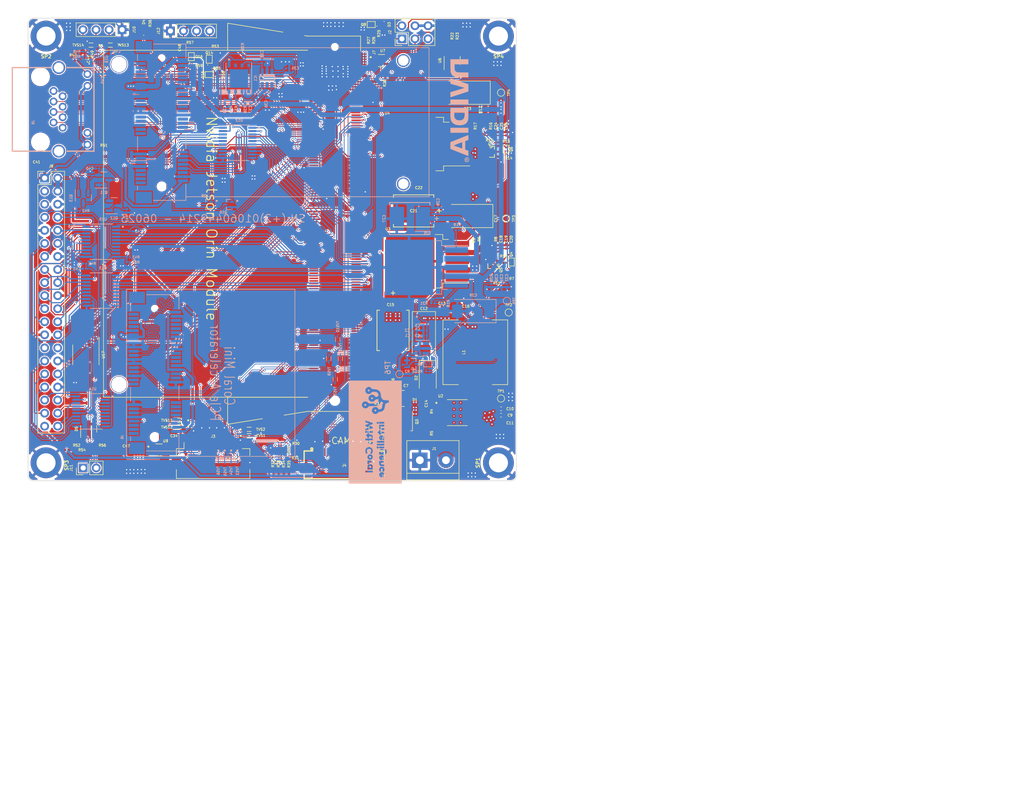
<source format=kicad_pcb>
(kicad_pcb (version 20211014) (generator pcbnew)
  (layers (0 "F.Cu" signal) (1 "In1.Cu" mixed) (2 "In2.Cu" mixed) (31 "B.Cu" signal) (34 "B.Paste" user) (35 "F.Paste" user) (36 "B.SilkS" user "B.Silkscreen") (37 "F.SilkS" user "F.Silkscreen") (38 "B.Mask" user) (39 "F.Mask" user) (44 "Edge.Cuts" user))
  (net 0 "")
  (net 1 "/3v3_SYS")
  (net 2 "/PSUs/+12v")
  (net 3 "/3v3_PCIe")
  (net 4 "/VDD_5V_SYS")
  (net 5 "GND")
  (net 6 "Net-(C8-Pad1)")
  (net 7 "/1V8_SYS")
  (net 8 "DEBUG_RX2")
  (net 9 "DEBUG_TX2")
  (net 10 "/others/UART2_LS_OE")
  (net 11 "/others/UART2_TX_LS")
  (net 12 "/others/UART2_RX_LS")
  (net 13 "40H_SPI1_SCK")
  (net 14 "40H_SPI1_MISO")
  (net 15 "40H_SPI1_MOSI")
  (net 16 "40H_SPI1_CSI0*")
  (net 17 "40H_SPI1_CSI1*")
  (net 18 "40H_UART1_TXD")
  (net 19 "40H_UART1_RXD")
  (net 20 "40H_UART1_CTS*")
  (net 21 "LS_ENABLE")
  (net 22 "/40H_GPIO/40H_UART1_CTS*_LS")
  (net 23 "/40H_GPIO/40H_UART1_RXD_LS")
  (net 24 "/40H_GPIO/40H_UART1_TXD_LS")
  (net 25 "/40H_GPIO/40H_SPI1_CSI1*_LS")
  (net 26 "/40H_GPIO/40H_SPI1_CSI0*_LS")
  (net 27 "/40H_GPIO/40H_SPI1_MOSI_LS")
  (net 28 "/40H_GPIO/40H_SPI1_MISO_LS")
  (net 29 "/40H_GPIO/40H_SPI1_SCK_LS")
  (net 30 "40H_I2S0_SCLK")
  (net 31 "40H_ I2S0_DOUT")
  (net 32 "40H_I2S0_DIN")
  (net 33 "40H_I2S0_FS")
  (net 34 "40H_GPIO09")
  (net 35 "40H_GPIO13")
  (net 36 "40H_GPIO11")
  (net 37 "40H_GPIO01")
  (net 38 "/40H_GPIO/40H_GPIO01_LS")
  (net 39 "/40H_GPIO/40H_GPIO11_LS")
  (net 40 "/40H_GPIO/40H_GPIO13_LS")
  (net 41 "/40H_GPIO/40H_GPIO09_LS")
  (net 42 "/40H_GPIO/40H_I2S0_FS_LS")
  (net 43 "/40H_GPIO/40H_I2S0_DIN_LS")
  (net 44 "/40H_GPIO/40H_ I2S0_DOUT_LS")
  (net 45 "/40H_GPIO/40H_I2S0_SCLK_LS")
  (net 46 "40H_SPI0_SCK")
  (net 47 "40H_SPI0_MISO")
  (net 48 "40H_SPI0_MOSI")
  (net 49 "40H_SPI0_CS0")
  (net 50 "40H_SPI0_CS1*")
  (net 51 "40H_GPIO07")
  (net 52 "40H_GPIO12")
  (net 53 "40H_UART1_RTS*")
  (net 54 "/40H_GPIO/40H_UART1_RTS*_LS")
  (net 55 "/40H_GPIO/40H_GPIO12_LS")
  (net 56 "/40H_GPIO/40H_GPIO07_LS")
  (net 57 "/40H_GPIO/40H_SPI0_CS1*_LS")
  (net 58 "/40H_GPIO/40H_SPI0_CS0_LS")
  (net 59 "/40H_GPIO/40H_SPI0_MOSI_LS")
  (net 60 "/40H_GPIO/40H_SPI0_MISO_LS")
  (net 61 "/40H_GPIO/40H_SPI0_SCK_LS")
  (net 62 "GSM_UART_RX")
  (net 63 "GSM_UART_TX")
  (net 64 "GSM_UART_CTS")
  (net 65 "GSM_UART_RTS")
  (net 66 "GSM_DTR")
  (net 67 "GSM_PERST_CTL")
  (net 68 "GSM_W_DIS_CTL")
  (net 69 "RS485_RW")
  (net 70 "RS485_RW_3V3")
  (net 71 "/Cameras/CAM0_I2C_SCL")
  (net 72 "/Cameras/CAM1_I2C_SCL")
  (net 73 "CAM_I2C_SCL")
  (net 74 "CAM_I2C_SDA")
  (net 75 "/Cameras/CAM1_I2C_SDA")
  (net 76 "/Cameras/CAM0_I2C_SDA")
  (net 77 "/Cameras/CAM_MUX_OE*")
  (net 78 "CAM_MUX_SEL")
  (net 79 "Net-(C14-Pad1)")
  (net 82 "/PSUs/5V_SYS_DCDC/VSNS1")
  (net 84 "Net-(C14-Pad2)")
  (net 85 "/PSUs/P_Seq_M/SYS_RST")
  (net 86 "/PSUs/3V3_PCIe_EN")
  (net 87 "CAM1_PWDN")
  (net 88 "/Cameras/CAM1_PWDN_LS")
  (net 89 "CAM0_PWDN")
  (net 90 "/Cameras/CAM0_PWDN_LS")
  (net 92 "Net-(C38-Pad2)")
  (net 95 "Net-(C37-Pad2)")
  (net 96 "Net-(C36-Pad2)")
  (net 97 "/PCIe_dev/USIM_VDD")
  (net 99 "/PCIe_dev/USIM_DATA")
  (net 100 "/PCIe_dev/USIM_CLK")
  (net 101 "/PCIe_dev/USIM_RST")
  (net 102 "/Cameras/CAM0_RESETB")
  (net 103 "Net-(Q1-Pad3)")
  (net 104 "Net-(Q2-Pad3)")
  (net 105 "Net-(Q12-Pad1)")
  (net 106 "Net-(D4-Pad2)")
  (net 107 "/40H_GPIO/EN_PWR_PATH")
  (net 108 "Net-(R22-Pad2)")
  (net 109 "Net-(C7-Pad2)")
  (net 110 "/PSUs/3V3_PCIe_DCDC/3V3_SYS_EN")
  (net 111 "Net-(R19-Pad2)")
  (net 112 "GBE_LED_LINK")
  (net 113 "Net-(J9-Pad10)")
  (net 114 "/others/FAN_PWM")
  (net 115 "/others/RS-")
  (net 116 "Net-(Q14-Pad1)")
  (net 117 "/others/FAN_TACH")
  (net 118 "FAN_PWM_GPIO14")
  (net 119 "Net-(R6-Pad2)")
  (net 120 "Net-(R7-Pad2)")
  (net 121 "Net-(Q4-Pad3)")
  (net 122 "Net-(Q5-Pad3)")
  (net 123 "FAN_TAC_GPIO08")
  (net 124 "Net-(R15-Pad2)")
  (net 125 "Net-(R12-Pad2)")
  (net 126 "Net-(Q6-Pad3)")
  (net 127 "Net-(Q7-Pad3)")
  (net 128 "GBE_LED_ACT")
  (net 129 "Net-(J9-Pad12)")
  (net 130 "Net-(R18-Pad2)")
  (net 131 "Net-(R24-Pad1)")
  (net 132 "Net-(Q8-Pad2)")
  (net 133 "/PSUs/P_Seq_M/PC_LED-")
  (net 134 "PWR_LED_CTL")
  (net 135 "/PSUs/P_Seq_M/LED0_CTRL")
  (net 136 "SOM_SLEEP*")
  (net 137 "GPE_MDI0_P")
  (net 138 "GPE_MDI0_N")
  (net 139 "GPE_MDI1_P")
  (net 140 "GPE_MDI1_N")
  (net 141 "GPE_MDI2_P")
  (net 142 "GPE_MDI2_N")
  (net 143 "GPE_MDI3_P")
  (net 144 "GPE_MDI3_N")
  (net 147 "/PSUs/P_Seq_M/SHUT_REQ")
  (net 148 "/Orin_SOM/SOM_POWER_EN")
  (net 150 "/others/RS+")
  (net 151 "/40H_GPIO/VDD_5V_GPIO")
  (net 152 "RS485_RX")
  (net 153 "RS485_TX")
  (net 154 "/PCIe_dev/LED_WWAN")
  (net 155 "CSI0_D0_N")
  (net 156 "CSI0_D0_P")
  (net 157 "CSI1_CLK_N")
  (net 158 "CSI1_CLK_P")
  (net 159 "CSI0_D1_N")
  (net 160 "CSI0_D1_P")
  (net 161 "CSI1_D0_N")
  (net 162 "CSI1_D0_P")
  (net 163 "CSI1_D1_N")
  (net 164 "CSI1_D1_P")
  (net 167 "CAM1_MCLK")
  (net 168 "CSI2_CLK_N")
  (net 169 "CSI3_D1_P")
  (net 170 "CSI3_D1_N")
  (net 171 "CSI2_CLK_P")
  (net 172 "CSI2_D0_N")
  (net 173 "CSI3_D0_N")
  (net 174 "CSI2_D1_P")
  (net 175 "CSI2_D0_P")
  (net 176 "CSI2_D1_N")
  (net 177 "CSI3_D0_P")
  (net 178 "/PCIe_dev/W_DISABLE")
  (net 179 "/PCIe_dev/PERST")
  (net 231 "PCIE0_RX0_N")
  (net 232 "PCIE0_RX0_P")
  (net 233 "PCIE0_TX0_N")
  (net 234 "PCIE0_TX0_P")
  (net 247 "PCIE0_CLK_N")
  (net 249 "PCIE0_CLK_P")
  (net 259 "PCIE0_CLKREQ*")
  (net 260 "PCIE0_RST*")
  (net 263 "40H_I2C0_SCL")
  (net 264 "40H_I2C0_SDA")
  (net 265 "40H_I2C1_SCL")
  (net 266 "40H_I2C1_SDA")
  (net 285 "/40H_GPIO/40H_I2C1_SDA")
  (net 286 "/40H_GPIO/40H_I2C1_SCL")
  (net 287 "/40H_GPIO/40H_I2C0_SDA")
  (net 288 "/40H_GPIO/40H_I2C0_SCL")
  (net 338 "/PCIe_dev/GSM_UART_RX_LS")
  (net 339 "/PCIe_dev/GSM_UART_TX_LS")
  (net 340 "/PCIe_dev/GSM_W_DIS_CTL_LS")
  (net 341 "/PCIe_dev/GSM_PERST_CTL_LS")
  (net 342 "/PCIe_dev/GSM_UART_CTS_LS")
  (net 343 "/PCIe_dev/GSM_UART_RTS_LS")
  (net 344 "/PCIe_dev/GSM_DTR_LS")
  (footprint "Capacitor_SMD:C_0201_0603Metric" (layer "F.Cu") (at 140.25 129.5 -90)
    (fp_text reference "C8")
    (fp_text value "100n")
  )
  (footprint "Resistor_SMD:R_0201_0603Metric" (layer "F.Cu") (at 117.75 138.25 -90)
    (fp_text reference "R32")
    (fp_text value "1K")
  )
  (footprint "Capacitor_SMD:C_0201_0603Metric" (layer "F.Cu") (at 162 128.75)
    (fp_text reference "C11")
    (fp_text value "0.01uF")
  )
  (footprint "LED_SMD:LED_0402_1005Metric" (layer "F.Cu") (at 92.5 52.25 90)
    (fp_text reference "D4")
    (fp_text value "W")
  )
  (footprint "Resistor_SMD:R_0201_0603Metric" (layer "F.Cu") (at 107.25 61 90)
    (fp_text reference "R58")
    (fp_text value "10K")
  )
  (footprint "Resistor_SMD:R_0201_0603Metric" (layer "F.Cu") (at 157.75 91.75 -90)
    (fp_text reference "R6")
    (fp_text value "82K 1%")
  )
  (footprint "LED_SMD:LED_0402_1005Metric" (layer "F.Cu") (at 139.25 51.75 -90)
    (fp_text reference "D3")
    (fp_text value "PWR")
  )
  (footprint "Resistor_SMD:R_0201_0603Metric" (layer "F.Cu") (at 158.25 73.75 180)
    (fp_text reference "R15")
    (fp_text value "51K")
  )
  (footprint "EXT-LIB:9774060151" (layer "F.Cu") (at 161.5 136.5)
    (fp_text reference "SP1")
    (fp_text value "9774060151")
  )
  (footprint "TS3USB30ERSWR:QFN40P140X180X55-10N" (layer "F.Cu") (at 119 134 -90)
    (fp_text reference "U10")
    (fp_text value "TS3USB30ERSWR")
  )
  (footprint "Connector_PinHeader_2.54mm:PinHeader_1x02_P2.54mm_Vertical" (layer "F.Cu") (at 80.725 137.5 90)
    (fp_text reference "J11")
    (fp_text value "Conn_01x02_Male")
  )
  (footprint "Resistor_SMD:R_0201_0603Metric" (layer "F.Cu") (at 156.75 91.845 90)
    (fp_text reference "R9")
    (fp_text value "47K 1%")
  )
  (footprint "ESD9L5:DIOM1006X40N" (layer "F.Cu") (at 99.48 129.5 180)
    (fp_text reference "TVS12")
    (fp_text value "ESD9L5.0ST5G")
  )
  (footprint "Resistor_SMD:R_0201_0603Metric" (layer "F.Cu") (at 152.75 61 180)
    (fp_text reference "R24")
    (fp_text value "191K")
  )
  (footprint "Connector_PinHeader_2.54mm:PinHeader_1x04_P2.54mm_Vertical" (layer "F.Cu") (at 97.7 52.5 90)
    (fp_text reference "J12")
    (fp_text value "FAN")
  )
  (footprint "Resistor_SMD:R_0201_0603Metric" (layer "F.Cu") (at 136.25 52.82 90)
    (fp_text reference "R27")
    (fp_text value "0R")
  )
  (footprint "Diode_SMD:D_SMA" (layer "F.Cu") (at 147.75 120 -90)
    (fp_text reference "D2")
    (fp_text value "SS54")
  )
  (footprint "Resistor_SMD:R_0201_0603Metric" (layer "F.Cu") (at 162.5 97.3 -90)
    (fp_text reference "R10")
    (fp_text value "100K")
  )
  (footprint "Capacitor_SMD:C_0402_1005Metric" (layer "F.Cu") (at 162 127.25)
    (fp_text reference "C9")
    (fp_text value "4.7uF")
  )
  (footprint "Connector_PinHeader_2.54mm:PinHeader_1x04_P2.54mm_Vertical" (layer "F.Cu") (at 88.3 52.25 -90)
    (fp_text reference "J10")
    (fp_text value "DEBUG")
  )
  (footprint "DMN61D9UW-7:SOT65P210X110-3N" (layer "F.Cu") (at 160.5 98 -90)
    (fp_text reference "Q5")
    (fp_text value "DMN61D9UW")
  )
  (footprint "Capacitor_SMD:C_0201_0603Metric" (layer "F.Cu") (at 164 94.5 90)
    (fp_text reference "C20")
    (fp_text value "10p")
  )
  (footprint "DDR4_DIMM_260P:TE_2309413-1" (layer "F.Cu") (at 129.68 86.5 -90)
    (fp_text reference "J7")
    (fp_text value "2309413-1")
  )
  (footprint "DMN26D0UFB4-7:TRXDFN100X60X40-3N" (layer "F.Cu") (at 105.25 61 180)
    (fp_text reference "Q15")
    (fp_text value "DMN26D0UFB4-7")
  )
  (footprint "SN74LV1T125DCKR:SOT65P210X110-5N" (layer "F.Cu") (at 95.5 134)
    (fp_text reference "U9")
    (fp_text value "SN74LV1T125DCKR")
  )
  (footprint "Inductor_SMD:L_12x12mm_H8mm" (layer "F.Cu") (at 157 115 90)
    (fp_text reference "L1")
    (fp_text value "CDRH127/LDNP-150MC")
  )
  (footprint "Capacitor_Tantalum_SMD:CP_EIA-7343-31_Kemet-D" (layer "F.Cu") (at 156 88.5 180)
    (fp_text reference "C17")
    (fp_text value "470uF")
  )
  (footprint "Resistor_SMD:R_0201_0603Metric" (layer "F.Cu") (at 122 134.5 180)
    (fp_text reference "R31")
    (fp_text value "0R")
  )
  (footprint "Resistor_SMD:R_0201_0603Metric" (layer "F.Cu") (at 118.75 138.25 -90)
    (fp_text reference "R33")
    (fp_text value "1K")
  )
  (footprint "Capacitor_SMD:C_0201_0603Metric" (layer "F.Cu") (at 150.5 106.845 90)
    (fp_text reference "C13")
    (fp_text value "0.01uF")
  )
  (footprint "Resistor_SMD:R_0201_0603Metric" (layer "F.Cu") (at 137.25 52.82 90)
    (fp_text reference "R26")
    (fp_text value "0R")
  )
  (footprint "Resistor_SMD:R_0201_0603Metric" (layer "F.Cu") (at 84.75 75.5 180)
    (fp_text reference "R51")
    (fp_text value "120R")
  )
  (footprint "Capacitor_Tantalum_SMD:CP_EIA-7343-31_Kemet-D" (layer "F.Cu") (at 155.5 64.5 180)
    (fp_text reference "C23")
    (fp_text value "470uF")
  )
  (footprint "Resistor_SMD:R_0201_0603Metric" (layer "F.Cu") (at 161 94.5 90)
    (fp_text reference "R8")
    (fp_text value "470R")
  )
  (footprint "ESD9L5:DIOM1006X40N" (layer "F.Cu") (at 82.25 55.25 180)
    (fp_text reference "TVS14")
    (fp_text value "ESD9L5.0ST5G")
  )
  (footprint "Resistor_SMD:R_0201_0603Metric" (layer "F.Cu") (at 119.75 138.25 -90)
    (fp_text reference "R34")
    (fp_text value "1K")
  )
  (footprint "SN74LV1T125DCKR:SOT65P210X110-5N" (layer "F.Cu") (at 138.75 58.25)
    (fp_text reference "U7")
    (fp_text value "SN74LV1T125DCKR")
  )
  (footprint "Resistor_SMD:R_0201_0603Metric" (layer "F.Cu") (at 93.75 52.515 -90)
    (fp_text reference "R36")
    (fp_text value "1K")
  )
  (footprint "TestPoint:TestPoint_Pad_D1.0mm" (layer "F.Cu") (at 163 89 -90)
    (fp_text reference "TP3")
    (fp_text value "TestPoint")
  )
  (footprint "Resistor_SMD:R_0201_0603Metric" (layer "F.Cu") (at 81.2 133.1 180)
    (fp_text reference "R52")
    (fp_text value "360R ")
  )
  (footprint "EXT-LIB:9774060151" (layer "F.Cu") (at 73.5 136.5)
    (fp_text reference "SP3")
    (fp_text value "9774060151")
  )
  (footprint "Capacitor_SMD:C_0201_0603Metric" (layer "F.Cu") (at 162 94.5 90)
    (fp_text reference "C18")
    (fp_text value "100n")
  )
  (footprint "Capacitor_SMD:C_0402_1005Metric" (layer "F.Cu") (at 162 126)
    (fp_text reference "C10")
    (fp_text value "4.7uF")
  )
  (footprint "Resistor_SMD:R_0201_0603Metric" (layer "F.Cu") (at 101.75 59.25)
    (fp_text reference "R59")
    (fp_text value "10K")
  )
  (footprint "Resistor_SMD:R_0201_0603Metric" (layer "F.Cu") (at 101.5 55.5)
    (fp_text reference "R57")
    (fp_text value "10K")
  )
  (footprint "Resistor_SMD:R_0201_0603Metric" (layer "F.Cu") (at 158 69.5 -90)
    (fp_text reference "R12")
    (fp_text value "82K 1%")
  )
  (footprint "Package_SO:SOIC-8_3.9x4.9mm_P1.27mm" (layer "F.Cu") (at 81.25 115.5 -90)
    (fp_text reference "U17")
    (fp_text value "MAX3485")
  )
  (footprint "Resistor_SMD:R_0201_0603Metric" (layer "F.Cu") (at 105.25 59.75 180)
    (fp_text reference "R55")
    (fp_text value "1K")
  )
  (footprint "ESD9L5:DIOM1006X40N" (layer "F.Cu") (at 113 130)
    (fp_text reference "TVS2")
    (fp_text value "ESD9L5.0ST5G")
  )
  (footprint "TestPoint:TestPoint_Pad_D1.0mm" (layer "F.Cu") (at 163.5 107.25)
    (fp_text reference "TP2")
    (fp_text value "TestPoint")
  )
  (footprint "DMN26D0UFB4-7:TRXDFN100X60X40-3N" (layer "F.Cu") (at 164 97.455 90)
    (fp_text reference "Q4")
    (fp_text value "DMN26D0UFB4-7")
  )
  (footprint "Capacitor_SMD:C_0201_0603Metric" (layer "F.Cu") (at 73.25 78)
    (fp_text reference "C41")
    (fp_text value "100n")
  )
  (footprint "DMN26D0UFB4-7:TRXDFN100X60X40-3N" (layer "F.Cu") (at 101.75 57.5 90)
    (fp_text reference "Q16")
    (fp_text value "DMN26D0UFB4-7")
  )
  (footprint "ESD9L5:DIOM1006X40N" (layer "F.Cu") (at 86 55.25)
    (fp_text reference "TVS13")
    (fp_text value "ESD9L5.0ST5G")
  )
  (footprint "Resistor_SMD:R_0201_0603Metric" (layer "F.Cu") (at 162.75 100.5 180)
    (fp_text reference "R7")
    (fp_text value "51K")
  )
  (footprint "Capacitor_SMD:C_0201_0603Metric" (layer "F.Cu") (at 155.155 105 180)
    (fp_text reference "C16")
    (fp_text value "100n")
  )
  (footprint "Resistor_SMD:R_0201_0603Metric" (layer "F.Cu") (at 137.5 132.5 180)
    (fp_text reference "R29")
    (fp_text value "1K")
  )
  (footprint "Resistor_SMD:R_0201_0603Metric" (layer "F.Cu") (at 161.5 74.5 -90)
    (fp_text reference "R13")
    (fp_text value "100K")
  )
  (footprint "Capacitor_SMD:C_0201_0603Metric" (layer "F.Cu") (at 162 72.5 90)
    (fp_text reference "C25")
    (fp_text value "33p")
  )
  (footprint "Resistor_SMD:R_0201_0603Metric" (layer "F.Cu") (at 161.845 77 180)
    (fp_text reference "R14")
    (fp_text value "1.27")
  )
  (footprint "TerminalBlock:TerminalBlock_bornier-2_P5.08mm" (layer "F.Cu") (at 146.21 136)
    (fp_text reference "J1")
    (fp_text value "pwr")
  )
  (footprint "Resistor_SMD:R_0201_0603Metric" (layer "F.Cu") (at 120.75 138.25 -90)
    (fp_text reference "R35")
    (fp_text value "1K")
  )
  (footprint "Package_TO_SOT_SMD:SOT-23" (layer "F.Cu") (at 142.565 123.98)
    (fp_text reference "D1")
    (fp_text value "MMBZ5242BLT1G")
  )
  (footprint "Resistor_SMD:R_0201_0603Metric" (layer "F.Cu") (at 78.75 58.25)
    (fp_text reference "R47")
    (fp_text value "120R")
  )
  (footprint "Resistor_SMD:R_0201_0603Metric" (layer "F.Cu") (at 104.905 55.5 180)
    (fp_text reference "R53")
    (fp_text value "10K")
  )
  (footprint "DMN61D9UW-7:SOT65P210X110-3N" (layer "F.Cu") (at 160 76)
    (fp_text reference "Q7")
    (fp_text value "DMN61D9UW")
  )
  (footprint "Resistor_SMD:R_0201_0603Metric" (layer "F.Cu") (at 148.5 127.75 -90)
    (fp_text reference "R4")
    (fp_text value "10K")
  )
  (footprint "Resistor_SMD:R_0201_0603Metric" (layer "F.Cu") (at 122 133.5 180)
    (fp_text reference "R30")
    (fp_text value "10K")
  )
  (footprint "TPS5450DDAR:CONV_TPS5450DDAR" (layer "F.Cu") (at 153.5 126.75)
    (fp_text reference "U2")
    (fp_text value "TPS5450DDAR")
  )
  (footprint "Kemet _3760_H:Kemet _3760_H" (layer "F.Cu") (at 141 110.75 -90)
    (fp_text reference "C15")
    (fp_text value "470uF" hide)
  )
  (footprint "DMN26D0UFB4-7:TRXDFN100X60X40-3N" (layer "F.Cu") (at 163 75.5 90)
    (fp_text reference "Q6")
    (fp_text value "DMN26D0UFB4-7")
  )
  (footprint "Package_SON:Diodes_PowerDI3333-8" (layer "F.Cu") (at 143 128.5 -90)
    (fp_text reference "Q3")
    (fp_text value "DMP3013SFV-7")
  )
  (footprint "Resistor_SMD:R_0201_0603Metric" (layer "F.Cu") (at 160 72.5 90)
    (fp_text reference "R16")
    (fp_text value "470R")
  )
  (footprint "Capacitor_SMD:C_0201_0603Metric" (layer "F.Cu") (at 100 131.25 180)
    (fp_text reference "C34")
    (fp_text value "100n")
  )
  (footprint "Capacitor_SMD:C_0201_0603Metric" (layer "F.Cu") (at 100.25 55.75 -90)
    (fp_text reference "C48")
    (fp_text value "100n")
  )
  (footprint "EXT-LIB:9774060151" (layer "F.Cu") (at 161.5 53.5)
    (fp_text reference "SP4")
    (fp_text value "9774060151")
  )
  (footprint "Capacitor_SMD:C_0201_0603Metric" (layer "F.Cu") (at 147.5 83 180)
    (fp_text reference "C22")
    (fp_text value "100n")
  )
  (footprint "Resistor_SMD:R_0201_0603Metric" (layer "F.Cu") (at 82 134 180)
    (fp_text reference "R54")
    (fp_text value "120R")
  )
  (footprint "Kemet _3760_H:Kemet _3760_H" (layer "F.Cu") (at 145 87.5 180)
    (fp_text reference "C21")
    (fp_text value "470uF")
  )
  (footprint "Capacitor_SMD:C_0201_0603Metric" (layer "F.Cu") (at 161 72.5 90)
    (fp_text reference "C24")
    (fp_text value "100n")
  )
  (footprint "Resistor_SMD:R_0201_0603Metric" (layer "F.Cu") (at 82.7 133.1 180)
    (fp_text reference "R56")
    (fp_text value "360R")
  )
  (footprint "Resistor_SMD:R_0201_0603Metric" (layer "F.Cu") (at 148.5 129.5 -90)
    (fp_text reference "R5")
    (fp_text value "3.16K")
  )
  (footprint "Resistor_SMD:R_0201_0603Metric" (layer "F.Cu") (at 139.565 124.98 180)
    (fp_text reference "R3")
    (fp_text value "12K 1%")
  )
  (footprint "Package_TO_SOT_SMD:TSOT-23-6" (layer "F.Cu") (at 152.5 58.25 90)
    (fp_text reference "U6")
    (fp_text value "LTC6994xS6-1")
  )
  (footprint "ESD9L5:DIOM1006X40N" (layer "F.Cu") (at 113 131.25)
    (fp_text reference "TVS1")
    (fp_text value "ESD9L5.0ST5G")
  )
  (footprint "DMN26D0UFB4-7:TRXDFN100X60X40-3N" (layer "F.Cu") (at 105.25 58 90)
    (fp_text reference "Q14")
    (fp_text value "DMN26D0UFB4-7")
  )
  (footprint "Connector_FFC-FPC:Hirose_FH12-22S-0.5SH_1x22-1MP_P0.50mm_Horizontal" (layer "F.Cu") (at 106 135.05)
    (fp_text reference "J3")
    (fp_text value "CAM1")
  )
  (footprint "Capacitor_SMD:C_0201_0603Metric" (layer "F.Cu") (at 163 94.5 90)
    (fp_text reference "C19")
    (fp_text value "33p")
  )
  (footprint "Capacitor_SMD:C_0603_1608Metric" (layer "F.Cu") (at 139.565 122.48 -90)
    (fp_text reference "C6")
    (fp_text value "10u 35v")
  )
  (footprint "Resistor_SMD:R_0201_0603Metric" (layer "F.Cu") (at 152.5 55 -90)
    (fp_text reference "R22")
    (fp_text value "681K")
  )
  (footprint "Capacitor_SMD:C_0201_0603Metric" (layer "F.Cu") (at 148.5 125 90)
    (fp_text reference "C14")
    (fp_text value "0.01uF")
  )
  (footprint "Capacitor_SMD:C_0201_0603Metric" (layer "F.Cu") (at 163 72.5 90)
    (fp_text reference "C26")
    (fp_text value "10p")
  )
  (footprint "Package_TO_SOT_SMD:SOT-23" (layer "F.Cu") (at 81.8 129.9 90)
    (fp_text reference "D5")
    (fp_text value "PSM712-LF-T7")
  )
  (footprint "Connector_PinHeader_2.54mm:PinHeader_2x03_P2.54mm_Vertical" (layer "F.Cu") (at 142.725 54.025 90)
    (fp_text reference "J2")
    (fp_text value "SYS")
  )
  (footprint "Resistor_SMD:R_0201_0603Metric" (layer "F.Cu") (at 138.25 51.5 90)
    (fp_text reference "R25")
    (fp_text value "1.8K")
  )
  (footprint "Capacitor_SMD:C_0201_0603Metric" (layer "F.Cu") (at 87.5 133.25)
    (fp_text reference "C47")
    (fp_text value "104")
  )
  (footprint "TestPoint:TestPoint_Pad_D1.0mm" (layer "F.Cu") (at 162 124)
    (fp_text reference "TP1")
    (fp_text value "12V")
  )
  (footprint "EXT-LIB:9774060151" (layer "F.Cu") (at 73.5 53.5)
    (fp_text reference "SP2")
    (fp_text value "9774060151")
  )
  (footprint "Resistor_SMD:R_0201_0603Metric" (layer "F.Cu") (at 157 69.5 90)
    (fp_text reference "R17")
    (fp_text value "47K 1%")
  )
  (footprint "Capacitor_SMD:C_0201_0603Metric" (layer "F.Cu") (at 81 58 90)
    (fp_text reference "C44")
    (fp_text value "100n")
  )
  (footprint "Capacitor_Tantalum_SMD:CP_EIA-7343-31_Kemet-D" (layer "F.Cu") (at 147 111.5 -90)
    (fp_text reference "C12")
    (fp_text value "330uF")
  )
  (footprint "TestPoint:TestPoint_Pad_D1.0mm" (layer "F.Cu") (at 162 64.5)
    (fp_text reference "TP4")
    (fp_text value "TestPoint")
  )
  (footprint "EXT-LIB:FPC-SMD_P0.50-24P_QCHF-SM-H2.0" (layer "F.Cu") (at 131.5 136 180)
    (fp_text reference "J4")
    (fp_text value "CAM0")
  )
  (footprint "Capacitor_SMD:C_0201_0603Metric" (layer "F.Cu") (at 142.065 121.48 180)
    (fp_text reference "C7")
    (fp_text value "100n")
  )
  (footprint "Package_TO_SOT_SMD:TO-263-5_TabPin3" (layer "F.Cu") (at 147.725 97.3 180)
    (fp_text reference "U3")
    (fp_text value "MIC29302WU")
  )
  (footprint "Capacitor_SMD:C_0201_0603Metric" (layer "F.Cu") (at 139.25 132.5)
    (fp_text reference "C33")
    (fp_text value "1u")
  )
  (footprint "Resistor_SMD:R_0201_0603Metric" (layer "F.Cu") (at 83.25 57 90)
    (fp_text reference "R49")
    (fp_text value "100K")
  )
  (footprint "Connector_PinHeader_2.54mm:PinHeader_2x20_P2.54mm_Vertical" (layer "F.Cu") (at 73.225 81.125)
    (fp_text reference "J8")
    (fp_text value "Conn_02x20_Odd_Even")
  )
  (footprint "DMN26D0UFB4-7:TRXDFN100X60X40-3N" (layer "F.Cu") (at 136.75 51.25 180)
    (fp_text reference "Q8")
    (fp_text value "DMN26D0UFB4-7")
  )
  (footprint "ESD9L5:DIOM1006X40N" (layer "F.Cu") (at 99.5 128.25 180)
    (fp_text reference "TVS11")
    (fp_text value "ESD9L5.0ST5G")
  )
  (footprint "Package_TO_SOT_SMD:TO-263-5_TabPin3" (layer "F.Cu") (at 147.875 74.5 180)
    (fp_text reference "U4")
    (fp_text value "MIC29302WU")
  )
  (footprint "Resistor_SMD:R_0201_0603Metric" (layer "F.Cu") (at 153.5 55 90)
    (fp_text reference "R23")
    (fp_text value "1M")
  )
  (footprint "SN74LV1T125DCKR:SOT65P210X110-5N" (layer "F.Cu") (at 137.5 130 -90)
    (fp_text reference "U8")
    (fp_text value "SN74LV1T125DCKR")
  )
  (footprint "Resistor_SMD:R_0201_0603Metric" (layer "F.Cu") (at 139.5 61 90)
    (fp_text reference "R28")
    (fp_text value "100k")
  )
  (footprint "Resistor_SMD:R_0201_0603Metric" (layer "F.Cu") (at 161.18 100.5 180)
    (fp_text reference "R11")
    (fp_text value "1.27")
  )
  (footprint "ESD9L5:DIOM1006X40N" (layer "B.Cu") (at 130.75 116.25 90)
    (fp_text reference "TVS8")
    (fp_text value "ESD9L5.0ST5G")
  )
  (footprint "Resistor_SMD:R_0201_0603Metric" (layer "B.Cu") (at 111.75 57.25 -90)
    (fp_text reference "R39")
    (fp_text value "22R")
  )
  (footprint "DMN61D9UW-7:SOT65P210X110-3N" (layer "B.Cu") (at 144.75 117.25)
    (fp_text reference "Q2")
    (fp_text value "DMN61D9UW")
  )
  (footprint "Capacitor_SMD:C_0201_0603Metric" (layer "B.Cu") (at 147.25 110.75 180)
    (fp_text reference "C4")
    (fp_text value "1u")
  )
  (footprint "Package_TO_SOT_SMD:SOT-23" (layer "B.Cu") (at 84.75 81.5)
    (fp_text reference "Q11")
    (fp_text value "NX2301P")
  )
  (footprint "TXB0108PWR:SOP65P640X120-20N" (layer "B.Cu") (at 84.25 103 180)
    (fp_text reference "U13")
    (fp_text value "TXB0108PWR")
  )
  (footprint "Package_TO_SOT_SMD:SOT-23" (layer "B.Cu") (at 80.75 85 -90)
    (fp_text reference "Q13")
    (fp_text value "BC857B")
  )
  (footprint "Capacitor_SMD:C_0201_0603Metric" (layer "B.Cu") (at 161.125 102 -90)
    (fp_text reference "C30")
    (fp_text value "100n")
  )
  (footprint "ESD9L5:DIOM1006X40N" (layer "B.Cu") (at 129.75 120.25 -90)
    (fp_text reference "TVS7")
    (fp_text value "ESD9L5.0ST5G")
  )
  (footprint "Resistor_SMD:R_0201_0603Metric" (layer "B.Cu") (at 89.5 97.5)
    (fp_text reference "R44")
    (fp_text value "2M")
  )
  (footprint "Connector_PCBEdge:BUS_PCI_Express_Mini_Half" (layer "B.Cu") (at 94.65 119 90)
    (fp_text reference "J6")
    (fp_text value "Bus_PCI_Express_Mini")
  )
  (footprint "Capacitor_SMD:C_0201_0603Metric" (layer "B.Cu") (at 145.25 111.75)
    (fp_text reference "C1")
    (fp_text value "4.7u")
  )
  (footprint "Resistor_SMD:R_0201_0603Metric" (layer "B.Cu") (at 81 97.75 180)
    (fp_text reference "R45")
    (fp_text value "100K")
  )
  (footprint "Capacitor_SMD:C_0201_0603Metric" (layer "B.Cu") (at 90 91.5)
    (fp_text reference "C42")
    (fp_text value "100n")
  )
  (footprint "Resistor_SMD:R_0201_0603Metric" (layer "B.Cu") (at 147.75 118.75 180)
    (fp_text reference "R1")
    (fp_text value "100K")
  )
  (footprint "Resistor_SMD:R_0201_0603Metric" (layer "B.Cu") (at 150.5 105.5 180)
    (fp_text reference "R18")
    (fp_text value "82K 1%")
  )
  (footprint "Resistor_SMD:R_0201_0603Metric" (layer "B.Cu") (at 89.25 87.5 -90)
    (fp_text reference "R41")
    (fp_text value "100K")
  )
  (footprint "TestPoint:TestPoint_Pad_D1.0mm" (layer "B.Cu") (at 163.125 105 90)
    (fp_text reference "TP5")
    (fp_text value "TestPoint")
  )
  (footprint "Capacitor_SMD:C_0201_0603Metric" (layer "B.Cu") (at 116.3 65.2 90)
    (fp_text reference "C36")
    (fp_text value "33p")
  )
  (footprint "TXB0302DQMR:IC_TXB0302DQMR" (layer "B.Cu") (at 83.75 58 90)
    (fp_text reference "U16")
    (fp_text value "TXB0302DQMR")
  )
  (footprint "Capacitor_SMD:C_0201_0603Metric" (layer "B.Cu") (at 81 98.75 180)
    (fp_text reference "C43")
    (fp_text value "100n")
  )
  (footprint "EXT-LIB:Quectel_EG25-G_Mini_PCIe" (layer "B.Cu") (at 96 70.25 90)
    (fp_text reference "J5")
    (fp_text value "Bus_PCI_Express_Mini")
  )
  (footprint "Capacitor_SMD:C_0201_0603Metric" (layer "B.Cu") (at 83.5 79.25 180)
    (fp_text reference "C40")
    (fp_text value "100n")
  )
  (footprint "Capacitor_SMD:C_0201_0603Metric" (layer "B.Cu") (at 163.125 102 -90)
    (fp_text reference "C32")
    (fp_text value "10p")
  )
  (footprint "DTC143ZEBTL:SOTFL50P160X85-3N" (layer "B.Cu") (at 109 86.25 180)
    (fp_text reference "Q10")
    (fp_text value "DTC143ZEBTL")
  )
  (footprint "Resistor_SMD:R_0201_0603Metric" (layer "B.Cu") (at 79.75 87.5 180)
    (fp_text reference "R42")
    (fp_text value "47K")
  )
  (footprint "Capacitor_SMD:C_0201_0603Metric" (layer "B.Cu") (at 85.75 56.5)
    (fp_text reference "C46")
    (fp_text value "100n")
  )
  (footprint "Resistor_SMD:R_0201_0603Metric" (layer "B.Cu") (at 153.5 91.25 180)
    (fp_text reference "R19")
    (fp_text value "51K")
  )
  (footprint "LOGO" (layer "B.Cu") (at 137.5 130.5 -90)
    (fp_text reference "G***")
    (fp_text value "LOGO" hide)
  )
  (footprint "Package_TO_SOT_SMD:SOT-23-5" (layer "B.Cu") (at 146.25 114.25 180)
    (fp_text reference "U1")
    (fp_text value "AP2127K-1.8")
  )
  (footprint "SIM-E-MFF2-GL-250:PSON127P500X600X82-9N" (layer "B.Cu") (at 111 61.75 -90)
    (fp_text reference "U11")
    (fp_text value "SIM-E-MFF2-GL-250")
  )
  (footprint "Resistor_SMD:R_0201_0603Metric" (layer "B.Cu") (at 78.5 91.25)
    (fp_text reference "R46")
    (fp_text value "100K")
  )
  (footprint "DMN26D0UFB4-7:TRXDFN100X60X40-3N" (layer "B.Cu") (at 147.75 117.25 180)
    (fp_text reference "Q1")
    (fp_text value "DMN26D0UFB4-7")
  )
  (footprint "Capacitor_SMD:C_0201_0603Metric" (layer "B.Cu") (at 162.125 102 -90)
    (fp_text reference "C31")
    (fp_text value "33p")
  )
  (footprint "Kemet _3760_H:Kemet _3760_H" (layer "B.Cu") (at 144.25 89 180)
    (fp_text reference "C27")
    (fp_text value "470uF")
  )
  (footprint "TXB0108PWR:SOP65P640X120-20N" (layer "B.Cu") (at 110.75 74.25 180)
    (fp_text reference "U12")
    (fp_text value "TXB0108PWR")
  )
  (footprint "Capacitor_SMD:C_0201_0603Metric" (layer "B.Cu") (at 145.25 110.75)
    (fp_text reference "C2")
    (fp_text value "nf")
  )
  (footprint "TXB0108PWR:SOP65P640X120-20N" (layer "B.Cu") (at 84.25 93.5 180)
    (fp_text reference "U15")
    (fp_text value "TXB0108PWR")
  )
  (footprint "DALC208SC6:SOT95P280X145-6N" (layer "B.Cu") (at 116.5 61.7 90)
    (fp_text reference "IC1")
    (fp_text value "DALC208SC6")
  )
  (footprint "Resistor_SMD:R_0201_0603Metric" (layer "B.Cu") (at 89.5 96.5 180)
    (fp_text reference "R43")
    (fp_text value "20K")
  )
  (footprint "Capacitor_SMD:C_0201_0603Metric" (layer "B.Cu") (at 147.25 111.75 180)
    (fp_text reference "C3")
    (fp_text value "1u")
  )
  (footprint "Capacitor_Tantalum_SMD:CP_EIA-7343-31_Kemet-D" (layer "B.Cu") (at 156.625 107 180)
    (fp_text reference "C29")
    (fp_text value "470uF")
  )
  (footprint "Resistor_SMD:R_0201_0603Metric" (layer "B.Cu") (at 112.25 66.25 90)
    (fp_text reference "R38")
    (fp_text value "22R")
  )
  (footprint "LOGO" (layer "B.Cu") (at 148.439734 68 -90)
    (fp_text reference "G***")
    (fp_text value "LOGO" hide)
  )
  (footprint "Resistor_SMD:R_0201_0603Metric" (layer "B.Cu") (at 145.405 118.75)
    (fp_text reference "R2")
    (fp_text value "5.6R")
  )
  (footprint "TestPoint:TestPoint_Pad_D1.0mm" (layer "B.Cu") (at 142.25 119.25 -90)
    (fp_text reference "TP6")
    (fp_text value "TestPoint")
  )
  (footprint "ESD9L5:DIOM1006X40N" (layer "B.Cu") (at 107 135.75 -90)
    (fp_text reference "TVS6")
    (fp_text value "ESD9L5.0ST5G")
  )
  (footprint "Package_TO_SOT_SMD:TO-263-5_TabPin3" (layer "B.Cu") (at 147.5 98.5 180)
    (fp_text reference "U5")
    (fp_text value "MIC29302WU")
  )
  (footprint "RJ45R08P:RJ45-TH_R-RJ45R08P-C000" (layer "B.Cu") (at 78.25 67.75 90)
    (fp_text reference "J9")
    (fp_text value "RJ45_LED_Shielded")
  )
  (footprint "Resistor_SMD:R_0201_0603Metric" (layer "B.Cu") (at 110.5 66.25 90)
    (fp_text reference "R37")
    (fp_text value "22R")
  )
  (footprint "Resistor_SMD:R_0201_0603Metric" (layer "B.Cu") (at 109.5 66.25 -90)
    (fp_text reference "R40")
    (fp_text value "15K")
  )
  (footprint "Capacitor_SMD:C_0201_0603Metric" (layer "B.Cu") (at 149.75 87.25 90)
    (fp_text reference "C28")
    (fp_text value "100n")
  )
  (footprint "Capacitor_SMD:C_0201_0603Metric" (layer "B.Cu") (at 113.25 66.25 90)
    (fp_text reference "C37")
    (fp_text value "33p")
  )
  (footprint "ESD9L5:DIOM1006X40N" (layer "B.Cu") (at 110.75 135.75 -90)
    (fp_text reference "TVS3")
    (fp_text value "ESD9L5.0ST5G")
  )
  (footprint "Package_TO_SOT_SMD:SOT-23" (layer "B.Cu") (at 86.75 86.5)
    (fp_text reference "Q12")
    (fp_text value "BC857B")
  )
  (footprint "TXB0108PWR:SOP65P640X120-20N" (layer "B.Cu") (at 82.25 126.5 180)
    (fp_text reference "U14")
    (fp_text value "TXB0108PWR")
  )
  (footprint "Resistor_SMD:R_0201_0603Metric" (layer "B.Cu") (at 81 56.5)
    (fp_text reference "R48")
    (fp_text value "0R")
  )
  (footprint "ESD9L5:DIOM1006X40N" (layer "B.Cu") (at 128.5 116.25 -90)
    (fp_text reference "TVS9")
    (fp_text value "ESD9L5.0ST5G")
  )
  (footprint "Capacitor_SMD:C_0201_0603Metric" (layer "B.Cu") (at 108.25 66.155 -90)
    (fp_text reference "C39")
    (fp_text value "100n")
  )
  (footprint "Resistor_SMD:R_0201_0603Metric" (layer "B.Cu") (at 148.75 105.5 180)
    (fp_text reference "R21")
    (fp_text value "47K 1%")
  )
  (footprint "Resistor_SMD:R_0201_0603Metric" (layer "B.Cu") (at 160.125 102 -90)
    (fp_text reference "R20")
    (fp_text value "470R")
  )
  (footprint "Capacitor_SMD:C_0201_0603Metric" (layer "B.Cu") (at 115.5 58.45 -90)
    (fp_text reference "C38")
    (fp_text value "33p")
  )
  (footprint "Capacitor_SMD:C_0201_0603Metric" (layer "B.Cu") (at 120.5 59.75 180)
    (fp_text reference "C35")
    (fp_text value "33p")
  )
  (footprint "ESD9L5:DIOM1006X40N" (layer "B.Cu") (at 109.5 135.75 -90)
    (fp_text reference "TVS4")
    (fp_text value "ESD9L5.0ST5G")
  )
  (footprint "Capacitor_SMD:C_0201_0603Metric" (layer "B.Cu") (at 84.5 60.5 -90)
    (fp_text reference "C45")
    (fp_text value "100n")
  )
  (footprint "DTC143ZEBTL:SOTFL50P160X85-3N" (layer "B.Cu") (at 105 86.25 180)
    (fp_text reference "Q9")
    (fp_text value "DTC143ZEBTL")
  )
  (footprint "Capacitor_SMD:C_0201_0603Metric" (layer "B.Cu") (at 147.25 109.75 180)
    (fp_text reference "C5")
    (fp_text value "1u")
  )
  (footprint "Resistor_SMD:R_0201_0603Metric" (layer "B.Cu") (at 81 57.5 180)
    (fp_text reference "R50")
    (fp_text value "100K")
  )
  (footprint "ESD9L5:DIOM1006X40N" (layer "B.Cu") (at 130.25 112.5 90)
    (fp_text reference "TVS10")
    (fp_text value "ESD9L5.0ST5G")
  )
  (footprint "ESD9L5:DIOM1006X40N" (layer "B.Cu") (at 108.25 135.75 -90)
    (fp_text reference "TVS5")
    (fp_text value "ESD9L5.0ST5G")
  )
  (gr_arc (start 165 139) (mid 164.707107 139.707107) (end 164 140) (layer "Edge.Cuts") (width 0.1))
  (gr_line (start 164 50) (end 71 50) (layer "Edge.Cuts") (width 0.1))
  (gr_line (start 71 140) (end 164 140) (layer "Edge.Cuts") (width 0.1))
  (gr_line (start 165 139) (end 165 51) (layer "Edge.Cuts") (width 0.1))
  (gr_line (start 70 139) (end 70 51) (layer "Edge.Cuts") (width 0.1))
  (gr_arc (start 164 50) (mid 164.707107 50.292893) (end 165 51) (layer "Edge.Cuts") (width 0.1))
  (gr_arc (start 71 140) (mid 70.292893 139.707107) (end 70 139) (layer "Edge.Cuts") (width 0.1))
  (gr_arc (start 70 51) (mid 70.292893 50.292893) (end 71 50) (layer "Edge.Cuts") (width 0.1))
  (gr_text "SN:(+2)01060449214 - 06023" (at 106 89) (layer "B.SilkS") (effects (font (size 1.5 1.5)) (justify mirror)))
  (segment (start 160.5 117) (end 161 116.5) (width 0.13) (layer "B.Cu") (net 0))
  (segment (start 153.5 117) (end 160.5 117) (width 0.13) (layer "B.Cu") (net 0))
  (segment (start 83.25 57.32) (end 82.25 58.32) (width 0.2) (layer "F.Cu") (net 1))
  (segment (start 82.570978 57.32) (end 80.68 55.429022) (width 0.2) (layer "F.Cu") (net 1))
  (segment (start 73.225 81.125) (end 74.524511 79.825489) (width 0.5) (layer "F.Cu") (net 1))
  (segment (start 73.225 81.125) (end 73.225 79.975) (width 0.5) (layer "F.Cu") (net 1))
  (segment (start 161.5 98.689222) (end 161.5 100.5) (width 0.23) (layer "F.Cu") (net 1))
  (segment (start 77.424511 79.825489) (end 77.5 79.75) (width 0.5) (layer "F.Cu") (net 1))
  (segment (start 157.75 91.43) (end 158.57 91.43) (width 0.23) (layer "F.Cu") (net 1))
  (segment (start 137.347511 136.152489) (end 137.347511 134.424) (width 0.5) (layer "F.Cu") (net 1))
  (segment (start 73.684511 130.684511) (end 77 134) (width 0.5) (layer "F.Cu") (net 1))
  (segment (start 150.65 95.6) (end 153.5 95.6) (width 0.23) (layer "F.Cu") (net 1))
  (segment (start 72.125 81.125) (end 70.68548 82.56452) (width 0.5) (layer "F.Cu") (net 1))
  (segment (start 138.15 132.17) (end 137.82 132.5) (width 0.23) (layer "F.Cu") (net 1))
  (segment (start 83.921772 57.32) (end 84.7 56.541772) (width 0.2) (layer "F.Cu") (net 1))
  (segment (start 89.253781 135.5) (end 87.18 133.426219) (width 0.23) (layer "F.Cu") (net 1))
  (segment (start 100.75 134.75) (end 100.5 134.5) (width 0.5) (layer "F.Cu") (net 1))
  (segment (start 162 94.82) (end 160.668089 96.151911) (width 0.23) (layer "F.Cu") (net 1))
  (segment (start 95.5 135.5) (end 92.4 135.5) (width 0.23) (layer "F.Cu") (net 1))
  (segment (start 100.32 132.77) (end 100.525 132.975) (width 0.23) (layer "F.Cu") (net 1))
  (segment (start 100.5 133.25) (end 100.65 133.1) (width 0.5) (layer "F.Cu") (net 1))
  (segment (start 82.640759 58.648987) (end 82.640759 62.084241) (width 0.2) (layer "F.Cu") (net 1))
  (segment (start 82.640759 62.084241) (end 81.545 63.18) (width 0.2) (layer "F.Cu") (net 1))
  (segment (start 137.82 132.5) (end 138.93 132.5) (width 0.23) (layer "F.Cu") (net 1))
  (segment (start 81 58.32) (end 82.311772 58.32) (width 0.2) (layer "F.Cu") (net 1))
  (segment (start 100.15 133.35) (end 100.525 132.975) (width 0.23) (layer "F.Cu") (net 1))
  (segment (start 87.18 133.426219) (end 87.18 133.25) (width 0.23) (layer "F.Cu") (net 1))
  (segment (start 82.311772 58.32) (end 82.640759 58.648987) (width 0.2) (layer "F.Cu") (net 1))
  (segment (start 100.65 133.1) (end 100.75 133.2) (width 0.23) (layer "F.Cu") (net 1))
  (segment (start 137.82 133.852) (end 137.248 134.424) (width 0.23) (layer "F.Cu") (net 1))
  (segment (start 75.5 79.825489) (end 77.424511 79.825489) (width 0.5) (layer "F.Cu") (net 1))
  (segment (start 77.5 79.75) (end 78.75 81) (width 0.5) (layer "F.Cu") (net 1))
  (segment (start 159.57 94.82) (end 158.75 94) (width 0.23) (layer "F.Cu") (net 1))
  (segment (start 73.225 81.125) (end 72.125 81.125) (width 0.5) (layer "F.Cu") (net 1))
  (segment (start 158.57 91.43) (end 158.75 91.25) (width 0.23) (layer "F.Cu") (net 1))
  (segment (start 122.577529 134) (end 122.82302 134.245491) (width 0.147) (layer "F.Cu") (net 1))
  (segment (start 74.524511 79.825489) (end 75.5 79.825489) (width 0.5) (layer "F.Cu") (net 1))
  (segment (start 96.46 133.35) (end 95.5 134.31) (width 0.23) (layer "F.Cu") (net 1))
  (segment (start 119.8636 134) (end 122.577529 134) (width 0.147) (layer "F.Cu") (net 1))
  (segment (start 83.25 57.32) (end 82.570978 57.32) (width 0.2) (layer "F.Cu") (net 1))
  (segment (start 137.25 136.25) (end 137.347511 136.152489) (width 0.5) (layer "F.Cu") (net 1))
  (segment (start 70.68548 82.56452) (end 70.68548 128.683267) (width 0.5) (layer "F.Cu") (net 1))
  (segment (start 120.82 138.5) (end 122.4 138.5) (width 0.147) (layer "F.Cu") (net 1))
  (segment (start 118.75 138.57) (end 117.75 138.57) (width 0.147) (layer "F.Cu") (net 1))
  (segment (start 72.686724 130.684511) (end 73.684511 130.684511) (width 0.5) (layer "F.Cu") (net 1))
  (segment (start 158.75 94) (end 157.15 95.6) (width 1) (layer "F.Cu") (net 1))
  (segment (start 72.25 79) (end 72.25 78.25) (width 0.5) (layer "F.Cu") (net 1))
  (segment (start 159.5 85.5) (end 159.5 88.1125) (width 0.5) (layer "F.Cu") (net 1))
  (segment (start 73.225 79.975) (end 72.25 79) (width 0.5) (layer "F.Cu") (net 1))
  (segment (start 120.93 138.57) (end 120.75 138.57) (width 0.147) (layer "F.Cu") (net 1))
  (segment (start 164 94.82) (end 161 94.82) (width 0.23) (layer "F.Cu") (net 1))
  (segment (start 159.1125 88.5) (end 159.6125 89) (width 0.23) (layer "F.Cu") (net 1))
  (segment (start 83.155 120.145) (end 83 120.3) (width 0.23) (layer "F.Cu") (net 1))
  (segment (start 78.75 89.5) (end 82 89.5) (width 0.5) (layer "F.Cu") (net 1))
  (segment (start 137.82 132.5) (end 137.82 133.852) (width 0.23) (layer "F.Cu") (net 1))
  (segment (start 158.75 91.25) (end 158.75 88.8625) (width 1) (layer "F.Cu") (net 1))
  (segment (start 80.84048 133.13952) (end 80.84048 133.1) (width 0.5) (layer "F.Cu") (net 1))
  (segment (start 70.68548 128.683267) (end 72.686724 130.684511) (width 0.5) (layer "F.Cu") (net 1))
  (segment (start 95.5 134.31) (end 95.5 135.5) (width 0.23) (layer "F.Cu") (net 1))
  (segment (start 138.15 130.96) (end 138.15 132.17) (width 0.23) (layer "F.Cu") (net 1))
  (segment (start 83.25 57.32) (end 83.921772 57.32) (width 0.2) (layer "F.Cu") (net 1))
  (segment (start 122.82302 134.245491) (end 122.82302 136.67698) (width 0.147) (layer "F.Cu") (net 1))
  (segment (start 77.525 134) (end 79.98 134) (width 0.5) (layer "F.Cu") (net 1))
  (segment (start 82.25 58.32) (end 81 58.32) (width 0.2) (layer "F.Cu") (net 1))
  (segment (start 120.75 138.57) (end 120.82 138.5) (width 0.147) (layer "F.Cu") (net 1))
  (segment (start 83.155 117.975) (end 83.155 120.145) (width 0.23) (layer "F.Cu") (net 1))
  (segment (start 150.25 102.129022) (end 150.25 96) (width 0.23) (layer "F.Cu") (net 1))
  (segment (start 91.8 135.5) (end 91.3 135.5) (width 0.23) (layer "F.Cu") (net 1))
  (segment (start 150.25 96) (end 150.65 95.6) (width 0.23) (layer "F.Cu") (net 1))
  (segment (start 72.5 78) (end 72.89048 78) (width 0.5) (layer "F.Cu") (net 1))
  (segment (start 100.32 131.25) (end 100.32 132.77) (width 0.23) (layer "F.Cu") (net 1))
  (segment (start 119.75 138.57) (end 118.75 138.57) (width 0.147) (layer "F.Cu") (net 1))
  (segment (start 120.75 138.57) (end 119.75 138.57) (width 0.147) (layer "F.Cu") (net 1))
  (segment (start 100.5 134.5) (end 100.5 133.25) (width 0.5) (layer "F.Cu") (net 1))
  (segment (start 92.4 135.5) (end 91.8 135.5) (width 0.23) (layer "F.Cu") (net 1))
  (segment (start 159.6125 89) (end 163 89) (width 0.23) (layer "F.Cu") (net 1))
  (segment (start 122.82302 136.67698) (end 120.93 138.57) (width 0.147) (layer "F.Cu") (net 1))
  (segment (start 96.46 133.35) (end 100.15 133.35) (width 0.23) (layer "F.Cu") (net 1))
  (segment (start 158.75 88.8625) (end 159.1125 88.5) (width 1) (layer "F.Cu") (net 1))
  (segment (start 79.98 134) (end 80.84048 133.13952) (width 0.5) (layer "F.Cu") (net 1))
  (segment (start 100.75 135.25) (end 100.75 134.75) (width 0.5) (layer "F.Cu") (net 1))
  (segment (start 91.3 135.5) (end 90.7 135.5) (width 0.23) (layer "F.Cu") (net 1))
  (segment (start 160.668089 97.857311) (end 161.5 98.689222) (width 0.23) (layer "F.Cu") (net 1))
  (segment (start 90.7 135.5) (end 89.253781 135.5) (width 0.23) (layer "F.Cu") (net 1))
  (segment (start 158.75 94) (end 158.75 91.25) (width 1) (layer "F.Cu") (net 1))
  (segment (start 145.5 105.0755) (end 147.303522 105.0755) (width 0.23) (layer "F.Cu") (net 1))
  (segment (start 78.75 81) (end 78.75 89.5) (width 0.5) (layer "F.Cu") (net 1))
  (segment (start 80.68 55.429022) (end 80.68 52.25) (width 0.2) (layer "F.Cu") (net 1))
  (segment (start 77 134) (end 77.525 134) (width 0.5) (layer "F.Cu") (net 1))
  (segment (start 159.5 88.1125) (end 159.1125 88.5) (width 0.5) (layer "F.Cu") (net 1))
  (segment (start 84.7 56.541772) (end 84.7 56.5) (width 0.2) (layer "F.Cu") (net 1))
  (segment (start 157.15 95.6) (end 153.5 95.6) (width 1) (layer "F.Cu") (net 1))
  (segment (start 160.668089 96.151911) (end 160.668089 97.857311) (width 0.23) (layer "F.Cu") (net 1))
  (segment (start 147.303522 105.0755) (end 150.25 102.129022) (width 0.23) (layer "F.Cu") (net 1))
  (segment (start 72.25 78.25) (end 72.5 78) (width 0.5) (layer "F.Cu") (net 1))
  (segment (start 161 94.82) (end 159.57 94.82) (width 0.23) (layer "F.Cu") (net 1))
  (segment (start 100.525 132.975) (end 100.65 133.1) (width 0.23) (layer "F.Cu") (net 1))
  (via (at 77.525 134) (size 0.45) (drill 0.25) (layers "F.Cu" "B.Cu") (net 1))
  (via (at 122.4 138.5) (size 0.45) (drill 0.25) (layers "F.Cu" "B.Cu") (net 1))
  (via (at 84.7 56.5) (size 0.45) (drill 0.25) (layers "F.Cu" "B.Cu") (net 1))
  (via (at 82.75 91.25) (size 0.45) (drill 0.25) (layers "F.Cu" "B.Cu") (net 1))
  (via (at 145.5 105.0755) (size 0.45) (drill 0.25) (layers "F.Cu" "B.Cu") (net 1))
  (via (at 100.75 135.25) (size 0.45) (drill 0.25) (layers "F.Cu" "B.Cu") (net 1))
  (via (at 90.7 135.5) (size 0.45) (drill 0.25) (layers "F.Cu" "B.Cu") (net 1))
  (via (at 137.25 136.25) (size 0.45) (drill 0.25) (layers "F.Cu" "B.Cu") (net 1))
  (via (at 159.5 85.5) (size 0.45) (drill 0.25) (layers "F.Cu" "B.Cu") (net 1))
  (via (at 92.4 135.5) (size 0.45) (drill 0.25) (layers "F.Cu" "B.Cu") (net 1))
  (via (at 91.8 135.5) (size 0.45) (drill 0.25) (layers "F.Cu" "B.Cu") (net 1))
  (via (at 83 100.75) (size 0.45) (drill 0.25) (layers "F.Cu" "B.Cu") (net 1))
  (via (at 81 124.25) (size 0.45) (drill 0.25) (layers "F.Cu" "B.Cu") (net 1))
  (via (at 91.3 135.5) (size 0.45) (drill 0.25) (layers "F.Cu" "B.Cu") (net 1))
  (via (at 83 120.3) (size 0.45) (drill 0.25) (layers "F.Cu" "B.Cu") (net 1))
  (via (at 82 89.5) (size 0.45) (drill 0.25) (layers "F.Cu" "B.Cu") (net 1))
  (segment (start 81.545 74.61) (end 77.405 78.75) (width 0.5) (layer "B.Cu") (net 1))
  (segment (start 84.7 56.5) (end 85.43 56.5) (width 0.2) (layer "B.Cu") (net 1))
  (segment (start 77.405 78.75) (end 75.6 78.75) (width 0.5) (layer "B.Cu") (net 1))
  (segment (start 100.5 135.5) (end 100.75 135.25) (width 0.5) (layer "B.Cu") (net 1))
  (segment (start 81.38 91.225) (end 82.725 91.225) (width 0.23) (layer "B.Cu") (net 1))
  (segment (start 146.776526 108.927011) (end 145.5 107.650485) (width 0.23) (layer "B.Cu") (net 1))
  (segment (start 80.333489 73.398489) (end 80.333489 64.391511) (width 0.5) (layer "B.Cu") (net 1))
  (segment (start 80.975 124.225) (end 81 124.25) (width 0.23) (layer "B.Cu") (net 1))
  (segment (start 83 99.5) (end 83 100.75) (width 0.23) (layer "B.Cu") (net 1))
  (segment (start 145.5 107.650485) (end 145.5 105.0755) (width 0.23) (layer "B.Cu") (net 1))
  (segment (start 147.57 113.1175) (end 147.3875 113.3) (width 0.23) (layer "B.Cu") (net 1))
  (segment (start 81.405 100.75) (end 81.38 100.725) (width 0.23) (layer "B.Cu") (net 1))
  (segment (start 134.5 139) (end 137.25 136.25) (width 0.5) (layer "B.Cu") (net 1))
  (segment (start 147.57 108.927011) (end 146.776526 108.927011) (width 0.23) (layer "B.Cu") (net 1))
  (segment (start 147.57 109.75) (end 147.57 111.75) (width 0.23) (layer "B.Cu") (net 1))
  (segment (start 147.57 109.75) (end 147.57 108.927011) (width 0.23) (layer "B.Cu") (net 1))
  (segment (start 78.845 91.225) (end 78.82 91.25) (width 0.23) (layer "B.Cu") (net 1))
  (segment (start 74.389511 100.280489) (end 73.225 101.445) (width 0.23) (layer "B.Cu") (net 1))
  (segment (start 79.025 135.5) (end 100 135.5) (width 0.5) (layer "B.Cu") (net 1))
  (segment (start 103.5 139) (end 122.4 139) (width 0.5) (layer "B.Cu") (net 1))
  (segment (start 81.545 74.61) (end 80.333489 73.398489) (width 0.5) (layer "B.Cu") (net 1))
  (segment (start 81.38 100.725) (end 78.131868 100.725) (width 0.23) (layer "B.Cu") (net 1))
  (segment (start 85.4 56.5) (end 84.35 57.55) (width 0.2) (layer "B.Cu") (net 1))
  (segment (start 75.6 78.75) (end 73.225 81.125) (width 0.5) (layer "B.Cu") (net 1))
  (segment (start 100 135.5) (end 100.5 135.5) (width 0.5) (layer "B.Cu") (net 1))
  (segment (start 122.4 138.5) (end 122.4 139) (width 0.147) (layer "B.Cu") (net 1))
  (segment (start 147.57 111.75) (end 147.57 113.1175) (width 0.23) (layer "B.Cu") (net 1))
  (segment (start 100 135.5) (end 103.5 139) (width 0.5) (layer "B.Cu") (net 1))
  (segment (start 81.32 98.75) (end 82.25 98.75) (width 0.23) (layer "B.Cu") (net 1))
  (segment (start 82.725 91.225) (end 82.75 91.25) (width 0.23) (layer "B.Cu") (net 1))
  (segment (start 80.333489 64.391511) (end 81.545 63.18) (width 0.5) (layer "B.Cu") (net 1))
  (segment (start 83 100.75) (end 81.405 100.75) (width 0.23) (layer "B.Cu") (net 1))
  (segment (start 81.38 91.225) (end 78.845 91.225) (width 0.23) (layer "B.Cu") (net 1))
  (segment (start 79.38 124.225) (end 80.975 124.225) (width 0.23) (layer "B.Cu") (net 1))
  (segment (start 85.43 56.5) (end 85.4 56.5) (width 0.2) (layer "B.Cu") (net 1))
  (segment (start 85.43 56.655006) (end 85.43 56.5) (width 0.2) (layer "B.Cu") (net 1))
  (segment (start 77.525 134) (end 79.025 135.5) (width 0.5) (layer "B.Cu") (net 1))
  (segment (start 77.687357 100.280489) (end 74.389511 100.280489) (width 0.23) (layer "B.Cu") (net 1))
  (segment (start 81.32 97.75) (end 81.32 98.75) (width 0.23) (layer "B.Cu") (net 1))
  (segment (start 78.131868 100.725) (end 77.687357 100.280489) (width 0.23) (layer "B.Cu") (net 1))
  (segment (start 122.4 139) (end 134.5 139) (width 0.5) (layer "B.Cu") (net 1))
  (segment (start 82.25 98.75) (end 83 99.5) (width 0.23) (layer "B.Cu") (net 1))
  (segment (start 161.405 126.115) (end 161.50048 126.01952) (width 1) (layer "F.Cu") (net 2))
  (segment (start 145 124.75) (end 145.5 124.75) (width 1) (layer "F.Cu") (net 2))
  (segment (start 157 76.25) (end 157 77) (width 1) (layer "F.Cu") (net 2))
  (segment (start 143.75 125.75) (end 145 125.75) (width 1) (layer "F.Cu") (net 2))
  (segment (start 147.82 83) (end 147.82 87.204995) (width 0.23) (layer "F.Cu") (net 2))
  (segment (start 160 128) (end 159.75 127.75) (width 1) (layer "F.Cu") (net 2))
  (segment (start 161.25 126.27) (end 161.405 126.115) (width 1) (layer "F.Cu") (net 2))
  (segment (start 159.75 126.75) (end 160.25 127.25) (width 1) (layer "F.Cu") (net 2))
  (segment (start 160.25 129) (end 161 129) (width 1) (layer "F.Cu") (net 2))
  (segment (start 156.8 85.2) (end 157.25 84.75) (width 1) (layer "F.Cu") (net 2))
  (segment (start 156.55 76.2) (end 156.95 76.2) (width 1) (layer "F.Cu") (net 2))
  (segment (start 158.25 126.75) (end 157.615 126.115) (width 1) (layer "F.Cu") (net 2))
  (segment (start 161 129) (end 161.25 128.75) (width 1) (layer "F.Cu") (net 2))
  (segment (start 147.82 87.204995) (end 147.524995 87.5) (width 0.23) (layer "F.Cu") (net 2))
  (segment (start 143.75 125.75) (end 143.75 124.75) (width 1) (layer "F.Cu") (net 2))
  (segment (start 157.615 126.115) (end 158.615 126.115) (width 1) (layer "F.Cu") (net 2))
  (segment (start 145 125.75) (end 145.5 125.75) (width 1) (layer "F.Cu") (net 2))
  (segment (start 156.55 85.2) (end 156.8 85.2) (width 1) (layer "F.Cu") (net 2))
  (segment (start 153.5 99) (end 156.5 99) (width 1) (layer "F.Cu") (net 2))
  (segment (start 142.67452 121.048828) (end 142.67452 121.25) (width 1) (layer "F.Cu") (net 2))
  (segment (start 156.2 76.2) (end 153.65 76.2) (width 1) (layer "F.Cu") (net 2))
  (segment (start 159.25 128.25) (end 160 128.25) (width 1) (layer "F.Cu") (net 2))
  (segment (start 148.75 87.5) (end 147.524995 87.5) (width 1) (layer "F.Cu") (net 2))
  (segment (start 158.615 126.115) (end 158.615 126.615) (width 1) (layer "F.Cu") (net 2))
  (segment (start 162 124) (end 161.23 124) (width 1) (layer "F.Cu") (net 2))
  (segment (start 161.25 128.75) (end 161.25 126.27) (width 1) (layer "F.Cu") (net 2))
  (segment (start 159.115 126.115) (end 159.75 126.75) (width 1) (layer "F.Cu") (net 2))
  (segment (start 143.75 126.25) (end 143.75 125.75) (width 1) (layer "F.Cu") (net 2))
  (segment (start 158.625 128.625) (end 159 128.25) (width 1) (layer "F.Cu") (net 2))
  (segment (start 159 128.25) (end 159.25 128.25) (width 1) (layer "F.Cu") (net 2))
  (segment (start 160.25 127.25) (end 160.25 127.5) (width 1) (layer "F.Cu") (net 2))
  (segment (start 160 129) (end 160 128.25) (width 1) (layer "F.Cu") (net 2))
  (segment (start 139.75 108.75) (end 140.475005 108.75) (width 1) (layer "F.Cu") (net 2))
  (segment (start 156.55 84.3) (end 156.8 84.3) (width 1) (layer "F.Cu") (net 2))
  (segment (start 160.365 126.115) (end 161.405 126.115) (width 1) (layer "F.Cu") (net 2))
  (segment (start 158.25 127.75) (end 158.25 128.25) (width 1) (layer "F.Cu") (net 2))
  (segment (start 143.325 126.675) (end 143.325 127) (width 1) (layer "F.Cu") (net 2))
  (segment (start 156.499511 98.25) (end 156.499511 98.999511) (width 1) (layer "F.Cu") (net 2))
  (segment (start 157.25 99) (end 157.25 98.25) (width 1) (layer "F.Cu") (net 2))
  (segment (start 158.25 127.75) (end 158.25 126.75) (width 1) (layer "F.Cu") (net 2))
  (segment (start 161.50048 126.01952) (end 161.50048 126) (width 1) (layer "F.Cu") (net 2))
  (segment (start 153.65 76.2) (end 156.3 76.2) (width 1) (layer "F.Cu") (net 2))
  (segment (start 160.365 126.115) (end 160.365 126.365) (width 1) (layer "F.Cu") (net 2))
  (segment (start 139.75 107.5) (end 142.25 107.5) (width 1) (layer "F.Cu") (net 2))
  (segment (start 143.975 127) (end 143.975 126.475) (width 1) (layer "F.Cu") (net 2))
  (segment (start 140.475005 108.75) (end 141 108.225005) (width 1) (layer "F.Cu") (net 2))
  (segment (start 143.75 126.25) (end 145 126.25) (width 1) (layer "F.Cu") (net 2))
  (segment (start 145 126.25) (end 145.5 126.25) (width 1) (layer "F.Cu") (net 2))
  (segment (start 143.975 127) (end 145 127) (width 1) (layer "F.Cu") (net 2))
  (segment (start 151.05 85.2) (end 156.55 85.2) (width 1) (layer "F.Cu") (net 2))
  (segment (start 157 77) (end 157 76.65) (width 1) (layer "F.Cu") (net 2))
  (segment (start 143.75 126.25) (end 143.325 126.675) (width 1) (layer "F.Cu") (net 2))
  (segment (start 143.75 124.75) (end 145 124.75) (width 1) (layer "F.Cu") (net 2))
  (segment (start 156.8 84.3) (end 157.25 84.75) (width 1) (layer "F.Cu") (net 2))
  (segment (start 153.65 76.2) (end 156.55 76.2) (width 1) (layer "F.Cu") (net 2))
  (segment (start 160 128.25) (end 160 128) (width 1) (layer "F.Cu") (net 2))
  (segment (start 156.2 126.115) (end 157.615 126.115) (width 1) (layer "F.Cu") (net 2))
  (segment (start 151.05 85.2) (end 148.75 87.5) (width 1) (layer "F.Cu") (net 2))
  (segment (start 145.5 124.75) (end 145.5 127) (width 1) (layer "F.Cu") (net 2))
  (segment (start 157 77) (end 156.2 76.2) (width 1) (layer "F.Cu") (net 2))
  (segment (start 143.75 124.75) (end 143.75 124.2275) (width 1) (layer "F.Cu") (net 2))
  (segment (start 156.3 76.2) (end 157 75.5) (width 1) (layer "F.Cu") (net 2))
  (segment (start 160.5 126.5) (end 161.25 127.25) (width 1) (layer "F.Cu") (net 2))
  (segment (start 159 129) (end 160 129) (width 1) (layer "F.Cu") (net 2))
  (segment (start 143 127) (end 142.934511 127) (width 1) (layer "F.Cu") (net 2))
  (segment (start 147.524995 87.5) (end 150.724995 84.3) (width 1) (layer "F.Cu") (net 2))
  (segment (start 160 129) (end 160.25 129) (width 1) (layer "F.Cu") (net 2))
  (segment (start 142.25 107.5) (end 142.25 108.75) (width 1) (layer "F.Cu") (net 2))
  (segment (start 143.975 126.475) (end 143.75 126.25) (width 1) (layer "F.Cu") (net 2))
  (segment (start 139.565 121.705) (end 139.795 121.705) (width 1) (layer "F.Cu") (net 2))
  (segment (start 139.795 121.705) (end 140.91952 120.58048) (width 1) (layer "F.Cu") (net 2))
  (segment (start 160.25 127.75) (end 160.5 128) (width 1) (layer "F.Cu") (net 2))
  (segment (start 150.724995 84.3) (end 156.55 84.3) (width 1) (layer "F.Cu") (net 2))
  (segment (start 143.75 124.2275) (end 143.5025 123.98) (width 1) (layer "F.Cu") (net 2))
  (segment (start 155.75 105) (end 156.5 105.75) (width 0.13) (layer "F.Cu") (net 2))
  (segment (start 160.25 127.5) (end 160.25 127.75) (width 1) (layer "F.Cu") (net 2))
  (segment (start 159.625 127.625) (end 159.75 127.75) (width 1) (layer "F.Cu") (net 2))
  (segment (start 160.365 126.365) (end 160.5 126.5) (width 1) (layer "F.Cu") (net 2))
  (segment (start 160.25 127.75) (end 159.75 127.75) (width 1) (layer "F.Cu") (net 2))
  (segment (start 160.5 128) (end 161.25 128.75) (width 1) (layer "F.Cu") (net 2))
  (segment (start 156.499511 98.999511) (end 156.5 99) (width 1) (layer "F.Cu") (net 2))
  (segment (start 155.475 105) (end 155.75 105) (width 0.13) (layer "F.Cu") (net 2))
  (segment (start 158.615 126.615) (end 158.875 126.875) (width 1) (layer "F.Cu") (net 2))
  (segment (start 142.67452 121.25) (end 143.5025 122.07798) (width 1) (layer "F.Cu") (net 2))
  (segment (start 161.23 124) (end 159.115 126.115) (width 1) (layer "F.Cu") (net 2))
  (segment (start 157 76.65) (end 156.55 76.2) (width 1) (layer "F.Cu") (net 2))
  (segment (start 160.25 127.25) (end 161.25 127.25) (width 1) (layer "F.Cu") (net 2))
  (segment (start 142.206172 120.58048) (end 142.67452 121.048828) (width 1) (layer "F.Cu") (net 2))
  (segment (start 156.95 76.2) (end 157 76.25) (width 1) (layer "F.Cu") (net 2))
  (segment (start 140.91952 120.58048) (end 142.206172 120.58048) (width 1) (layer "F.Cu") (net 2))
  (segment (start 158.25 128.25) (end 158.625 128.625) (width 1) (layer "F.Cu") (net 2))
  (segment (start 156.5 98.25) (end 156.499511 98.25) (width 1) (layer "F.Cu") (net 2))
  (segment (start 156.5 99) (end 157.25 99) (width 1) (layer "F.Cu") (net 2))
  (segment (start 158.875 126.875) (end 159.625 127.625) (width 1) (layer "F.Cu") (net 2))
  (segment (start 158.75 127.75) (end 158.25 127.75) (width 1) (layer "F.Cu") (net 2))
  (segment (start 158.625 128.625) (end 159 129) (width 1) (layer "F.Cu") (net 2))
  (segment (start 143.5025 122.07798) (end 143.5025 123.98) (width 1) (layer "F.Cu") (net 2))
  (segment (start 158.615 126.115) (end 159.115 126.115) (width 1) (layer "F.Cu") (net 2))
  (segment (start 159.115 126.115) (end 160.365 126.115) (width 1) (layer "F.Cu") (net 2))
  (segment (start 143.75 126.25) (end 143 127) (width 1) (layer "F.Cu") (net 2))
  (segment (start 159.75 127.75) (end 158.75 127.75) (width 1) (layer "F.Cu") (net 2))
  (segment (start 157.25 98.25) (end 156.5 98.25) (width 1) (layer "F.Cu") (net 2))
  (via (at 139.75 108.75) (size 0.45) (drill 0.25) (layers "F.Cu" "B.Cu") (net 2))
  (via (at 156.5 105.75) (size 0.45) (drill 0.25) (layers "F.Cu" "B.Cu") (net 2))
  (via (at 156.55 84.3) (size 0.45) (drill 0.25) (layers "F.Cu" "B.Cu") (net 2))
  (via (at 145 125.75) (size 0.45) (drill 0.25) (layers "F.Cu" "B.Cu") (net 2))
  (via (at 140.5 108.75) (size 0.45) (drill 0.25) (layers "F.Cu" "B.Cu") (net 2))
  (via (at 156.5 98.25) (size 0.45) (drill 0.25) (layers "F.Cu" "B.Cu") (net 2))
  (via (at 157 76.25) (size 0.45) (drill 0.25) (layers "F.Cu" "B.Cu") (net 2))
  (via (at 156.55 76.2) (size 0.45) (drill 0.25) (layers "F.Cu" "B.Cu") (net 2))
  (via (at 159.75 126.75) (size 0.45) (drill 0.25) (layers "F.Cu" "B.Cu") (net 2))
  (via (at 141.5 107.5) (size 0.45) (drill 0.25) (layers "F.Cu" "B.Cu") (net 2))
  (via (at 142.25 107.5) (size 0.45) (drill 0.25) (layers "F.Cu" "B.Cu") (net 2))
  (via (at 139.75 107.5) (size 0.45) (drill 0.25) (layers "F.Cu" "B.Cu") (net 2))
  (via (at 158.875 126.875) (size 0.45) (drill 0.25) (layers "F.Cu" "B.Cu") (net 2))
  (via (at 157.25 99) (size 0.45) (drill 0.25) (layers "F.Cu" "B.Cu") (net 2))
  (via (at 156.5 99) (size 0.45) (drill 0.25) (layers "F.Cu" "B.Cu") (net 2))
  (via (at 159.625 127.625) (size 0.45) (drill 0.25) (layers "F.Cu" "B.Cu") (net 2))
  (via (at 142.25 108) (size 0.45) (drill 0.25) (layers "F.Cu" "B.Cu") (net 2))
  (via (at 142.25 108.75) (size 0.45) (drill 0.25) (layers "F.Cu" "B.Cu") (net 2))
  (via (at 159.25 128.25) (size 0.45) (drill 0.25) (layers "F.Cu" "B.Cu") (net 2))
  (via (at 145.5 127) (size 0.45) (drill 0.25) (layers "F.Cu" "B.Cu") (net 2))
  (via (at 160.25 129) (size 0.45) (drill 0.25) (layers "F.Cu" "B.Cu") (net 2))
  (via (at 156.55 84.3) (size 0.45) (drill 0.25) (layers "F.Cu" "B.Cu") (net 2))
  (via (at 145 124.75) (size 0.45) (drill 0.25) (layers "F.Cu" "B.Cu") (net 2))
  (via (at 141.5 108.75) (size 0.45) (drill 0.25) (layers "F.Cu" "B.Cu") (net 2))
  (via (at 145.5 125.75) (size 0.45) (drill 0.25) (layers "F.Cu" "B.Cu") (net 2))
  (via (at 145.5 124.75) (size 0.45) (drill 0.25) (layers "F.Cu" "B.Cu") (net 2))
  (via (at 157.25 84.75) (size 0.45) (drill 0.25) (layers "F.Cu" "B.Cu") (net 2))
  (via (at 156.55 85.2) (size 0.45) (drill 0.25) (layers "F.Cu" "B.Cu") (net 2))
  (via (at 158.75 127.75) (size 0.45) (drill 0.25) (layers "F.Cu" "B.Cu") (net 2))
  (via (at 141.5 108) (size 0.45) (drill 0.25) (layers "F.Cu" "B.Cu") (net 2))
  (via (at 160 128.25) (size 0.45) (drill 0.25) (layers "F.Cu" "B.Cu") (net 2))
  (via (at 145 127) (size 0.45) (drill 0.25) (layers "F.Cu" "B.Cu") (net 2))
  (via (at 160.25 127.5) (size 0.45) (drill 0.25) (layers "F.Cu" "B.Cu") (net 2))
  (via (at 140.5 107.5) (size 0.45) (drill 0.25) (layers "F.Cu" "B.Cu") (net 2))
  (via (at 157.25 98.25) (size 0.45) (drill 0.25) (layers "F.Cu" "B.Cu") (net 2))
  (via (at 140.5 108) (size 0.45) (drill 0.25) (layers "F.Cu" "B.Cu") (net 2))
  (via (at 157 77) (size 0.45) (drill 0.25) (layers "F.Cu" "B.Cu") (net 2))
  (via (at 160.5 126.5) (size 0.45) (drill 0.25) (layers "F.Cu" "B.Cu") (net 2))
  (via (at 160.5 128) (size 0.45) (drill 0.25) (layers "F.Cu" "B.Cu") (net 2))
  (via (at 145.5 126.25) (size 0.45) (drill 0.25) (layers "F.Cu" "B.Cu") (net 2))
  (via (at 145 126.25) (size 0.45) (drill 0.25) (layers "F.Cu" "B.Cu") (net 2))
  (via (at 139.75 108) (size 0.45) (drill 0.25) (layers "F.Cu" "B.Cu") (net 2))
  (via (at 157 75.5) (size 0.45) (drill 0.25) (layers "F.Cu" "B.Cu") (net 2))
  (segment (start 157.25 98.25) (end 157.25 97.25) (width 1) (layer "B.Cu") (net 2))
  (segment (start 157.25 98.25) (end 157.25 92.442543) (width 1) (layer "B.Cu") (net 2))
  (segment (start 148.204995 87.57) (end 146.774995 89) (width 0.23) (layer "B.Cu") (net 2))
  (segment (start 156.5 98.25) (end 156.5 97.475978) (width 1) (layer "B.Cu") (net 2))
  (segment (start 157.25 97.25) (end 156.8 96.8) (width 1) (layer "B.Cu") (net 2))
  (segment (start 156.8 96.8) (end 153.275 96.8) (width 1) (layer "B.Cu") (net 2))
  (segment (start 155.824022 96.8) (end 153.275 96.8) (width 1) (layer "B.Cu") (net 2))
  (segment (start 157.25 99) (end 157.25 98.25) (width 1) (layer "B.Cu") (net 2))
  (segment (start 149.75 87.57) (end 148.204995 87.57) (width 0.23) (layer "B.Cu") (net 2))
  (segment (start 157.25 92.442543) (end 153.807457 89) (width 1) (layer "B.Cu") (net 2))
  (segment (start 156.5 99) (end 156.5 98.25) (width 1) (layer "B.Cu") (net 2))
  (segment (start 156.5 97.475978) (end 155.824022 96.8) (width 1) (layer "B.Cu") (net 2))
  (segment (start 153.807457 89) (end 146.774995 89) (width 1) (layer "B.Cu") (net 2))
  (segment (start 162.165 77.835) (end 162 78) (width 0.23) (layer "F.Cu") (net 3))
  (segment (start 158 69.18) (end 158 65.1125) (width 0.2) (layer "F.Cu") (net 3))
  (segment (start 158.89952 70.281172) (end 158.89952 64.78702) (width 1) (layer "F.Cu") (net 3))
  (segment (start 162 66) (end 162 64.5) (width 1) (layer "F.Cu") (net 3))
  (segment (start 162 67.25) (end 162 67.75) (width 1) (layer "F.Cu") (net 3))
  (segment (start 102 121.75) (end 102 125) (width 0.5) (layer "F.Cu") (net 3))
  (segment (start 156.380692 72.8) (end 157.590346 71.590346) (width 1) (layer "F.Cu") (net 3))
  (segment (start 95.5 109) (end 97.25 107.25) (width 0.5) (layer "F.Cu") (net 3))
  (segment (start 158.82 72.82) (end 157.590346 71.590346) (width 0.2) (layer "F.Cu") (net 3))
  (segment (start 163 72.82) (end 162 72.82) (width 0.2) (layer "F.Cu") (net 3))
  (segment (start 98.999511 58.084511) (end 98.999511 58.250489) (width 0.2) (layer "F.Cu") (net 3))
  (segment (start 162 66) (end 162 68.5) (width 1) (layer "F.Cu") (net 3))
  (segment (start 158 65.1125) (end 158.6125 64.5) (width 0.2) (layer "F.Cu") (net 3))
  (segment (start 161 72.82) (end 160 72.82) (width 0.2) (layer "F.Cu") (net 3))
  (segment (start 153.65 72.8) (end 156.380692 72.8) (width 1) (layer "F.Cu") (net 3))
  (segment (start 162 64.5) (end 158.6125 64.5) (width 1) (layer "F.Cu") (net 3))
  (segment (start 162 72.82) (end 161 72.82) (width 0.2) (layer "F.Cu") (net 3))
  (segment (start 160 72.82) (end 158.82 72.82) (width 0.2) (layer "F.Cu") (net 3))
  (segment (start 162 66.5) (end 162 66) (width 1) (layer "F.Cu") (net 3))
  (segment (start 92 109) (end 95.5 109) (width 0.5) (layer "F.Cu") (net 3))
  (segment (start 93.75 52.835) (end 98.999511 58.084511) (width 0.2) (layer "F.Cu") (net 3))
  (segment (start 162 66.5) (end 162 67.25) (width 1) (layer "F.Cu") (net 3))
  (segment (start 157.590346 71.590346) (end 158.89952 70.281172) (width 1) (layer "F.Cu") (net 3))
  (segment (start 158.89952 64.78702) (end 158.6125 64.5) (width 1) (layer "F.Cu") (net 3))
  (segment (start 162.165 77) (end 162.165 77.835) (width 0.23) (layer "F.Cu") (net 3))
  (via (at 97.25 107.25) (size 0.45) (drill 0.25) (layers "F.Cu" "B.Cu") (net 3))
  (via (at 162 67.75) (size 0.45) (drill 0.25) (layers "F.Cu" "B.Cu") (net 3))
  (via (at 102 121.75) (size 0.45) (drill 0.25) (layers "F.Cu" "B.Cu") (net 3))
  (via (at 162 66.5) (size 0.45) (drill 0.25) (layers "F.Cu" "B.Cu") (net 3))
  (via (at 162 66) (size 0.45) (drill 0.25) (layers "F.Cu" "B.Cu") (net 3))
  (via (at 162 67.25) (size 0.45) (drill 0.25) (layers "F.Cu" "B.Cu") (net 3))
  (via (at 89.5 63.25) (size 0.45) (drill 0.25) (layers "F.Cu" "B.Cu") (net 3))
  (via (at 162 68.5) (size 0.45) (drill 0.25) (layers "F.Cu" "B.Cu") (net 3))
  (via (at 88.75 78.75) (size 0.45) (drill 0.25) (layers "F.Cu" "B.Cu") (net 3))
  (via (at 162 78) (size 0.45) (drill 0.25) (layers "F.Cu" "B.Cu") (net 3))
  (via (at 88.5 112) (size 0.45) (drill 0.25) (layers "F.Cu" "B.Cu") (net 3))
  (via (at 92 109) (size 0.45) (drill 0.25) (layers "F.Cu" "B.Cu") (net 3))
  (via (at 102 125) (size 0.45) (drill 0.25) (layers "F.Cu" "B.Cu") (net 3))
  (via (at 98.999511 58.250489) (size 0.45) (drill 0.25) (layers "F.Cu" "B.Cu") (net 3))
  (via (at 88.125 111.625) (size 0.45) (drill 0.25) (layers "F.Cu" "B.Cu") (net 3))
  (via (at 89 112) (size 0.45) (drill 0.25) (layers "F.Cu" "B.Cu") (net 3))
  (via (at 90.5 63.25) (size 0.45) (drill 0.25) (layers "F.Cu" "B.Cu") (net 3))
  (via (at 90 63.25) (size 0.45) (drill 0.25) (layers "F.Cu" "B.Cu") (net 3))
  (segment (start 150.82 105.5) (end 150.82 105.605509) (width 0.13) (layer "B.Cu") (net 3))
  (segment (start 159 105) (end 158 104) (width 1) (layer "B.Cu") (net 3))
  (segment (start 95.25 63) (end 95.25 61.400978) (width 1) (layer "B.Cu") (net 3))
  (segment (start 132.369308 67.75) (end 134.25 67.75) (width 1) (layer "B.Cu") (net 3))
  (segment (start 107.88 71.975) (end 109.225 71.975) (width 0.23) (layer "B.Cu") (net 3))
  (segment (start 95 63.25) (end 95.25 63) (width 1) (layer "B.Cu") (net 3))
  (segment (start 134.25 67.75) (end 133 67.75) (width 1) (layer "B.Cu") (net 3))
  (segment (start 147.75 104.75) (end 148.335489 104.164511) (width 0.13) (layer "B.Cu") (net 3))
  (segment (start 92 109) (end 92 110.25) (width 0.5) (layer "B.Cu") (net 3))
  (segment (start 148 106) (end 147.75 105.75) (width 0.13) (layer "B.Cu") (net 3))
  (segment (start 89 85.049022) (end 90.451458 86.50048) (width 0.5) (layer "B.Cu") (net 3))
  (segment (start 88.5 112) (end 90.75 112) (width 1) (layer "B.Cu") (net 3))
  (segment (start 98.75 118.4) (end 100.353904 118.4) (width 0.5) (layer "B.Cu") (net 3))
  (segment (start 162 78) (end 162 68.5) (width 1) (layer "B.Cu") (net 3))
  (segment (start 157.25 101.75) (end 157.25 100.45) (width 1) (layer "B.Cu") (net 3))
  (segment (start 97.35 118.4) (end 98.75 118.4) (width 0.5) (layer "B.Cu") (net 3))
  (segment (start 159.7375 107) (end 159 106.2625) (width 1) (layer "B.Cu") (net 3))
  (segment (start 158 101.25) (end 158 100.5) (width 1) (layer "B.Cu") (net 3))
  (segment (start 162 67.75) (end 162 66.5) (width 1) (layer "B.Cu") (net 3))
  (segment (start 149.089511 104) (end 150.5 104) (width 0.13) (layer "B.Cu") (net 3))
  (segment (start 102 125) (end 102 129) (width 0.5) (layer "B.Cu") (net 3))
  (segment (start 149.089511 104.164511) (end 149.089511 104) (width 0.13) (layer "B.Cu") (net 3))
  (segment (start 100.6 130.4) (end 98.75 130.4) (width 0.5) (layer "B.Cu") (net 3))
  (segment (start 157.25 104.5125) (end 158.11875 105.38125) (width 1) (layer "B.Cu") (net 3))
  (segment (start 88.5 112) (end 88.125 111.625) (width 1) (layer "B.Cu") (net 3))
  (segment (start 159.7375 107) (end 160 106.7375) (width 1) (layer "B.Cu") (net 3))
  (segment (start 157 100.2) (end 155.45 100.2) (width 1) (layer "B.Cu") (net 3))
  (segment (start 102 129) (end 100.6 130.4) (width 0.5) (layer "B.Cu") (net 3))
  (segment (start 103.250489 58.250489) (end 103.5 58.5) (width 1) (layer "B.Cu") (net 3))
  (segment (start 95.25 61.400978) (end 98.400489 58.250489) (width 1) (layer "B.Cu") (net 3))
  (segment (start 163.125 105) (end 161.7375 105) (width 1) (layer "B.Cu") (net 3))
  (segment (start 109.3 70.790692) (end 107.333333 68.824025) (width 0.23) (layer "B.Cu") (net 3))
  (segment (start 163.125 105) (end 160 105) (width 1) (layer "B.Cu") (net 3))
  (segment (start 115.405687 66.75) (end 125.04304 66.75) (width 1) (layer "B.Cu") (net 3))
  (segment (start 157.25 100.45) (end 157 100.2) (width 1) (layer "B.Cu") (net 3))
  (segment (start 113.331662 68.824025) (end 115.405687 66.75) (width 1) (layer "B.Cu") (net 3))
  (segment (start 162 97.25) (end 162 78) (width 1) (layer "B.Cu") (net 3))
  (segment (start 90 63.25) (end 89.5 63.25) (width 1) (layer "B.Cu") (net 3))
  (segment (start 92.5 110.75) (end 92.5 112) (width 0.5) (layer "B.Cu") (net 3))
  (segment (start 157.7 100.2) (end 155.45 100.2) (width 1) (layer "B.Cu") (net 3))
  (segment (start 97.25 118.5) (end 97.35 118.4) (width 0.5) (layer "B.Cu") (net 3))
  (segment (start 159 106.2625) (end 159 105) (width 1) (layer "B.Cu") (net 3))
  (segment (start 92.5 112) (end 90.75 112) (width 0.5) (layer "B.Cu") (net 3))
  (segment (start 160.125 101.68) (end 163.125 101.68) (width 0.2) (layer "B.Cu") (net 3))
  (segment (start 90.5 63.25) (end 90 63.25) (width 1) (layer "B.Cu") (net 3))
  (segment (start 161.7375 105) (end 159.7375 107) (width 1) (layer "B.Cu") (net 3))
  (segment (start 162 68.5) (end 162 67.75) (width 1) (layer "B.Cu") (net 3))
  (segment (start 89 79.25) (end 89 85.049022) (width 0.5) (layer "B.Cu") (net 3))
  (segment (start 107.333333 68.824025) (end 113.331662 68.824025) (width 1) (layer "B.Cu") (net 3))
  (segment (start 160.125 101.68) (end 157.32 101.68) (width 0.2) (layer "B.Cu") (net 3))
  (segment (start 92 110.25) (end 92.5 110.75) (width 0.5) (layer "B.Cu") (net 3))
  (segment (start 109.3 71.9) (end 109.3 70.790692) (width 0.23) (layer "B.Cu") (net 3))
  (segment (start 131.295294 68.824014) (end 132.369308 67.75) (width 1) (layer "B.Cu") (net 3))
  (segment (start 160 106.7375) (end 160 105) (width 1) (layer "B.Cu") (net 3))
  (segment (start 159 105) (end 158.5 105) (width 1) (layer "B.Cu") (net 3))
  (segment (start 88.75 79) (end 89 79.25) (width 0.5) (layer "B.Cu") (net 3))
  (segment (start 95.24952 86.50048) (end 100.1 81.65) (width 0.5) (layer "B.Cu") (net 3))
  (segment (start 98.75 107.2) (end 97.3 107.2) (width 0.5) (layer "B.Cu") (net 3))
  (segment (start 150.5 104) (end 150.5 101.225) (width 0.13) (layer "B.Cu") (net 3))
  (segment (start 150.5 101.225) (end 151.525 100.2) (width 0.13) (layer "B.Cu") (net 3))
  (segment (start 100.353904 118.4) (end 102 120.046096) (width 0.5) (layer "B.Cu") (net 3))
  (segment (start 155.45 100.2) (end 153.275 100.2) (width 1) (layer "B.Cu") (net 3))
  (segment (start 150.425509 106) (end 148 106) (width 0.13) (layer "B.Cu") (net 3))
  (segment (start 97.3 107.2) (end 97.25 107.25) (width 0.5) (layer "B.Cu") (net 3))
  (segment (start 88.75 78.75) (end 88.75 79) (width 0.5) (layer "B.Cu") (net 3))
  (segment (start 98.400489 58.250489) (end 98.999511 58.250489) (width 1) (layer "B.Cu") (net 3))
  (segment (start 158.11875 105.38125) (end 159.7375 107) (width 1) (layer "B.Cu") (net 3))
  (segment (start 103.5 64.990692) (end 107.333333 68.824025) (width 1) (layer "B.Cu") (net 3))
  (segment (start 92.25 63.25) (end 95 63.25) (width 1) (layer "B.Cu") (net 3))
  (segment (start 125.04304 66.75) (end 127.117054 68.824014) (width 1) (layer "B.Cu") (net 3))
  (segment (start 103.5 58.5) (end 103.5 64.990692) (width 1) (layer "B.Cu") (net 3))
  (segment (start 158.5 105) (end 158.11875 105.38125) (width 1) (layer "B.Cu") (net 3))
  (segment (start 97.25 107.25) (end 97.25 118.5) (width 0.5) (layer "B.Cu") (net 3))
  (segment (start 158 100.5) (end 157.7 100.2) (width 1) (layer "B.Cu") (net 3))
  (segment (start 98.999511 58.250489) (end 103.250489 58.250489) (width 1) (layer "B.Cu") (net 3))
  (segment (start 109.225 71.975) (end 109.3 71.9) (width 0.23) (layer "B.Cu") (net 3))
  (segment (start 150.82 105.605509) (end 150.425509 106) (width 0.13) (layer "B.Cu") (net 3))
  (segment (start 158 104) (end 158 101.25) (width 1) (layer "B.Cu") (net 3))
  (segment (start 92.25 63.25) (end 90.5 63.25) (width 1) (layer "B.Cu") (net 3))
  (segment (start 127.117054 68.824014) (end 131.295294 68.824014) (width 1) (layer "B.Cu") (net 3))
  (segment (start 102 120.046096) (end 102 121.75) (width 0.5) (layer "B.Cu") (net 3))
  (segment (start 157.25 100.45) (end 157.25 104.5125) (width 1) (layer "B.Cu") (net 3))
  (segment (start 91.5 63.25) (end 92.25 63.25) (width 1) (layer "B.Cu") (net 3))
  (segment (start 147.75 105.75) (end 147.75 104.75) (width 0.13) (layer "B.Cu") (net 3))
  (segment (start 90.451458 86.50048) (end 95.24952 86.50048) (width 0.5) (layer "B.Cu") (net 3))
  (segment (start 160 105) (end 159 105) (width 1) (layer "B.Cu") (net 3))
  (segment (start 158 101.25) (end 162 97.25) (width 1) (layer "B.Cu") (net 3))
  (segment (start 157.32 101.68) (end 157.25 101.75) (width 0.2) (layer "B.Cu") (net 3))
  (segment (start 162 67.75) (end 134.25 67.75) (width 1) (layer "B.Cu") (net 3))
  (segment (start 148.335489 104.164511) (end 149.089511 104.164511) (width 0.13) (layer "B.Cu") (net 3))
  (segment (start 151.525 100.2) (end 153.275 100.2) (width 0.13) (layer "B.Cu") (net 3))
  (segment (start 154.875 57.875) (end 154.875 60.625) (width 0.23) (layer "F.Cu") (net 4))
  (segment (start 150.3625 108.3875) (end 150.1125 108.3875) (width 2) (layer "F.Cu") (net 4))
  (segment (start 132.875 57.125) (end 132.625 56.875) (width 0.23) (layer "F.Cu") (net 4))
  (segment (start 133.565489 58.660489) (end 128.589511 58.660489) (width 0.23) (layer "F.Cu") (net 4))
  (segment (start 135 58) (end 135 58.25) (width 0.23) (layer "F.Cu") (net 4))
  (segment (start 135.75 58.25) (end 135.75 58.75) (width 0.23) (layer "F.Cu") (net 4))
  (segment (start 133.125 57.125) (end 133 57.25) (width 0.23) (layer "F.Cu") (net 4))
  (segment (start 154.66048 58.08952) (end 152.83952 58.08952) (width 0.23) (layer "F.Cu") (net 4))
  (segment (start 164 63.75) (end 164 67.5) (width 0.23) (layer "F.Cu") (net 4))
  (segment (start 129.025489 58.525489) (end 125.58 58.525489) (width 0.5) (layer "F.Cu") (net 4))
  (segment (start 135.25 58.25) (end 134.75 58.75) (width 0.23) (layer "F.Cu") (net 4))
  (segment (start 134.75 58.75) (end 134.75 57.75) (width 0.23) (layer "F.Cu") (net 4))
  (segment (start 109.453894 55.866106) (end 109.453894 54.796106) (width 0.23) (layer "F.Cu") (net 4))
  (segment (start 133.78 58.375) (end 133.875 58.375) (width 0.23) (layer "F.Cu") (net 4))
  (segment (start 152.83952 58.08952) (end 152.5 57.75) (width 0.23) (layer "F.Cu") (net 4))
  (segment (start 150.5 108) (end 150.1125 108.3875) (width 0.23) (layer "F.Cu") (net 4))
  (segment (start 149.5 118.929022) (end 148.179022 120.25) (width 0.13) (layer "F.Cu") (net 4))
  (segment (start 133.78 56.875) (end 133.78 57.875) (width 0.23) (layer "F.Cu") (net 4))
  (segment (start 133.78 57.78) (end 133.625 57.625) (width 0.23) (layer "F.Cu") (net 4))
  (segment (start 134.75 57.75) (end 135.25 57.25) (width 0.23) (layer "F.Cu") (net 4))
  (segment (start 135.75 56.75) (end 135.75 57.25) (width 0.23) (layer "F.Cu") (net 4))
  (segment (start 112.282787 57.625) (end 109.453894 54.796106) (width 0.5) (layer "F.Cu") (net 4))
  (segment (start 133 57) (end 133.125 56.875) (width 0.23) (layer "F.Cu") (net 4))
  (segment (start 134.25 58.5) (end 134.125 58.375) (width 0.23) (layer "F.Cu") (net 4))
  (segment (start 135.25 58.25) (end 135 58.25) (width 0.23) (layer "F.Cu") (net 4))
  (segment (start 133.78 56.875) (end 133.375 56.875) (width 0.23) (layer "F.Cu") (net 4))
  (segment (start 135.75 57.75) (end 135.25 58.25) (width 0.23) (layer "F.Cu") (net 4))
  (segment (start 134.625 57.125) (end 133.625 57.125) (width 0.23) (layer "F.Cu") (net 4))
  (segment (start 133.5 58.5) (end 134.25 58.5) (width 0.23) (layer "F.Cu") (net 4))
  (segment (start 133.25 57) (end 133.625 57.375) (width 0.23) (layer "F.Cu") (net 4))
  (segment (start 153.75 61.75) (end 147.75 61.75) (width 0.23) (layer "F.Cu") (net 4))
  (segment (start 135.25 57.25) (end 135.25 57.5) (width 0.23) (layer "F.Cu") (net 4))
  (segment (start 133.625 58.625) (end 133.75 58.75) (width 0.2) (layer "F.Cu") (net 4))
  (segment (start 134.25 58.75) (end 134.5 58.5) (width 0.23) (layer "F.Cu") (net 4))
  (segment (start 160.5 74.25) (end 161.43 74.25) (width 0.23) (layer "F.Cu") (net 4))
  (segment (start 133.78 58.875) (end 133.565489 58.660489) (width 0.23) (layer "F.Cu") (net 4))
  (segment (start 125.705 56.75) (end 133.655 56.75) (width 0.23) (layer "F.Cu") (net 4))
  (segment (start 101.539511 51.200489) (end 100.24 52.5) (width 0.5) (layer "F.Cu") (net 4))
  (segment (start 128.339511 58.410489) (end 128.679022 58.75) (width 0.5) (layer "F.Cu") (net 4))
  (segment (start 125.58 57.625) (end 133.625 57.625) (width 0.5) (layer "F.Cu") (net 4))
  (segment (start 151.1125 108.3875) (end 150.3625 108.3875) (width 2) (layer "F.Cu") (net 4))
  (segment (start 134 57.5) (end 134.5 57.5) (width 0.23) (layer "F.Cu") (net 4))
  (segment (start 133.625 58.125) (end 134.625 58.125) (width 0.23) (layer "F.Cu") (net 4))
  (segment (start 125.58 58.125) (end 125.58 58.525489) (width 0.5) (layer "F.Cu") (net 4))
  (segment (start 135.5 59) (end 135.75 59) (width 0.23) (layer "F.Cu") (net 4))
  (segment (start 134 57.75) (end 134 57.5) (width 0.23) (layer "F.Cu") (net 4))
  (segment (start 132.625 56.875) (end 125.625 56.875) (width 0.23) (layer "F.Cu") (net 4))
  (segment (start 134.125 58.375) (end 133.78 58.375) (width 0.23) (layer "F.Cu") (net 4))
  (segment (start 150.5 107.165) (end 150.5 108) (width 0.23) (layer "F.Cu") (net 4))
  (segment (start 134.625 57.625) (end 134.75 57.5) (width 0.23) (layer "F.Cu") (net 4))
  (segment (start 155 60.75) (end 161 60.75) (width 0.23) (layer "F.Cu") (net 4))
  (segment (start 133.375 57.375) (end 133 57.75) (width 0.23) (layer "F.Cu") (net 4))
  (segment (start 135.25 56.75) (end 133.905 56.75) (width 0.23) (layer "F.Cu") (net 4))
  (segment (start 134.25 57.75) (end 134 57.75) (width 0.23) (layer "F.Cu") (net 4))
  (segment (start 100.32 55.5) (end 100.25 55.43) (width 0.2) (layer "F.Cu") (net 4))
  (segment (start 150.1125 108.3875) (end 149.6125 108.3875) (width 2) (layer "F.Cu") (net 4))
  (segment (start 133.5 58) (end 133.625 58.125) (width 0.23) (layer "F.Cu") (net 4))
  (segment (start 164.5 96) (end 164.574511 96.074511) (width 0.23) (layer "F.Cu") (net 4))
  (segment (start 163.48 96) (end 164.5 96) (width 0.23) (layer "F.Cu") (net 4))
  (segment (start 133.78 57.375) (end 133.375 57.375) (width 0.23) (layer "F.Cu") (net 4))
  (segment (start 135.25 57.75) (end 135 57.5) (width 0.23) (layer "F.Cu") (net 4))
  (segment (start 135.25 57.25) (end 135 57) (width 0.23) (layer "F.Cu") (net 4))
  (segment (start 132.875 58.625) (end 134.125 58.625) (width 0.5) (layer "F.Cu") (net 4))
  (segment (start 105.57 59.75) (end 109.453894 55.866106) (width 0.23) (layer "F.Cu") (net 4))
  (segment (start 135 59) (end 135.5 59) (width 0.23) (layer "F.Cu") (net 4))
  (segment (start 134.875 56.875) (end 133.78 56.875) (width 0.23) (layer "F.Cu") (net 4))
  (segment (start 133.625 57.375) (end 133.25 57.75) (width 0.23) (layer "F.Cu") (net 4))
  (segment (start 135.25 57.75) (end 135 58) (width 0.23) (layer "F.Cu") (net 4))
  (segment (start 135.25 58.25) (end 135.75 58.75) (width 0.23) (layer "F.Cu") (net 4))
  (segment (start 133.25 57.75) (end 133.5 57.75) (width 0.23) (layer "F.Cu") (net 4))
  (segment (start 133.78 58.375) (end 135.125 58.375) (width 0.23) (layer "F.Cu") (net 4))
  (segment (start 160.5 71) (end 159.5 71) (width 0.23) (layer "F.Cu") (net 4))
  (segment (start 133.25 58.5) (end 133 58.75) (width 0.23) (layer "F.Cu") (net 4))
  (segment (start 134.875 58.875) (end 135.125 58.875) (width 0.23) (layer "F.Cu") (net 4))
  (segment (start 133.375 56.875) (end 133.25 57) (width 0.23) (layer "F.Cu") (net 4))
  (segment (start 133 57.75) (end 133 57.25) (width 0.23) (layer "F.Cu") (net 4))
  (segment (start 155 109.5) (end 153.8875 108.3875) (width 2) (layer "F.Cu") (net 4))
  (segment (start 135.75 58.75) (end 135.5 59) (width 0.23) (layer "F.Cu") (net 4))
  (segment (start 162.5 96.98) (end 163.48 96) (width 0.23) (layer "F.Cu") (net 4))
  (segment (start 105.858276 51.200489) (end 101.539511 51.200489) (width 0.5) (layer "F.Cu") (net 4))
  (segment (start 151.8625 108.3875) (end 151.1125 108.3875) (width 2) (layer "F.Cu") (net 4))
  (segment (start 134.75 58.75) (end 135.75 58.75) (width 0.23) (layer "F.Cu") (net 4))
  (segment (start 105.82 60) (end 105.57 59.75) (width 0.23) (layer "F.Cu") (net 4))
  (segment (start 135.25 57.75) (end 135.75 57.75) (width 0.23) (layer "F.Cu") (net 4))
  (segment (start 155.55 110.05) (end 155 109.5) (width 2) (layer "F.Cu") (net 4))
  (segment (start 149 115.5) (end 149.5 116) (width 0.13) (layer "F.Cu") (net 4))
  (segment (start 154.875 57.875) (end 154.66048 58.08952) (width 0.23) (layer "F.Cu") (net 4))
  (segment (start 139.71 57.6) (end 140.75 58.64) (width 0.13) (layer "F.Cu") (net 4))
  (segment (start 141.04 54.025) (end 139.25 52.235) (width 0.23) (layer "F.Cu") (net 4))
  (segment (start 148.179022 120.25) (end 146.820978 120.25) (width 0.13) (layer "F.Cu") (net 4))
  (segment (start 125.58 56.92) (end 125.58 56.625) (width 0.5) (layer "F.Cu") (net 4))
  (segment (start 135.25 58.25) (end 135.75 58.25) (width 0.23) (layer "F.Cu") (net 4))
  (segment (start 100.24 55.42) (end 100.25 55.43) (width 0.2) (layer "F.Cu") (net 4))
  (segment (start 148.1125 108.3875) (end 147.3625 108.3875) (width 2) (layer "F.Cu") (net 4))
  (segment (start 149.6125 108.3875) (end 148.8625 108.3875) (width 2) (layer "F.Cu") (net 4))
  (segment (start 135.125 58.875) (end 135.25 58.75) (width 0.23) (layer "F.Cu") (net 4))
  (segment (start 139.71 55.355) (end 141.04 54.025) (width 0.13) (layer "F.Cu") (net 4))
  (segment (start 133.78 57.375) (end 134.875 57.375) (width 0.23) (layer "F.Cu") (net 4))
  (segment (start 147.3625 108.3875) (end 147 108.3875) (width 2) (layer "F.Cu") (net 4))
  (segment (start 133.875 56.875) (end 134.25 57.25) (width 0.23) (layer "F.Cu") (net 4))
  (segment (start 133.25 58) (end 133.25 58.25) (width 0.23) (layer "F.Cu") (net 4))
  (segment (start 132.724511 58.525489) (end 132.75 58.5) (width 0.5) (layer "F.Cu") (net 4))
  (segment (start 156.45 110.05) (end 155.55 110.05) (width 2) (layer "F.Cu") (net 4))
  (segment (start 164.574511 96.074511) (end 164.574511 106.175489) (width 0.23) (layer "F.Cu") (net 4))
  (segment (start 135.75 59) (end 135.75 58.75) (width 0.23) (layer "F.Cu") (net 4))
  (segment (start 133.625 57.875) (end 133.5 58) (width 0.23) (layer "F.Cu") (net 4))
  (segment (start 133.25 58.75) (end 133.25 58.5) (width 0.23) (layer "F.Cu") (net 4))
  (segment (start 133.78 57.97) (end 133.5 58.25) (width 0.23) (layer "F.Cu") (net 4))
  (segment (start 152.5 57.75) (end 152.5 57.1125) (width 0.23) (layer "F.Cu") (net 4))
  (segment (start 154.875 60.625) (end 155 60.75) (width 0.23) (layer "F.Cu") (net 4))
  (segment (start 153.676219 54.68) (end 155 56.003781) (width 0.23) (layer "F.Cu") (net 4))
  (segment (start 106.25 60) (end 105.82 60) (width 0.23) (layer "F.Cu") (net 4))
  (segment (start 134.125 58.625) (end 134.25 58.75) (width 0.23) (layer "F.Cu") (net 4))
  (segment (start 146.820978 120.25) (end 146.5 120.570978) (width 0.13) (layer "F.Cu") (net 4))
  (segment (start 101.18 55.5) (end 100.32 55.5) (width 0.2) (layer "F.Cu") (net 4))
  (segment (start 129.25 58.75) (end 133.75 58.75) (width 0.5) (layer "F.Cu") (net 4))
  (segment (start 133.78 56.875) (end 132.625 56.875) (width 0.23) (layer "F.Cu") (net 4))
  (segment (start 133 58.25) (end 133 57.75) (width 0.23) (layer "F.Cu") (net 4))
  (segment (start 133.78 58.22) (end 133.25 58.75) (width 0.23) (layer "F.Cu") (net 4))
  (segment (start 134.625 57.125) (end 134.875 57.375) (width 0.23) (layer "F.Cu") (net 4))
  (segment (start 146.5 120.570978) (end 146.5 125.43) (width 0.13) (layer "F.Cu") (net 4))
  (segment (start 133.875 58.375) (end 134.25 58.75) (width 0.23) (layer "F.Cu") (net 4))
  (segment (start 159.5 71) (end 158.75 71.75) (width 0.23) (layer "F.Cu") (net 4))
  (segment (start 133.78 58.875) (end 133.78 58.375) (width 0.23) (layer "F.Cu") (net 4))
  (segment (start 139.71 57.6) (end 139.71 55.355) (width 0.13) (layer "F.Cu") (net 4))
  (segment (start 134.25 57.75) (end 134.5 57.5) (width 0.23) (layer "F.Cu") (net 4))
  (segment (start 134.875 58.875) (end 135 59) (width 0.23) (layer "F.Cu") (net 4))
  (segment (start 135.25 58.75) (end 135.5 59) (width 0.23) (layer "F.Cu") (net 4))
  (segment (start 133.78 57.875) (end 133.78 57.78) (width 0.23) (layer "F.Cu") (net 4))
  (segment (start 133.375 57.875) (end 133 58.25) (width 0.23) (layer "F.Cu") (net 4))
  (segment (start 133.78 57.875) (end 133.78 57.97) (width 0.23) (layer "F.Cu") (net 4))
  (segment (start 132.75 58.5) (end 132.875 58.625) (width 0.5) (layer "F.Cu") (net 4))
  (segment (start 134 57.5) (end 134.25 57.75) (width 0.23) (layer "F.Cu") (net 4))
  (segment (start 135.125 57.375) (end 135.25 57.25) (width 0.23) (layer "F.Cu") (net 4))
  (segment (start 103.929511 54.844511) (end 103.929511 52.023856) (width 0.2) (layer "F.Cu") (net 4))
  (segment (start 134.5 57.5) (end 134.75 57.5) (width 0.23) (layer "F.Cu") (net 4))
  (segment (start 133.78 58.875) (end 134.875 58.875) (width 0.23) (layer "F.Cu") (net 4))
  (segment (start 135.25 57.25) (end 135 57.25) (width 0.23) (layer "F.Cu") (net 4))
  (segment (start 133.78 57.875) (end 134.375 57.875) (width 0.23) (layer "F.Cu") (net 4))
  (segment (start 133.625 58.625) (end 133.5 58.5) (width 0.23) (layer "F.Cu") (net 4))
  (segment (start 133.78 57.875) (end 134.875 57.875) (width 0.23) (layer "F.Cu") (net 4))
  (segment (start 135.25 57.25) (end 135.75 57.25) (width 0.23) (layer "F.Cu") (net 4))
  (segment (start 161.43 74.25) (end 161.5 74.18) (width 0.23) (layer "F.Cu") (net 4))
  (segment (start 135.75 57.75) (end 135.75 58.25) (width 0.23) (layer "F.Cu") (net 4))
  (segment (start 134.25 57.25) (end 134.5 57.25) (width 0.23) (layer "F.Cu") (net 4))
  (segment (start 133.25 58.25) (end 133 58.25) (width 0.23) (layer "F.Cu") (net 4))
  (segment (start 164.574511 106.175489) (end 163.5 107.25) (width 0.23) (layer "F.Cu") (net 4))
  (segment (start 129.025489 58.525489) (end 132.724511 58.525489) (width 0.5) (layer "F.Cu") (net 4))
  (segment (start 133.625 57.125) (end 133.125 57.125) (width 0.23) (layer "F.Cu") (net 4))
  (segment (start 133.5 57.75) (end 133.625 57.625) (width 0.23) (layer "F.Cu") (net 4))
  (segment (start 133.5 58.25) (end 133.25 58) (width 0.23) (layer "F.Cu") (net 4))
  (segment (start 128.679022 58.75) (end 129.25 58.75) (width 0.5) (layer "F.Cu") (net 4))
  (segment (start 134.5 58.75) (end 133.75 58.75) (width 0.23) (layer "F.Cu") (net 4))
  (segment (start 162.75 71) (end 160.5 71) (width 0.23) (layer "F.Cu") (net 4))
  (segment (start 128.589511 58.660489) (end 126.25 58.660489) (width 0.23) (layer "F.Cu") (net 4))
  (segment (start 134.5 57.75) (end 134.25 57.75) (width 0.23) (layer "F.Cu") (net 4))
  (segment (start 125.58 58.625) (end 133.625 58.625) (width 0.2) (layer "F.Cu") (net 4))
  (segment (start 133.78 57.375) (end 133.625 57.375) (width 0.23) (layer "F.Cu") (net 4))
  (segment (start 135.25 57.5) (end 134.875 57.875) (width 0.23) (layer "F.Cu") (net 4))
  (segment (start 133.625 58.375) (end 133.5 58.25) (width 0.23) (layer "F.Cu") (net 4))
  (segment (start 134.5 58.5) (end 134.75 58.75) (width 0.23) (layer "F.Cu") (net 4))
  (segment (start 100.24 52.5) (end 100.24 55.42) (width 0.2) (layer "F.Cu") (net 4))
  (segment (start 125.58 58.125) (end 125.58 56.92) (width 0.5) (layer "F.Cu") (net 4))
  (segment (start 125.58 58.125) (end 128.054022 58.125) (width 0.5) (layer "F.Cu") (net 4))
  (segment (start 134.75 58) (end 134.75 58.25) (width 0.23) (layer "F.Cu") (net 4))
  (segment (start 133.625 58.625) (end 134.125 58.625) (width 0.23) (layer "F.Cu") (net 4))
  (segment (start 133.875 58.375) (end 134.25 58) (width 0.23) (layer "F.Cu") (net 4))
  (segment (start 132.375 58.125) (end 132.75 58.5) (width 0.5) (layer "F.Cu") (net 4))
  (segment (start 133.655 56.75) (end 133.78 56.875) (width 0.23) (layer "F.Cu") (net 4))
  (segment (start 135.25 56.75) (end 135.75 57.25) (width 0.23) (layer "F.Cu") (net 4))
  (segment (start 149.5 116) (end 149.5 118.929022) (width 0.13) (layer "F.Cu") (net 4))
  (segment (start 134.75 58.25) (end 135.25 58.75) (width 0.23) (layer "F.Cu") (net 4))
  (segment (start 161 60.75) (end 164 63.75) (width 0.23) (layer "F.Cu") (net 4))
  (segment (start 133.78 58.375) (end 133.625 58.375) (width 0.23) (layer "F.Cu") (net 4))
  (segment (start 134.375 57.875) (end 134.625 57.625) (width 0.23) (layer "F.Cu") (net 4))
  (segment (start 125.58 57.125) (end 134.125 57.125) (width 0.5) (layer "F.Cu") (net 4))
  (segment (start 133.125 58.875) (end 133 58.75) (width 0.23) (layer "F.Cu") (net 4))
  (segment (start 135 58.25) (end 134.75 58) (width 0.23) (layer "F.Cu") (net 4))
  (segment (start 134.875 57.875) (end 135.125 57.875) (width 0.23) (layer "F.Cu") (net 4))
  (segment (start 153.8875 108.3875) (end 151.8625 108.3875) (width 2) (layer "F.Cu") (net 4))
  (segment (start 125.625 56.875) (end 125.58 56.92) (width 0.23) (layer "F.Cu") (net 4))
  (segment (start 153.5 54.68) (end 153.676219 54.68) (width 0.23) (layer "F.Cu") (net 4))
  (segment (start 149 115.5) (end 149 108.525) (width 0.13) (layer "F.Cu") (net 4))
  (segment (start 134.75 57.5) (end 134.75 58) (width 0.23) (layer "F.Cu") (net 4))
  (segment (start 149 108.525) (end 148.8625 108.3875) (width 0.13) (layer "F.Cu") (net 4))
  (segment (start 134.75 58) (end 134.625 58.125) (width 0.23) (layer "F.Cu") (net 4))
  (segment (start 133 57.25) (end 133 57) (width 0.23) (layer "F.Cu") (net 4))
  (segment (start 125.58 56.625) (end 125.705 56.75) (width 0.23) (layer "F.Cu") (net 4))
  (segment (start 134.25 58) (end 134.5 58.25) (width 0.23) (layer "F.Cu") (net 4))
  (segment (start 134.5 57.25) (end 134.625 57.125) (width 0.23) (layer "F.Cu") (net 4))
  (segment (start 157 110.05) (end 156.45 110.05) (width 2) (layer "F.Cu") (net 4))
  (segment (start 103.929511 52.023856) (end 103.155655 51.25) (width 0.2) (layer "F.Cu") (net 4))
  (segment (start 128.054022 58.125) (end 128.339511 58.410489) (width 0.5) (layer "F.Cu") (net 4))
  (segment (start 135.25 57.25) (end 135.75 57.75) (width 0.23) (layer "F.Cu") (net 4))
  (segment (start 133.78 58.875) (end 133.125 58.875) (width 0.23) (layer "F.Cu") (net 4))
  (segment (start 133.78 57.875) (end 133.78 58.875) (width 0.23) (layer "F.Cu") (net 4))
  (segment (start 164 69.75) (end 162.75 71) (width 0.23) (layer "F.Cu") (net 4))
  (segment (start 142.725 54.025) (end 141.04 54.025) (width 0.23) (layer "F.Cu") (net 4))
  (segment (start 133.625 57.125) (end 132.875 57.125) (width 0.23) (layer "F.Cu") (net 4))
  (segment (start 133.905 56.75) (end 133.78 56.875) (width 0.23) (layer "F.Cu") (net 4))
  (segment (start 135.125 57.875) (end 135.25 57.75) (width 0.23) (layer "F.Cu") (net 4))
  (segment (start 133.625 58.125) (end 133.78 57.97) (width 0.5) (layer "F.Cu") (net 4))
  (segment (start 125.58 58.125) (end 132.375 58.125) (width 0.5) (layer "F.Cu") (net 4))
  (segment (start 135.25 58.75) (end 134.75 58.75) (width 0.23) (layer "F.Cu") (net 4))
  (segment (start 140.75 58.64) (end 140.75 60.5) (width 0.13) (layer "F.Cu") (net 4))
  (segment (start 159.8 107.25) (end 157 110.05) (width 0.23) (layer "F.Cu") (net 4))
  (segment (start 164 67.5) (end 164 69.75) (width 0.23) (layer "F.Cu") (net 4))
  (segment (start 163.5 107.25) (end 159.8 107.25) (width 0.23) (layer "F.Cu") (net 4))
  (segment (start 128.339511 58.410489) (end 128.589511 58.660489) (width 0.5) (layer "F.Cu") (net 4))
  (segment (start 133.125 56.875) (end 133.78 56.875) (width 0.23) (layer "F.Cu") (net 4))
  (segment (start 147.75 61.75) (end 146.5 60.5) (width 0.23) (layer "F.Cu") (net 4))
  (segment (start 134.75 57) (end 135 57.25) (width 0.23) (layer "F.Cu") (net 4))
  (segment (start 133 58.75) (end 133 58.25) (width 0.23) (layer "F.Cu") (net 4))
  (segment (start 133.78 57.875) (end 133.78 58.22) (width 0.23) (layer "F.Cu") (net 4))
  (segment (start 135.75 57.25) (end 135.75 57.75) (width 0.23) (layer "F.Cu") (net 4))
  (segment (start 154.875 60.625) (end 153.75 61.75) (width 0.23) (layer "F.Cu") (net 4))
  (segment (start 135.75 56.75) (end 135.25 57.25) (width 0.23) (layer "F.Cu") (net 4))
  (segment (start 133.78 57.875) (end 133.625 57.875) (width 0.23) (layer "F.Cu") (net 4))
  (segment (start 146.5 125.43) (end 148.5 127.43) (width 0.13) (layer "F.Cu") (net 4))
  (segment (start 125.58 57.625) (end 112.282787 57.625) (width 0.5) (layer "F.Cu") (net 4))
  (segment (start 103.155655 51.25) (end 101.49 51.25) (width 0.2) (layer "F.Cu") (net 4))
  (segment (start 132.375 58.125) (end 133.625 58.125) (width 0.5) (layer "F.Cu") (net 4))
  (segment (start 134.625 57.625) (end 134.5 57.75) (width 0.23) (layer "F.Cu") (net 4))
  (segment (start 109.453894 54.796106) (end 105.858276 51.200489) (width 0.5) (layer "F.Cu") (net 4))
  (segment (start 155 56.003781) (end 155 57.75) (width 0.23) (layer "F.Cu") (net 4))
  (segment (start 133.78 57.875) (end 133.375 57.875) (width 0.23) (layer "F.Cu") (net 4))
  (segment (start 135.75 57.25) (end 135.25 57.75) (width 0.23) (layer "F.Cu") (net 4))
  (segment (start 155 57.75) (end 154.875 57.875) (width 0.23) (layer "F.Cu") (net 4))
  (segment (start 133.78 56.875) (end 133.875 56.875) (width 0.23) (layer "F.Cu") (net 4))
  (segment (start 135.25 56.75) (end 135 57) (width 0.23) (layer "F.Cu") (net 4))
  (segment (start 148.8625 108.3875) (end 148.1125 108.3875) (width 2) (layer "F.Cu") (net 4))
  (segment (start 125.58 57.125) (end 125.58 56.92) (width 0.5) (layer "F.Cu") (net 4))
  (segment (start 135.75 58.25) (end 135.25 58.75) (width 0.23) (layer "F.Cu") (net 4))
  (segment (start 135.125 58.375) (end 135.25 58.25) (width 0.23) (layer "F.Cu") (net 4))
  (segment (start 133 58.75) (end 134.25 58.75) (width 0.23) (layer "F.Cu") (net 4))
  (segment (start 135 57.5) (end 134.75 57.5) (width 0.23) (layer "F.Cu") (net 4))
  (segment (start 104.585 55.5) (end 103.929511 54.844511) (width 0.2) (layer "F.Cu") (net 4))
  (segment (start 134.625 58.125) (end 134.5 58.25) (width 0.23) (layer "F.Cu") (net 4))
  (segment (start 129.25 58.75) (end 129.025489 58.525489) (width 0.5) (layer "F.Cu") (net 4))
  (segment (start 135.25 57.75) (end 135.75 58.25) (width 0.23) (layer "F.Cu") (net 4))
  (segment (start 135 57) (end 134.875 56.875) (width 0.23) (layer "F.Cu") (net 4))
  (segment (start 134.875 57.375) (end 135.125 57.375) (width 0.23) (layer "F.Cu") (net 4))
  (segment (start 134.125 57.125) (end 134.25 57.25) (width 0.5) (layer "F.Cu") (net 4))
  (segment (start 101.49 51.25) (end 100.24 52.5) (width 0.2) (layer "F.Cu") (net 4))
  (via (at 160.5 74.25) (size 0.45) (drill 0.25) (layers "F.Cu" "B.Cu") (net 4))
  (via (at 155 109.5) (size 0.45) (drill 0.25) (layers "F.Cu" "B.Cu") (net 4))
  (via (at 147.3625 108.3875) (size 0.45) (drill 0.25) (layers "F.Cu" "B.Cu") (net 4))
  (via (at 87.25 81.5) (size 0.45) (drill 0.25) (layers "F.Cu" "B.Cu") (net 4))
  (via (at 158.75 71.75) (size 0.45) (drill 0.25) (layers "F.Cu" "B.Cu") (net 4))
  (via (at 135.75 58.25) (size 0.45) (drill 0.25) (layers "F.Cu" "B.Cu") (net 4))
  (via (at 156.45 110.05) (size 0.45) (drill 0.25) (layers "F.Cu" "B.Cu") (net 4))
  (via (at 135.25 57.25) (size 0.45) (drill 0.25) (layers "F.Cu" "B.Cu") (net 4))
  (via (at 135.25 58.25) (size 0.45) (drill 0.25) (layers "F.Cu" "B.Cu") (net 4))
  (via (at 157 110.05) (size 0.45) (drill 0.25) (layers "F.Cu" "B.Cu") (net 4))
  (via (at 147 108.3875) (size 0.45) (drill 0.25) (layers "F.Cu" "B.Cu") (net 4))
  (via (at 155.55 110.05) (size 0.45) (drill 0.25) (layers "F.Cu" "B.Cu") (net 4))
  (via (at 156.45 110.05) (size 0.45) (drill 0.25) (layers "F.Cu" "B.Cu") (net 4))
  (via (at 147 108.3875) (size 0.45) (drill 0.25) (layers "F.Cu" "B.Cu") (net 4))
  (via (at 135.25 57.75) (size 0.45) (drill 0.25) (layers "F.Cu" "B.Cu") (net 4))
  (via (at 151.8625 108.3875) (size 0.45) (drill 0.25) (layers "F.Cu" "B.Cu") (net 4))
  (via (at 149 115.5) (size 0.45) (drill 0.25) (layers "F.Cu" "B.Cu") (net 4))
  (via (at 147 108.3875) (size 0.45) (drill 0.25) (layers "F.Cu" "B.Cu") (net 4))
  (via (at 156.45 110.05) (size 0.45) (drill 0.25) (layers "F.Cu" "B.Cu") (net 4))
  (via (at 140.75 60.5) (size 0.45) (drill 0.25) (layers "F.Cu" "B.Cu") (net 4))
  (via (at 135.25 56.75) (size 0.45) (drill 0.25) (layers "F.Cu" "B.Cu") (net 4))
  (via (at 106.25 60) (size 0.45) (drill 0.25) (layers "F.Cu" "B.Cu") (net 4))
  (via (at 149.6125 108.3875) (size 0.45) (drill 0.25) (layers "F.Cu" "B.Cu") (net 4))
  (via (at 106.25 64) (size 0.45) (drill 0.25) (layers "F.Cu" "B.Cu") (net 4))
  (via (at 135.75 57.25) (size 0.45) (drill 0.25) (layers "F.Cu" "B.Cu") (net 4))
  (via (at 148.1125 108.3875) (size 0.45) (drill 0.25) (layers "F.Cu" "B.Cu") (net 4))
  (via (at 135.25 58.75) (size 0.45) (drill 0.25) (layers "F.Cu" "B.Cu") (net 4))
  (via (at 135.75 57.75) (size 0.45) (drill 0.25) (layers "F.Cu" "B.Cu") (net 4))
  (via (at 148.8625 108.3875) (size 0.45) (drill 0.25) (layers "F.Cu" "B.Cu") (net 4))
  (via (at 146.5 60.5) (size 0.45) (drill 0.25) (layers "F.Cu" "B.Cu") (net 4))
  (via (at 157 110.05) (size 0.45) (drill 0.25) (layers "F.Cu" "B.Cu") (net 4))
  (via (at 156.45 110.05) (size 0.45) (drill 0.25) (layers "F.Cu" "B.Cu") (net 4))
  (via (at 135.75 56.75) (size 0.45) (drill 0.25) (layers "F.Cu" "B.Cu") (net 4))
  (via (at 155.55 110.05) (size 0.45) (drill 0.25) (layers "F.Cu" "B.Cu") (net 4))
  (via (at 135.75 58.75) (size 0.45) (drill 0.25) (layers "F.Cu" "B.Cu") (net 4))
  (via (at 150.3625 108.3875) (size 0.45) (drill 0.25) (layers "F.Cu" "B.Cu") (net 4))
  (via (at 151.1125 108.3875) (size 0.45) (drill 0.25) (layers "F.Cu" "B.Cu") (net 4))
  (segment (start 106.25 64) (end 106.25 60) (width 0.23) (layer "B.Cu") (net 4))
  (segment (start 85.6875 81.5) (end 85.6875 85.425) (width 0.23) (layer "B.Cu") (net 4))
  (segment (start 149.5 116) (end 149 115.5) (width 0.13) (layer "B.Cu") (net 4))
  (segment (start 148.75 118.75) (end 149.5 118) (width 0.13) (layer "B.Cu") (net 4))
  (segment (start 158.75 71.75) (end 158.75 72.5) (width 0.23) (layer "B.Cu") (net 4))
  (segment (start 85.6875 81.5) (end 87.25 81.5) (width 0.23) (layer "B.Cu") (net 4))
  (segment (start 85.6875 85.425) (end 85.8125 85.55) (width 0.23) (layer "B.Cu") (net 4))
  (segment (start 149.5 118) (end 149.5 116) (width 0.13) (layer "B.Cu") (net 4))
  (segment (start 158.75 72.5) (end 160.5 74.25) (width 0.23) (layer "B.Cu") (net 4))
  (segment (start 148.07 118.75) (end 148.75 118.75) (width 0.13) (layer "B.Cu") (net 4))
  (segment (start 98.9 129.5) (end 96.7 129.5) (width 0.13) (layer "F.Cu") (net 5))
  (segment (start 133.78 92.375) (end 132.675 92.375) (width 0.13) (layer "F.Cu") (net 5))
  (segment (start 125.58 103.625) (end 126.634022 103.625) (width 0.13) (layer "F.Cu") (net 5))
  (segment (start 113.58 130.68) (end 113.58 131.25) (width 0.13) (layer "F.Cu") (net 5))
  (segment (start 106.75 133.2) (end 106.75 129.75) (width 0.13) (layer "F.Cu") (net 5))
  (segment (start 127.2 60.3) (end 127.025 60.125) (width 0.13) (layer "F.Cu") (net 5))
  (segment (start 132.825 118.875) (end 133.78 118.875) (width 0.13) (layer "F.Cu") (net 5))
  (segment (start 133.78 95.375) (end 132.725978 95.375) (width 0.13) (layer "F.Cu") (net 5))
  (segment (start 125.58 98.125) (end 126.634022 98.125) (width 0.13) (layer "F.Cu") (net 5))
  (segment (start 137.79 58.9) (end 137.2 58.9) (width 0.13) (layer "F.Cu") (net 5))
  (segment (start 131.3 59.9) (end 128 59.9) (width 0.13) (layer "F.Cu") (net 5))
  (segment (start 134.919511 118.789511) (end 134.919511 115.519511) (width 0.13) (layer "F.Cu") (net 5))
  (segment (start 136.6 68.907726) (end 135.067274 67.375) (width 0.13) (layer "F.Cu") (net 5))
  (segment (start 133.78 59.375) (end 133.78 61.375) (width 0.13) (layer "F.Cu") (net 5))
  (segment (start 133.78 123.375) (end 132.725978 123.375) (width 0.13) (layer "F.Cu") (net 5))
  (segment (start 126.634022 109.625) (end 126.8 109.790978) (width 0.13) (layer "F.Cu") (net 5))
  (segment (start 128 59.9) (end 127.3 59.9) (width 0.13) (layer "F.Cu") (net 5))
  (segment (start 134.834022 77.375) (end 133.78 77.375) (width 0.13) (layer "F.Cu") (net 5))
  (segment (start 126.925 61.125) (end 127.2 61.4) (width 0.13) (layer "F.Cu") (net 5))
  (segment (start 126.8 109.790978) (end 126.8 109.9) (width 0.13) (layer "F.Cu") (net 5))
  (segment (start 155.565 126.75) (end 153.5 126.75) (width 0.13) (layer "F.Cu") (net 5))
  (segment (start 133.78 71.375) (end 134.932726 71.375) (width 0.13) (layer "F.Cu") (net 5))
  (segment (start 126.8 105.290978) (end 126.8 105.4) (width 0.13) (layer "F.Cu") (net 5))
  (segment (start 134.748 134.424) (end 134.748 132.448) (width 0.13) (layer "F.Cu") (net 5))
  (segment (start 133.78 114.375) (end 134.834022 114.375) (width 0.13) (layer "F.Cu") (net 5))
  (segment (start 153.5 97.3) (end 153.8414 96.9586) (width 1) (layer "F.Cu") (net 5))
  (segment (start 126.775 117.125) (end 125.58 117.125) (width 0.13) (layer "F.Cu") (net 5))
  (segment (start 137.282628 57.6) (end 137.79 57.6) (width 0.13) (layer "F.Cu") (net 5))
  (segment (start 133.78 81.875) (end 134.834022 81.875) (width 0.13) (layer "F.Cu") (net 5))
  (segment (start 132.225 60.875) (end 132.2 60.9) (width 0.13) (layer "F.Cu") (net 5))
  (segment (start 132.725978 95.375) (end 132.640489 95.289511) (width 0.13) (layer "F.Cu") (net 5))
  (segment (start 127.248 135.304) (end 127.896212 135.952212) (width 0.13) (layer "F.Cu") (net 5))
  (segment (start 124.525978 80.625) (end 124.440489 80.539511) (width 0.13) (layer "F.Cu") (net 5))
  (segment (start 126.719511 83.480489) (end 126.719511 85.039511) (width 0.13) (layer "F.Cu") (net 5))
  (segment (start 132.725978 93.875) (end 132.640489 93.789511) (width 0.13) (layer "F.Cu") (net 5))
  (segment (start 134.919511 89.680489) (end 134.725 89.875) (width 0.13) (layer "F.Cu") (net 5))
  (segment (start 125.58 108.125) (end 126.634022 108.125) (width 0.13) (layer "F.Cu") (net 5))
  (segment (start 105.425 58.325) (end 105.875 58.325) (width 0.13) (layer "F.Cu") (net 5))
  (segment (start 134.919511 104.6) (end 134.919511 106.219511) (width 0.13) (layer "F.Cu") (net 5))
  (segment (start 128 60.8) (end 127.2 60.8) (width 0.13) (layer "F.Cu") (net 5))
  (segment (start 91.8 90.5) (end 93.3 90.5) (width 0.23) (layer "F.Cu") (net 5))
  (segment (start 134.919511 105.289511) (end 134.919511 103.080489) (width 0.13) (layer "F.Cu") (net 5))
  (segment (start 135.95 51.25) (end 135.4 51.8) (width 0.13) (layer "F.Cu") (net 5))
  (segment (start 124.440489 79.039511) (end 123.760489 79.039511) (width 0.13) (layer "F.Cu") (net 5))
  (segment (start 91 91.3) (end 91.8 90.5) (width 0.23) (layer "F.Cu") (net 5))
  (segment (start 132.640489 119.059511) (end 132.825 118.875) (width 0.13) (layer "F.Cu") (net 5))
  (segment (start 113.58 130.68) (end 115.28 130.68) (width 0.13) (layer "F.Cu") (net 5))
  (segment (start 102.25 130.35) (end 102.2 130.3) (width 0.13) (layer "F.Cu") (net 5))
  (segment (start 126.634022 105.125) (end 126.8 105.290978) (width 0.13) (layer "F.Cu") (net 5))
  (segment (start 133.78 63.875) (end 132.725978 63.875) (width 0.13) (layer "F.Cu") (net 5))
  (segment (start 81.67 54.67) (end 81.5 54.5) (width 0.23) (layer "F.Cu") (net 5))
  (segment (start 134.919511 103.640978) (end 134.685489 103.875) (width 0.13) (layer "F.Cu") (net 5))
  (segment (start 134.919511 103.080489) (end 134.919511 103.640978) (width 0.13) (layer "F.Cu") (net 5))
  (segment (start 134.834022 84.875) (end 134.919511 84.789511) (width 0.13) (layer "F.Cu") (net 5))
  (segment (start 134.919511 115.789511) (end 134.919511 115.519511) (width 0.13) (layer "F.Cu") (net 5))
  (segment (start 126.8 106.790978) (end 126.8 108.4) (width 0.13) (layer "F.Cu") (net 5))
  (segment (start 134.919511 77.460489) (end 134.834022 77.375) (width 0.13) (layer "F.Cu") (net 5))
  (segment (start 105.575 60.825) (end 107.105 60.825) (width 0.13) (layer "F.Cu") (net 5))
  (segment (start 136.6 70.4) (end 136.6 68.907726) (width 0.13) (layer "F.Cu") (net 5))
  (segment (start 134.834022 81.875) (end 134.919511 81.789511) (width 0.13) (layer "F.Cu") (net 5))
  (segment (start 133.78 120.375) (end 132.725978 120.375) (width 0.13) (layer "F.Cu") (net 5))
  (segment (start 87.75 55.25) (end 87.8 55.2) (width 0.23) (layer "F.Cu") (net 5))
  (segment (start 106.75 129.75) (end 106.7 129.7) (width 0.13) (layer "F.Cu") (net 5))
  (segment (start 126.8 117.1) (end 126.775 117.125) (width 0.13) (layer "F.Cu") (net 5))
  (segment (start 105.875 58.325) (end 107.4 56.8) (width 0.13) (layer "F.Cu") (net 5))
  (segment (start 126.8 111.4) (end 126.8 112.7) (width 0.13) (layer "F.Cu") (net 5))
  (segment (start 134.919511 78.789511) (end 134.919511 77.460489) (width 0.13) (layer "F.Cu") (net 5))
  (segment (start 132.725978 63.875) (end 132.2 63.349022) (width 0.13) (layer "F.Cu") (net 5))
  (segment (start 81.67 55.25) (end 81.67 54.67) (width 0.23) (layer "F.Cu") (net 5))
  (segment (start 135 120.4) (end 134.889511 120.289511) (width 0.13) (layer "F.Cu") (net 5))
  (segment (start 127.248 134.424) (end 127.248 132.352) (width 0.13) (layer "F.Cu") (net 5))
  (segment (start 133.78 102.375) (end 134.834022 102.375) (width 0.13) (layer "F.Cu") (net 5))
  (segment (start 133.78 93.875) (end 132.725978 93.875) (width 0.13) (layer "F.Cu") (net 5))
  (segment (start 108.25 133.2) (end 108.25 129.75) (width 0.13) (layer "F.Cu") (net 5))
  (segment (start 126.8 114.4) (end 126.8 115.790978) (width 0.13) (layer "F.Cu") (net 5))
  (segment (start 122.32 134.5) (end 122.32 135.18) (width 0.13) (layer "F.Cu") (net 5))
  (segment (start 134.834022 83.375) (end 134.919511 83.289511) (width 0.13) (layer "F.Cu") (net 5))
  (segment (start 132.725978 91.375) (end 132.640489 91.289511) (width 0.13) (layer "F.Cu") (net 5))
  (segment (start 133.78 84.875) (end 134.834022 84.875) (width 0.13) (layer "F.Cu") (net 5))
  (segment (start 133.78 115.875) (end 134.834022 115.875) (width 0.13) (layer "F.Cu") (net 5))
  (segment (start 163.175 75.825) (end 163.575 75.825) (width 0.13) (layer "F.Cu") (net 5))
  (segment (start 132.725978 92.375) (end 133.78 92.375) (width 0.13) (layer "F.Cu") (net 5))
  (segment (start 126.634022 82.125) (end 126.719511 82.210489) (width 0.13) (layer "F.Cu") (net 5))
  (segment (start 105.25 134.029022) (end 105.25 133.2) (width 0.13) (layer "F.Cu") (net 5))
  (segment (start 133.78 83.375) (end 134.834022 83.375) (width 0.13) (layer "F.Cu") (net 5))
  (segment (start 134.834022 109.875) (end 134.919511 109.789511) (width 0.13) (layer "F.Cu") (net 5))
  (segment (start 133.78 118.875) (end 134.834022 118.875) (width 0.13) (layer "F.Cu") (net 5))
  (segment (start 160.32 94.18) (end 160.25 94.25) (width 0.13) (layer "F.Cu") (net 5))
  (segment (start 134.919511 106.789511) (end 134.834022 106.875) (width 0.13) (layer "F.Cu") (net 5))
  (segment (start 133.865489 120.289511) (end 133.78 120.375) (width 0.13) (layer "F.Cu") (net 5))
  (segment (start 134.834022 80.375) (end 134.919511 80.289511) (width 0.13) (layer "F.Cu") (net 5))
  (segment (start 134.834022 112.875) (end 134.919511 112.789511) (width 0.13) (layer "F.Cu") (net 5))
  (segment (start 125.58 118.625) (end 126.575 118.625) (width 0.13) (layer "F.Cu") (net 5))
  (segment (start 134.834022 106.875) (end 133.78 106.875) (width 0.13) (layer "F.Cu") (net 5))
  (segment (start 125.75 132.45) (end 125.8 132.4) (width 0.13) (layer "F.Cu") (net 5))
  (segment (start 128.1 61.4) (end 129.3 61.4) (width 0.13) (layer "F.Cu") (net 5))
  (segment (start 124.440489 80.539511) (end 124.440489 78.840489) (width 0.13) (layer "F.Cu") (net 5))
  (segment (start 134.919511 81.789511) (end 134.919511 80.289511) (width 0.13) (layer "F.Cu") (net 5))
  (segment (start 134.834022 83.375) (end 135.175 83.375) (width 0.13) (layer "F.Cu") (net 5))
  (segment (start 133.78 121.875) (end 134.834022 121.875) (width 0.13) (layer "F.Cu") (net 5))
  (segment (start 132.640489 123.289511) (end 132.640489 121.960489) (width 0.13) (layer "F.Cu") (net 5))
  (segment (start 127.248 134.424) (end 127.248 135.304) (width 0.13) (layer "F.Cu") (net 5))
  (segment (start 136.90904 58.60904) (end 136.90904 57.973588) (width 0.13) (layer "F.Cu") (net 5))
  (segment (start 133.78 59.375) (end 132.2495 59.375) (width 0.13) (layer "F.Cu") (net 5))
  (segment (start 126.8 108.4) (end 126.8 109.9) (width 0.13) (layer "F.Cu") (net 5))
  (segment (start 132.6 95.500978) (end 132.725978 95.375) (width 0.13) (layer "F.Cu") (net 5))
  (segment (start 109.75 133.2) (end 109.75 129.75) (width 0.13) (layer "F.Cu") (net 5))
  (segment (start 135.047237 71.489511) (end 135.510489 71.489511) (width 0.13) (layer "F.Cu") (net 5))
  (segment (start 103.835489 134.114511) (end 105.120978 134.114511) (width 0.13) (layer "F.Cu") (net 5))
  (segment (start 134.919511 111.289511) (end 134.919511 110.880489) (width 0.13) (layer "F.Cu") (net 5))
  (segment (start 133.78 105.375) (end 134.834022 105.375) (width 0.13) (layer "F.Cu") (net 5))
  (segment (start 132.1 60.8) (end 131.3 60.8) (width 0.13) (layer "F.Cu") (net 5))
  (segment (start 124.525978 120.125) (end 125.58 120.125) (width 0.13) (layer "F.Cu") (net 5))
  (segment (start 126.8 98.290978) (end 126.8 102.4) (width 0.13) (layer "F.Cu") (net 5))
  (segment (start 97.05 128.25) (end 97 128.3) (width 0.13) (layer "F.Cu") (net 5))
  (segment (start 133.78 91.375) (end 132.725978 91.375) (width 0.13) (layer "F.Cu") (net 5))
  (segment (start 132.725978 67.375) (end 132.2 66.849022) (width 0.13) (layer "F.Cu") (net 5))
  (segment (start 111.25 132.15) (end 111.3 132.1) (width 0.13) (layer "F.Cu") (net 5))
  (segment (start 131.748 134.424) (end 131.748 132.452) (width 0.13) (layer "F.Cu") (net 5))
  (segment (start 126.575 83.625) (end 125.58 83.625) (width 0.13) (layer "F.Cu") (net 5))
  (segment (start 129.1755 59.4245) (end 127.9755 59.4245) (width 0.13) (layer "F.Cu") (net 5))
  (segment (start 126.8 109.9) (end 126.8 111.4) (width 0.13) (layer "F.Cu") (net 5))
  (segment (start 132.225 59.875) (end 132.2 59.9) (width 0.13) (layer "F.Cu") (net 5))
  (segment (start 129.3 61.4) (end 130.3 61.4) (width 0.13) (layer "F.Cu") (net 5))
  (segment (start 127.3 59.9) (end 127.2 59.8) (width 0.13) (layer "F.Cu") (net 5))
  (segment (start 133.78 60.375) (end 132.225 60.375) (width 0.13) (layer "F.Cu") (net 5))
  (segment (start 128 60.3) (end 129.3 60.3) (width 0.13) (layer "F.Cu") (net 5))
  (segment (start 164.175 102.075) (end 164 102.25) (width 0.13) (layer "F.Cu") (net 5))
  (segment (start 125.58 80.625) (end 124.525978 80.625) (width 0.13) (layer "F.Cu") (net 5))
  (segment (start 134.919511 109.789511) (end 134.919511 109.080489) (width 0.13) (layer "F.Cu") (net 5))
  (segment (start 134.834022 78.875) (end 134.919511 78.789511) (width 0.13) (layer "F.Cu") (net 5))
  (segment (start 98.92 128.25) (end 97.05 128.25) (width 0.13) (layer "F.Cu") (net 5))
  (segment (start 107.105 60.825) (end 107.25 60.68) (width 0.13) (layer "F.Cu") (net 5))
  (segment (start 128.748 132.348) (end 128.7 132.3) (width 0.13) (layer "F.Cu") (net 5))
  (segment (start 125.58 123.125) (end 124.525978 123.125) (width 0.13) (layer "F.Cu") (net 5))
  (segment (start 103.75 133.2) (end 103.75 134.029022) (width 0.13) (layer "F.Cu") (net 5))
  (segment (start 105.25 133.2) (end 105.25 129.75) (width 0.13) (layer "F.Cu") (net 5))
  (segment (start 126.575 118.625) (end 127 118.2) (width 0.13) (layer "F.Cu") (net 5))
  (segment (start 125.75 134.426) (end 125.75 132.45) (width 0.13) (layer "F.Cu") (net 5))
  (segment (start 117.6 134) (end 117.2 133.6) (width 0.13) (layer "F.Cu") (net 5))
  (segment (start 126.634022 108.125) (end 126.8 108.290978) (width 0.13) (layer "F.Cu") (net 5))
  (segment (start 130.3 60.3) (end 132.1 60.3) (width 0.13) (layer "F.Cu") (net 5))
  (segment (start 132.2 59.4245) (end 131.2755 59.4245) (width 0.13) (layer "F.Cu") (net 5))
  (segment (start 132.2 63.349022) (end 132.2 61.4) (width 0.13) (layer "F.Cu") (net 5))
  (segment (start 126.719511 83.480489) (end 126.575 83.625) (width 0.13) (layer "F.Cu") (net 5))
  (segment (start 108.25 129.75) (end 108.2 129.7) (width 0.13) (layer "F.Cu") (net 5))
  (segment (start 126.8 111.290978) (end 126.8 111.4) (width 0.13) (layer "F.Cu") (net 5))
  (segment (start 134.748 132.448) (end 134.7 132.4) (width 0.13) (layer "F.Cu") (net 5))
  (segment (start 134.919511 88.460489) (end 134.919511 89.680489) (width 0.13) (layer "F.Cu") (net 5))
  (segment (start 125.58 112.625) (end 126.634022 112.625) (width 0.13) (layer "F.Cu") (net 5))
  (segment (start 124.525978 79.125) (end 124.440489 79.039511) (width 0.13) (layer "F.Cu") (net 5))
  (segment (start 124.440489 120.210489) (end 124.525978 120.125) (width 0.13) (layer "F.Cu") (net 5))
  (segment (start 127.025 60.625) (end 127.2 60.8) (width 0.13) (layer "F.Cu") (net 5))
  (segment (start 123.760489 79.039511) (end 123.7 79.1) (width 0.13) (layer "F.Cu") (net 5))
  (segment (start 135.175 83.375) (end 135.6 83.8) (width 0.13) (layer "F.Cu") (net 5))
  (segment (start 134.919511 109.080489) (end 134.919511 106.219511) (width 0.13) (layer "F.Cu") (net 5))
  (segment (start 134.834022 114.375) (end 134.919511 114.289511) (width 0.13) (layer "F.Cu") (net 5))
  (segment (start 102.25 133.2) (end 102.25 130.35) (width 0.13) (layer "F.Cu") (net 5))
  (segment (start 126.634022 114.125) (end 126.8 114.290978) (width 0.13) (layer "F.Cu") (net 5))
  (segment (start 126.719511 85.039511) (end 126.634022 85.125) (width 0.13) (layer "F.Cu") (net 5))
  (segment (start 122.32 132.12) (end 122.3 132.1) (width 0.13) (layer "F.Cu") (net 5))
  (segment (start 124.475 87.625) (end 123.7 88.4) (width 0.13) (layer "F.Cu") (net 5))
  (segment (start 133.78 80.375) (end 134.834022 80.375) (width 0.13) (layer "F.Cu") (net 5))
  (segment (start 134.919511 114.289511) (end 134.919511 112.680489) (width 0.13) (layer "F.Cu") (net 5))
  (segment (start 134.834022 111.375) (end 134.919511 111.289511) (width 0.13) (layer "F.Cu") (net 5))
  (segment (start 125.58 79.125) (end 124.525978 79.125) (width 0.13) (layer "F.Cu") (net 5))
  (segment (start 80.48548 58.018301) (end 80.48548 58.78548) (width 0.23) (layer "F.Cu") (net 5))
  (segment (start 126.34719 135.952212) (end 128.352212 135.952212) (width 0.13) (layer "F.Cu") (net 5))
  (segment (start 133.78 109.875) (end 134.834022 109.875) (width 0.13) (layer "F.Cu") (net 5))
  (segment (start 106.664511 134.114511) (end 105.335489 134.114511) (width 0.13) (layer "F.Cu") (net 5))
  (segment (start 127.025 60.125) (end 125.58 60.125) (width 0.13) (layer "F.Cu") (net 5))
  (segment (start 127.2 61.4) (end 128.1 61.4) (width 0.13) (layer "F.Cu") (net 5))
  (segment (start 125.58 105.125) (end 126.634022 105.125) (width 0.13) (layer "F.Cu") (net 5))
  (segment (start 126.8 103.9) (end 126.8 105.4) (width 0.13) (layer "F.Cu") (net 5))
  (segment (start 132.2 60.9) (end 132.1 60.8) (width 0.13) (layer "F.Cu") (net 5))
  (segment (start 126.634022 98.125) (end 126.8 98.290978) (width 0.13) (layer "F.Cu") (net 5))
  (segment (start 135.067274 67.375) (end 133.78 67.375) (width 0.13) (layer "F.Cu") (net 5))
  (segment (start 132.2495 59.375) (end 132.2 59.4245) (width 0.13) (layer "F.Cu") (net 5))
  (segment (start 124.440489 121.710489) (end 124.525978 121.625) (width 0.13) (layer "F.Cu") (net 5))
  (segment (start 127.375 71.625) (end 127.4 71.6) (width 0.13) (layer "F.Cu") (net 5))
  (segment (start 80.823781 57.68) (end 80.48548 58.018301) (width 0.23) (layer "F.Cu") (net 5))
  (segment (start 134.919511 78.960489) (end 134.834022 78.875) (width 0.13) (layer "F.Cu") (net 5))
  (segment (start 132.725978 120.375) (end 132.640489 120.289511) (width 0.13) (layer "F.Cu") (net 5))
  (segment (start 105.120978 134.114511) (end 105.25 133.985489) (width 0.13) (layer "F.Cu") (net 5))
  (segment (start 132.225 61.375) (end 132.2 61.4) (width 0.13) (layer "F.Cu") (net 5))
  (segment (start 111.25 133.2) (end 111.25 132.15) (width 0.13) (layer "F.Cu") (net 5))
  (segment (start 133.78 60.875) (end 132.225 60.875) (width 0.13) (layer "F.Cu") (net 5))
  (segment (start 132.675 92.375) (end 132.6 92.3) (width 0.13) (layer "F.Cu") (net 5))
  (segment (start 127.025 59.625) (end 127.2 59.8) (width 0.13) (layer "F.Cu") (net 5))
  (segment (start 136.425 51.25) (end 135.95 51.25) (width 0.13) (layer "F.Cu") (net 5))
  (segment (start 81 57.68) (end 80.823781 57.68) (width 0.23) (layer "F.Cu") (net 5))
  (segment (start 127 118.2) (end 126.8 118) (width 0.13) (layer "F.Cu") (net 5))
  (segment (start 134.834022 105.375) (end 134.919511 105.289511) (width 0.13) (layer "F.Cu") (net 5))
  (segment (start 156.2 127.385) (end 155.565 126.75) (width 0.13) (layer "F.Cu") (net 5))
  (segment (start 125.58 59.625) (end 127.025 59.625) (width 0.13) (layer "F.Cu") (net 5))
  (segment (start 124.525978 123.125) (end 124.440489 123.039511) (width 0.13) (layer "F.Cu") (net 5))
  (segment (start 80.6 58.9) (end 81.9 58.9) (width 0.23) (layer "F.Cu") (net 5))
  (segment (start 134.834022 102.375) (end 134.919511 102.460489) (width 0.13) (layer "F.Cu") (net 5))
  (segment (start 126.634022 85.125) (end 125.58 85.125) (width 0.13) (layer "F.Cu") (net 5))
  (segment (start 134.919511 106.219511) (end 134.919511 106.789511) (width 0.13) (layer "F.Cu") (net 5))
  (segment (start 132.1 60.3) (end 132.2 60.4) (width 0.13) (layer "F.Cu") (net 5))
  (segment (start 103.75 133.2) (end 103.75 129.75) (width 0.13) (layer "F.Cu") (net 5))
  (segment (start 133.78 67.375) (end 132.725978 67.375) (width 0.13) (layer "F.Cu") (net 5))
  (segment (start 130.248 134.424) (end 130.248 132.352) (width 0.13) (layer "F.Cu") (net 5))
  (segment (start 115.28 130.68) (end 115.3 130.7) (width 0.13) (layer "F.Cu") (net 5))
  (segment (start 133.78 96.875) (end 132.725978 96.875) (width 0.13) (layer "F.Cu") (net 5))
  (segment (start 125.58 87.625) (end 124.475 87.625) (width 0.13) (layer "F.Cu") (net 5))
  (segment (start 152.725 106.525) (end 154.75 104.5) (width 0.13) (layer "F.Cu") (net 5))
  (segment (start 126.8 118) (end 126.8 117) (width 0.13) (layer "F.Cu") (net 5))
  (segment (start 132.725978 121.875) (end 133.78 121.875) (width 0.13) (layer "F.Cu") (net 5))
  (segment (start 134.919511 115.519511) (end 134.919511 113.919511) (width 0.13) (layer "F.Cu") (net 5))
  (segment (start 122.32 133.5) (end 122.32 132.12) (width 0.13) (layer "F.Cu") (net 5))
  (segment (start 133.78 112.875) (end 134.834022 112.875) (width 0.13) (layer "F.Cu") (net 5))
  (segment (start 124.440489 77.710489) (end 124.525978 77.625) (width 0.13) (layer "F.Cu") (net 5))
  (segment (start 125.58 61.125) (end 126.925 61.125) (width 0.13) (layer "F.Cu") (net 5))
  (segment (start 125.58 102.125) (end 126.634022 102.125) (width 0.13) (layer "F.Cu") (net 5))
  (segment (start 124.440489 123.039511) (end 124.440489 121.710489) (width 0.13) (layer "F.Cu") (net 5))
  (segment (start 105.25 133.985489) (end 105.25 133.2) (width 0.13) (layer "F.Cu") (net 5))
  (segment (start 106.75 133.2) (end 106.75 134.029022) (width 0.13) (layer "F.Cu") (net 5))
  (segment (start 136.125 67.375) (end 137.1 66.4) (width 0.13) (layer "F.Cu") (net 5))
  (segment (start 132.6 92.3) (end 132.6 91.500978) (width 0.13) (layer "F.Cu") (net 5))
  (segment (start 126.634022 111.125) (end 126.8 111.290978) (width 0.13) (layer "F.Cu") (net 5))
  (segment (start 153.65 74.5) (end 144.5 74.5) (width 1) (layer "F.Cu") (net 5))
  (segment (start 133.248 134.424) (end 133.248 132.348) (width 0.13) (layer "F.Cu") (net 5))
  (segment (start 134.834022 115.875) (end 134.919511 115.789511) (width 0.13) (layer "F.Cu") (net 5))
  (segment (start 131.2755 59.4245) (end 130.2755 59.4245) (width 0.13) (layer "F.Cu") (net 5))
  (segment (start 133.78 111.375) (end 134.834022 111.375) (width 0.13) (layer "F.Cu") (net 5))
  (segment (start 125.58 109.625) (end 126.634022 109.625) (width 0.13) (layer "F.Cu") (net 5))
  (segment (start 103.75 129.75) (end 103.8 129.7) (width 0.13) (layer "F.Cu") (net 5))
  (segment (start 132.640489 89.960489) (end 132.725978 89.875) (width 0.13) (layer "F.Cu") (net 5))
  (segment (start 109.75 129.75) (end 109.8 129.7) (width 0.13) (layer "F.Cu") (net 5))
  (segment (start 126.8 103.790978) (end 126.8 103.9) (width 0.13) (layer "F.Cu") (net 5))
  (segment (start 132.640489 120.289511) (end 132.640489 119.059511) (width 0.13) (layer "F.Cu") (net 5))
  (segment (start 136.90904 57.973588) (end 137.282628 57.6) (width 0.13) (layer "F.Cu") (net 5))
  (segment (start 134.834022 78.875) (end 133.78 78.875) (width 0.13) (layer "F.Cu") (net 5))
  (segment (start 135 121.709022) (end 135 120.4) (width 0.13) (layer "F.Cu") (net 5))
  (segment (start 137.2 58.9) (end 136.90904 58.60904) (width 0.13) (layer "F.Cu") (net 5))
  (segment (start 131.3 60.8) (end 128 60.8) (width 0.13) (layer "F.Cu") (net 5))
  (segment (start 163.575 75.825) (end 164 76.25) (width 0.13) (layer "F.Cu") (net 5))
  (segment (start 132.725978 123.375) (end 132.640489 123.289511) (width 0.13) (layer "F.Cu") (net 5))
  (segment (start 96.7 129.5) (end 96.6 129.6) (width 0.13) (layer "F.Cu") (net 5))
  (segment (start 128.447788 135.952212) (end 128.748 135.652) (width 0.13) (layer "F.Cu") (net 5))
  (segment (start 132.6 96.749022) (end 132.6 95.500978) (width 0.13) (layer "F.Cu") (net 5))
  (segment (start 126.8 102.4) (end 126.8 103.9) (width 0.13) (layer "F.Cu") (net 5))
  (segment (start 132.2 66.849022) (end 132.2 63.349022) (width 0.13) (layer "F.Cu") (net 5))
  (segment (start 122.32 135.18) (end 122.3 135.2) (width 0.13) (layer "F.Cu") (net 5))
  (segment (start 124.440489 118.710489) (end 124.525978 118.625) (width 0.13) (layer "F.Cu") (net 5))
  (segment (start 132.640489 91.289511) (end 132.640489 89.960489) (width 0.13) (layer "F.Cu") (net 5))
  (segment (start 132.640489 93.789511) (end 132.640489 92.460489) (width 0.13) (layer "F.Cu") (net 5))
  (segment (start 126.8 112.7) (end 126.8 112.790978) (width 0.13) (layer "F.Cu") (net 5))
  (segment (start 127.896212 135.952212) (end 128.447788 135.952212) (width 0.13) (layer "F.Cu") (net 5))
  (segment (start 125.75 135.355022) (end 126.34719 135.952212) (width 0.13) (layer "F.Cu") (net 5))
  (segment (start 126.719511 82.210489) (end 126.719511 83.480489) (width 0.13) (layer "F.Cu") (net 5))
  (segment (start 132.2 59.9) (end 131.3 59.9) (width 0.13) (layer "F.Cu") (net 5))
  (segment (start 127.3245 59.4245) (end 127.2 59.3) (width 0.13) (layer "F.Cu") (net 5))
  (segment (start 131.748 132.452) (end 131.8 132.4) (width 0.13) (layer "F.Cu") (net 5))
  (segment (start 134.932726 71.375) (end 135.047237 71.489511) (width 0.13) (layer "F.Cu") (net 5))
  (segment (start 147.75 118) (end 148.807742 118) (width 0.13) (layer "F.Cu") (net 5))
  (segment (start 86.58 55.25) (end 87.75 55.25) (width 0.23) (layer "F.Cu") (net 5))
  (segment (start 154.835 105) (end 154.835 104.585) (width 0.13) (layer "F.Cu") (net 5))
  (segment (start 139.5 61.32) (end 139.5 62.375) (width 0.13) (layer "F.Cu") (net 5))
  (segment (start 125.58 114.125) (end 126.634022 114.125) (width 0.13) (layer "F.Cu") (net 5))
  (segment (start 124.440489 120.039511) (end 124.440489 118.710489) (width 0.13) (layer "F.Cu") (net 5))
  (segment (start 125.58 60.625) (end 127.025 60.625) (width 0.13) (layer "F.Cu") (net 5))
  (segment (start 130.2755 59.4245) (end 129.1755 59.4245) (width 0.13) (layer "F.Cu") (net 5))
  (segment (start 159.0414 96.9586) (end 159.8396 96.9586) (width 1) (layer "F.Cu") (net 5))
  (segment (start 124.525978 120.125) (end 124.440489 120.039511) (width 0.13) (layer "F.Cu") (net 5))
  (segment (start 127.9755 59.4245) (end 127.3245 59.4245) (width 0.13) (layer "F.Cu") (net 5))
  (segment (start 125.58 59.125) (end 125.58 61.125) (width 0.13) (layer "F.Cu") (net 5))
  (segment (start 132.725978 89.875) (end 133.78 89.875) (width 0.13) (layer "F.Cu") (net 5))
  (segment (start 128.075 85.125) (end 128.1 85.1) (width 0.13) (layer "F.Cu") (net 5))
  (segment (start 103.75 134.029022) (end 103.835489 134.114511) (width 0.13) (layer "F.Cu") (net 5))
  (segment (start 128.748 134.424) (end 128.748 132.348) (width 0.13) (layer "F.Cu") (net 5))
  (segment (start 135.510489 71.489511) (end 136.6 70.4) (width 0.13) (layer "F.Cu") (net 5))
  (segment (start 134.919511 80.289511) (end 134.919511 78.960489) (width 0.13) (layer "F.Cu") (net 5))
  (segment (start 125.58 59.125) (end 127.025 59.125) (width 0.13) (layer "F.Cu") (net 5))
  (segment (start 105.25 129.75) (end 105.3 129.7) (width 0.13) (layer "F.Cu") (net 5))
  (segment (start 130.3 61.4) (end 131.3 61.4) (width 0.13) (layer "F.Cu") (net 5))
  (segment (start 125.75 134.426) (end 125.75 135.355022) (width 0.13) (layer "F.Cu") (net 5))
  (segment (start 126.8 108.290978) (end 126.8 108.4) (width 0.13) (layer "F.Cu") (net 5))
  (segment (start 125.58 111.125) (end 126.634022 111.125) (width 0.13) (layer "F.Cu") (net 5))
  (segment (start 153.8414 96.9586) (end 159.0414 96.9586) (width 1) (layer "F.Cu") (net 5))
  (segment (start 132.640489 92.460489) (end 132.725978 92.375) (width 0.13) (layer "F.Cu") (net 5))
  (segment (start 134.919511 102.460489) (end 134.919511 103.080489) (width 0.13) (layer "F.Cu") (net 5))
  (segment (start 139.565 123.255) (end 139.565 124.535) (width 0.13) (layer "F.Cu") (net 5))
  (segment (start 134.685489 103.875) (end 133.78 103.875) (width 0.13) (layer "F.Cu") (net 5))
  (segment (start 129.3 60.3) (end 130.3 60.3) (width 0.13) (layer "F.Cu") (net 5))
  (segment (start 126.8 112.790978) (end 126.8 114.4) (width 0.13) (layer "F.Cu") (net 5))
  (segment (start 125.58 59.625) (end 125.58 61.125) (width 0.13) (layer "F.Cu") (net 5))
  (segment (start 150.5 106.525) (end 152.725 106.525) (width 0.13) (layer "F.Cu") (net 5))
  (segment (start 132.640489 95.289511) (end 132.640489 93.960489) (width 0.13) (layer "F.Cu") (net 5))
  (segment (start 132.225 60.375) (end 132.2 60.4) (width 0.13) (layer "F.Cu") (net 5))
  (segment (start 118.1364 134) (end 117.6 134) (width 0.13) (layer "F.Cu") (net 5))
  (segment (start 126.8 117) (end 126.8 117.1) (width 0.13) (layer "F.Cu") (net 5))
  (segment (start 125.58 71.625) (end 127.375 71.625) (width 0.13) (layer "F.Cu") (net 5))
  (segment (start 125.58 115.625) (end 126.634022 115.625) (width 0.13) (layer "F.Cu") (net 5))
  (segment (start 164.175 97.78) (end 164.175 102.075) (width 0.13) (layer "F.Cu") (net 5))
  (segment (start 126.8 105.4) (end 126.8 106.790978) (width 0.13) (layer "F.Cu") (net 5))
  (segment (start 133.78 61.375) (end 132.225 61.375) (width 0.13) (layer "F.Cu") (net 5))
  (segment (start 132.6 91.500978) (end 132.725978 91.375) (width 0.13) (layer "F.Cu") (net 5))
  (segment (start 133.248 132.348) (end 133.2 132.3) (width 0.13) (layer "F.Cu") (net 5))
  (segment (start 126.634022 85.125) (end 128.075 85.125) (width 0.13) (layer "F.Cu") (net 5))
  (segment (start 134.919511 110.880489) (end 134.919511 109.080489) (width 0.13) (layer "F.Cu") (net 5))
  (segment (start 125.58 106.625) (end 126.634022 106.625) (width 0.13) (layer "F.Cu") (net 5))
  (segment (start 126.8 115.790978) (end 126.8 117) (width 0.13) (layer "F.Cu") (net 5))
  (segment (start 127.248 132.352) (end 127.3 132.3) (width 0.13) (layer "F.Cu") (net 5))
  (segment (start 126.8 102.290978) (end 126.8 102.4) (width 0.13) (layer "F.Cu") (net 5))
  (segment (start 161 94.18) (end 160.32 94.18) (width 0.13) (layer "F.Cu") (net 5))
  (segment (start 124.525978 121.625) (end 125.58 121.625) (width 0.13) (layer "F.Cu") (net 5))
  (segment (start 131.3 61.4) (end 132.2 61.4) (width 0.13) (layer "F.Cu") (net 5))
  (segment (start 134.725 89.875) (end 133.78 89.875) (width 0.13) (layer "F.Cu") (net 5))
  (segment (start 133.78 59.875) (end 132.225 59.875) (width 0.13) (layer "F.Cu") (net 5))
  (segment (start 132.640489 93.960489) (end 132.725978 93.875) (width 0.13) (layer "F.Cu") (net 5))
  (segment (start 126.634022 102.125) (end 126.8 102.290978) (width 0.13) (layer "F.Cu") (net 5))
  (segment (start 126.634022 103.625) (end 126.8 103.790978) (width 0.13) (layer "F.Cu") (net 5))
  (segment (start 154.835 104.585) (end 154.75 104.5) (width 0.13) (layer "F.Cu") (net 5))
  (segment (start 134.889511 120.289511) (end 133.865489 120.289511) (width 0.13) (layer "F.Cu") (net 5))
  (segment (start 128.748 135.652) (end 128.748 134.424) (width 0.13) (layer "F.Cu") (net 5))
  (segment (start 134.834022 118.875) (end 134.919511 118.789511) (width 0.13) (layer "F.Cu") (net 5))
  (segment (start 134.919511 84.789511) (end 134.919511 83.219511) (width 0.13) (layer "F.Cu") (net 5))
  (segment (start 126.634022 106.625) (end 126.8 106.790978) (width 0.13) (layer "F.Cu") (net 5))
  (segment (start 113.58 130) (end 113.58 130.68) (width 0.13) (layer "F.Cu") (net 5))
  (segment (start 130.248 132.352) (end 130.3 132.3) (width 0.13) (layer "F.Cu") (net 5))
  (segment (start 124.440489 79.039511) (end 124.440489 77.710489) (width 0.13) (layer "F.Cu") (net 5))
  (segment (start 126.634022 112.625) (end 126.8 112.790978) (width 0.13) (layer "F.Cu") (net 5))
  (segment (start 80.48548 58.78548) (end 80.6 58.9) (width 0.23) (layer "F.Cu") (net 5))
  (segment (start 127.2 60.3) (end 128 60.3) (width 0.13) (layer "F.Cu") (net 5))
  (segment (start 125.58 82.125) (end 126.634022 82.125) (width 0.13) (layer "F.Cu") (net 5))
  (segment (start 124.440489 121.539511) (end 124.440489 120.210489) (width 0.13) (layer "F.Cu") (net 5))
  (segment (start 133.78 67.375) (end 136.125 67.375) (width 0.13) (layer "F.Cu") (net 5))
  (segment (start 132.640489 121.960489) (end 132.725978 121.875) (width 0.13) (layer "F.Cu") (net 5))
  (segment (start 105.335489 134.114511) (end 105.25 134.029022) (width 0.13) (layer "F.Cu") (net 5))
  (segment (start 124.525978 77.625) (end 125.58 77.625) (width 0.13) (layer "F.Cu") (net 5))
  (segment (start 134.834022 121.875) (end 135 121.709022) (width 0.13) (layer "F.Cu") (net 5))
  (segment (start 148.807742 118) (end 148.93662 117.871122) (width 0.13) (layer "F.Cu") (net 5))
  (segment (start 134.834022 88.375) (end 134.919511 88.460489) (width 0.13) (layer "F.Cu") (net 5))
  (segment (start 132.725978 96.875) (end 132.6 96.749022) (width 0.13) (layer "F.Cu") (net 5))
  (segment (start 134.919511 112.789511) (end 134.919511 110.880489) (width 0.13) (layer "F.Cu") (net 5))
  (segment (start 126.8 114.290978) (end 126.8 114.4) (width 0.13) (layer "F.Cu") (net 5))
  (segment (start 139.565 124.535) (end 139.3 124.8) (width 0.13) (layer "F.Cu") (net 5))
  (segment (start 106.75 134.029022) (end 106.664511 134.114511) (width 0.13) (layer "F.Cu") (net 5))
  (segment (start 126.634022 115.625) (end 126.8 115.790978) (width 0.13) (layer "F.Cu") (net 5))
  (segment (start 134.919511 83.289511) (end 134.919511 81.789511) (width 0.13) (layer "F.Cu") (net 5))
  (segment (start 133.78 88.375) (end 134.834022 88.375) (width 0.13) (layer "F.Cu") (net 5))
  (segment (start 124.525978 121.625) (end 124.440489 121.539511) (width 0.13) (layer "F.Cu") (net 5))
  (segment (start 124.525978 118.625) (end 125.58 118.625) (width 0.13) (layer "F.Cu") (net 5))
  (segment (start 127.025 59.125) (end 127.2 59.3) (width 0.13) (layer "F.Cu") (net 5))
  (via (at 135.4 51.8) (size 0.45) (drill 0.25) (layers "F.Cu" "B.Cu") (net 5))
  (via (at 155.6 139.2) (size 0.45) (drill 0.25) (layers "F.Cu" "B.Cu") (net 5))
  (via (at 127.3 132.3) (size 0.45) (drill 0.25) (layers "F.Cu" "B.Cu") (net 5))
  (via (at 90.8 95.1) (size 0.45) (drill 0.25) (layers "F.Cu" "B.Cu") (net 5))
  (via (at 106.1 65.5) (size 0.45) (drill 0.25) (layers "F.Cu" "B.Cu") (net 5))
  (via (at 163.5 124.4) (size 0.45) (drill 0.25) (layers "F.Cu" "B.Cu") (net 5))
  (via (at 93.3 90.5) (size 0.45) (drill 0.25) (layers "F.Cu" "B.Cu") (net 5))
  (via (at 131.3 61.4) (size 0.45) (drill 0.25) (layers "F.Cu" "B.Cu") (net 5))
  (via (at 92.737059 138.521723) (size 0.45) (drill 0.25) (layers "F.Cu" "B.Cu") (net 5))
  (via (at 88.5 98.2) (size 0.45) (drill 0.25) (layers "F.Cu" "B.Cu") (net 5))
  (via (at 103.8 129.7) (size 0.45) (drill 0.25) (layers "F.Cu" "B.Cu") (net 5))
  (via (at 108.3 67.2) (size 0.45) (drill 0.25) (layers "F.Cu" "B.Cu") (net 5))
  (via (at 114.1 80.7) (size 0.45) (drill 0.25) (layers "F.Cu" "B.Cu") (net 5))
  (via (at 151.7 110.5) (size 0.45) (drill 0.25) (layers "F.Cu" "B.Cu") (net 5))
  (via (at 148.5 114.2) (size 0.45) (drill 0.25) (layers "F.Cu" "B.Cu") (net 5))
  (via (at 155.3 51) (size 0.45) (drill 0.25) (layers "F.Cu" "B.Cu") (net 5))
  (via (at 91.337059 138.521723) (size 0.45) (drill 0.25) (layers "F.Cu" "B.Cu") (net 5))
  (via (at 156 51.7) (size 0.45) (drill 0.25) (layers "F.Cu" "B.Cu") (net 5))
  (via (at 114.3 65.9) (size 0.45) (drill 0.25) (layers "F.Cu" "B.Cu") (net 5))
  (via (at 98.5 80.75) (size 0.45) (drill 0.25) (layers "F.Cu" "B.Cu") (net 5))
  (via (at 122.3 135.2) (size 0.45) (drill 0.25) (layers "F.Cu" "B.Cu") (net 5))
  (via (at 106.8 59.5) (size 0.45) (drill 0.25) (layers "F.Cu" "B.Cu") (net 5))
  (via (at 130.3 132.3) (size 0.45) (drill 0.25) (layers "F.Cu" "B.Cu") (net 5))
  (via (at 148.93662 117.871122) (size 0.45) (drill 0.25) (layers "F.Cu" "B.Cu") (net 5))
  (via (at 159.0414 96.9586) (size 0.45) (drill 0.25) (layers "F.Cu" "B.Cu") (net 5))
  (via (at 77.5 51.7) (size 0.45) (drill 0.25) (layers "F.Cu" "B.Cu") (net 5))
  (via (at 161.3 58.5) (size 0.45) (drill 0.25) (layers "F.Cu" "B.Cu") (net 5))
  (via (at 127.4 71.6) (size 0.45) (drill 0.25) (layers "F.Cu" "B.Cu") (net 5))
  (via (at 90.7 87.9) (size 0.45) (drill 0.25) (layers "F.Cu" "B.Cu") (net 5))
  (via (at 123.5 58.7) (size 0.45) (drill 0.25) (layers "F.Cu" "B.Cu") (net 5))
  (via (at 154.6 51) (size 0.45) (drill 0.25) (layers "F.Cu" "B.Cu") (net 5))
  (via (at 146.8 116.2) (size 0.45) (drill 0.25) (layers "F.Cu" "B.Cu") (net 5))
  (via (at 143.8 115.6) (size 0.45) (drill 0.25) (layers "F.Cu" "B.Cu") (net 5))
  (via (at 79.4 120.9) (size 0.45) (drill 0.25) (layers "F.Cu" "B.Cu") (net 5))
  (via (at 150.81061 104.383658) (size 0.45) (drill 0.25) (layers "F.Cu" "B.Cu") (net 5))
  (via (at 92.037059 137.821723) (size 0.45) (drill 0.25) (layers "F.Cu" "B.Cu") (net 5))
  (via (at 132.2 60.4) (size 0.45) (drill 0.25) (layers "F.Cu" "B.Cu") (net 5))
  (via (at 130.2755 59.4245) (size 0.45) (drill 0.25) (layers "F.Cu" "B.Cu") (net 5))
  (via (at 123 59.3) (size 0.45) (drill 0.25) (layers "F.Cu" "B.Cu") (net 5))
  (via (at 134.7 132.4) (size 0.45) (drill 0.25) (layers "F.Cu" "B.Cu") (net 5))
  (via (at 128.9 51.6) (size 0.45) (drill 0.25) (layers "F.Cu" "B.Cu") (net 5))
  (via (at 161.8 131.7) (size 0.45) (drill 0.25) (layers "F.Cu" "B.Cu") (net 5))
  (via (at 128.7 132.3) (size 0.45) (drill 0.25) (layers "F.Cu" "B.Cu") (net 5))
  (via (at 127.5 116.2) (size 0.45) (drill 0.25) (layers "F.Cu" "B.Cu") (net 5))
  (via (at 127.2 59.3) (size 0.45) (drill 0.25) (layers "F.Cu" "B.Cu") (net 5))
  (via (at 160.6 58.5) (size 0.45) (drill 0.25) (layers "F.Cu" "B.Cu") (net 5))
  (via (at 160.25 94.25) (size 0.45) (drill 0.25) (layers "F.Cu" "B.Cu") (net 5))
  (via (at 102.2 130.3) (size 0.45) (drill 0.25) (layers "F.Cu" "B.Cu") (net 5))
  (via (at 128 59.9) (size 0.45) (drill 0.25) (layers "F.Cu" "B.Cu") (net 5))
  (via (at 123.1 68.3) (size 0.45) (drill 0.25) (layers "F.Cu" "B.Cu") (net 5))
  (via (at 157 139.2) (size 0.45) (drill 0.25) (layers "F.Cu" "B.Cu") (net 5))
  (via (at 106.7 129.7) (size 0.45) (drill 0.25) (layers "F.Cu" "B.Cu") (net 5))
  (via (at 107.8 81.9) (size 0.45) (drill 0.25) (layers "F.Cu" "B.Cu") (net 5))
  (via (at 123 58.7) (size 0.45) (drill 0.25) (layers "F.Cu" "B.Cu") (net 5))
  (via (at 123.7 88.4) (size 0.45) (drill 0.25) (layers "F.Cu" "B.Cu") (net 5))
  (via (at 108.2 129.7) (size 0.45) (drill 0.25) (layers "F.Cu" "B.Cu") (net 5))
  (via (at 160.6 59.2) (size 0.45) (drill 0.25) (layers "F.Cu" "B.Cu") (net 5))
  (via (at 138.9 53.3) (size 0.45) (drill 0.25) (layers "F.Cu" "B.Cu") (net 5))
  (via (at 163.25 103) (size 0.45) (drill 0.25) (layers "F.Cu" "B.Cu") (net 5))
  (via (at 90.569656 138.544717) (size 0.45) (drill 0.25) (layers "F.Cu" "B.Cu") (net 5))
  (via (at 162 59.2) (size 0.45) (drill 0.25) (layers "F.Cu" "B.Cu") (net 5))
  (via (at 128.1 61.4) (size 0.45) (drill 0.25) (layers "F.Cu" "B.Cu") (net 5))
  (via (at 162.5 131.7) (size 0.45) (drill 0.25) (layers "F.Cu" "B.Cu") (net 5))
  (via (at 161.8 131) (size 0.45) (drill 0.25) (layers "F.Cu" "B.Cu") (net 5))
  (via (at 130.3 60.3) (size 0.45) (drill 0.25) (layers "F.Cu" "B.Cu") (net 5))
  (via (at 128.5 63.2) (size 0.45) (drill 0.25) (layers "F.Cu" "B.Cu") (net 5))
  (via (at 123.5 59.3) (size 0.45) (drill 0.25) (layers "F.Cu" "B.Cu") (net 5))
  (via (at 108.3 81.9) (size 0.45) (drill 0.25) (layers "F.Cu" "B.Cu") (net 5))
  (via (at 129.7 51.6) (size 0.45) (drill 0.25) (layers "F.Cu" "B.Cu") (net 5))
  (via (at 123.7 79.1) (size 0.45) (drill 0.25) (layers "F.Cu" "B.Cu") (net 5))
  (via (at 90.569656 137.844717) (size 0.45) (drill 0.25) (layers "F.Cu" "B.Cu") (net 5))
  (via (at 164.25 72.25) (size 0.45) (drill 0.25) (layers "F.Cu" "B.Cu") (net 5))
  (via (at 92.037059 138.521723) (size 0.45) (drill 0.25) (layers "F.Cu" "B.Cu") (net 5))
  (via (at 96.6 129.6) (size 0.45) (drill 0.25) (layers "F.Cu" "B.Cu") (net 5))
  (via (at 128.9 50.9) (size 0.45) (drill 0.25) (layers "F.Cu" "B.Cu") (net 5))
  (via (at 155.6 138.5) (size 0.45) (drill 0.25) (layers "F.Cu" "B.Cu") (net 5))
  (via (at 119.3 58.5) (size 0.45) (drill 0.25) (layers "F.Cu" "B.Cu") (net 5))
  (via (at 133.2 132.3) (size 0.45) (drill 0.25) (layers "F.Cu" "B.Cu") (net 5))
  (via (at 127.2 60.3) (size 0.45) (drill 0.25) (layers "F.Cu" "B.Cu") (net 5))
  (via (at 128.1 85.1) (size 0.45) (drill 0.25) (layers "F.Cu" "B.Cu") (net 5))
  (via (at 128.2 50.9) (size 0.45) (drill 0.25) (layers "F.Cu" "B.Cu") (net 5))
  (via (at 154.75 104.5) (size 0.45) (drill 0.25) (layers "F.Cu" "B.Cu") (net 5))
  (via (at 91 91.3) (size 0.45) (drill 0.25) (layers "F.Cu" "B.Cu") (net 5))
  (via (at 132.2 59.4245) (size 0.45) (drill 0.25) (layers "F.Cu" "B.Cu") (net 5))
  (via (at 82.2 97.8) (size 0.45) (drill 0.25) (layers "F.Cu" "B.Cu") (net 5))
  (via (at 118.8 64.7) (size 0.45) (drill 0.25) (layers "F.Cu" "B.Cu") (net 5))
  (via (at 164 76.25) (size 0.45) (drill 0.25) (layers "F.Cu" "B.Cu") (net 5))
  (via (at 155.3 51.7) (size 0.45) (drill 0.25) (layers "F.Cu" "B.Cu") (net 5))
  (via (at 131.3 59.9) (size 0.45) (drill 0.25) (layers "F.Cu" "B.Cu") (net 5))
  (via (at 131.8 132.4) (size 0.45) (drill 0.25) (layers "F.Cu" "B.Cu") (net 5))
  (via (at 156 51) (size 0.45) (drill 0.25) (layers "F.Cu" "B.Cu") (net 5))
  (via (at 130 63.9) (size 0.45) (drill 0.25) (layers "F.Cu" "B.Cu") (net 5))
  (via (at 89.169656 138.544717) (size 0.45) (drill 0.25) (layers "F.Cu" "B.Cu") (net 5))
  (via (at 105.3 129.7) (size 0.45) (drill 0.25) (layers "F.Cu" "B.Cu") (net 5))
  (via (at 120.1 58.5) (size 0.45) (drill 0.25) (layers "F.Cu" "B.Cu") (net 5))
  (via (at 159.25 102.75) (size 0.45) (drill 0.25) (layers "F.Cu" "B.Cu") (net 5))
  (via (at 163.5 123.7) (size 0.45) (drill 0.25) (layers "F.Cu" "B.Cu") (net 5))
  (via (at 164.2 123.7) (size 0.45) (drill 0.25) (layers "F.Cu" "B.Cu") (net 5))
  (via (at 78.9 120.9) (size 0.45) (drill 0.25) (layers "F.Cu" "B.Cu") (net 5))
  (via (at 101.549511 62.450489) (size 0.45) (drill 0.25) (layers "F.Cu" "B.Cu") (net 5))
  (via (at 119.4 64.7) (size 0.45) (drill 0.25) (layers "F.Cu" "B.Cu") (net 5))
  (via (at 108.3 81.2) (size 0.45) (drill 0.25) (layers "F.Cu" "B.Cu") (net 5))
  (via (at 119.4 65.3) (size 0.45) (drill 0.25) (layers "F.Cu" "B.Cu") (net 5))
  (via (at 134.8 51.8) (size 0.45) (drill 0.25) (layers "F.Cu" "B.Cu") (net 5))
  (via (at 114.1 81.3) (size 0.45) (drill 0.25) (layers "F.Cu" "B.Cu") (net 5))
  (via (at 122.3 132.1) (size 0.45) (drill 0.25) (layers "F.Cu" "B.Cu") (net 5))
  (via (at 125.8 132.4) (size 0.45) (drill 0.25) (layers "F.Cu" "B.Cu") (net 5))
  (via (at 128 60.8) (size 0.45) (drill 0.25) (layers "F.Cu" "B.Cu") (net 5))
  (via (at 161.1 131.7) (size 0.45) (drill 0.25) (layers "F.Cu" "B.Cu") (net 5))
  (via (at 127.9755 59.4245) (size 0.45) (drill 0.25) (layers "F.Cu" "B.Cu") (net 5))
  (via (at 79 98) (size 0.45) (drill 0.25) (layers "F.Cu" "B.Cu") (net 5))
  (via (at 163.5 123) (size 0.45) (drill 0.25) (layers "F.Cu" "B.Cu") (net 5))
  (via (at 130.5 51.6) (size 0.45) (drill 0.25) (layers "F.Cu" "B.Cu") (net 5))
  (via (at 129.7 50.9) (size 0.45) (drill 0.25) (layers "F.Cu" "B.Cu") (net 5))
  (via (at 82.1 79.8) (size 0.45) (drill 0.25) (layers "F.Cu" "B.Cu") (net 5))
  (via (at 127.2 59.8) (size 0.45) (drill 0.25) (layers "F.Cu" "B.Cu") (net 5))
  (via (at 164.2 124.4) (size 0.45) (drill 0.25) (layers "F.Cu" "B.Cu") (net 5))
  (via (at 107.8 81.2) (size 0.45) (drill 0.25) (layers "F.Cu" "B.Cu") (net 5))
  (via (at 109.8 129.7) (size 0.45) (drill 0.25) (layers "F.Cu" "B.Cu") (net 5))
  (via (at 129.1755 59.4245) (size 0.45) (drill 0.25) (layers "F.Cu" "B.Cu") (net 5))
  (via (at 117.2 133.6) (size 0.45) (drill 0.25) (layers "F.Cu" "B.Cu") (net 5))
  (via (at 89.869656 138.544717) (size 0.45) (drill 0.25) (layers "F.Cu" "B.Cu") (net 5))
  (via (at 101.549511 62.950489) (size 0.45) (drill 0.25) (layers "F.Cu" "B.Cu") (net 5))
  (via (at 113.15 136.45) (size 0.45) (drill 0.25) (layers "F.Cu" "B.Cu") (net 5))
  (via (at 135.4 52.3) (size 0.45) (drill 0.25) (layers "F.Cu" "B.Cu") (net 5))
  (via (at 122.5 68.3) (size 0.45) (drill 0.25) (layers "F.Cu" "B.Cu") (net 5))
  (via (at 132.2 59.9) (size 0.45) (drill 0.25) (layers "F.Cu" "B.Cu") (net 5))
  (via (at 129 121.3) (size 0.45) (drill 0.25) (layers "F.Cu" "B.Cu") (net 5))
  (via (at 129.2 63.2) (size 0.45) (drill 0.25) (layers "F.Cu" "B.Cu") (net 5))
  (via (at 131.3 60.8) (size 0.45) (drill 0.25) (layers "F.Cu" "B.Cu") (net 5))
  (via (at 134.8 52.3) (size 0.45) (drill 0.25) (layers "F.Cu" "B.Cu") (net 5))
  (via (at 161.1 131) (size 0.45) (drill 0.25) (layers "F.Cu" "B.Cu") (net 5))
  (via (at 164 102.25) (size 0.45) (drill 0.25) (layers "F.Cu" "B.Cu") (net 5))
  (via (at 161.3 59.2) (size 0.45) (drill 0.25) (layers "F.Cu" "B.Cu") (net 5))
  (via (at 131.2755 59.4245) (size 0.45) (drill 0.25) (layers "F.Cu" "B.Cu") (net 5))
  (via (at 81.9 58.9) (size 0.45) (drill 0.25) (layers "F.Cu" "B.Cu") (net 5))
  (via (at 137.1 66.4) (size 0.45) (drill 0.25) (layers "F.Cu" "B.Cu") (net 5))
  (via (at 127.2 61.4) (size 0.45) (drill 0.25) (layers "F.Cu" "B.Cu") (net 5))
  (via (at 118.9 65.3) (size 0.45) (drill 0.25) (layers "F.Cu" "B.Cu") (net 5))
  (via (at 93.25 76.5) (size 0.45) (drill 0.25) (layers "F.Cu" "B.Cu") (net 5))
  (via (at 114.8 65.4) (size 0.45) (drill 0.25) (layers "F.Cu" "B.Cu") (net 5))
  (via (at 130.3 61.4) (size 0.45) (drill 0.25) (layers "F.Cu" "B.Cu") (net 5))
  (via (at 131.3 51.6) (size 0.45) (drill 0.25) (layers "F.Cu" "B.Cu") (net 5))
  (via (at 128.5 64) (size 0.45) (drill 0.25) (layers "F.Cu" "B.Cu") (net 5))
  (via (at 129.3 61.4) (size 0.45) (drill 0.25) (layers "F.Cu" "B.Cu") (net 5))
  (via (at 128.2 51.6) (size 0.45) (drill 0.25) (layers "F.Cu" "B.Cu") (net 5))
  (via (at 156.3 138.5) (size 0.45) (drill 0.25) (layers "F.Cu" "B.Cu") (net 5))
  (via (at 139.4 53.3) (size 0.45) (drill 0.25) (layers "F.Cu" "B.Cu") (net 5))
  (via (at 93.25 78.75) (size 0.45) (drill 0.25) (layers "F.Cu" "B.Cu") (net 5))
  (via (at 154.6 51.7) (size 0.45) (drill 0.25) (layers "F.Cu" "B.Cu") (net 5))
  (via (at 78.2 52.4) (size 0.45) (drill 0.25) (layers "F.Cu" "B.Cu") (net 5))
  (via (at 139.5 62.375) (size 0.45) (drill 0.25) (layers "F.Cu" "B.Cu") (net 5))
  (via (at 156.3 139.2) (size 0.45) (drill 0.25) (layers "F.Cu" "B.Cu") (net 5))
  (via (at 78.2 51.7) (size 0.45) (drill 0.25) (layers "F.Cu" "B.Cu") (net 5))
  (via (at 92.737059 137.821723) (size 0.45) (drill 0.25) (layers "F.Cu" "B.Cu") (net 5))
  (via (at 89.869656 137.844717) (size 0.45) (drill 0.25) (layers "F.Cu" "B.Cu") (net 5))
  (via (at 151.1 110.5) (size 0.45) (drill 0.25) (layers "F.Cu" "B.Cu") (net 5))
  (via (at 106.5 77.2) (size 0.45) (drill 0.25) (layers "F.Cu" "B.Cu") (net 5))
  (via (at 77.5 51) (size 0.45) (drill 0.25) (layers "F.Cu" "B.Cu") (net 5))
  (via (at 78.2 51) (size 0.45) (drill 0.25) (layers "F.Cu" "B.Cu") (net 5))
  (via (at 150.75 87.25) (size 0.45) (drill 0.25) (layers "F.Cu" "B.Cu") (net 5))
  (via (at 130.5 50.9) (size 0.45) (drill 0.25) (layers "F.Cu" "B.Cu") (net 5))
  (via (at 88 98.2) (size 0.45) (drill 0.25) (layers "F.Cu" "B.Cu") (net 5))
  (via (at 164.2 123) (size 0.45) (drill 0.25) (layers "F.Cu" "B.Cu") (net 5))
  (via (at 108.725498 60.1) (size 0.45) (drill 0.25) (layers "F.Cu" "B.Cu") (net 5))
  (via (at 129.9 63.2) (size 0.45) (drill 0.25) (layers "F.Cu" "B.Cu") (net 5))
  (via (at 87.8 55.2) (size 0.45) (drill 0.25) (layers "F.Cu" "B.Cu") (net 5))
  (via (at 101.549511 59.950489) (size 0.45) (drill 0.25) (layers "F.Cu" "B.Cu") (net 5))
  (via (at 116.6 58.8) (size 0.45) (drill 0.25) (layers "F.Cu" "B.Cu") (net 5))
  (via (at 89.169656 137.844717) (size 0.45) (drill 0.25) (layers "F.Cu" "B.Cu") (net 5))
  (via (at 107.4 56.8) (size 0.45) (drill 0.25) (layers "F.Cu" "B.Cu") (net 5))
  (via (at 127.2 60.8) (size 0.45) (drill 0.25) (layers "F.Cu" "B.Cu") (net 5))
  (via (at 116.9 67.9) (size 0.45) (drill 0.25) (layers "F.Cu" "B.Cu") (net 5))
  (via (at 113.6 80.7) (size 0.45) (drill 0.25) (layers "F.Cu" "B.Cu") (net 5))
  (via (at 127.5 51.6) (size 0.45) (drill 0.25) (layers "F.Cu" "B.Cu") (net 5))
  (via (at 135.6 83.8) (size 0.45) (drill 0.25) (layers "F.Cu" "B.Cu") (net 5))
  (via (at 132.2 60.9) (size 0.45) (drill 0.25) (layers "F.Cu" "B.Cu") (net 5))
  (via (at 162 58.5) (size 0.45) (drill 0.25) (layers "F.Cu" "B.Cu") (net 5))
  (via (at 131.3 50.9) (size 0.45) (drill 0.25) (layers "F.Cu" "B.Cu") (net 5))
  (via (at 129.2 64) (size 0.45) (drill 0.25) (layers "F.Cu" "B.Cu") (net 5))
  (via (at 113.6 81.3) (size 0.45) (drill 0.25) (layers "F.Cu" "B.Cu") (net 5))
  (via (at 77.5 52.4) (size 0.45) (drill 0.25) (layers "F.Cu" "B.Cu") (net 5))
  (via (at 116.2 67.9) (size 0.45) (drill 0.25) (layers "F.Cu" "B.Cu") (net 5))
  (via (at 91.337059 137.821723) (size 0.45) (drill 0.25) (layers "F.Cu" "B.Cu") (net 5))
  (via (at 111.3 132.1) (size 0.45) (drill 0.25) (layers "F.Cu" "B.Cu") (net 5))
  (via (at 162.5 131) (size 0.45) (drill 0.25) (layers "F.Cu" "B.Cu") (net 5))
  (via (at 106.7 65.5) (size 0.45) (drill 0.25) (layers "F.Cu" "B.Cu") (net 5))
  (via (at 127.5 50.9) (size 0.45) (drill 0.25) (layers "F.Cu" "B.Cu") (net 5))
  (via (at 128 60.3) (size 0.45) (drill 0.25) (layers "F.Cu" "B.Cu") (net 5))
  (via (at 79 97.5) (size 0.45) (drill 0.25) (layers "F.Cu" "B.Cu") (net 5))
  (via (at 157 138.5) (size 0.45) (drill 0.25) (layers "F.Cu" "B.Cu") (net 5))
  (via (at 97 128.3) (size 0.45) (drill 0.25) (layers "F.Cu" "B.Cu") (net 5))
  (via (at 129.3 60.3) (size 0.45) (drill 0.25) (layers "F.Cu" "B.Cu") (net 5))
  (via (at 123.6 68.3) (size 0.45) (drill 0.25) (layers "F.Cu" "B.Cu") (net 5))
  (via (at 91.3 95.1) (size 0.45) (drill 0.25) (layers "F.Cu" "B.Cu") (net 5))
  (via (at 81.5 54.5) (size 0.45) (drill 0.25) (layers "F.Cu" "B.Cu") (net 5))
  (via (at 132.2 61.4) (size 0.45) (drill 0.25) (layers "F.Cu" "B.Cu") (net 5))
  (via (at 126.8 112.7) (size 0.45) (drill 0.25) (layers "F.Cu" "B.Cu") (net 5))
  (via (at 120.8 58.5) (size 0.45) (drill 0.25) (layers "F.Cu" "B.Cu") (net 5))
  (via (at 115.3 130.7) (size 0.45) (drill 0.25) (layers "F.Cu" "B.Cu") (net 5))
  (segment (start 90.500978 70.85) (end 91.9 70.85) (width 0.5) (layer "B.Cu") (net 5))
  (segment (start 149.75 86.93) (end 150.43 86.93) (width 0.13) (layer "B.Cu") (net 5))
  (segment (start 98.75 117.6) (end 99.98 117.6) (width 0.23) (layer "B.Cu") (net 5))
  (segment (start 148.43 105.30449) (end 149.350832 104.383658) (width 0.13) (layer "B.Cu") (net 5))
  (segment (start 133.2 132.3) (end 131.9 132.3) (width 0.13) (layer "B.Cu") (net 5))
  (segment (start 90.32 91.5) (end 90.8 91.5) (width 0.23) (layer "B.Cu") (net 5))
  (segment (start 89.85 113.2) (end 89.235489 113.814511) (width 0.23) (layer "B.Cu") (net 5))
  (segment (start 108.725498 60.1) (end 108.725498 59.569502) (width 0.13) (layer "B.Cu") (net 5))
  (segment (start 95.65 64.85) (end 96.15 64.85) (width 0.5) (layer "B.Cu") (net 5))
  (segment (start 90.450489 67.599511) (end 91.9 67.599511) (width 0.5) (layer "B.Cu") (net 5))
  (segment (start 98.650489 63.300489) (end 98.650489 65.150489) (width 0.5) (layer "B.Cu") (net 5))
  (segment (start 98.75 108) (end 99.879022 108) (width 0.23) (layer "B.Cu") (net 5))
  (segment (start 98.6 80.85) (end 98.5 80.75) (width 0.23) (layer "B.Cu") (net 5))
  (segment (start 145.57 110.75) (end 145.57 111.75) (width 0.23) (layer "B.Cu") (net 5))
  (segment (start 80.68 57.68) (end 81.9 58.9) (width 0.23) (layer "B.Cu") (net 5))
  (segment (start 90.450489 70.049511) (end 90.450489 70.799511) (width 0.5) (layer "B.Cu") (net 5))
  (segment (start 91.9 78.85) (end 93.15 78.85) (width 0.23) (layer "B.Cu") (net 5))
  (segment (start 99.98 114.4) (end 100.064511 114.315489) (width 0.23) (layer "B.Cu") (net 5))
  (segment (start 91.9 67.65) (end 91.300978 67.65) (width 0.5) (layer "B.Cu") (net 5))
  (segment (start 108.25 136.33) (end 107 136.33) (width 0.13) (layer "B.Cu") (net 5))
  (segment (start 91.300978 67.65) (end 90.450489 68.500489) (width 0.5) (layer "B.Cu") (net 5))
  (segment (start 98.650978 68.85) (end 98.650489 68.849511) (width 0.5) (layer "B.Cu") (net 5))
  (segment (start 98.75 129.6) (end 96.6 129.6) (width 0.23) (layer "B.Cu") (net 5))
  (segment (start 100.1 63.25) (end 98.700978 63.25) (width 0.5) (layer "B.Cu") (net 5))
  (segment (start 100.064511 108.185489) (end 100.064511 111.814511) (width 0.23) (layer "B.Cu") (net 5))
  (segment (start 99.5 63.300489) (end 98.650489 63.300489) (width 0.5) (layer "B.Cu") (net 5))
  (segment (start 99.98 117.6) (end 100.064511 117.515489) (width 0.23) (layer "B.Cu") (net 5))
  (segment (start 89.420978 119.6) (end 89.235489 119.414511) (width 0.23) (layer "B.Cu") (net 5))
  (segment (start 100.1 80.85) (end 98.6 80.85) (width 0.23) (layer "B.Cu") (net 5))
  (segment (start 91.9 76.45) (end 93.2 76.45) (width 0.23) (layer "B.Cu") (net 5))
  (segment (start 82.35 58.45) (end 83.15 58.45) (width 0.2) (layer "B.Cu") (net 5))
  (segment (start 91.9 64.85) (end 91.9 65.25) (width 0.5) (layer "B.Cu") (net 5))
  (segment (start 96.15 64.85) (end 97.900978 64.85) (width 0.5) (layer "B.Cu") (net 5))
  (segment (start 90.450489 69.049511) (end 90.450489 69.549511) (width 0.5) (layer "B.Cu") (net 5))
  (segment (start 89.420978 117.2) (end 90.55 117.2) (width 0.23) (layer "B.Cu") (net 5))
  (segment (start 95.85 129.6) (end 93.85 127.6) (width 0.23) (layer "B.Cu") (net 5))
  (segment (start 96.6 128.7) (end 96.6 129.6) (width 0.13) (layer "B.Cu") (net 5))
  (segment (start 150.43 86.93) (end 150.75 87.25) (width 0.13) (layer "B.Cu") (net 5))
  (segment (start 90.450489 65.300489) (end 91.9 65.25) (width 0.5) (layer "B.Cu") (net 5))
  (segment (start 148.490498 117.425) (end 148.93662 117.871122) (width 0.13) (layer "B.Cu") (net 5))
  (segment (start 133.3 132.4) (end 133.2 132.3) (width 0.13) (layer "B.Cu") (net 5))
  (segment (start 91.9 64.85) (end 94.65 64.85) (width 0.5) (layer "B.Cu") (net 5))
  (segment (start 89.235489 119.414511) (end 89.235489 117.385489) (width 0.23) (layer "B.Cu") (net 5))
  (segment (start 89.314511 127.6) (end 90.55 127.6) (width 0.23) (layer "B.Cu") (net 5))
  (segment (start 148.43 105.5) (end 148.43 105.30449) (width 0.13) (layer "B.Cu") (net 5))
  (segment (start 98.650489 65.150489) (end 98.650489 65.599511) (width 0.5) (layer "B.Cu") (net 5))
  (segment (start 90.450489 70.799511) (end 90.500978 70.85) (width 0.5) (layer "B.Cu") (net 5))
  (segment (start 90.8 91.5) (end 91 91.3) (width 0.23) (layer "B.Cu") (net 5))
  (segment (start 97.900978 64.85) (end 98.700978 65.65) (width 0.5) (layer "B.Cu") (net 5))
  (segment (start 100.1 59.25) (end 101.499022 59.25) (width 0.5) (layer "B.Cu") (net 5))
  (segment (start 98.650489 65.599511) (end 98.700978 65.65) (width 0.5) (layer "B.Cu") (net 5))
  (segment (start 130.25 111.92) (end 127.58 111.92) (width 0.13) (layer "B.Cu") (net 5))
  (segment (start 131.9 132.3) (end 131.8 132.4) (width 0.13) (layer "B.Cu") (net 5))
  (segment (start 108.25 66.475) (end 108.25 67.15) (width 0.23) (layer "B.Cu") (net 5))
  (segment (start 90.450489 66.049511) (end 90.450489 66.549511) (width 0.5) (layer "B.Cu") (net 5))
  (segment (start 95.15 64.85) (end 95.65 64.85) (width 0.5) (layer "B.Cu") (net 5))
  (segment (start 89.310489 117.310489) (end 89.420978 117.2) (width 0.23) (layer "B.Cu") (net 5))
  (segment (start 101.549511 59.950489) (end 101.549511 62.450489) (width 0.5) (layer "B.Cu") (net 5))
  (segment (start 94.65 64.85) (end 95.15 64.85) (width 0.5) (layer "B.Cu") (net 5))
  (segment (start 101.448533 63.300489) (end 99.5 63.300489) (width 0.5) (layer "B.Cu") (net 5))
  (segment (start 100.064511 112.314511) (end 99.75 112) (width 0.23) (layer "B.Cu") (net 5))
  (segment (start 101.549511 62.450489) (end 101.549511 62.950489) (width 0.5) (layer "B.Cu") (net 5))
  (segment (start 113.25 66.57) (end 113.63 66.57) (width 0.23) (layer "B.Cu") (net 5))
  (segment (start 89.235489 117.385489) (end 89.310489 117.310489) (width 0.23) (layer "B.Cu") (net 5))
  (segment (start 90.450489 65.300489) (end 90.450489 66.049511) (width 0.5) (layer "B.Cu") (net 5))
  (segment (start 131.8 132.4) (end 130.4 132.4) (width 0.13) (layer "B.Cu") (net 5))
  (segment (start 100.064511 111.814511) (end 98.75 111.814511) (width 0.23) (layer "B.Cu") (net 5))
  (segment (start 108.25 67.15) (end 108.3 67.2) (width 0.23) (layer "B.Cu") (net 5))
  (segment (start 113.03 136.33) (end 113.15 136.45) (width 0.13) (layer "B.Cu") (net 5))
  (segment (start 127.5 116.76) (end 127.5 116.2) (width 0.13) (layer "B.Cu") (net 5))
  (segment (start 129.47 120.83) (end 129 121.3) (width 0.13) (layer "B.Cu") (net 5))
  (segment (start 80.68 57.5) (end 80.68 57.68) (width 0.23) (layer "B.Cu") (net 5))
  (segment (start 87.135489 51.085489) (end 88.3 52.25) (width 0.23) (layer "B.Cu") (net 5))
  (segment (start 98.650489 69.599511) (end 98.650489 69.099511) (width 0.5) (layer "B.Cu") (net 5))
  (segment (start 91.9 67.65) (end 91.9 68.45) (width 0.5) (layer "B.Cu") (net 5))
  (segment (start 159.68 102.32) (end 159.25 102.75) (width 0.13) (layer "B.Cu") (net 5))
  (segment (start 98.650489 68.099511) (end 98.650489 65.150489) (width 0.5) (layer "B.Cu") (net 5))
  (segment (start 89.235489 117.235489) (end 89.310489 117.310489) (width 0.23) (layer "B.Cu") (net 5))
  (segment (start 101.549511 59.300489) (end 101.549511 59.950489) (width 0.5) (layer "B.Cu") (net 5))
  (segment (start 146.93 111.75) (end 146.93 110.75) (width 0.23) (layer "B.Cu") (net 5))
  (segment (start 92.45 117.2) (end 90.55 117.2) (width 0.23) (layer "B.Cu") (net 5))
  (segment (start 90.450489 69.549511) (end 90.450489 70.049511) (width 0.5) (layer "B.Cu") (net 5))
  (segment (start 96.05 120.8) (end 92.45 117.2) (width 0.23) (layer "B.Cu") (net 5))
  (segment (start 101.549511 63.199511) (end 101.448533 63.300489) (width 0.5) (layer "B.Cu") (net 5))
  (segment (start 91.9 65.25) (end 90.500978 65.25) (width 0.5) (layer "B.Cu") (net 5))
  (segment (start 101.499022 59.25) (end 101.549511 59.300489) (width 0.5) (layer "B.Cu") (net 5))
  (segment (start 90.55 125.2) (end 89.32 125.2) (width 0.23) (layer "B.Cu") (net 5))
  (segment (start 82.714511 51.085489) (end 87.135489 51.085489) (width 0.23) (layer "B.Cu") (net 5))
  (segment (start 163.195 102.25) (end 163.125 102.32) (width 0.13) (layer "B.Cu") (net 5))
  (segment (start 96.6 129.6) (end 95.85 129.6) (width 0.23) (layer "B.Cu") (net 5))
  (segment (start 130.3 132.3) (end 128.7 132.3) (width 0.13) (layer "B.Cu") (net 5))
  (segment (start 128.5 116.83) (end 127.57 116.83) (width 0.13) (layer "B.Cu") (net 5))
  (segment (start 98.650489 71.999511) (end 98.650489 70.099511) (width 0.5) (layer "B.Cu") (net 5))
  (segment (start 98.650489 68.599511) (end 98.650489 68.099511) (width 0.5) (layer "B.Cu") (net 5))
  (segment (start 97 128.3) (end 96.6 128.7) (width 0.13) (layer "B.Cu") (net 5))
  (segment (start 98.700978 65.65) (end 100.1 65.65) (width 0.5) (layer "B.Cu") (net 5))
  (segment (start 163.125 102.32) (end 163.125 102.875) (width 0.13) (layer "B.Cu") (net 5))
  (segment (start 87.8 55.2) (end 87.37 55.2) (width 0.23) (layer "B.Cu") (net 5))
  (segment (start 134.7 132.4) (end 133.3 132.4) (width 0.13) (layer "B.Cu") (net 5))
  (segment (start 98.650489 68.849511) (end 98.650489 68.599511) (width 0.5) (layer "B.Cu") (net 5))
  (segment (start 110.75 136.33) (end 113.03 136.33) (width 0.13) (layer "B.Cu") (net 5))
  (segment (start 90.55 114) (end 90.55 113.2) (width 0.23) (layer "B.Cu") (net 5))
  (segment (start 127.57 116.83) (end 127.5 116.76) (width 0.13) (layer "B.Cu") (net 5))
  (segment (start 90.450489 67.049511) (end 90.450489 67.599511) (width 0.5) (layer "B.Cu") (net 5))
  (segment (start 89.32 125.2) (end 89.235489 125.284511) (width 0.23) (layer "B.Cu") (net 5))
  (segment (start 153.275 98.5) (end 144.125 98.5) (width 0.23) (layer "B.Cu") (net 5))
  (segment (start 127.58 111.92) (end 126.8 112.7) (width 0.13) (layer "B.Cu") (net 5))
  (segment (start 163.125 102.875) (end 163.25 103) (width 0.13) (layer "B.Cu") (net 5))
  (segment (start 93.15 78.85) (end 93.25 78.75) (width 0.23) (layer "B.Cu") (net 5))
  (segment (start 81.844511 51.955489) (end 82.714511 51.085489) (width 0.23) (layer "B.Cu") (net 5))
  (segment (start 93.85 127.6) (end 90.55 127.6) (width 0.23) (layer "B.Cu") (net 5))
  (segment (start 145.57 111.75) (end 146.93 111.75) (width 0.23) (layer "B.Cu") (net 5))
  (segment (start 108.725498 59.569502) (end 109.095 59.2) (width 0.13) (layer "B.Cu") (net 5))
  (segment (start 149.350832 104.383658) (end 150.81061 104.383658) (width 0.13) (layer "B.Cu") (net 5))
  (segment (start 81.5 54.5) (end 81.844511 54.155489) (width 0.23) (layer "B.Cu") (net 5))
  (segment (start 90.55 110.8) (end 87.798094 110.8) (width 0.23) (layer "B.Cu") (net 5))
  (segment (start 100.1 68.85) (end 98.650978 68.85) (width 0.5) (layer "B.Cu") (net 5))
  (segment (start 90.500978 65.25) (end 90.450489 65.300489) (width 0.5) (layer "B.Cu") (net 5))
  (segment (start 98.75 114.4) (end 99.98 114.4) (width 0.23) (layer "B.Cu") (net 5))
  (segment (start 87.37 55.2) (end 86.07 56.5) (width 0.23) (layer "B.Cu") (net 5))
  (segment (start 100.064511 114.315489) (end 100.064511 112.314511) (width 0.23) (layer "B.Cu") (net 5))
  (segment (start 100.064511 117.515489) (end 100.064511 114.315489) (width 0.23) (layer "B.Cu") (net 5))
  (segment (start 81.844511 54.155489) (end 81.844511 51.955489) (width 0.23) (layer "B.Cu") (net 5))
  (segment (start 160.125 102.32) (end 159.68 102.32) (width 0.13) (layer "B.Cu") (net 5))
  (segment (start 98.650489 65.599511) (end 100.049511 65.599511) (width 0.5) (layer "B.Cu") (net 5))
  (segment (start 90.450489 68.500489) (end 90.450489 69.049511) (width 0.5) (layer "B.Cu") (net 5))
  (segment (start 100.1 72.05) (end 98.700978 72.05) (width 0.5) (layer "B.Cu") (net 5))
  (segment (start 90.55 116.4) (end 90.55 117.2) (width 0.23) (layer "B.Cu") (net 5))
  (segment (start 101.549511 62.950489) (end 101.549511 63.199511) (width 0.5) (layer "B.Cu") (net 5))
  (segment (start 98.650489 69.099511) (end 98.650489 68.849511) (width 0.5) (layer "B.Cu") (net 5))
  (segment (start 87.798094 110.8) (end 87.25 111.348094) (width 0.23) (layer "B.Cu") (net 5))
  (segment (start 89.235489 127.520978) (end 89.314511 127.6) (width 0.23) (layer "B.Cu") (net 5))
  (segment (start 113.63 66.57) (end 114.3 65.9) (width 0.23) (layer "B.Cu") (net 5))
  (segment (start 164 102.25) (end 163.195 102.25) (width 0.13) (layer "B.Cu") (net 5))
  (segment (start 109.5 136.33) (end 108.25 136.33) (width 0.13) (layer "B.Cu") (net 5))
  (segment (start 91.9 64.45) (end 91.9 64.85) (width 0.5) (layer "B.Cu") (net 5))
  (segment (start 110.75 136.33) (end 109.5 136.33) (width 0.13) (layer "B.Cu") (net 5))
  (segment (start 89.235489 125.284511) (end 89.235489 127.520978) (width 0.23) (layer "B.Cu") (net 5))
  (segment (start 130.4 132.4) (end 130.3 132.3) (width 0.13) (layer "B.Cu") (net 5))
  (segment (start 93.2 76.45) (end 93.25 76.5) (width 0.23) (layer "B.Cu") (net 5))
  (segment (start 90.55 119.6) (end 89.420978 119.6) (width 0.23) (layer "B.Cu") (net 5))
  (segment (start 81.9 58.9) (end 82.35 58.45) (width 0.2) (layer "B.Cu") (net 5))
  (segment (start 89.235489 113.814511) (end 89.235489 117.235489) (width 0.23) (layer "B.Cu") (net 5))
  (segment (start 98.650489 70.099511) (end 98.650489 69.599511) (width 0.5) (layer "B.Cu") (net 5))
  (segment (start 98.700978 72.05) (end 98.650489 71.999511) (width 0.5) (layer "B.Cu") (net 5))
  (segment (start 99.879022 108) (end 100.064511 108.185489) (width 0.23) (layer "B.Cu") (net 5))
  (segment (start 130.75 115.67) (end 129.66 115.67) (width 0.13) (layer "B.Cu") (net 5))
  (segment (start 98.75 120.8) (end 96.05 120.8) (width 0.23) (layer "B.Cu") (net 5))
  (segment (start 98.700978 63.25) (end 98.650489 63.300489) (width 0.5) (layer "B.Cu") (net 5))
  (segment (start 129.66 115.67) (end 128.5 116.83) (width 0.13) (layer "B.Cu") (net 5))
  (segment (start 90.55 113.2) (end 89.85 113.2) (width 0.23) (layer "B.Cu") (net 5))
  (segment (start 129.75 120.83) (end 129.47 120.83) (width 0.13) (layer "B.Cu") (net 5))
  (segment (start 148.075 117.425) (end 148.490498 117.425) (width 0.13) (layer "B.Cu") (net 5))
  (segment (start 90.450489 66.549511) (end 90.450489 67.049511) (width 0.5) (layer "B.Cu") (net 5))
  (segment (start 87.25 112.5) (end 87.95 113.2) (width 0.23) (layer "B.Cu") (net 5))
  (segment (start 87.95 113.2) (end 90.55 113.2) (width 0.23) (layer "B.Cu") (net 5))
  (segment (start 87.25 111.348094) (end 87.25 112.5) (width 0.23) (layer "B.Cu") (net 5))
  (segment (start 143.25 132.25) (end 143 132) (width 3) (layer "F.Cu") (net 6))
  (segment (start 142.81452 129.14048) (end 140.25 129.14048) (width 0.5) (layer "F.Cu") (net 6))
  (segment (start 151.29 136) (end 151.29 133.87868) (width 3) (layer "F.Cu") (net 6))
  (segment (start 149.66132 132.25) (end 143.25 132.25) (width 3) (layer "F.Cu") (net 6))
  (segment (start 143 132) (end 143 130.5) (width 3) (layer "F.Cu") (net 6))
  (segment (start 143 128.955) (end 142.81452 129.14048) (width 0.5) (layer "F.Cu") (net 6))
  (segment (start 151.29 133.87868) (end 149.66132 132.25) (width 3) (layer "F.Cu") (net 6))
  (segment (start 88.75 57) (end 86.5 57) (width 0.2) (layer "F.Cu") (net 7))
  (segment (start 87.5 117) (end 87.5 114.5) (width 0.2) (layer "F.Cu") (net 7))
  (segment (start 102.262977 63.7895) (end 101.0395 63.7895) (width 0.2) (layer "F.Cu") (net 7))
  (segment (start 101.0395 63.7895) (end 99.75 62.5) (width 0.2) (layer "F.Cu") (net 7))
  (segment (start 87.5 114.5) (end 87.25 114.25) (width 0.2) (layer "F.Cu") (net 7))
  (segment (start 86.5 108.75) (end 90.75 104.5) (width 0.2) (layer "F.Cu") (net 7))
  (segment (start 83.790467 124.169067) (end 83.790467 120.709533) (width 0.2) (layer "F.Cu") (net 7))
  (segment (start 86.5 112) (end 86.5 108.75) (width 0.2) (layer "F.Cu") (net 7))
  (segment (start 90.75 100.5) (end 90.5 100.75) (width 0.2) (layer "F.Cu") (net 7))
  (segment (start 90.75 98.5) (end 90.75 100.5) (width 0.2) (layer "F.Cu") (net 7))
  (segment (start 90.75 104.5) (end 90.75 98.5) (width 0.2) (layer "F.Cu") (net 7))
  (segment (start 97.75 60.375011) (end 100.304989 60.375011) (width 0.2) (layer "F.Cu") (net 7))
  (segment (start 83.790467 120.709533) (end 87.5 117) (width 0.2) (layer "F.Cu") (net 7))
  (segment (start 92.6 91.3245) (end 92.6 91.63703) (width 0.2) (layer "F.Cu") (net 7))
  (segment (start 86.5 57) (end 85.5 58) (width 0.2) (layer "F.Cu") (net 7))
  (segment (start 92.6 91.63703) (end 89.743515 94.493515) (width 0.2) (layer "F.Cu") (net 7))
  (segment (start 85.5 58) (end 85.2255 58.2745) (width 0.2) (layer "F.Cu") (net 7))
  (segment (start 101.575 59.105) (end 101.43 59.25) (width 0.13) (layer "F.Cu") (net 7))
  (segment (start 101.575 57.825) (end 101.575 59.105) (width 0.13) (layer "F.Cu") (net 7))
  (segment (start 92.746596 98.5) (end 90.75 98.5) (width 0.5) (layer "F.Cu") (net 7))
  (segment (start 97.75 60.375011) (end 92.125011 60.375011) (width 0.2) (layer "F.Cu") (net 7))
  (segment (start 100.25 105.75) (end 99.996596 105.75) (width 0.5) (layer "F.Cu") (net 7))
  (segment (start 85.2255 58.2745) (end 85.2255 59.75) (width 0.2) (layer "F.Cu") (net 7))
  (segment (start 92.125011 60.375011) (end 88.75 57) (width 0.2) (layer "F.Cu") (net 7))
  (segment (start 100.304989 60.375011) (end 101.43 59.25) (width 0.2) (layer "F.Cu") (net 7))
  (segment (start 99.996596 105.75) (end 92.746596 98.5) (width 0.5) (layer "F.Cu") (net 7))
  (segment (start 99.75 62.5) (end 97.25 62.5) (width 0.2) (layer "F.Cu") (net 7))
  (via (at 115.3 72) (size 0.45) (drill 0.25) (layers "F.Cu" "B.Cu") (net 7))
  (via (at 86.5 112) (size 0.45) (drill 0.25) (layers "F.Cu" "B.Cu") (net 7))
  (via (at 104.5 117.5) (size 0.45) (drill 0.25) (layers "F.Cu" "B.Cu") (net 7))
  (via (at 92.6 91.3245) (size 0.45) (drill 0.25) (layers "F.Cu" "B.Cu") (net 7))
  (via (at 90.75 98.5) (size 0.45) (drill 0.25) (layers "F.Cu" "B.Cu") (net 7))
  (via (at 83.790467 124.169067) (size 0.45) (drill 0.25) (layers "F.Cu" "B.Cu") (net 7))
  (via (at 102.262977 63.7895) (size 0.45) (drill 0.25) (layers "F.Cu" "B.Cu") (net 7))
  (via (at 89.743515 94.493515) (size 0.45) (drill 0.25) (layers "F.Cu" "B.Cu") (net 7))
  (via (at 97.25 62.5) (size 0.45) (drill 0.25) (layers "F.Cu" "B.Cu") (net 7))
  (via (at 87.25 114.25) (size 0.45) (drill 0.25) (layers "F.Cu" "B.Cu") (net 7))
  (via (at 141.25 117.75) (size 0.45) (drill 0.25) (layers "F.Cu" "B.Cu") (net 7))
  (via (at 97.75 60.375011) (size 0.45) (drill 0.25) (layers "F.Cu" "B.Cu") (net 7))
  (via (at 90.5 100.75) (size 0.45) (drill 0.25) (layers "F.Cu" "B.Cu") (net 7))
  (via (at 100.25 105.75) (size 0.45) (drill 0.25) (layers "F.Cu" "B.Cu") (net 7))
  (via (at 85.2255 59.75) (size 0.45) (drill 0.25) (layers "F.Cu" "B.Cu") (net 7))
  (segment (start 85.12 124.225) (end 83.8464 124.225) (width 0.2) (layer "B.Cu") (net 7))
  (segment (start 84.405489 60.274511) (end 84.5 60.18) (width 0.2) (layer "B.Cu") (net 7))
  (segment (start 89.68 91.344994) (end 89.68 91.5) (width 0.2) (layer "B.Cu") (net 7))
  (segment (start 78.65 57.55) (end 80.928489 59.828489) (width 0.2) (layer "B.Cu") (net 7))
  (segment (start 144.93 113.1175) (end 144.93 110.75) (width 0.23) (layer "B.Cu") (net 7))
  (segment (start 142.25 118.75) (end 141.25 117.75) (width 0.5) (layer "B.Cu") (net 7))
  (segment (start 144.54548 119.25) (end 145.04548 118.75) (width 0.5) (layer "B.Cu") (net 7))
  (segment (start 144.93 113.1175) (end 144.93 111.75) (width 0.23) (layer "B.Cu") (net 7))
  (segment (start 97.25 62.5) (end 97.25 60.875011) (width 0.2) (layer "B.Cu") (net 7))
  (segment (start 144.93 110.75) (end 144.93 111.75) (width 0.23) (layer "B.Cu") (net 7))
  (segment (start 90.5 100.75) (end 87.145 100.75) (width 0.2) (layer "B.Cu") (net 7))
  (segment (start 89.82 96.5) (end 90.75 97.43) (width 0.2) (layer "B.Cu") (net 7))
  (segment (start 87.145 100.75) (end 87.12 100.725) (width 0.2) (layer "B.Cu") (net 7))
  (segment (start 86.5 113.5) (end 86.5 112) (width 0.2) (layer "B.Cu") (net 7))
  (segment (start 142.25 119.25) (end 142.25 118.75) (width 0.5) (layer "B.Cu") (net 7))
  (segment (start 79.7 56.5) (end 78.65 57.55) (width 0.2) (layer "B.Cu") (net 7))
  (segment (start 89.82 96.5) (end 89.82 94.57) (width 0.2) (layer "B.Cu") (net 7))
  (segment (start 142.25 116.1625) (end 145.1125 113.3) (width 0.5) (layer "B.Cu") (net 7))
  (segment (start 90.424994 90.6) (end 89.68 91.344994) (width 0.2) (layer "B.Cu") (net 7))
  (segment (start 97.25 60.875011) (end 97.75 60.375011) (width 0.2) (layer "B.Cu") (net 7))
  (segment (start 102.51452 108.01452) (end 100.25 105.75) (width 0.5) (layer "B.Cu") (net 7))
  (segment (start 113.62 71.975) (end 115.275 71.975) (width 0.23) (layer "B.Cu") (net 7))
  (segment (start 84.35 58.45) (end 84.35 60.03) (width 0.2) (layer "B.Cu") (net 7))
  (segment (start 92.25002 90.97452) (end 91.702246 90.97452) (width 0.2) (layer "B.Cu") (net 7))
  (segment (start 104.5 117.5) (end 102.51452 115.51452) (width 0.5) (layer "B.Cu") (net 7))
  (segment (start 87.25 114.25) (end 86.5 113.5) (width 0.2) (layer "B.Cu") (net 7))
  (segment (start 115.275 71.975) (end 115.3 72) (width 0.23) (layer "B.Cu") (net 7))
  (segment (start 92.6 91.3245) (end 92.25002 90.97452) (width 0.2) (layer "B.Cu") (net 7))
  (segment (start 145.1125 113.3) (end 144.93 113.1175) (width 0.23) (layer "B.Cu") (net 7))
  (segment (start 91.327726 90.6) (end 90.424994 90.6) (width 0.2) (layer "B.Cu") (net 7))
  (segment (start 80.928489 59.828489) (end 81.984693 59.828489) (width 0.2) (layer "B.Cu") (net 7))
  (segment (start 84.93 59.75) (end 84.5 60.18) (width 0.2) (layer "B.Cu") (net 7))
  (segment (start 84.35 60.03) (end 84.5 60.18) (width 0.2) (layer "B.Cu") (net 7))
  (segment (start 142.25 119.25) (end 144.54548 119.25) (width 0.5) (layer "B.Cu") (net 7))
  (segment (start 142.25 119.25) (end 142.25 116.1625) (width 0.5) (layer "B.Cu") (net 7))
  (segment (start 83.8464 124.225) (end 83.790467 124.169067) (width 0.2) (layer "B.Cu") (net 7))
  (segment (start 82.430715 60.274511) (end 84.405489 60.274511) (width 0.2) (layer "B.Cu") (net 7))
  (segment (start 80.68 56.5) (end 79.7 56.5) (width 0.2) (layer "B.Cu") (net 7))
  (segment (start 144.585 119.25) (end 145.085 118.75) (width 0.23) (layer "B.Cu") (net 7))
  (segment (start 90.75 97.43) (end 90.75 98.5) (width 0.2) (layer "B.Cu") (net 7))
  (segment (start 91.702246 90.97452) (end 91.327726 90.6) (width 0.2) (layer "B.Cu") (net 7))
  (segment (start 85.2255 59.75) (end 84.93 59.75) (width 0.2) (layer "B.Cu") (net 7))
  (segment (start 89.405 91.225) (end 89.68 91.5) (width 0.2) (layer "B.Cu") (net 7))
  (segment (start 81.984693 59.828489) (end 82.430715 60.274511) (width 0.2) (layer "B.Cu") (net 7))
  (segment (start 87.12 91.225) (end 89.405 91.225) (width 0.2) (layer "B.Cu") (net 7))
  (segment (start 102.51452 115.51452) (end 102.51452 108.01452) (width 0.5) (layer "B.Cu") (net 7))
  (segment (start 89.82 94.57) (end 89.743515 94.493515) (width 0.2) (layer "B.Cu") (net 7))
  (segment (start 84.899511 60.899511) (end 102.899511 60.899511) (width 0.2) (layer "F.Cu") (net 8))
  (segment (start 123.324511 62.074511) (end 124.75 62.074511) (width 0.2) (layer "F.Cu") (net 8))
  (segment (start 102.899511 60.899511) (end 103.5 61.5) (width 0.2) (layer "F.Cu") (net 8))
  (segment (start 123.375 62.125) (end 123.25 62) (width 0.2) (layer "F.Cu") (net 8))
  (segment (start 104.75 62.75) (end 119 62.75) (width 0.2) (layer "F.Cu") (net 8))
  (segment (start 123.25 62) (end 123.324511 62.074511) (width 0.2) (layer "F.Cu") (net 8))
  (segment (start 125.58 62.125) (end 123.375 62.125) (width 0.2) (layer "F.Cu") (net 8))
  (segment (start 103.5 61.5) (end 104.75 62.75) (width 0.2) (layer "F.Cu") (net 8))
  (segment (start 83.75 59.75) (end 84.899511 60.899511) (width 0.2) (layer "F.Cu") (net 8))
  (via (at 119 62.75) (size 0.45) (drill 0.25) (layers "F.Cu" "B.Cu") (net 8))
  (via (at 123.25 62) (size 0.45) (drill 0.25) (layers "F.Cu" "B.Cu") (net 8))
  (via (at 83.75 59.75) (size 0.45) (drill 0.25) (layers "F.Cu" "B.Cu") (net 8))
  (segment (start 83.95 59.55) (end 83.75 59.75) (width 0.2) (layer "B.Cu") (net 8))
  (segment (start 119.75 62) (end 123.25 62) (width 0.2) (layer "B.Cu") (net 8))
  (segment (start 119 62.75) (end 119.75 62) (width 0.2) (layer "B.Cu") (net 8))
  (segment (start 83.95 58.45) (end 83.95 59.55) (width 0.2) (layer "B.Cu") (net 8))
  (segment (start 104.350488 63.149519) (end 118.25 63.14952) (width 0.2) (layer "F.Cu") (net 9))
  (segment (start 123.230571 62.625) (end 125.58 62.625) (width 0.2) (layer "F.Cu") (net 9))
  (segment (start 84.557258 61.29903) (end 102.5 61.299031) (width 0.2) (layer "F.Cu") (net 9))
  (segment (start 118.25 63.14952) (end 118.374991 63.274511) (width 0.2) (layer "F.Cu") (net 9))
  (segment (start 83.16527 59.907042) (end 84.557258 61.29903) (width 0.2) (layer "F.Cu") (net 9))
  (segment (start 102.5 61.299031) (end 104.350488 63.149519) (width 0.2) (layer "F.Cu") (net 9))
  (segment (start 118.653111 63.274511) (end 118.709533 63.330933) (width 0.2) (layer "F.Cu") (net 9))
  (segment (start 83.16527 59.467257) (end 83.16527 59.907042) (width 0.2) (layer "F.Cu") (net 9))
  (segment (start 118.374991 63.274511) (end 118.653111 63.274511) (width 0.2) (layer "F.Cu") (net 9))
  (segment (start 123.207463 62.648108) (end 123.230571 62.625) (width 0.2) (layer "F.Cu") (net 9))
  (via (at 118.709533 63.330933) (size 0.45) (drill 0.25) (layers "F.Cu" "B.Cu") (net 9))
  (via (at 83.16527 59.467257) (size 0.45) (drill 0.25) (layers "F.Cu" "B.Cu") (net 9))
  (via (at 123.207463 62.648108) (size 0.45) (drill 0.25) (layers "F.Cu" "B.Cu") (net 9))
  (segment (start 123.207463 62.648108) (end 123.059355 62.5) (width 0.2) (layer "B.Cu") (net 9))
  (segment (start 119.991772 62.5) (end 119.160839 63.330933) (width 0.2) (layer "B.Cu") (net 9))
  (segment (start 123.059355 62.5) (end 119.991772 62.5) (width 0.2) (layer "B.Cu") (net 9))
  (segment (start 83.55 58.45) (end 83.55 59.082527) (width 0.2) (layer "B.Cu") (net 9))
  (segment (start 83.55 59.082527) (end 83.16527 59.467257) (width 0.2) (layer "B.Cu") (net 9))
  (segment (start 119.160839 63.330933) (end 118.709533 63.330933) (width 0.2) (layer "B.Cu") (net 9))
  (segment (start 81.32 57.5) (end 81.32 56.5) (width 0.2) (layer "B.Cu") (net 10))
  (segment (start 83.15 57.55) (end 81.37 57.55) (width 0.2) (layer "B.Cu") (net 10))
  (segment (start 81.37 57.55) (end 81.32 57.5) (width 0.2) (layer "B.Cu") (net 10))
  (segment (start 85.76 54.91) (end 85.42 55.25) (width 0.23) (layer "F.Cu") (net 11))
  (segment (start 84.25 55.75) (end 84.92 55.75) (width 0.2) (layer "F.Cu") (net 11))
  (segment (start 85.76 52.25) (end 85.76 54.91) (width 0.23) (layer "F.Cu") (net 11))
  (segment (start 84.92 55.75) (end 85.42 55.25) (width 0.2) (layer "F.Cu") (net 11))
  (via (at 84.25 55.75) (size 0.45) (drill 0.25) (layers "F.Cu" "B.Cu") (net 11))
  (segment (start 83.55 56.791772) (end 83.475489 56.717261) (width 0.2) (layer "B.Cu") (net 11))
  (segment (start 83.55 57.55) (end 83.55 56.791772) (width 0.2) (layer "B.Cu") (net 11))
  (segment (start 84 55.75) (end 84.25 55.75) (width 0.2) (layer "B.Cu") (net 11))
  (segment (start 83.475489 56.274511) (end 84 55.75) (width 0.2) (layer "B.Cu") (net 11))
  (segment (start 83.475489 56.717261) (end 83.475489 56.274511) (width 0.2) (layer "B.Cu") (net 11))
  (segment (start 83.22 54.86) (end 82.83 55.25) (width 0.23) (layer "F.Cu") (net 12))
  (segment (start 82.83 55.25) (end 82.83 56.26) (width 0.23) (layer "F.Cu") (net 12))
  (segment (start 83.82 56.68) (end 84 56.5) (width 0.23) (layer "F.Cu") (net 12))
  (segment (start 82.83 56.26) (end 83.25 56.68) (width 0.23) (layer "F.Cu") (net 12))
  (segment (start 83.22 52.25) (end 83.22 54.86) (width 0.23) (layer "F.Cu") (net 12))
  (segment (start 83.25 56.68) (end 83.82 56.68) (width 0.23) (layer "F.Cu") (net 12))
  (via (at 84 56.5) (size 0.45) (drill 0.25) (layers "F.Cu" "B.Cu") (net 12))
  (segment (start 83.95 56.55) (end 84 56.5) (width 0.2) (layer "B.Cu") (net 12))
  (segment (start 83.95 57.55) (end 83.95 56.55) (width 0.2) (layer "B.Cu") (net 12))
  (segment (start 125.58 97.125) (end 125.58 97.17) (width 0.2) (layer "F.Cu") (net 13))
  (segment (start 125.58 97.17) (end 125.574511 97.175489) (width 0.2) (layer "F.Cu") (net 13))
  (segment (start 124.425489 97.175489) (end 124.75 97.175489) (width 0.2) (layer "F.Cu") (net 13))
  (segment (start 124.25 97) (end 124.425489 97.175489) (width 0.2) (layer "F.Cu") (net 13))
  (segment (start 125.574511 97.175489) (end 124.574511 97.175489) (width 0.2) (layer "F.Cu") (net 13))
  (segment (start 122.5 97) (end 124.25 97) (width 0.2) (layer "F.Cu") (net 13))
  (via (at 122.5 97) (size 0.45) (drill 0.25) (layers "F.Cu" "B.Cu") (net 13))
  (segment (start 87.12 90.575) (end 87.495 90.2) (width 0.2) (layer "B.Cu") (net 13))
  (segment (start 113.458228 90.9) (end 113.582739 91.024511) (width 0.2) (layer "B.Cu") (net 13))
  (segment (start 93.641772 90.9) (end 113.458228 90.9) (width 0.2) (layer "B.Cu") (net 13))
  (segment (start 87.495 90.2) (end 92.258228 90.2) (width 0.2) (layer "B.Cu") (net 13))
  (segment (start 116.524511 91.024511) (end 122.5 97) (width 0.2) (layer "B.Cu") (net 13))
  (segment (start 92.258228 90.2) (end 93.082739 91.024511) (width 0.2) (layer "B.Cu") (net 13))
  (segment (start 113.582739 91.024511) (end 116.524511 91.024511) (width 0.2) (layer "B.Cu") (net 13))
  (segment (start 93.517261 91.024511) (end 93.641772 90.9) (width 0.2) (layer "B.Cu") (net 13))
  (segment (start 93.082739 91.024511) (end 93.517261 91.024511) (width 0.2) (layer "B.Cu") (net 13))
  (segment (start 121.25 96.5) (end 121.274511 96.475489) (width 0.2) (layer "F.Cu") (net 14))
  (segment (start 124.455978 96.625) (end 125.58 96.625) (width 0.2) (layer "F.Cu") (net 14))
  (segment (start 121.274511 96.475489) (end 124.306467 96.475489) (width 0.2) (layer "F.Cu") (net 14))
  (segment (start 124.306467 96.475489) (end 124.455978 96.625) (width 0.2) (layer "F.Cu") (net 14))
  (via (at 121.25 96.5) (size 0.45) (drill 0.25) (layers "F.Cu" "B.Cu") (net 14))
  (segment (start 87.12 91.875) (end 87.24452 91.99952) (width 0.2) (layer "B.Cu") (net 14))
  (segment (start 116.74952 91.99952) (end 121.25 96.5) (width 0.2) (layer "B.Cu") (net 14))
  (segment (start 87.24452 91.99952) (end 116.74952 91.99952) (width 0.2) (layer "B.Cu") (net 14))
  (segment (start 123.800509 97.575009) (end 125.530009 97.575009) (width 0.2) (layer "F.Cu") (net 15))
  (segment (start 123.75 97.5245) (end 123.800509 97.575009) (width 0.2) (layer "F.Cu") (net 15))
  (segment (start 125.530009 97.575009) (end 125.58 97.625) (width 0.2) (layer "F.Cu") (net 15))
  (via (at 123.75 97.5245) (size 0.45) (drill 0.25) (layers "F.Cu" "B.Cu") (net 15))
  (segment (start 116.533228 92.525) (end 121.532728 97.5245) (width 0.2) (layer "B.Cu") (net 15))
  (segment (start 121.532728 97.5245) (end 123.75 97.5245) (width 0.2) (layer "B.Cu") (net 15))
  (segment (start 87.12 92.525) (end 116.533228 92.525) (width 0.2) (layer "B.Cu") (net 15))
  (segment (start 124.405489 96.074511) (end 125.529511 96.074511) (width 0.2) (layer "F.Cu") (net 16))
  (segment (start 125.529511 96.074511) (end 125.58 96.125) (width 0.2) (layer "F.Cu") (net 16))
  (segment (start 121.032739 95.975489) (end 121.467261 95.975489) (width 0.2) (layer "F.Cu") (net 16))
  (segment (start 121.467261 95.975489) (end 121.491772 96) (width 0.2) (layer "F.Cu") (net 16))
  (segment (start 119.25 96) (end 121.008228 96) (width 0.2) (layer "F.Cu") (net 16))
  (segment (start 124.330978 96) (end 124.405489 96.074511) (width 0.2) (layer "F.Cu") (net 16))
  (segment (start 121.491772 96) (end 124.330978 96) (width 0.2) (layer "F.Cu") (net 16))
  (segment (start 121.008228 96) (end 121.032739 95.975489) (width 0.2) (layer "F.Cu") (net 16))
  (via (at 119.25 96) (size 0.45) (drill 0.25) (layers "F.Cu" "B.Cu") (net 16))
  (segment (start 116.425 93.175) (end 119.25 96) (width 0.2) (layer "B.Cu") (net 16))
  (segment (start 87.12 93.175) (end 116.425 93.175) (width 0.2) (layer "B.Cu") (net 16))
  (segment (start 121.532267 95.475489) (end 121.657258 95.60048) (width 0.2) (layer "F.Cu") (net 17))
  (segment (start 121.657258 95.60048) (end 125.55548 95.60048) (width 0.2) (layer "F.Cu") (net 17))
  (segment (start 118.024511 95.475489) (end 121.532267 95.475489) (width 0.2) (layer "F.Cu") (net 17))
  (segment (start 118 95.5) (end 118.024511 95.475489) (width 0.2) (layer "F.Cu") (net 17))
  (segment (start 125.55548 95.60048) (end 125.58 95.625) (width 0.2) (layer "F.Cu") (net 17))
  (via (at 118 95.5) (size 0.45) (drill 0.25) (layers "F.Cu" "B.Cu") (net 17))
  (segment (start 87.12 93.825) (end 116.325 93.825) (width 0.2) (layer "B.Cu") (net 17))
  (segment (start 116.325 93.825) (end 118 95.5) (width 0.2) (layer "B.Cu") (net 17))
  (segment (start 133.830489 70.925489) (end 133.78 70.875) (width 0.2) (layer "F.Cu") (net 18))
  (segment (start 135.175489 70.925489) (end 133.830489 70.925489) (width 0.2) (layer "F.Cu") (net 18))
  (segment (start 135.25 71) (end 135.175489 70.925489) (width 0.2) (layer "F.Cu") (net 18))
  (via (at 135.25 71) (size 0.45) (drill 0.25) (layers "F.Cu" "B.Cu") (net 18))
  (segment (start 86.03548 90.257944) (end 86.03548 94.142056) (width 0.2) (layer "B.Cu") (net 18))
  (segment (start 86.368424 94.475) (end 87.12 94.475) (width 0.2) (layer "B.Cu") (net 18))
  (segment (start 130.975489 72.532739) (end 130.975489 73.774511) (width 0.2) (layer "B.Cu") (net 18))
  (segment (start 126.524511 78.225489) (end 121.339517 78.225489) (width 0.2) (layer "B.Cu") (net 18))
  (segment (start 132.506112 71.002116) (end 130.975489 72.532739) (width 0.2) (layer "B.Cu") (net 18))
  (segment (start 130.975489 73.774511) (end 126.524511 78.225489) (width 0.2) (layer "B.Cu") (net 18))
  (segment (start 113.782503 85.782503) (end 109.815007 89.749999) (width 0.2) (layer "B.Cu") (net 18))
  (segment (start 121.339517 78.225489) (end 113.75 85.815006) (width 0.2) (layer "B.Cu") (net 18))
  (segment (start 135.247884 71.002116) (end 132.506112 71.002116) (width 0.2) (layer "B.Cu") (net 18))
  (segment (start 109.815007 89.749999) (end 86.543424 89.75) (width 0.2) (layer "B.Cu") (net 18))
  (segment (start 135.25 71) (end 135.247884 71.002116) (width 0.2) (layer "B.Cu") (net 18))
  (segment (start 86.03548 94.142056) (end 86.368424 94.475) (width 0.2) (layer "B.Cu") (net 18))
  (segment (start 86.543424 89.75) (end 86.03548 90.257944) (width 0.2) (layer "B.Cu") (net 18))
  (segment (start 135.068703 70.37498) (end 134.829531 70.37498) (width 0.2) (layer "F.Cu") (net 19))
  (segment (start 134.829511 70.375) (end 133.78 70.375) (width 0.2) (layer "F.Cu") (net 19))
  (segment (start 134.829531 70.37498) (end 134.829511 70.375) (width 0.2) (layer "F.Cu") (net 19))
  (via (at 135.068703 70.37498) (size 0.45) (drill 0.25) (layers "F.Cu" "B.Cu") (net 19))
  (segment (start 85.635961 90.092457) (end 85.63596 94.392536) (width 0.2) (layer "B.Cu") (net 19))
  (segment (start 132.693222 70.25) (end 130.575969 72.367253) (width 0.2) (layer "B.Cu") (net 19))
  (segment (start 135.068703 70.37498) (end 134.943723 70.25) (width 0.2) (layer "B.Cu") (net 19))
  (segment (start 86.377938 89.35048) (end 85.635961 90.092457) (width 0.2) (layer "B.Cu") (net 19))
  (segment (start 130.575969 73.609025) (end 126.359024 77.82597) (width 0.2) (layer "B.Cu") (net 19))
  (segment (start 134.943723 70.25) (end 132.693222 70.25) (width 0.2) (layer "B.Cu") (net 19))
  (segment (start 109.64952 89.35048) (end 86.377938 89.35048) (width 0.2) (layer "B.Cu") (net 19))
  (segment (start 126.359024 77.82597) (end 121.17403 77.82597) (width 0.2) (layer "B.Cu") (net 19))
  (segment (start 86.368424 95.125) (end 87.12 95.125) (width 0.2) (layer "B.Cu") (net 19))
  (segment (start 85.63596 94.392536) (end 86.368424 95.125) (width 0.2) (layer "B.Cu") (net 19))
  (segment (start 130.575969 72.367253) (end 130.575969 73.609025) (width 0.2) (layer "B.Cu") (net 19))
  (segment (start 121.17403 77.82597) (end 109.64952 89.35048) (width 0.2) (layer "B.Cu") (net 19))
  (segment (start 134.954511 69.25) (end 134.829511 69.375) (width 0.2) (layer "F.Cu") (net 20))
  (segment (start 134.829511 69.375) (end 133.78 69.375) (width 0.2) (layer "F.Cu") (net 20))
  (segment (start 135.199193 69.25) (end 134.954511 69.25) (width 0.2) (layer "F.Cu") (net 20))
  (segment (start 135.247509 69.201684) (end 135.199193 69.25) (width 0.2) (layer "F.Cu") (net 20))
  (via (at 135.247509 69.201684) (size 0.45) (drill 0.25) (layers "F.Cu" "B.Cu") (net 20))
  (segment (start 130.176449 73.443539) (end 126.193537 77.426451) (width 0.2) (layer "B.Cu") (net 20))
  (segment (start 85.236441 94.643017) (end 86.368424 95.775) (width 0.2) (layer "B.Cu") (net 20))
  (segment (start 86.368424 95.775) (end 87.12 95.775) (width 0.2) (layer "B.Cu") (net 20))
  (segment (start 85.236441 89.926971) (end 85.236441 94.643017) (width 0.2) (layer "B.Cu") (net 20))
  (segment (start 109.484033 88.950961) (end 86.212451 88.950961) (width 0.2) (layer "B.Cu") (net 20))
  (segment (start 121.008543 77.426451) (end 109.484033 88.950961) (width 0.2) (layer "B.Cu") (net 20))
  (segment (start 86.212451 88.950961) (end 85.236441 89.926971) (width 0.2) (layer "B.Cu") (net 20))
  (segment (start 126.193537 77.426451) (end 121.008543 77.426451) (width 0.2) (layer "B.Cu") (net 20))
  (segment (start 130.176449 71.073551) (end 130.176449 73.443539) (width 0.2) (layer "B.Cu") (net 20))
  (segment (start 132.048316 69.201684) (end 130.176449 71.073551) (width 0.2) (layer "B.Cu") (net 20))
  (segment (start 135.247509 69.201684) (end 132.048316 69.201684) (width 0.2) (layer "B.Cu") (net 20))
  (via (at 89.25 95.75) (size 0.45) (drill 0.25) (layers "F.Cu" "B.Cu") (net 21))
  (via (at 113.75 78) (size 0.45) (drill 0.25) (layers "F.Cu" "B.Cu") (net 21))
  (segment (start 89.18 96.5) (end 89.18 95.82) (width 0.23) (layer "B.Cu") (net 21))
  (segment (start 89.18 95.82) (end 89.25 95.75) (width 0.23) (layer "B.Cu") (net 21))
  (segment (start 87.12 96.425) (end 89.105 96.425) (width 0.23) (layer "B.Cu") (net 21))
  (segment (start 84.422402 104.000191) (end 84.422402 98.327598) (width 0.23) (layer "B.Cu") (net 21))
  (segment (start 113.62 77.87) (end 113.62 77.175) (width 0.23) (layer "B.Cu") (net 21))
  (segment (start 89.105 96.425) (end 89.18 96.5) (width 0.23) (layer "B.Cu") (net 21))
  (segment (start 89.18 96.5) (end 89.18 97.5) (width 0.23) (layer "B.Cu") (net 21))
  (segment (start 87.12 105.925) (end 86.347211 105.925) (width 0.23) (layer "B.Cu") (net 21))
  (segment (start 86.21952 122.71952) (end 85.765489 122.265489) (width 0.23) (layer "B.Cu") (net 21))
  (segment (start 113.75 78) (end 113.62 77.87) (width 0.23) (layer "B.Cu") (net 21))
  (segment (start 85.12 129.425) (end 86.048022 129.425) (width 0.23) (layer "B.Cu") (net 21))
  (segment (start 86.325 96.425) (end 87.12 96.425) (width 0.23) (layer "B.Cu") (net 21))
  (segment (start 86.048022 129.425) (end 86.21952 129.253502) (width 0.23) (layer "B.Cu") (net 21))
  (segment (start 86.347211 105.925) (end 84.422402 104.000191) (width 0.23) (layer "B.Cu") (net 21))
  (segment (start 86.21952 129.253502) (end 86.21952 122.71952) (width 0.23) (layer "B.Cu") (net 21))
  (segment (start 85.765489 107.279511) (end 87.12 105.925) (width 0.23) (layer "B.Cu") (net 21))
  (segment (start 85.765489 122.265489) (end 85.765489 107.279511) (width 0.23) (layer "B.Cu") (net 21))
  (segment (start 84.422402 98.327598) (end 86.325 96.425) (width 0.23) (layer "B.Cu") (net 21))
  (segment (start 80 107) (end 80 98) (width 0.13) (layer "F.Cu") (net 22))
  (segment (start 76.879511 123.190489) (end 76.879511 110.120489) (width 0.13) (layer "F.Cu") (net 22))
  (segment (start 76.879511 110.120489) (end 80 107) (width 0.13) (layer "F.Cu") (net 22))
  (segment (start 75.765 124.305) (end 76.879511 123.190489) (width 0.13) (layer "F.Cu") (net 22))
  (via (at 80 98) (size 0.45) (drill 0.25) (layers "F.Cu" "B.Cu") (net 22))
  (segment (start 79.5 95.75) (end 79.5 96.57) (width 0.23) (layer "B.Cu") (net 22))
  (segment (start 80.607211 95.775) (end 80.582211 95.75) (width 0.23) (layer "B.Cu") (net 22))
  (segment (start 79.5 96.57) (end 80.68 97.75) (width 0.23) (layer "B.Cu") (net 22))
  (segment (start 80.582211 95.75) (end 79.5 95.75) (width 0.23) (layer "B.Cu") (net 22))
  (segment (start 80.43 98) (end 80.68 97.75) (width 0.13) (layer "B.Cu") (net 22))
  (segment (start 81.38 95.775) (end 80.607211 95.775) (width 0.23) (layer "B.Cu") (net 22))
  (segment (start 80 98) (end 80.43 98) (width 0.13) (layer "B.Cu") (net 22))
  (segment (start 79 95.25) (end 79 94.012985) (width 0.23) (layer "B.Cu") (net 23))
  (segment (start 80.482211 95.25) (end 79 95.25) (width 0.23) (layer "B.Cu") (net 23))
  (segment (start 78.960489 93.710489) (end 78.289511 93.039511) (width 0.23) (layer "B.Cu") (net 23))
  (segment (start 80.607211 95.125) (end 80.482211 95.25) (width 0.23) (layer "B.Cu") (net 23))
  (segment (start 78.276526 93.039511) (end 77.960489 92.723474) (width 0.23) (layer "B.Cu") (net 23))
  (segment (start 79 94.012985) (end 78.960489 93.973474) (width 0.23) (layer "B.Cu") (net 23))
  (segment (start 76.535 91.285) (end 75.765 91.285) (width 0.23) (layer "B.Cu") (net 23))
  (segment (start 78.145 91.285) (end 75.765 91.285) (width 0.23) (layer "B.Cu") (net 23))
  (segment (start 81.38 95.125) (end 80.607211 95.125) (width 0.23) (layer "B.Cu") (net 23))
  (segment (start 78.289511 93.039511) (end 78.276526 93.039511) (width 0.23) (layer "B.Cu") (net 23))
  (segment (start 77.960489 92.710489) (end 76.535 91.285) (width 0.23) (layer "B.Cu") (net 23))
  (segment (start 78.18 91.25) (end 78.145 91.285) (width 0.23) (layer "B.Cu") (net 23))
  (segment (start 78.960489 93.973474) (end 78.960489 93.710489) (width 0.23) (layer "B.Cu") (net 23))
  (segment (start 77.960489 92.723474) (end 77.960489 92.710489) (width 0.23) (layer "B.Cu") (net 23))
  (segment (start 82.152789 94.475) (end 83 93.627789) (width 0.23) (layer "B.Cu") (net 24))
  (segment (start 82.75 89) (end 82.495 88.745) (width 0.23) (layer "B.Cu") (net 24))
  (segment (start 83.289511 91.473474) (end 83.289511 91.026526) (width 0.23) (layer "B.Cu") (net 24))
  (segment (start 83 93.627789) (end 83 91.762985) (width 0.23) (layer "B.Cu") (net 24))
  (segment (start 82.75 90.487015) (end 82.75 89) (width 0.23) (layer "B.Cu") (net 24))
  (segment (start 83 91.762985) (end 83.289511 91.473474) (width 0.23) (layer "B.Cu") (net 24))
  (segment (start 83.289511 91.026526) (end 82.75 90.487015) (width 0.23) (layer "B.Cu") (net 24))
  (segment (start 81.38 94.475) (end 82.152789 94.475) (width 0.23) (layer "B.Cu") (net 24))
  (segment (start 82.495 88.745) (end 75.765 88.745) (width 0.23) (layer "B.Cu") (net 24))
  (segment (start 79.5 93.75) (end 79.5 95.17) (width 0.23) (layer "F.Cu") (net 25))
  (segment (start 79.5 95.17) (end 75.765 98.905) (width 0.23) (layer "F.Cu") (net 25))
  (via (at 79.5 93.75) (size 0.45) (drill 0.25) (layers "F.Cu" "B.Cu") (net 25))
  (segment (start 79.575 93.825) (end 81.38 93.825) (width 0.23) (layer "B.Cu") (net 25))
  (segment (start 79.5 93.75) (end 79.575 93.825) (width 0.23) (layer "B.Cu") (net 25))
  (segment (start 80.040467 93.169067) (end 80.040467 95.459533) (width 0.23) (layer "F.Cu") (net 26))
  (segment (start 77 99.533434) (end 76.283434 100.25) (width 0.23) (layer "F.Cu") (net 26))
  (segment (start 75.765 100.25) (end 75.765 101.445) (width 0.23) (layer "F.Cu") (net 26))
  (segment (start 76.283434 100.25) (end 75.765 100.25) (width 0.23) (layer "F.Cu") (net 26))
  (segment (start 80.040467 95.459533) (end 77 98.5) (width 0.23) (layer "F.Cu") (net 26))
  (segment (start 77 98.5) (end 77 99.533434) (width 0.23) (layer "F.Cu") (net 26))
  (via (at 80.040467 93.169067) (size 0.45) (drill 0.25) (layers "F.Cu" "B.Cu") (net 26))
  (segment (start 80.040467 93.169067) (end 80.0464 93.175) (width 0.23) (layer "B.Cu") (net 26))
  (segment (start 80.0464 93.175) (end 81.38 93.175) (width 0.23) (layer "B.Cu") (net 26))
  (segment (start 72.742643 97.740489) (end 71.25 99.233132) (width 0.23) (layer "F.Cu") (net 27))
  (segment (start 71.25 99.233132) (end 71.25 126.69) (width 0.23) (layer "F.Cu") (net 27))
  (segment (start 79.75 92.5) (end 78.960489 93.289511) (width 0.23) (layer "F.Cu") (net 27))
  (segment (start 76.259511 97.740489) (end 72.742643 97.740489) (width 0.23) (layer "F.Cu") (net 27))
  (segment (start 78.960489 93.289511) (end 78.960489 95.039511) (width 0.23) (layer "F.Cu") (net 27))
  (segment (start 71.25 126.69) (end 71.405 126.845) (width 0.23) (layer "F.Cu") (net 27))
  (segment (start 71.405 126.845) (end 73.225 126.845) (width 0.23) (layer "F.Cu") (net 27))
  (segment (start 78.960489 95.039511) (end 76.259511 97.740489) (width 0.23) (layer "F.Cu") (net 27))
  (via (at 79.75 92.5) (size 0.45) (drill 0.25) (layers "F.Cu" "B.Cu") (net 27))
  (segment (start 81.38 92.525) (end 79.775 92.525) (width 0.23) (layer "B.Cu") (net 27))
  (segment (start 79.775 92.525) (end 79.75 92.5) (width 0.23) (layer "B.Cu") (net 27))
  (segment (start 78.5 92.5) (end 78.5 94.25) (width 0.23) (layer "F.Cu") (net 28))
  (segment (start 78 98.5) (end 78 104.29) (width 0.23) (layer "F.Cu") (net 28))
  (segment (start 78 104.29) (end 75.765 106.525) (width 0.23) (layer "F.Cu") (net 28))
  (segment (start 78.5 94.25) (end 78 94.75) (width 0.23) (layer "F.Cu") (net 28))
  (via (at 78 94.75) (size 0.45) (drill 0.25) (layers "F.Cu" "B.Cu") (net 28))
  (via (at 78 98.5) (size 0.45) (drill 0.25) (layers "F.Cu" "B.Cu") (net 28))
  (via (at 78.5 92.5) (size 0.45) (drill 0.25) (layers "F.Cu" "B.Cu") (net 28))
  (segment (start 78 94.75) (end 78 98.5) (width 0.23) (layer "B.Cu") (net 28))
  (segment (start 79.125 91.875) (end 78.5 92.5) (width 0.23) (layer "B.Cu") (net 28))
  (segment (start 81.38 91.875) (end 79.125 91.875) (width 0.23) (layer "B.Cu") (net 28))
  (segment (start 81.38 90.575) (end 80.925489 90.120489) (width 0.23) (layer "B.Cu") (net 29))
  (segment (start 74.389511 95.200489) (end 73.225 96.365) (width 0.23) (layer "B.Cu") (net 29))
  (segment (start 80.925489 90.120489) (end 75.282643 90.120489) (width 0.23) (layer "B.Cu") (net 29))
  (segment (start 74.389511 91.013621) (end 74.389511 95.200489) (width 0.23) (layer "B.Cu") (net 29))
  (segment (start 75.282643 90.120489) (end 74.389511 91.013621) (width 0.23) (layer "B.Cu") (net 29))
  (segment (start 136.75 71.5) (end 136.375 71.875) (width 0.23) (layer "F.Cu") (net 30))
  (segment (start 136.375 71.875) (end 133.78 71.875) (width 0.23) (layer "F.Cu") (net 30))
  (via (at 85 122.75) (size 0.45) (drill 0.25) (layers "F.Cu" "B.Cu") (net 30))
  (via (at 136.75 71.5) (size 0.45) (drill 0.25) (layers "F.Cu" "B.Cu") (net 30))
  (segment (start 85 122.75) (end 85 123.455) (width 0.23) (layer "B.Cu") (net 30))
  (segment (start 85 123.455) (end 85.12 123.575) (width 0.23) (layer "B.Cu") (net 30))
  (segment (start 136.375 73.375) (end 136.5 73.5) (width 0.23) (layer "F.Cu") (net 31))
  (segment (start 133.78 73.375) (end 136.375 73.375) (width 0.23) (layer "F.Cu") (net 31))
  (via (at 83.5 124.75) (size 0.45) (drill 0.25) (layers "F.Cu" "B.Cu") (net 31))
  (via (at 136.5 73.5) (size 0.45) (drill 0.25) (layers "F.Cu" "B.Cu") (net 31))
  (segment (start 83.5 124.75) (end 83.625 124.875) (width 0.23) (layer "B.Cu") (net 31))
  (segment (start 83.625 124.875) (end 85.12 124.875) (width 0.23) (layer "B.Cu") (net 31))
  (segment (start 136.875 72.875) (end 137 72.75) (width 0.23) (layer "F.Cu") (net 32))
  (segment (start 133.78 72.875) (end 136.875 72.875) (width 0.23) (layer "F.Cu") (net 32))
  (via (at 137 72.75) (size 0.45) (drill 0.25) (layers "F.Cu" "B.Cu") (net 32))
  (via (at 83.5 125.5) (size 0.45) (drill 0.25) (layers "F.Cu" "B.Cu") (net 32))
  (segment (start 85.12 125.525) (end 83.525 125.525) (width 0.23) (layer "B.Cu") (net 32))
  (segment (start 83.525 125.525) (end 83.5 125.5) (width 0.23) (layer "B.Cu") (net 32))
  (segment (start 136.776526 72.210489) (end 137.460489 72.210489) (width 0.23) (layer "F.Cu") (net 33))
  (segment (start 137.460489 72.210489) (end 137.5 72.25) (width 0.23) (layer "F.Cu") (net 33))
  (segment (start 136.612015 72.375) (end 136.776526 72.210489) (width 0.23) (layer "F.Cu") (net 33))
  (segment (start 133.78 72.375) (end 136.612015 72.375) (width 0.23) (layer "F.Cu") (net 33))
  (via (at 83.5 126.149503) (size 0.45) (drill 0.25) (layers "F.Cu" "B.Cu") (net 33))
  (via (at 137.5 72.25) (size 0.45) (drill 0.25) (layers "F.Cu" "B.Cu") (net 33))
  (segment (start 83.525497 126.175) (end 83.5 126.149503) (width 0.23) (layer "B.Cu") (net 33))
  (segment (start 85.12 126.175) (end 83.525497 126.175) (width 0.23) (layer "B.Cu") (net 33))
  (segment (start 133.78 68.875) (end 134.881919 68.875) (width 0.13) (layer "F.Cu") (net 34))
  (segment (start 136 69) (end 135.662173 68.662173) (width 0.23) (layer "F.Cu") (net 34))
  (segment (start 135.094746 68.662173) (end 135.4 68.662173) (width 0.13) (layer "F.Cu") (net 34))
  (segment (start 135.662173 68.662173) (end 135.4 68.662173) (width 0.23) (layer "F.Cu") (net 34))
  (segment (start 134.881919 68.875) (end 135.094746 68.662173) (width 0.13) (layer "F.Cu") (net 34))
  (via (at 83.75 126.75) (size 0.45) (drill 0.25) (layers "F.Cu" "B.Cu") (net 34))
  (via (at 136 69) (size 0.45) (drill 0.25) (layers "F.Cu" "B.Cu") (net 34))
  (segment (start 83.825 126.825) (end 83.75 126.75) (width 0.23) (layer "B.Cu") (net 34))
  (segment (start 85.12 126.825) (end 83.825 126.825) (width 0.23) (layer "B.Cu") (net 34))
  (segment (start 126.734022 64.625) (end 130 67.890978) (width 0.23) (layer "F.Cu") (net 35))
  (segment (start 125.58 64.625) (end 126.734022 64.625) (width 0.23) (layer "F.Cu") (net 35))
  (segment (start 130 67.890978) (end 130 74.75) (width 0.23) (layer "F.Cu") (net 35))
  (segment (start 138.625 76.875) (end 138.75 76.75) (width 0.23) (layer "F.Cu") (net 35))
  (segment (start 132.125 76.875) (end 133.78 76.875) (width 0.23) (layer "F.Cu") (net 35))
  (segment (start 130 74.75) (end 132.125 76.875) (width 0.23) (layer "F.Cu") (net 35))
  (segment (start 133.78 76.875) (end 138.625 76.875) (width 0.23) (layer "F.Cu") (net 35))
  (via (at 83.75 127.5) (size 0.45) (drill 0.25) (layers "F.Cu" "B.Cu") (net 35))
  (via (at 138.75 76.75) (size 0.45) (drill 0.25) (layers "F.Cu" "B.Cu") (net 35))
  (segment (start 83.775 127.475) (end 83.75 127.5) (width 0.23) (layer "B.Cu") (net 35))
  (segment (start 85.12 127.475) (end 83.775 127.475) (width 0.23) (layer "B.Cu") (net 35))
  (segment (start 126.734022 67.625) (end 125.58 67.625) (width 0.23) (layer "F.Cu") (net 36))
  (segment (start 127.008525 67.899503) (end 126.734022 67.625) (width 0.23) (layer "F.Cu") (net 36))
  (segment (start 127.5 67.899503) (end 127.008525 67.899503) (width 0.23) (layer "F.Cu") (net 36))
  (via (at 83.75 128.149503) (size 0.45) (drill 0.25) (layers "F.Cu" "B.Cu") (net 36))
  (via (at 127.5 67.899503) (size 0.45) (drill 0.25) (layers "F.Cu" "B.Cu") (net 36))
  (segment (start 83.774503 128.125) (end 83.75 128.149503) (width 0.23) (layer "B.Cu") (net 36))
  (segment (start 85.12 128.125) (end 83.774503 128.125) (width 0.23) (layer "B.Cu") (net 36))
  (segment (start 127 94) (end 126.875 94.125) (width 0.23) (layer "F.Cu") (net 37))
  (segment (start 126.875 94.125) (end 125.58 94.125) (width 0.23) (layer "F.Cu") (net 37))
  (via (at 83.75 128.799006) (size 0.45) (drill 0.25) (layers "F.Cu" "B.Cu") (net 37))
  (via (at 127 94) (size 0.45) (drill 0.25) (layers "F.Cu" "B.Cu") (net 37))
  (segment (start 83.774006 128.775) (end 83.75 128.799006) (width 0.23) (layer "B.Cu") (net 37))
  (segment (start 85.12 128.775) (end 83.774006 128.775) (width 0.23) (layer "B.Cu") (net 37))
  (segment (start 79.38 128.775) (end 78.607211 128.775) (width 0.23) (layer "B.Cu") (net 38))
  (segment (start 72.67952 131.92952) (end 70.89096 130.14096) (width 0.23) (layer "B.Cu") (net 38))
  (segment (start 77.85904 130.605827) (end 76.535347 131.92952) (width 0.23) (layer "B.Cu") (net 38))
  (segment (start 70.89096 130.14096) (end 70.89096 119.01904) (width 0.23) (layer "B.Cu") (net 38))
  (segment (start 70.89096 119.01904) (end 73.225 116.685) (width 0.23) (layer "B.Cu") (net 38))
  (segment (start 78.607211 128.775) (end 77.85904 129.523171) (width 0.23) (layer "B.Cu") (net 38))
  (segment (start 77.85904 129.523171) (end 77.85904 130.605827) (width 0.23) (layer "B.Cu") (net 38))
  (segment (start 76.535347 131.92952) (end 72.67952 131.92952) (width 0.23) (layer "B.Cu") (net 38))
  (segment (start 78.589867 128.125) (end 77.42952 129.285347) (width 0.23) (layer "B.Cu") (net 39))
  (segment (start 71.32048 121.12952) (end 73.225 119.225) (width 0.23) (layer "B.Cu") (net 39))
  (segment (start 77.42952 130.427914) (end 76.357434 131.5) (width 0.23) (layer "B.Cu") (net 39))
  (segment (start 76.357434 131.5) (end 72.87452 131.5) (width 0.23) (layer "B.Cu") (net 39))
  (segment (start 71.32048 129.94596) (end 71.32048 121.12952) (width 0.23) (layer "B.Cu") (net 39))
  (segment (start 72.87452 131.5) (end 71.32048 129.94596) (width 0.23) (layer "B.Cu") (net 39))
  (segment (start 79.38 128.125) (end 78.589867 128.125) (width 0.23) (layer "B.Cu") (net 39))
  (segment (start 77.42952 129.285347) (end 77.42952 130.427914) (width 0.23) (layer "B.Cu") (net 39))
  (segment (start 77 129.082211) (end 77 130.25) (width 0.23) (layer "B.Cu") (net 40))
  (segment (start 78.17952 127.927913) (end 77.927913 128.17952) (width 0.23) (layer "B.Cu") (net 40))
  (segment (start 71.75 129.75) (end 71.75 123.24) (width 0.23) (layer "B.Cu") (net 40))
  (segment (start 76.25 131) (end 73 131) (width 0.23) (layer "B.Cu") (net 40))
  (segment (start 79.38 127.475) (end 78.607211 127.475) (width 0.23) (layer "B.Cu") (net 40))
  (segment (start 73 131) (end 71.75 129.75) (width 0.23) (layer "B.Cu") (net 40))
  (segment (start 78.17952 127.902691) (end 78.17952 127.927913) (width 0.23) (layer "B.Cu") (net 40))
  (segment (start 77 130.25) (end 76.25 131) (width 0.23) (layer "B.Cu") (net 40))
  (segment (start 71.75 123.24) (end 73.225 121.765) (width 0.23) (layer "B.Cu") (net 40))
  (segment (start 77.927913 128.17952) (end 77.902691 128.17952) (width 0.23) (layer "B.Cu") (net 40))
  (segment (start 78.607211 127.475) (end 78.17952 127.902691) (width 0.23) (layer "B.Cu") (net 40))
  (segment (start 77.902691 128.17952) (end 77 129.082211) (width 0.23) (layer "B.Cu") (net 40))
  (segment (start 82.25 125.620419) (end 82.25 113.347434) (width 0.23) (layer "B.Cu") (net 41))
  (segment (start 83.719031 89.219031) (end 82.51452 88.01452) (width 0.23) (layer "B.Cu") (net 41))
  (segment (start 82.51452 88.01452) (end 76.681388 88.01452) (width 0.23) (layer "B.Cu") (net 41))
  (segment (start 76.681388 88.01452) (end 76.247357 87.580489) (width 0.23) (layer "B.Cu") (net 41))
  (segment (start 76.247357 87.580489) (end 74.389511 87.580489) (width 0.23) (layer "B.Cu") (net 41))
  (segment (start 81.045419 126.825) (end 82.25 125.620419) (width 0.23) (layer "B.Cu") (net 41))
  (segment (start 83.719031 111.878403) (end 83.719031 89.219031) (width 0.23) (layer "B.Cu") (net 41))
  (segment (start 74.389511 87.580489) (end 73.225 88.745) (width 0.23) (layer "B.Cu") (net 41))
  (segment (start 79.38 126.825) (end 81.045419 126.825) (width 0.23) (layer "B.Cu") (net 41))
  (segment (start 82.25 113.347434) (end 83.719031 111.878403) (width 0.23) (layer "B.Cu") (net 41))
  (segment (start 81.75 123) (end 74.53 123) (width 0.23) (layer "B.Cu") (net 42))
  (segment (start 81.087985 126.175) (end 81.75 125.512985) (width 0.23) (layer "B.Cu") (net 42))
  (segment (start 81.75 125.512985) (end 81.75 123) (width 0.23) (layer "B.Cu") (net 42))
  (segment (start 74.53 123) (end 73.225 124.305) (width 0.23) (layer "B.Cu") (net 42))
  (segment (start 79.38 126.175) (end 81.087985 126.175) (width 0.23) (layer "B.Cu") (net 42))
  (segment (start 77.11 125.5) (end 75.765 126.845) (width 0.23) (layer "F.Cu") (net 43))
  (segment (start 81 125.5) (end 77.11 125.5) (width 0.23) (layer "F.Cu") (net 43))
  (via (at 81 125.5) (size 0.45) (drill 0.25) (layers "F.Cu" "B.Cu") (net 43))
  (segment (start 80.975 125.525) (end 81 125.5) (width 0.23) (layer "B.Cu") (net 43))
  (segment (start 79.38 125.525) (end 80.975 125.525) (width 0.23) (layer "B.Cu") (net 43))
  (segment (start 78.607211 124.875) (end 77.75 125.732211) (width 0.23) (layer "B.Cu") (net 44))
  (segment (start 79.38 124.875) (end 78.607211 124.875) (width 0.23) (layer "B.Cu") (net 44))
  (segment (start 77.75 125.732211) (end 77.75 127.75) (width 0.23) (layer "B.Cu") (net 44))
  (segment (start 77.75 127.75) (end 77.4 127.75) (width 0.23) (layer "B.Cu") (net 44))
  (segment (start 77.4 127.75) (end 75.765 129.385) (width 0.23) (layer "B.Cu") (net 44))
  (segment (start 78.879511 90.710489) (end 75.765 93.825) (width 0.23) (layer "F.Cu") (net 45))
  (segment (start 77.75 123.5395) (end 77.75 112.98807) (width 0.23) (layer "F.Cu") (net 45))
  (segment (start 84.75 90.75) (end 84.710489 90.710489) (width 0.23) (layer "F.Cu") (net 45))
  (segment (start 84.75 105.98807) (end 84.75 90.75) (width 0.23) (layer "F.Cu") (net 45))
  (segment (start 84.710489 90.710489) (end 78.879511 90.710489) (width 0.23) (layer "F.Cu") (net 45))
  (segment (start 77.75 112.98807) (end 84.75 105.98807) (width 0.23) (layer "F.Cu") (net 45))
  (via (at 77.75 123.5395) (size 0.45) (drill 0.25) (layers "F.Cu" "B.Cu") (net 45))
  (segment (start 79.38 123.575) (end 77.7855 123.575) (width 0.23) (layer "B.Cu") (net 45))
  (segment (start 77.7855 123.575) (end 77.75 123.5395) (width 0.23) (layer "B.Cu") (net 45))
  (segment (start 135.2255 100.875) (end 133.78 100.875) (width 0.2) (layer "F.Cu") (net 46))
  (segment (start 135.25 100.8995) (end 135.2255 100.875) (width 0.2) (layer "F.Cu") (net 46))
  (via (at 135.25 100.8995) (size 0.45) (drill 0.25) (layers "F.Cu" "B.Cu") (net 46))
  (segment (start 135.25 100.8995) (end 131.8995 100.8995) (width 0.2) (layer "B.Cu") (net 46))
  (segment (start 131 100) (end 87.946576 100) (width 0.2) (layer "B.Cu") (net 46))
  (segment (start 131.8995 100.8995) (end 131 100) (width 0.2) (layer "B.Cu") (net 46))
  (segment (start 87.946576 100) (end 87.871576 100.075) (width 0.2) (layer "B.Cu") (net 46))
  (segment (start 87.871576 100.075) (end 87.12 100.075) (width 0.2) (layer "B.Cu") (net 46))
  (segment (start 136 100.3995) (end 135.9755 100.375) (width 0.2) (layer "F.Cu") (net 47))
  (segment (start 135.9755 100.375) (end 133.78 100.375) (width 0.2) (layer "F.Cu") (net 47))
  (via (at 136 100.3995) (size 0.45) (drill 0.25) (layers "F.Cu" "B.Cu") (net 47))
  (segment (start 135.391272 101.5) (end 87.245 101.5) (width 0.2) (layer "B.Cu") (net 47))
  (segment (start 136 100.891272) (end 135.391272 101.5) (width 0.2) (layer "B.Cu") (net 47))
  (segment (start 136 100.3995) (end 136 100.891272) (width 0.2) (layer "B.Cu") (net 47))
  (segment (start 87.245 101.5) (end 87.12 101.375) (width 0.2) (layer "B.Cu") (net 47))
  (segment (start 133.829011 101.424011) (end 133.78 101.375) (width 0.2) (layer "F.Cu") (net 48))
  (segment (start 136.007741 101.424011) (end 133.829011 101.424011) (width 0.2) (layer "F.Cu") (net 48))
  (segment (start 136.108379 101.524649) (end 136.007741 101.424011) (width 0.2) (layer "F.Cu") (net 48))
  (via (at 136.108379 101.524649) (size 0.45) (drill 0.25) (layers "F.Cu" "B.Cu") (net 48))
  (segment (start 136.108379 101.524649) (end 135.608028 102.025) (width 0.2) (layer "B.Cu") (net 48))
  (segment (start 135.608028 102.025) (end 87.12 102.025) (width 0.2) (layer "B.Cu") (net 48))
  (segment (start 136.75 100) (end 136.625 99.875) (width 0.2) (layer "F.Cu") (net 49))
  (segment (start 136.625 99.875) (end 133.78 99.875) (width 0.2) (layer "F.Cu") (net 49))
  (via (at 136.75 100) (size 0.45) (drill 0.25) (layers "F.Cu" "B.Cu") (net 49))
  (segment (start 136.75 102.5) (end 136.575 102.675) (width 0.2) (layer "B.Cu") (net 49))
  (segment (start 136.75 100) (end 136.75 102.5) (width 0.2) (layer "B.Cu") (net 49))
  (segment (start 136.575 102.675) (end 87.12 102.675) (width 0.2) (layer "B.Cu") (net 49))
  (segment (start 135.25 99.25) (end 135.125 99.375) (width 0.2) (layer "F.Cu") (net 50))
  (segment (start 135.125 99.375) (end 133.78 99.375) (width 0.2) (layer "F.Cu") (net 50))
  (via (at 135.25 99.25) (size 0.45) (drill 0.25) (layers "F.Cu" "B.Cu") (net 50))
  (segment (start 135.25 99.25) (end 86.543424 99.25) (width 0.2) (layer "B.Cu") (net 50))
  (segment (start 86.03548 102.992056) (end 86.368424 103.325) (width 0.2) (layer "B.Cu") (net 50))
  (segment (start 86.03548 99.757944) (end 86.03548 102.992056) (width 0.2) (layer "B.Cu") (net 50))
  (segment (start 86.543424 99.25) (end 86.03548 99.757944) (width 0.2) (layer "B.Cu") (net 50))
  (segment (start 86.368424 103.325) (end 87.12 103.325) (width 0.2) (layer "B.Cu") (net 50))
  (segment (start 127 70.25) (end 126.875 70.125) (width 0.2) (layer "F.Cu") (net 51))
  (segment (start 126.875 70.125) (end 125.58 70.125) (width 0.2) (layer "F.Cu") (net 51))
  (via (at 86.75 98.7255) (size 0.45) (drill 0.25) (layers "F.Cu" "B.Cu") (net 51))
  (via (at 127 70.25) (size 0.45) (drill 0.25) (layers "F.Cu" "B.Cu") (net 51))
  (segment (start 85.635961 102.826569) (end 85.635961 99.592457) (width 0.2) (layer "B.Cu") (net 51))
  (segment (start 86.239209 98.989209) (end 86.502918 98.7255) (width 0.2) (layer "B.Cu") (net 51))
  (segment (start 86.368424 103.975) (end 85.635961 103.242537) (width 0.2) (layer "B.Cu") (net 51))
  (segment (start 87.12 103.975) (end 86.368424 103.975) (width 0.2) (layer "B.Cu") (net 51))
  (segment (start 85.635961 103.242537) (end 85.635961 102.826569) (width 0.2) (layer "B.Cu") (net 51))
  (segment (start 85.635961 99.592457) (end 86.239209 98.989209) (width 0.2) (layer "B.Cu") (net 51))
  (segment (start 86.502918 98.7255) (end 86.75 98.7255) (width 0.2) (layer "B.Cu") (net 51))
  (segment (start 127.375 67.125) (end 125.58 67.125) (width 0.2) (layer "F.Cu") (net 52))
  (segment (start 127.5 67.25) (end 127.375 67.125) (width 0.2) (layer "F.Cu") (net 52))
  (via (at 127.5 67.25) (size 0.45) (drill 0.25) (layers "F.Cu" "B.Cu") (net 52))
  (via (at 86.75 98.075997) (size 0.45) (drill 0.25) (layers "F.Cu" "B.Cu") (net 52))
  (segment (start 86.368424 104.625) (end 85.236442 103.493018) (width 0.2) (layer "B.Cu") (net 52))
  (segment (start 86.587415 98.075997) (end 86.75 98.075997) (width 0.2) (layer "B.Cu") (net 52))
  (segment (start 85.236442 99.42697) (end 86.587415 98.075997) (width 0.2) (layer "B.Cu") (net 52))
  (segment (start 87.12 104.625) (end 86.368424 104.625) (width 0.2) (layer "B.Cu") (net 52))
  (segment (start 85.236442 103.493018) (end 85.236442 99.42697) (width 0.2) (layer "B.Cu") (net 52))
  (segment (start 135.14952 69.85048) (end 133.80452 69.85048) (width 0.2) (layer "F.Cu") (net 53))
  (segment (start 135.519176 69.791642) (end 135.453023 69.725489) (width 0.2) (layer "F.Cu") (net 53))
  (segment (start 135.274511 69.725489) (end 135.14952 69.85048) (width 0.2) (layer "F.Cu") (net 53))
  (segment (start 133.80452 69.85048) (end 133.78 69.875) (width 0.2) (layer "F.Cu") (net 53))
  (segment (start 135.453023 69.725489) (end 135.274511 69.725489) (width 0.2) (layer "F.Cu") (net 53))
  (via (at 135.519176 69.791642) (size 0.45) (drill 0.25) (layers "F.Cu" "B.Cu") (net 53))
  (via (at 86.75 97.426494) (size 0.45) (drill 0.25) (layers "F.Cu" "B.Cu") (net 53))
  (segment (start 87.12 105.275) (end 86.368424 105.275) (width 0.2) (layer "B.Cu") (net 53))
  (segment (start 86.573506 97.426494) (end 86.75 97.426494) (width 0.2) (layer "B.Cu") (net 53))
  (segment (start 84.836922 103.743498) (end 84.836922 99.163078) (width 0.2) (layer "B.Cu") (net 53))
  (segment (start 84.836922 99.163078) (end 86.573506 97.426494) (width 0.2) (layer "B.Cu") (net 53))
  (segment (start 86.368424 105.275) (end 84.836922 103.743498) (width 0.2) (layer "B.Cu") (net 53))
  (segment (start 80.607211 105.275) (end 78 107.882211) (width 0.23) (layer "B.Cu") (net 54))
  (segment (start 78 111.016868) (end 76.247357 112.769511) (width 0.23) (layer "B.Cu") (net 54))
  (segment (start 76.247357 112.769511) (end 72.519511 112.769511) (width 0.23) (layer "B.Cu") (net 54))
  (segment (start 70.82048 96.22952) (end 73.225 93.825) (width 0.23) (layer "B.Cu") (net 54))
  (segment (start 70.82048 111.07048) (end 70.82048 96.22952) (width 0.23) (layer "B.Cu") (net 54))
  (segment (start 81.38 105.275) (end 80.607211 105.275) (width 0.23) (layer "B.Cu") (net 54))
  (segment (start 72.519511 112.769511) (end 70.82048 111.07048) (width 0.23) (layer "B.Cu") (net 54))
  (segment (start 78 107.882211) (end 78 111.016868) (width 0.23) (layer "B.Cu") (net 54))
  (segment (start 79.25 105.5) (end 77.060489 107.689511) (width 0.23) (layer "F.Cu") (net 55))
  (segment (start 74.5 106.906868) (end 74.5 100.18) (width 0.23) (layer "F.Cu") (net 55))
  (segment (start 74.5 100.18) (end 73.225 98.905) (width 0.23) (layer "F.Cu") (net 55))
  (segment (start 77.060489 107.689511) (end 75.282643 107.689511) (width 0.23) (layer "F.Cu") (net 55))
  (segment (start 75.282643 107.689511) (end 74.5 106.906868) (width 0.23) (layer "F.Cu") (net 55))
  (via (at 79.25 105.5) (size 0.45) (drill 0.25) (layers "F.Cu" "B.Cu") (net 55))
  (segment (start 81.38 104.625) (end 80.125 104.625) (width 0.23) (layer "B.Cu") (net 55))
  (segment (start 80.125 104.625) (end 79.25 105.5) (width 0.23) (layer "B.Cu") (net 55))
  (segment (start 82.152789 103.975) (end 83.25 105.072211) (width 0.23) (layer "B.Cu") (net 56))
  (segment (start 81.38 103.975) (end 82.152789 103.975) (width 0.23) (layer "B.Cu") (net 56))
  (segment (start 83.25 105.072211) (end 83.25 111.74) (width 0.23) (layer "B.Cu") (net 56))
  (segment (start 83.25 111.74) (end 75.765 119.225) (width 0.23) (layer "B.Cu") (net 56))
  (segment (start 80.607211 103.325) (end 77.359031 106.57318) (width 0.23) (layer "B.Cu") (net 57))
  (segment (start 81.38 103.325) (end 80.607211 103.325) (width 0.23) (layer "B.Cu") (net 57))
  (segment (start 77.359031 106.57318) (end 77.359031 110.010969) (width 0.23) (layer "B.Cu") (net 57))
  (segment (start 77.359031 110.010969) (end 75.765 111.605) (width 0.23) (layer "B.Cu") (net 57))
  (segment (start 80.607211 102.675) (end 76.929511 106.3527) (width 0.23) (layer "B.Cu") (net 58))
  (segment (start 76.929511 106.3527) (end 76.929511 107.900489) (width 0.23) (layer "B.Cu") (net 58))
  (segment (start 76.929511 107.900489) (end 75.765 109.065) (width 0.23) (layer "B.Cu") (net 58))
  (segment (start 81.38 102.675) (end 80.607211 102.675) (width 0.23) (layer "B.Cu") (net 58))
  (segment (start 81.38 102.025) (end 79.725 102.025) (width 0.23) (layer "B.Cu") (net 59))
  (segment (start 79.725 102.025) (end 76.389511 105.360489) (width 0.23) (layer "B.Cu") (net 59))
  (segment (start 76.389511 105.360489) (end 74.610489 105.360489) (width 0.23) (layer "B.Cu") (net 59))
  (segment (start 74.610489 105.360489) (end 74.5 105.25) (width 0.23) (layer "B.Cu") (net 59))
  (segment (start 74.5 105.25) (end 74.49 105.25) (width 0.23) (layer "B.Cu") (net 59))
  (segment (start 74.49 105.25) (end 73.225 103.985) (width 0.23) (layer "B.Cu") (net 59))
  (segment (start 72.813132 102.75) (end 72.060489 103.502643) (width 0.23) (layer "B.Cu") (net 60))
  (segment (start 77.481868 101.375) (end 76.106868 102.75) (width 0.23) (layer "B.Cu") (net 60))
  (segment (start 76.106868 102.75) (end 72.813132 102.75) (width 0.23) (layer "B.Cu") (net 60))
  (segment (start 72.060489 105.360489) (end 73.225 106.525) (width 0.23) (layer "B.Cu") (net 60))
  (segment (start 72.060489 103.502643) (end 72.060489 105.360489) (width 0.23) (layer "B.Cu") (net 60))
  (segment (start 81.38 101.375) (end 77.481868 101.375) (width 0.23) (layer "B.Cu") (net 60))
  (segment (start 81.38 100.075) (end 79.825 100.075) (width 0.23) (layer "B.Cu") (net 61))
  (segment (start 78.789511 99.039511) (end 77.546379 99.039511) (width 0.23) (layer "B.Cu") (net 61))
  (segment (start 72.509511 97.740489) (end 71.25 99) (width 0.23) (layer "B.Cu") (net 61))
  (segment (start 77.546379 99.039511) (end 76.247357 97.740489) (width 0.23) (layer "B.Cu") (net 61))
  (segment (start 72.315 109.065) (end 73.225 109.065) (width 0.23) (layer "B.Cu") (net 61))
  (segment (start 79.825 100.075) (end 78.789511 99.039511) (width 0.23) (layer "B.Cu") (net 61))
  (segment (start 71.25 108) (end 72.315 109.065) (width 0.23) (layer "B.Cu") (net 61))
  (segment (start 71.25 99) (end 71.25 108) (width 0.23) (layer "B.Cu") (net 61))
  (segment (start 76.247357 97.740489) (end 72.509511 97.740489) (width 0.23) (layer "B.Cu") (net 61))
  (segment (start 137.219031 98.276368) (end 136.651387 98.844011) (width 0.23) (layer "F.Cu") (net 62))
  (segment (start 137.219031 97.074113) (end 137.219031 98.276368) (width 0.23) (layer "F.Cu") (net 62))
  (segment (start 120.25 77.25) (end 121.75 78.75) (width 0.23) (layer "F.Cu") (net 62))
  (segment (start 134.862015 98.875) (end 133.78 98.875) (width 0.23) (layer "F.Cu") (net 62))
  (segment (start 136.386906 96.241987) (end 137.219031 97.074113) (width 0.23) (layer "F.Cu") (net 62))
  (segment (start 136.386906 96.088945) (end 136.386906 96.241987) (width 0.23) (layer "F.Cu") (net 62))
  (segment (start 135.026526 98.710489) (end 134.862015 98.875) (width 0.23) (layer "F.Cu") (net 62))
  (segment (start 135.606996 98.844011) (end 135.473474 98.710489) (width 0.23) (layer "F.Cu") (net 62))
  (segment (start 136.651387 98.844011) (end 135.606996 98.844011) (width 0.23) (layer "F.Cu") (net 62))
  (segment (start 135.473474 98.710489) (end 135.026526 98.710489) (width 0.23) (layer "F.Cu") (net 62))
  (via (at 136.386906 96.088945) (size 0.45) (drill 0.25) (layers "F.Cu" "B.Cu") (net 62))
  (via (at 120.25 77.25) (size 0.45) (drill 0.25) (layers "F.Cu" "B.Cu") (net 62))
  (via (at 121.75 78.75) (size 0.45) (drill 0.25) (layers "F.Cu" "B.Cu") (net 62))
  (segment (start 120.25 77.182211) (end 116.3 73.232211) (width 0.23) (layer "B.Cu") (net 62))
  (segment (start 116.3 73.232211) (end 116.3 71.8) (width 0.23) (layer "B.Cu") (net 62))
  (segment (start 116.3 71.8) (end 115.825 71.325) (width 0.23) (layer "B.Cu") (net 62))
  (segment (start 121.75 80.25) (end 121.75 78.75) (width 0.23) (layer "B.Cu") (net 62))
  (segment (start 131.268071 89.768072) (end 121.75 80.25) (width 0.23) (layer "B.Cu") (net 62))
  (segment (start 120.25 77.25) (end 120.25 77.182211) (width 0.23) (layer "B.Cu") (net 62))
  (segment (start 135.973474 95.960489) (end 135.526526 95.960489) (width 0.23) (layer "B.Cu") (net 62))
  (segment (start 135.526526 95.960489) (end 135.416535 96.07048) (width 0.23) (layer "B.Cu") (net 62))
  (segment (start 135.416535 96.07048) (end 131.32048 96.07048) (width 0.23) (layer "B.Cu") (net 62))
  (segment (start 115.825 71.325) (end 113.62 71.325) (width 0.23) (layer "B.Cu") (net 62))
  (segment (start 136.386906 96.088945) (end 136.10193 96.088945) (width 0.23) (layer "B.Cu") (net 62))
  (segment (start 131.32048 96.07048) (end 131.268071 96.018071) (width 0.23) (layer "B.Cu") (net 62))
  (segment (start 136.10193 96.088945) (end 135.973474 95.960489) (width 0.23) (layer "B.Cu") (net 62))
  (segment (start 131.268071 96.018071) (end 131.268071 89.768072) (width 0.23) (layer "B.Cu") (net 62))
  (segment (start 136.789511 98.098454) (end 136.473474 98.414491) (width 0.23) (layer "F.Cu") (net 63))
  (segment (start 119.790733 77.709268) (end 119.790733 77.789501) (width 0.23) (layer "F.Cu") (net 63))
  (segment (start 135.784909 98.414491) (end 135.651387 98.280969) (width 0.23) (layer "F.Cu") (net 63))
  (segment (start 135.651387 98.280969) (end 134.848613 98.280969) (width 0.23) (layer "F.Cu") (net 63))
  (segment (start 134.848613 98.280969) (end 134.754581 98.375) (width 0.23) (layer "F.Cu") (net 63))
  (segment (start 136.473474 98.414491) (end 135.784909 98.414491) (width 0.23) (layer "F.Cu") (net 63))
  (segment (start 136.789511 97.252026) (end 136.789511 98.098454) (width 0.23) (layer "F.Cu") (net 63))
  (segment (start 136.037485 96.5) (end 136.789511 97.252026) (width 0.23) (layer "F.Cu") (net 63))
  (segment (start 135.75 96.5) (end 136.037485 96.5) (width 0.23) (layer "F.Cu") (net 63))
  (segment (start 119.790733 77.789501) (end 121.2105 79.209268) (width 0.23) (layer "F.Cu") (net 63))
  (segment (start 134.754581 98.375) (end 133.78 98.375) (width 0.23) (layer "F.Cu") (net 63))
  (via (at 135.75 96.5) (size 0.45) (drill 0.25) (layers "F.Cu" "B.Cu") (net 63))
  (via (at 119.790733 77.709268) (size 0.45) (drill 0.25) (layers "F.Cu" "B.Cu") (net 63))
  (via (at 121.2105 79.209268) (size 0.45) (drill 0.25) (layers "F.Cu" "B.Cu") (net 63))
  (segment (start 130.838551 96.437325) (end 130.838551 89.945985) (width 0.23) (layer "B.Cu") (net 63))
  (segment (start 119.710489 77.250134) (end 119.710489 77.629024) (width 0.23) (layer "B.Cu") (net 63))
  (segment (start 121.2105 80.317934) (end 121.2105 79.209268) (width 0.23) (layer "B.Cu") (net 63))
  (segment (start 130.838551 89.945985) (end 121.2105 80.317934) (width 0.23) (layer "B.Cu") (net 63))
  (segment (start 135.75 96.5) (end 130.901226 96.5) (width 0.23) (layer "B.Cu") (net 63))
  (segment (start 130.901226 96.5) (end 130.838551 96.437325) (width 0.23) (layer "B.Cu") (net 63))
  (segment (start 113.62 72.625) (end 115.085355 72.625) (width 0.23) (layer "B.Cu") (net 63))
  (segment (start 119.710489 77.629024) (end 119.790733 77.709268) (width 0.23) (layer "B.Cu") (net 63))
  (segment (start 115.085355 72.625) (end 119.710489 77.250134) (width 0.23) (layer "B.Cu") (net 63))
  (segment (start 135.9755 97.25) (end 134.954511 97.25) (width 0.2) (layer "F.Cu") (net 64))
  (segment (start 136 97.2255) (end 135.9755 97.25) (width 0.2) (layer "F.Cu") (net 64))
  (segment (start 119.25 78.25) (end 120.653381 79.653381) (width 0.2) (layer "F.Cu") (net 64))
  (segment (start 134.954511 97.25) (end 134.829511 97.375) (width 0.2) (layer "F.Cu") (net 64))
  (segment (start 134.829511 97.375) (end 133.78 97.375) (width 0.2) (layer "F.Cu") (net 64))
  (via (at 120.653381 79.653381) (size 0.45) (drill 0.25) (layers "F.Cu" "B.Cu") (net 64))
  (via (at 136 97.2255) (size 0.45) (drill 0.25) (layers "F.Cu" "B.Cu") (net 64))
  (via (at 119.25 78.25) (size 0.45) (drill 0.25) (layers "F.Cu" "B.Cu") (net 64))
  (segment (start 113.62 73.275) (end 115.149135 73.275) (width 0.2) (layer "B.Cu") (net 64))
  (segment (start 136 97.2255) (end 135.87502 97.35048) (width 0.2) (layer "B.Cu") (net 64))
  (segment (start 135.87502 97.35048) (end 131.165486 97.35048) (width 0.2) (layer "B.Cu") (net 64))
  (segment (start 130.424031 90.117685) (end 120.653381 80.347035) (width 0.2) (layer "B.Cu") (net 64))
  (segment (start 115.149135 73.275) (end 119.25 77.375865) (width 0.2) (layer "B.Cu") (net 64))
  (segment (start 120.653381 80.347035) (end 120.653381 79.653381) (width 0.2) (layer "B.Cu") (net 64))
  (segment (start 131.165486 97.35048) (end 130.424031 96.609025) (width 0.2) (layer "B.Cu") (net 64))
  (segment (start 130.424031 96.609025) (end 130.424031 90.117685) (width 0.2) (layer "B.Cu") (net 64))
  (segment (start 119.25 77.375865) (end 119.25 78.25) (width 0.2) (layer "B.Cu") (net 64))
  (segment (start 136.25 97.87498) (end 136.200029 97.825009) (width 0.2) (layer "F.Cu") (net 65))
  (segment (start 136.200029 97.825009) (end 133.829991 97.825009) (width 0.2) (layer "F.Cu") (net 65))
  (segment (start 133.829991 97.825009) (end 133.78 97.875) (width 0.2) (layer "F.Cu") (net 65))
  (segment (start 118.790733 78.709267) (end 118.790733 79.040733) (width 0.2) (layer "F.Cu") (net 65))
  (segment (start 118.790733 79.040733) (end 120.028381 80.278381) (width 0.2) (layer "F.Cu") (net 65))
  (via (at 118.790733 78.709267) (size 0.45) (drill 0.25) (layers "F.Cu" "B.Cu") (net 65))
  (via (at 136.25 97.87498) (size 0.45) (drill 0.25) (layers "F.Cu" "B.Cu") (net 65))
  (via (at 120.028381 80.278381) (size 0.45) (drill 0.25) (layers "F.Cu" "B.Cu") (net 65))
  (segment (start 136.12502 97.75) (end 131 97.75) (width 0.2) (layer "B.Cu") (net 65))
  (segment (start 131 97.75) (end 130 96.75) (width 0.2) (layer "B.Cu") (net 65))
  (segment (start 118.725489 77.41636) (end 118.725489 78.644023) (width 0.2) (layer "B.Cu") (net 65))
  (segment (start 120.028381 80.287041) (end 120.028381 80.278381) (width 0.2) (layer "B.Cu") (net 65))
  (segment (start 118.725489 78.644023) (end 118.790733 78.709267) (width 0.2) (layer "B.Cu") (net 65))
  (segment (start 113.62 73.925) (end 113.62 73.87) (width 0.2) (layer "B.Cu") (net 65))
  (segment (start 130 92.741772) (end 130.024511 92.717261) (width 0.2) (layer "B.Cu") (net 65))
  (segment (start 115.179129 73.87) (end 118.725489 77.41636) (width 0.2) (layer "B.Cu") (net 65))
  (segment (start 113.62 73.87) (end 115.179129 73.87) (width 0.2) (layer "B.Cu") (net 65))
  (segment (start 130 96.75) (end 130 92.741772) (width 0.2) (layer "B.Cu") (net 65))
  (segment (start 136.25 97.87498) (end 136.12502 97.75) (width 0.2) (layer "B.Cu") (net 65))
  (segment (start 130.024511 92.717261) (end 130.024511 90.283171) (width 0.2) (layer "B.Cu") (net 65))
  (segment (start 130.024511 90.283171) (end 120.028381 80.287041) (width 0.2) (layer "B.Cu") (net 65))
  (segment (start 126.875 92.625) (end 125.58 92.625) (width 0.2) (layer "F.Cu") (net 66))
  (segment (start 118.218675 79.468675) (end 119.528381 80.778381) (width 0.2) (layer "F.Cu") (net 66))
  (segment (start 118.218675 79.016842) (end 118.218675 79.468675) (width 0.2) (layer "F.Cu") (net 66))
  (segment (start 129.5 92.5) (end 127 92.5) (width 0.2) (layer "F.Cu") (net 66))
  (segment (start 127 92.5) (end 126.875 92.625) (width 0.2) (layer "F.Cu") (net 66))
  (via (at 119.528381 80.778381) (size 0.45) (drill 0.25) (layers "F.Cu" "B.Cu") (net 66))
  (via (at 118.218675 79.016842) (size 0.45) (drill 0.25) (layers "F.Cu" "B.Cu") (net 66))
  (via (at 129.5 92.5) (size 0.45) (drill 0.25) (layers "F.Cu" "B.Cu") (net 66))
  (segment (start 129.5 90.75) (end 129.5 92.5) (width 0.2) (layer "B.Cu") (net 66))
  (segment (start 119.528381 80.778381) (end 129.5 90.75) (width 0.2) (layer "B.Cu") (net 66))
  (segment (start 115.319123 74.575) (end 118.218675 77.474552) (width 0.2) (layer "B.Cu") (net 66))
  (segment (start 118.218675 77.474552) (end 118.218675 79.016842) (width 0.2) (layer "B.Cu") (net 66))
  (segment (start 113.62 74.575) (end 115.319123 74.575) (width 0.2) (layer "B.Cu") (net 66))
  (segment (start 125.5 92.074511) (end 125.550489 92.125) (width 0.2) (layer "F.Cu") (net 67))
  (segment (start 117.569507 79.5) (end 117.569507 79.819507) (width 0.2) (layer "F.Cu") (net 67))
  (segment (start 128.876489 92.074511) (end 125.5 92.074511) (width 0.2) (layer "F.Cu") (net 67))
  (segment (start 128.9755 91.9755) (end 128.876489 92.074511) (width 0.2) (layer "F.Cu") (net 67))
  (segment (start 125.550489 92.125) (end 125.58 92.125) (width 0.2) (layer "F.Cu") (net 67))
  (segment (start 117.569507 79.819507) (end 119.028381 81.278381) (width 0.2) (layer "F.Cu") (net 67))
  (via (at 117.569507 79.5) (size 0.45) (drill 0.25) (layers "F.Cu" "B.Cu") (net 67))
  (via (at 119.028381 81.278381) (size 0.45) (drill 0.25) (layers "F.Cu" "B.Cu") (net 67))
  (via (at 128.9755 91.9755) (size 0.45) (drill 0.25) (layers "F.Cu" "B.Cu") (net 67))
  (segment (start 119.028381 81.278381) (end 128.9755 91.2255) (width 0.2) (layer "B.Cu") (net 67))
  (segment (start 117.569507 79.5) (end 117.569507 77.39039) (width 0.2) (layer "B.Cu") (net 67))
  (segment (start 128.9755 91.2255) (end 128.9755 91.9755) (width 0.2) (layer "B.Cu") (net 67))
  (segment (start 115.404117 75.225) (end 113.62 75.225) (width 0.2) (layer "B.Cu") (net 67))
  (segment (start 117.569507 77.39039) (end 115.404117 75.225) (width 0.2) (layer "B.Cu") (net 67))
  (segment (start 117 80.25) (end 118.528381 81.778381) (width 0.23) (layer "F.Cu") (net 68))
  (segment (start 126.75 91.659991) (end 126.715009 91.625) (width 0.23) (layer "F.Cu") (net 68))
  (segment (start 128.090009 91.659991) (end 126.75 91.659991) (width 0.23) (layer "F.Cu") (net 68))
  (segment (start 126.715009 91.625) (end 125.58 91.625) (width 0.23) (layer "F.Cu") (net 68))
  (segment (start 117 80) (end 117 80.25) (width 0.23) (layer "F.Cu") (net 68))
  (segment (start 128.25 91.5) (end 128.090009 91.659991) (width 0.23) (layer "F.Cu") (net 68))
  (via (at 118.528381 81.778381) (size 0.45) (drill 0.25) (layers "F.Cu" "B.Cu") (net 68))
  (via (at 128.25 91.5) (size 0.45) (drill 0.25) (layers "F.Cu" "B.Cu") (net 68))
  (via (at 117 80) (size 0.45) (drill 0.25) (layers "F.Cu" "B.Cu") (net 68))
  (segment (start 118.528381 81.778381) (end 128.25 91.5) (width 0.23) (layer "B.Cu") (net 68))
  (segment (start 117 80) (end 117 77.5) (width 0.23) (layer "B.Cu") (net 68))
  (segment (start 117 77.5) (end 115.375 75.875) (width 0.23) (layer "B.Cu") (net 68))
  (segment (start 115.375 75.875) (end 113.62 75.875) (width 0.23) (layer "B.Cu") (net 68))
  (segment (start 113.745 76) (end 113.62 75.875) (width 0.23) (layer "B.Cu") (net 68))
  (segment (start 127.100497 70.899503) (end 127.75 70.25) (width 0.2) (layer "F.Cu") (net 69))
  (segment (start 127 70.899503) (end 127.100497 70.899503) (width 0.2) (layer "F.Cu") (net 69))
  (segment (start 127.75 70.25) (end 127.75 69.75) (width 0.2) (layer "F.Cu") (net 69))
  (segment (start 126.625 68.625) (end 125.58 68.625) (width 0.2) (layer "F.Cu") (net 69))
  (segment (start 127.75 69.75) (end 126.625 68.625) (width 0.2) (layer "F.Cu") (net 69))
  (via (at 127 70.899503) (size 0.45) (drill 0.25) (layers "F.Cu" "B.Cu") (net 69))
  (via (at 115.493515 76.756485) (size 0.45) (drill 0.25) (layers "F.Cu" "B.Cu") (net 69))
  (segment (start 115.493515 76.756485) (end 115.26203 76.525) (width 0.2) (layer "B.Cu") (net 69))
  (segment (start 115.26203 76.525) (end 113.62 76.525) (width 0.2) (layer "B.Cu") (net 69))
  (segment (start 90.516169 97.93548) (end 87.289511 101.162138) (width 0.23) (layer "F.Cu") (net 70))
  (segment (start 81.885 111.615) (end 81.885 113.025) (width 0.23) (layer "F.Cu") (net 70))
  (segment (start 87.289511 106.210489) (end 81.885 111.615) (width 0.23) (layer "F.Cu") (net 70))
  (segment (start 87.289511 101.162138) (end 87.289511 106.210489) (width 0.23) (layer "F.Cu") (net 70))
  (segment (start 95.31452 97.93548) (end 90.516169 97.93548) (width 0.23) (layer "F.Cu") (net 70))
  (segment (start 109 84.25) (end 95.31452 97.93548) (width 0.23) (layer "F.Cu") (net 70))
  (segment (start 80.615 113.025) (end 81.885 113.025) (width 0.23) (layer "F.Cu") (net 70))
  (segment (start 109 76.5) (end 109 84.25) (width 0.23) (layer "F.Cu") (net 70))
  (via (at 109 76.5) (size 0.45) (drill 0.25) (layers "F.Cu" "B.Cu") (net 70))
  (segment (start 109 76.5) (end 108.975 76.525) (width 0.23) (layer "B.Cu") (net 70))
  (segment (start 107.88 76.525) (end 107.107211 76.525) (width 0.23) (layer "B.Cu") (net 70))
  (segment (start 108.975 76.525) (end 107.88 76.525) (width 0.23) (layer "B.Cu") (net 70))
  (segment (start 120.75 134.9044) (end 120.75 137.93) (width 0.147) (layer "F.Cu") (net 71))
  (segment (start 128 138) (end 133.25 138) (width 0.23) (layer "F.Cu") (net 71))
  (segment (start 119.2032 132.5468) (end 119.25 132.5) (width 0.147) (layer "F.Cu") (net 71))
  (segment (start 119.25 132.5) (end 120.25 132.5) (width 0.147) (layer "F.Cu") (net 71))
  (segment (start 119.2032 133.3396) (end 119.2032 132.5468) (width 0.147) (layer "F.Cu") (net 71))
  (segment (start 133.25 138) (end 135.748 135.502) (width 0.23) (layer "F.Cu") (net 71))
  (segment (start 135.748 135.502) (end 135.748 134.424) (width 0.23) (layer "F.Cu") (net 71))
  (segment (start 120.25 132.5) (end 120.75 133) (width 0.147) (layer "F.Cu") (net 71))
  (via (at 120.75 134.9044) (size 0.45) (drill 0.25) (layers "F.Cu" "B.Cu") (net 71))
  (via (at 120.75 133) (size 0.45) (drill 0.25) (layers "F.Cu" "B.Cu") (net 71))
  (via (at 128 138) (size 0.45) (drill 0.25) (layers "F.Cu" "B.Cu") (net 71))
  (segment (start 125.239146 136.239146) (end 122.084746 136.239146) (width 0.23) (layer "B.Cu") (net 71))
  (segment (start 122.084746 136.239146) (end 120.75 134.9044) (width 0.23) (layer "B.Cu") (net 71))
  (segment (start 128 138) (end 127 138) (width 0.23) (layer "B.Cu") (net 71))
  (segment (start 127 138) (end 125.239146 136.239146) (width 0.23) (layer "B.Cu") (net 71))
  (segment (start 120.75 133) (end 120.75 134.9044) (width 0.147) (layer "B.Cu") (net 71))
  (segment (start 103.25 135.75) (end 110.5 135.75) (width 0.13) (layer "F.Cu") (net 72))
  (segment (start 114 132.25) (end 118.5 132.25) (width 0.13) (layer "F.Cu") (net 72))
  (segment (start 101.75 133.2) (end 101.75 134.25) (width 0.13) (layer "F.Cu") (net 72))
  (segment (start 118.5 132.25) (end 118.7968 132.5468) (width 0.13) (layer "F.Cu") (net 72))
  (segment (start 110.5 135.75) (end 114 132.25) (width 0.13) (layer "F.Cu") (net 72))
  (segment (start 118.75 136.75) (end 119 136.5) (width 0.2) (layer "F.Cu") (net 72))
  (segment (start 101.75 134.25) (end 103.25 135.75) (width 0.13) (layer "F.Cu") (net 72))
  (segment (start 118.7968 132.5468) (end 118.7968 133.3396) (width 0.13) (layer "F.Cu") (net 72))
  (segment (start 118.75 137.93) (end 118.75 136.75) (width 0.2) (layer "F.Cu") (net 72))
  (via (at 119 136.5) (size 0.45) (drill 0.25) (layers "F.Cu" "B.Cu") (net 72))
  (via (at 114 132.25) (size 0.45) (drill 0.25) (layers "F.Cu" "B.Cu") (net 72))
  (segment (start 119 136.5) (end 118.25 136.5) (width 0.2) (layer "B.Cu") (net 72))
  (segment (start 118.25 136.5) (end 114 132.25) (width 0.2) (layer "B.Cu") (net 72))
  (segment (start 132.25 68.833978) (end 132.708978 68.375) (width 0.147) (layer "F.Cu") (net 73))
  (segment (start 132.708978 68.375) (end 133.78 68.375) (width 0.147) (layer "F.Cu") (net 73))
  (segment (start 118.1 133.5572) (end 118.1364 133.5936) (width 0.147) (layer "F.Cu") (net 73))
  (segment (start 132.25 72.75) (end 132.25 68.833978) (width 0.147) (layer "F.Cu") (net 73))
  (segment (start 118.1 133.098) (end 118.1 133.5572) (width 0.147) (layer "F.Cu") (net 73))
  (segment (start 132.25 111.75) (end 132.25 89.25) (width 0.147) (layer "F.Cu") (net 73))
  (via (at 118.1 133.098) (size 0.45) (drill 0.25) (layers "F.Cu" "B.Cu") (net 73))
  (via (at 132.25 72.75) (size 0.45) (drill 0.25) (layers "F.Cu" "B.Cu") (net 73))
  (via (at 132.25 111.75) (size 0.45) (drill 0.25) (layers "F.Cu" "B.Cu") (net 73))
  (via (at 132.25 89.25) (size 0.45) (drill 0.25) (layers "F.Cu" "B.Cu") (net 73))
  (segment (start 118.1 133.098) (end 119.652 133.098) (width 0.147) (layer "B.Cu") (net 73))
  (segment (start 132.25 89.25) (end 132.25 72.75) (width 0.147) (layer "B.Cu") (net 73))
  (segment (start 119.652 133.098) (end 132.25 120.5) (width 0.147) (layer "B.Cu") (net 73))
  (segment (start 132.25 120.5) (end 132.25 111.75) (width 0.147) (layer "B.Cu") (net 73))
  (segment (start 131.600497 111.75) (end 131.600497 89.100497) (width 0.147) (layer "F.Cu") (net 74))
  (segment (start 116.898156 134.4064) (end 118.1364 134.4064) (width 0.147) (layer "F.Cu") (net 74))
  (segment (start 115.995878 133.504122) (end 116.898156 134.4064) (width 0.147) (layer "F.Cu") (net 74))
  (segment (start 131.600497 89.100497) (end 131.5 89) (width 0.147) (layer "F.Cu") (net 74))
  (segment (start 131.5 69.083978) (end 132.708978 67.875) (width 0.147) (layer "F.Cu") (net 74))
  (segment (start 132.708978 67.875) (end 133.78 67.875) (width 0.147) (layer "F.Cu") (net 74))
  (segment (start 131.5 72.75) (end 131.5 69.083978) (width 0.147) (layer "F.Cu") (net 74))
  (via (at 131.5 89) (size 0.45) (drill 0.25) (layers "F.Cu" "B.Cu") (net 74))
  (via (at 131.5 72.75) (size 0.45) (drill 0.25) (layers "F.Cu" "B.Cu") (net 74))
  (via (at 115.995878 133.504122) (size 0.45) (drill 0.25) (layers "F.Cu" "B.Cu") (net 74))
  (via (at 131.600497 111.75) (size 0.45) (drill 0.25) (layers "F.Cu" "B.Cu") (net 74))
  (segment (start 115.995878 133.404122) (end 116.8 132.6) (width 0.147) (layer "B.Cu") (net 74))
  (segment (start 116.8 132.6) (end 119.65 132.6) (width 0.147) (layer "B.Cu") (net 74))
  (segment (start 119.65 132.6) (end 131.600497 120.649503) (width 0.147) (layer "B.Cu") (net 74))
  (segment (start 115.995878 133.504122) (end 115.995878 133.404122) (width 0.147) (layer "B.Cu") (net 74))
  (segment (start 131.5 89) (end 131.5 72.75) (width 0.147) (layer "B.Cu") (net 74))
  (segment (start 131.600497 120.649503) (end 131.600497 111.75) (width 0.147) (layer "B.Cu") (net 74))
  (segment (start 118.7968 135.7032) (end 117.75 136.75) (width 0.147) (layer "F.Cu") (net 75))
  (segment (start 118.7968 134.6604) (end 118.7968 135.7032) (width 0.147) (layer "F.Cu") (net 75))
  (segment (start 110.820978 136.25) (end 112.273067 134.797911) (width 0.13) (layer "F.Cu") (net 75))
  (segment (start 101.25 133.2) (end 101.25 134.25) (width 0.13) (layer "F.Cu") (net 75))
  (segment (start 112.273067 134.797911) (end 118.659289 134.797911) (width 0.13) (layer "F.Cu") (net 75))
  (segment (start 118.659289 134.797911) (end 118.7968 134.6604) (width 0.13) (layer "F.Cu") (net 75))
  (segment (start 101.25 134.25) (end 103.25 136.25) (width 0.13) (layer "F.Cu") (net 75))
  (segment (start 117.75 136.75) (end 117.75 137.93) (width 0.147) (layer "F.Cu") (net 75))
  (segment (start 103.25 136.25) (end 110.820978 136.25) (width 0.13) (layer "F.Cu") (net 75))
  (segment (start 119.25 135.25) (end 119.25 135) (width 0.23) (layer "F.Cu") (net 76))
  (segment (start 119.75 136.25) (end 119.75 137.93) (width 0.147) (layer "F.Cu") (net 76))
  (segment (start 117.5 139.25) (end 116.75 138.5) (width 0.23) (layer "F.Cu") (net 76))
  (segment (start 126 138.25) (end 125 139.25) (width 0.23) (layer "F.Cu") (net 76))
  (segment (start 119.2032 134.6604) (end 119.2032 135.7032) (width 0.147) (layer "F.Cu") (net 76))
  (segment (start 135.248 134.424) (end 135.212511 134.459489) (width 0.23) (layer "F.Cu") (net 76))
  (segment (start 133.072086 137.57048) (end 128.333465 137.57048) (width 0.23) (layer "F.Cu") (net 76))
  (segment (start 128.223474 137.460489) (end 126.539511 137.460489) (width 0.23) (layer "F.Cu") (net 76))
  (segment (start 135.212511 134.459489) (end 135.212511 135.430055) (width 0.23) (layer "F.Cu") (net 76))
  (segment (start 117.620878 135.379122) (end 117.870878 135.379122) (width 0.23) (layer "F.Cu") (net 76))
  (segment (start 128.333465 137.57048) (end 128.223474 137.460489) (width 0.23) (layer "F.Cu") (net 76))
  (segment (start 116.75 136.25) (end 117.620878 135.379122) (width 0.23) (layer "F.Cu") (net 76))
  (segment (start 116.75 138.5) (end 116.75 136.25) (width 0.23) (layer "F.Cu") (net 76))
  (segment (start 125 139.25) (end 117.5 139.25) (width 0.23) (layer "F.Cu") (net 76))
  (segment (start 119.5 135.5) (end 119.25 135.25) (width 0.23) (layer "F.Cu") (net 76))
  (segment (start 126 138) (end 126 138.25) (width 0.23) (layer "F.Cu") (net 76))
  (segment (start 119.2032 135.7032) (end 119.75 136.25) (width 0.147) (layer "F.Cu") (net 76))
  (segment (start 126.539511 137.460489) (end 126 138) (width 0.23) (layer "F.Cu") (net 76))
  (segment (start 135.212511 135.430055) (end 133.072086 137.57048) (width 0.23) (layer "F.Cu") (net 76))
  (via (at 119.5 135.5) (size 0.45) (drill 0.25) (layers "F.Cu" "B.Cu") (net 76))
  (via (at 117.870878 135.379122) (size 0.45) (drill 0.25) (layers "F.Cu" "B.Cu") (net 76))
  (segment (start 119.379122 135.379122) (end 119.5 135.5) (width 0.23) (layer "B.Cu") (net 76))
  (segment (start 117.870878 135.379122) (end 119.379122 135.379122) (width 0.23) (layer "B.Cu") (net 76))
  (segment (start 121.5864 134.4064) (end 121.68 134.5) (width 0.147) (layer "F.Cu") (net 77))
  (segment (start 119.8636 134.4064) (end 121.5864 134.4064) (width 0.147) (layer "F.Cu") (net 77))
  (segment (start 103.5 123.8465) (end 104.1 124.4465) (width 0.13) (layer "F.Cu") (net 78))
  (segment (start 125.58 91.125) (end 122.675 91.125) (width 0.13) (layer "F.Cu") (net 78))
  (segment (start 102.4 104.4) (end 102.4 108) (width 0.13) (layer "F.Cu") (net 78))
  (segment (start 119.8636 133.5936) (end 121.5864 133.5936) (width 0.147) (layer "F.Cu") (net 78))
  (segment (start 113.8 90.5) (end 102.4 101.9) (width 0.13) (layer "F.Cu") (net 78))
  (segment (start 121.68 133.08) (end 121.68 133.5) (width 0.13) (layer "F.Cu") (net 78))
  (segment (start 122.675 91.125) (end 122.6 91.2) (width 0.13) (layer "F.Cu") (net 78))
  (segment (start 103.5 121.4) (end 103.5 123.8465) (width 0.13) (layer "F.Cu") (net 78))
  (segment (start 102.4 108) (end 100.8 109.6) (width 0.13) (layer "F.Cu") (net 78))
  (segment (start 121.5864 133.5936) (end 121.68 133.5) (width 0.147) (layer "F.Cu") (net 78))
  (segment (start 120 131.4) (end 121.68 133.08) (width 0.13) (layer "F.Cu") (net 78))
  (segment (start 102.4 101.9) (end 102.4 104.4) (width 0.13) (layer "F.Cu") (net 78))
  (via (at 100.8 109.6) (size 0.45) (drill 0.25) (layers "F.Cu" "B.Cu") (net 78))
  (via (at 103.5 121.4) (size 0.45) (drill 0.25) (layers "F.Cu" "B.Cu") (net 78))
  (via (at 122.6 91.2) (size 0.45) (drill 0.25) (layers "F.Cu" "B.Cu") (net 78))
  (via (at 104.1 124.4465) (size 0.45) (drill 0.25) (layers "F.Cu" "B.Cu") (net 78))
  (via (at 113.8 90.5) (size 0.45) (drill 0.25) (layers "F.Cu" "B.Cu") (net 78))
  (via (at 120 131.4) (size 0.45) (drill 0.25) (layers "F.Cu" "B.Cu") (net 78))
  (segment (start 102 119.318454) (end 102.51452 119.832975) (width 0.13) (layer "B.Cu") (net 78))
  (segment (start 100.8 109.6) (end 102 110.8) (width 0.13) (layer "B.Cu") (net 78))
  (segment (start 114.210489 90.089511) (end 113.8 90.5) (width 0.13) (layer "B.Cu") (net 78))
  (segment (start 102.51452 120.41452) (end 103.5 121.4) (width 0.13) (layer "B.Cu") (net 78))
  (segment (start 121.489511 90.089511) (end 116.089511 90.089511) (width 0.13) (layer "B.Cu") (net 78))
  (segment (start 109.310489 129.656989) (end 109.310489 130.172263) (width 0.13) (layer "B.Cu") (net 78))
  (segment (start 109.310489 130.172263) (end 110.538226 131.4) (width 0.13) (layer "B.Cu") (net 78))
  (segment (start 116.089511 90.089511) (end 114.210489 90.089511) (width 0.13) (layer "B.Cu") (net 78))
  (segment (start 104.1 124.4465) (end 109.310489 129.656989) (width 0.13) (layer "B.Cu") (net 78))
  (segment (start 102.51452 119.832975) (end 102.51452 120.41452) (width 0.13) (layer "B.Cu") (net 78))
  (segment (start 102 110.8) (end 102 119.318454) (width 0.13) (layer "B.Cu") (net 78))
  (segment (start 110.538226 131.4) (end 120 131.4) (width 0.13) (layer "B.Cu") (net 78))
  (segment (start 122.6 91.2) (end 121.489511 90.089511) (width 0.13) (layer "B.Cu") (net 78))
  (segment (start 148.5 125.32) (end 150.325 125.32) (width 0.23) (layer "F.Cu") (net 79))
  (segment (start 150.325 125.32) (end 150.8 124.845) (width 0.23) (layer "F.Cu") (net 79))
  (segment (start 148.5 128.5) (end 150.645 128.5) (width 0.23) (layer "F.Cu") (net 82))
  (segment (start 148.5 129.18) (end 148.5 128.5) (width 0.23) (layer "F.Cu") (net 82))
  (segment (start 150.645 128.5) (end 150.8 128.655) (width 0.23) (layer "F.Cu") (net 82))
  (segment (start 148.5 128.5) (end 148.5 128.07) (width 0.23) (layer "F.Cu") (net 82))
  (segment (start 154.95 122) (end 147.76452 122) (width 2) (layer "F.Cu") (net 84))
  (segment (start 157 123.5) (end 157 119.95) (width 2) (layer "F.Cu") (net 84))
  (segment (start 148.5 124.68) (end 147.75 123.93) (width 0.23) (layer "F.Cu") (net 84))
  (segment (start 157 119.95) (end 154.95 122) (width 2) (layer "F.Cu") (net 84))
  (segment (start 157 123.5) (end 156.25 124.25) (width 2) (layer "F.Cu") (net 84))
  (segment (start 147.75 123.93) (end 147.75 122) (width 0.23) (layer "F.Cu") (net 84))
  (segment (start 137.25 61.75) (end 137.289511 61.789511) (width 0.13) (layer "F.Cu") (net 85))
  (segment (start 134.960489 61.789511) (end 134.875 61.875) (width 0.13) (layer "F.Cu") (net 85))
  (segment (start 137.460489 61.789511) (end 137.289511 61.789511) (width 0.13) (layer "F.Cu") (net 85))
  (segment (start 137.289511 61.789511) (end 134.960489 61.789511) (width 0.13) (layer "F.Cu") (net 85))
  (segment (start 138.75 58.702628) (end 138.75 60.5) (width 0.13) (layer "F.Cu") (net 85))
  (segment (start 134.875 61.875) (end 133.78 61.875) (width 0.13) (layer "F.Cu") (net 85))
  (segment (start 138.75 60.5) (end 137.460489 61.789511) (width 0.13) (layer "F.Cu") (net 85))
  (segment (start 137.25 61.25) (end 137.25 61.75) (width 0.13) (layer "F.Cu") (net 85))
  (segment (start 138.297372 58.25) (end 138.75 58.702628) (width 0.13) (layer "F.Cu") (net 85))
  (segment (start 137.79 58.25) (end 138.297372 58.25) (width 0.13) (layer "F.Cu") (net 85))
  (via (at 137.25 61.25) (size 0.45) (drill 0.25) (layers "F.Cu" "B.Cu") (net 85))
  (segment (start 147.805 54.025) (end 145.33 56.5) (width 0.13) (layer "B.Cu") (net 85))
  (segment (start 142 56.5) (end 137.25 61.25) (width 0.13) (layer "B.Cu") (net 85))
  (segment (start 145.33 56.5) (end 142 56.5) (width 0.13) (layer "B.Cu") (net 85))
  (segment (start 163.775489 99.025489) (end 163.775489 97.78) (width 0.23) (layer "F.Cu") (net 86))
  (segment (start 139.71 60.47) (end 139.5 60.68) (width 0.13) (layer "F.Cu") (net 86))
  (segment (start 163.5 98.75) (end 163.25 98.75) (width 0.23) (layer "F.Cu") (net 86))
  (segment (start 139.323781 60.68) (end 139.5 60.68) (width 0.23) (layer "F.Cu") (net 86))
  (segment (start 163.07 100.68) (end 163.07 100.5) (width 0.2) (layer "F.Cu") (net 86))
  (segment (start 139.71 58.9) (end 139.71 60.47) (width 0.13) (layer "F.Cu") (net 86))
  (segment (start 138.75 61.8355) (end 138.75 61.253781) (width 0.23) (layer "F.Cu") (net 86))
  (segment (start 163.775489 99.025489) (end 163.5 98.75) (width 0.23) (layer "F.Cu") (net 86))
  (segment (start 156.25 107.5) (end 163.07 100.68) (width 0.2) (layer "F.Cu") (net 86))
  (segment (start 163.775489 99.794511) (end 163.775489 99.025489) (width 0.23) (layer "F.Cu") (net 86))
  (segment (start 163.07 100.5) (end 163.775489 99.794511) (width 0.23) (layer "F.Cu") (net 86))
  (segment (start 138.75 61.253781) (end 139.323781 60.68) (width 0.23) (layer "F.Cu") (net 86))
  (via (at 156.25 107.5) (size 0.45) (drill 0.25) (layers "F.Cu" "B.Cu") (net 86))
  (via (at 163.25 98.75) (size 0.45) (drill 0.25) (layers "F.Cu" "B.Cu") (net 86))
  (via (at 138.75 61.8355) (size 0.45) (drill 0.25) (layers "F.Cu" "B.Cu") (net 86))
  (segment (start 148.075 115.683228) (end 156.25 107.508228) (width 0.2) (layer "B.Cu") (net 86))
  (segment (start 147.3875 115.2) (end 148.075 115.8875) (width 0.2) (layer "B.Cu") (net 86))
  (segment (start 148.075 115.8875) (end 148.075 115.683228) (width 0.2) (layer "B.Cu") (net 86))
  (segment (start 148.075 115.8875) (end 148.075 117.040489) (width 0.2) (layer "B.Cu") (net 86))
  (segment (start 161.75 62.5) (end 161.0855 61.8355) (width 0.23) (layer "B.Cu") (net 86))
  (segment (start 156.25 107.508228) (end 156.25 107.5) (width 0.2) (layer "B.Cu") (net 86))
  (segment (start 163.25 98.75) (end 163.25 64) (width 0.23) (layer "B.Cu") (net 86))
  (segment (start 161.0855 61.8355) (end 138.75 61.8355) (width 0.23) (layer "B.Cu") (net 86))
  (segment (start 163.25 64) (end 161.75 62.5) (width 0.23) (layer "B.Cu") (net 86))
  (segment (start 119.464505 92.6355) (end 121.5 92.6355) (width 0.23) (layer "F.Cu") (net 87))
  (segment (start 95.565021 116.534984) (end 119.464505 92.6355) (width 0.23) (layer "F.Cu") (net 87))
  (segment (start 123.758388 93.625) (end 125.58 93.625) (width 0.23) (layer "F.Cu") (net 87))
  (segment (start 94.54 133.35) (end 95.565021 132.324979) (width 0.23) (layer "F.Cu") (net 87))
  (segment (start 95.565021 132.324979) (end 95.565021 116.534984) (width 0.23) (layer "F.Cu") (net 87))
  (segment (start 123.566694 93.816694) (end 123.758388 93.625) (width 0.23) (layer "F.Cu") (net 87))
  (via (at 121.5 92.6355) (size 0.45) (drill 0.25) (layers "F.Cu" "B.Cu") (net 87))
  (via (at 123.566694 93.816694) (size 0.45) (drill 0.25) (layers "F.Cu" "B.Cu") (net 87))
  (segment (start 122.681194 93.816694) (end 123.566694 93.816694) (width 0.23) (layer "B.Cu") (net 87))
  (segment (start 121.5 92.6355) (end 122.681194 93.816694) (width 0.23) (layer "B.Cu") (net 87))
  (segment (start 99.5 134.596129) (end 99.446129 134.65) (width 0.23) (layer "F.Cu") (net 88))
  (segment (start 103.25 133.2) (end 103.25 129.5) (width 0.13) (layer "F.Cu") (net 88))
  (segment (start 102 128.25) (end 100.08 128.25) (width 0.13) (layer "F.Cu") (net 88))
  (segment (start 99.446129 134.65) (end 96.46 134.65) (width 0.23) (layer "F.Cu") (net 88))
  (segment (start 103.25 134.5) (end 103.25 133.2) (width 0.23) (layer "F.Cu") (net 88))
  (segment (start 103.25 129.5) (end 102 128.25) (width 0.13) (layer "F.Cu") (net 88))
  (via (at 99.5 134.596129) (size 0.45) (drill 0.25) (layers "F.Cu" "B.Cu") (net 88))
  (via (at 103.25 134.5) (size 0.45) (drill 0.25) (layers "F.Cu" "B.Cu") (net 88))
  (segment (start 99.596129 134.5) (end 103.25 134.5) (width 0.23) (layer "B.Cu") (net 88))
  (segment (start 99.5 134.596129) (end 99.596129 134.5) (width 0.23) (layer "B.Cu") (net 88))
  (segment (start 127.125 95.125) (end 127.25 95.25) (width 0.23) (layer "F.Cu") (net 89))
  (segment (start 139 105.895991) (end 138.15 106.745991) (width 0.23) (layer "F.Cu") (net 89))
  (segment (start 138.502042 95.5) (end 139 95.997958) (width 0.23) (layer "F.Cu") (net 89))
  (segment (start 127.160489 95.160489) (end 126.5 95.160489) (width 0.23) (layer "F.Cu") (net 89))
  (segment (start 139 95.997958) (end 139 105.895991) (width 0.23) (layer "F.Cu") (net 89))
  (segment (start 127.25 95.25) (end 127.160489 95.160489) (width 0.23) (layer "F.Cu") (net 89))
  (segment (start 125.58 95.125) (end 127.125 95.125) (width 0.23) (layer "F.Cu") (net 89))
  (segment (start 138.15 106.745991) (end 138.15 129.04) (width 0.23) (layer "F.Cu") (net 89))
  (via (at 127.25 95.25) (size 0.45) (drill 0.25) (layers "F.Cu" "B.Cu") (net 89))
  (via (at 138.502042 95.5) (size 0.45) (drill 0.25) (layers "F.Cu" "B.Cu") (net 89))
  (segment (start 136.85 130.96) (end 134.79 130.96) (width 0.23) (layer "F.Cu") (net 90))
  (segment (start 133.748 132.002) (end 133.748 134.424) (width 0.23) (layer "F.Cu") (net 90))
  (segment (start 134.79 130.96) (end 133.748 132.002) (width 0.23) (layer "F.Cu") (net 90))
  (segment (start 119.66378 61.5) (end 116 61.5) (width 0.23) (layer "B.Cu") (net 92))
  (segment (start 112.304511 58.530489) (end 111.635 59.2) (width 0.23) (layer "B.Cu") (net 92))
  (segment (start 115.5 58.77) (end 115.5 60.35) (width 0.23) (layer "B.Cu") (net 92))
  (segment (start 119.91378 61.25) (end 119.66378 61.5) (width 0.23) (layer "B.Cu") (net 92))
  (segment (start 122 60.75) (end 121.5 61.25) (width 0.23) (layer "B.Cu") (net 92))
  (segment (start 113.474511 58.530489) (end 112.304511 58.530489) (width 0.23) (layer "B.Cu") (net 92))
  (segment (start 115.5 58.77) (end 113.714022 58.77) (width 0.23) (layer "B.Cu") (net 92))
  (segment (start 115.949613 57.15596) (end 116.043653 57.25) (width 0.23) (layer "B.Cu") (net 92))
  (segment (start 115.55 61.05) (end 115.55 60.4) (width 0.23) (layer "B.Cu") (net 92))
  (segment (start 116 61.5) (end 115.55 61.05) (width 0.23) (layer "B.Cu") (net 92))
  (segment (start 111.75 57.57) (end 111.958785 57.57) (width 0.23) (layer "B.Cu") (net 92))
  (segment (start 116.043653 57.25) (end 122 57.25) (width 0.23) (layer "B.Cu") (net 92))
  (segment (start 122 57.25) (end 122 60.75) (width 0.23) (layer "B.Cu") (net 92))
  (segment (start 111.958785 57.57) (end 112.372825 57.15596) (width 0.23) (layer "B.Cu") (net 92))
  (segment (start 113.714022 58.77) (end 113.474511 58.530489) (width 0.23) (layer "B.Cu") (net 92))
  (segment (start 115.5 60.35) (end 115.55 60.4) (width 0.23) (layer "B.Cu") (net 92))
  (segment (start 112.372825 57.15596) (end 115.949613 57.15596) (width 0.23) (layer "B.Cu") (net 92))
  (segment (start 121.5 61.25) (end 119.91378 61.25) (width 0.23) (layer "B.Cu") (net 92))
  (segment (start 112.25 65.93) (end 113.25 65.93) (width 0.23) (layer "B.Cu") (net 95))
  (segment (start 115.55 63.63) (end 113.25 65.93) (width 0.23) (layer "B.Cu") (net 95))
  (segment (start 111.635 65.315) (end 112.25 65.93) (width 0.23) (layer "B.Cu") (net 95))
  (segment (start 115.55 63) (end 115.55 63.63) (width 0.23) (layer "B.Cu") (net 95))
  (segment (start 111.635 64.3) (end 111.635 65.315) (width 0.23) (layer "B.Cu") (net 95))
  (segment (start 116.3 64.88) (end 116.123781 64.88) (width 0.23) (layer "B.Cu") (net 96))
  (segment (start 110.365 65.795) (end 110.5 65.93) (width 0.23) (layer "B.Cu") (net 96))
  (segment (start 110.365 64.3) (end 110.365 65.795) (width 0.23) (layer "B.Cu") (net 96))
  (segment (start 117.45 63.73) (end 116.3 64.88) (width 0.23) (layer "B.Cu") (net 96))
  (segment (start 116.123781 64.88) (end 113.889261 67.11452) (width 0.23) (layer "B.Cu") (net 96))
  (segment (start 111.86452 67.11452) (end 110.75 66) (width 0.23) (layer "B.Cu") (net 96))
  (segment (start 117.45 63) (end 117.45 63.73) (width 0.23) (layer "B.Cu") (net 96))
  (segment (start 113.889261 67.11452) (end 111.86452 67.11452) (width 0.23) (layer "B.Cu") (net 96))
  (via (at 109.5 65.25) (size 0.45) (drill 0.25) (layers "F.Cu" "B.Cu") (net 97))
  (via (at 109.873702 71.169501) (size 0.45) (drill 0.25) (layers "F.Cu" "B.Cu") (net 97))
  (segment (start 109.095 65.525) (end 109.5 65.93) (width 0.23) (layer "B.Cu") (net 97))
  (segment (start 111.182486 71.169501) (end 112.053717 72.040732) (width 0.23) (layer "B.Cu") (net 97))
  (segment (start 115.228301 57.58548) (end 115.771699 57.58548) (width 0.23) (layer "B.Cu") (net 97))
  (segment (start 119.53 60.4) (end 117.45 60.4) (width 0.23) (layer "B.Cu") (net 97))
  (segment (start 120.18 59.75) (end 119.53 60.4) (width 0.23) (layer "B.Cu") (net 97))
  (segment (start 112.021699 58.11452) (end 112.386219 57.75) (width 0.23) (layer "B.Cu") (net 97))
  (segment (start 109.5 65.25) (end 109.5 65.93) (width 0.23) (layer "B.Cu") (net 97))
  (segment (start 110.002914 58.11452) (end 112.021699 58.11452) (width 0.23) (layer "B.Cu") (net 97))
  (segment (start 109.095 64.3) (end 109.095 65.525) (width 0.23) (layer "B.Cu") (net 97))
  (segment (start 101.33 79.25) (end 100.1 79.25) (width 0.23) (layer "B.Cu") (net 97))
  (segment (start 111.75 80) (end 102.08 80) (width 0.23) (layer "B.Cu") (net 97))
  (segment (start 108.345 65.93) (end 108.25 65.835) (width 0.23) (layer "B.Cu") (net 97))
  (segment (start 117.42952 57.67952) (end 117.45 57.7) (width 0.23) (layer "B.Cu") (net 97))
  (segment (start 115.771699 57.58548) (end 115.86574 57.67952) (width 0.23) (layer "B.Cu") (net 97))
  (segment (start 115.063781 57.75) (end 115.228301 57.58548) (width 0.23) (layer "B.Cu") (net 97))
  (segment (start 108 63.205) (end 108 58.607434) (width 0.23) (layer "B.Cu") (net 97))
  (segment (start 108 58.607434) (end 109.247914 57.35952) (width 0.23) (layer "B.Cu") (net 97))
  (segment (start 109.5 65.93) (end 108.345 65.93) (width 0.23) (layer "B.Cu") (net 97))
  (segment (start 115.86574 57.67952) (end 117.42952 57.67952) (width 0.23) (layer "B.Cu") (net 97))
  (segment (start 112.053717 79.696283) (end 111.75 80) (width 0.23) (layer "B.Cu") (net 97))
  (segment (start 109.873702 71.169501) (end 111.182486 71.169501) (width 0.23) (layer "B.Cu") (net 97))
  (segment (start 112.386219 57.75) (end 115.063781 57.75) (width 0.23) (layer "B.Cu") (net 97))
  (segment (start 112.053717 72.040732) (end 112.053717 79.696283) (width 0.23) (layer "B.Cu") (net 97))
  (segment (start 109.095 64.3) (end 108 63.205) (width 0.23) (layer "B.Cu") (net 97))
  (segment (start 109.247914 57.35952) (end 110.002914 58.11452) (width 0.23) (layer "B.Cu") (net 97))
  (segment (start 117.45 57.7) (end 117.45 60.4) (width 0.23) (layer "B.Cu") (net 97))
  (segment (start 102.08 80) (end 101.33 79.25) (width 0.23) (layer "B.Cu") (net 97))
  (segment (start 111.170989 79.170989) (end 111.25 79.25) (width 0.23) (layer "F.Cu") (net 99))
  (segment (start 111.0395 76) (end 111.170989 76.131489) (width 0.23) (layer "F.Cu") (net 99))
  (segment (start 111.170989 76.131489) (end 111.170989 79.170989) (width 0.23) (layer "F.Cu") (net 99))
  (via (at 111.0395 72.75) (size 0.45) (drill 0.25) (layers "F.Cu" "B.Cu") (net 99))
  (via (at 111.0395 76) (size 0.45) (drill 0.25) (layers "F.Cu" "B.Cu") (net 99))
  (via (at 111.25 79.25) (size 0.45) (drill 0.25) (layers "F.Cu" "B.Cu") (net 99))
  (via (at 109.5 67.899514) (size 0.45) (drill 0.25) (layers "F.Cu" "B.Cu") (net 99))
  (segment (start 111.25 79.25) (end 111 79.5) (width 0.23) (layer "B.Cu") (net 99))
  (segment (start 109.5 67.899514) (end 109.5 66.57) (width 0.23) (layer "B.Cu") (net 99))
  (segment (start 102.279022 79.5) (end 101.229022 78.45) (width 0.23) (layer "B.Cu") (net 99))
  (segment (start 107.8 67.8) (end 109.5 67.8) (width 0.23) (layer "B.Cu") (net 99))
  (segment (start 111.0395 76) (end 111.0395 72.75) (width 0.23) (layer "B.Cu") (net 99))
  (segment (start 107.5 58.5) (end 107.5 67.5) (width 0.23) (layer "B.Cu") (net 99))
  (segment (start 109.5 67.8) (end 109.5 66.57) (width 0.23) (layer "B.Cu") (net 99))
  (segment (start 107.5 67.5) (end 107.8 67.8) (width 0.23) (layer "B.Cu") (net 99))
  (segment (start 111.75 56.93) (end 109.07 56.93) (width 0.23) (layer "B.Cu") (net 99))
  (segment (start 111 79.5) (end 102.279022 79.5) (width 0.23) (layer "B.Cu") (net 99))
  (segment (start 109.07 56.93) (end 107.5 58.5) (width 0.23) (layer "B.Cu") (net 99))
  (segment (start 101.229022 78.45) (end 100.1 78.45) (width 0.23) (layer "B.Cu") (net 99))
  (via (at 111.403515 65.846485) (size 0.45) (drill 0.25) (layers "F.Cu" "B.Cu") (net 100))
  (via (at 111.5 72.25) (size 0.45) (drill 0.25) (layers "F.Cu" "B.Cu") (net 100))
  (segment (start 110.036954 79.07048) (end 103.07048 79.07048) (width 0.23) (layer "B.Cu") (net 100))
  (segment (start 111.5 72.447515) (end 111.579011 72.526526) (width 0.23) (layer "B.Cu") (net 100))
  (segment (start 111.5 75.697515) (end 111.579011 75.776526) (width 0.23) (layer "B.Cu") (net 100))
  (segment (start 111.481283 65.924253) (end 111.403515 65.846485) (width 0.23) (layer "B.Cu") (net 100))
  (segment (start 111.5 72.25) (end 111.5 72.447515) (width 0.23) (layer "B.Cu") (net 100))
  (segment (start 111.579011 72.973474) (end 111.5 73.052485) (width 0.23) (layer "B.Cu") (net 100))
  (segment (start 110.92952 78.177914) (end 110.036954 79.07048) (width 0.23) (layer "B.Cu") (net 100))
  (segment (start 103.07048 79.07048) (end 101.65 77.65) (width 0.23) (layer "B.Cu") (net 100))
  (segment (start 112.073781 66.57) (end 111.481283 65.977502) (width 0.23) (layer "B.Cu") (net 100))
  (segment (start 111.579011 76.223474) (end 110.92952 76.872965) (width 0.23) (layer "B.Cu") (net 100))
  (segment (start 112.25 66.57) (end 112.073781 66.57) (width 0.23) (layer "B.Cu") (net 100))
  (segment (start 111.579011 75.776526) (end 111.579011 76.223474) (width 0.23) (layer "B.Cu") (net 100))
  (segment (start 101.65 77.65) (end 100.1 77.65) (width 0.23) (layer "B.Cu") (net 100))
  (segment (start 111.481283 65.977502) (end 111.481283 65.924253) (width 0.23) (layer "B.Cu") (net 100))
  (segment (start 110.92952 76.872965) (end 110.92952 78.177914) (width 0.23) (layer "B.Cu") (net 100))
  (segment (start 111.579011 72.526526) (end 111.579011 72.973474) (width 0.23) (layer "B.Cu") (net 100))
  (segment (start 111.5 73.052485) (end 111.5 75.697515) (width 0.23) (layer "B.Cu") (net 100))
  (segment (start 110.952713 71.900244) (end 111 71.852957) (width 0.23) (layer "F.Cu") (net 101))
  (via (at 111 67.899514) (size 0.45) (drill 0.25) (layers "F.Cu" "B.Cu") (net 101))
  (via (at 110.952713 71.900244) (size 0.45) (drill 0.25) (layers "F.Cu" "B.Cu") (net 101))
  (segment (start 111 67.899514) (end 111 67.07) (width 0.23) (layer "B.Cu") (net 101))
  (segment (start 110.5 72.352957) (end 110.5 78) (width 0.23) (layer "B.Cu") (net 101))
  (segment (start 110.5 78) (end 110 78.5) (width 0.23) (layer "B.Cu") (net 101))
  (segment (start 110.952713 71.900244) (end 110.5 72.352957) (width 0.23) (layer "B.Cu") (net 101))
  (segment (start 103.25 78.5) (end 101.6 76.85) (width 0.23) (layer "B.Cu") (net 101))
  (segment (start 111 67.07) (end 110.5 66.57) (width 0.23) (layer "B.Cu") (net 101))
  (segment (start 110 78.5) (end 103.25 78.5) (width 0.23) (layer "B.Cu") (net 101))
  (segment (start 101.6 76.85) (end 100.1 76.85) (width 0.23) (layer "B.Cu") (net 101))
  (segment (start 137.18 132.5) (end 136.748 132.932) (width 0.23) (layer "F.Cu") (net 102))
  (segment (start 136.748 132.932) (end 136.748 134.424) (width 0.23) (layer "F.Cu") (net 102))
  (segment (start 147.425 118.745) (end 147.43 118.75) (width 0.23) (layer "B.Cu") (net 103))
  (segment (start 144.931533 116.757689) (end 146.932689 116.757689) (width 0.23) (layer "B.Cu") (net 103))
  (segment (start 143.7086 117.9104) (end 143.778822 117.9104) (width 0.23) (layer "B.Cu") (net 103))
  (segment (start 143.778822 117.9104) (end 144.931533 116.757689) (width 0.23) (layer "B.Cu") (net 103))
  (segment (start 147.425 117.25) (end 147.425 118.745) (width 0.23) (layer "B.Cu") (net 103))
  (segment (start 146.932689 116.757689) (end 147.425 117.25) (width 0.23) (layer "B.Cu") (net 103))
  (segment (start 145.7914 118.6836) (end 145.725 118.75) (width 0.23) (layer "B.Cu") (net 104))
  (segment (start 145.7914 117.25) (end 145.7914 118.6836) (width 0.23) (layer "B.Cu") (net 104))
  (segment (start 85.248465 78.73548) (end 88.25 81.737015) (width 0.23) (layer "B.Cu") (net 105))
  (segment (start 86.7625 86.5) (end 85.8125 87.45) (width 0.23) (layer "B.Cu") (net 105))
  (segment (start 88.3675 87.18) (end 87.6875 86.5) (width 0.23) (layer "B.Cu") (net 105))
  (segment (start 83.501891 78.751891) (end 83.518301 78.73548) (width 0.23) (layer "B.Cu") (net 105))
  (segment (start 89.25 87.18) (end 88.3675 87.18) (width 0.23) (layer "B.Cu") (net 105))
  (segment (start 81.76452 78.73548) (end 83.48548 78.73548) (width 0.23) (layer "B.Cu") (net 105))
  (segment (start 79.8 84.0625) (end 79.8 80.7) (width 0.23) (layer "B.Cu") (net 105))
  (segment (start 79.8 80.7) (end 81.76452 78.73548) (width 0.23) (layer "B.Cu") (net 105))
  (segment (start 88.25 85.9375) (end 87.6875 86.5) (width 0.23) (layer "B.Cu") (net 105))
  (segment (start 83.518301 78.73548) (end 85.248465 78.73548) (width 0.23) (layer "B.Cu") (net 105))
  (segment (start 88.25 81.737015) (end 88.25 85.9375) (width 0.23) (layer "B.Cu") (net 105))
  (segment (start 83.48548 78.73548) (end 83.501891 78.751891) (width 0.23) (layer "B.Cu") (net 105))
  (segment (start 87.6875 86.5) (end 86.7625 86.5) (width 0.23) (layer "B.Cu") (net 105))
  (segment (start 93.75 52.195) (end 92.93 52.195) (width 0.2) (layer "F.Cu") (net 106))
  (segment (start 92.93 52.195) (end 92.5 51.765) (width 0.2) (layer "F.Cu") (net 106))
  (segment (start 83.8125 82.45) (end 83.8125 84.6875) (width 0.23) (layer "B.Cu") (net 107))
  (segment (start 80.75 85.9375) (end 80.75 86.82) (width 0.23) (layer "B.Cu") (net 107))
  (segment (start 80.75 86.82) (end 80.07 87.5) (width 0.23) (layer "B.Cu") (net 107))
  (segment (start 80.8125 86) (end 80.75 85.9375) (width 0.23) (layer "B.Cu") (net 107))
  (segment (start 83.8125 84.6875) (end 82.5 86) (width 0.23) (layer "B.Cu") (net 107))
  (segment (start 82.5 86) (end 80.8125 86) (width 0.23) (layer "B.Cu") (net 107))
  (segment (start 153.5 55.32) (end 152.5 55.32) (width 0.23) (layer "F.Cu") (net 108))
  (segment (start 153.5 57.0625) (end 153.45 57.1125) (width 0.23) (layer "F.Cu") (net 108))
  (segment (start 153.5 55.32) (end 153.5 57.0625) (width 0.23) (layer "F.Cu") (net 108))
  (segment (start 140.005 124.98) (end 142.025 127) (width 0.23) (layer "F.Cu") (net 109))
  (segment (start 141.6275 123.03) (end 141.6275 123.3725) (width 0.23) (layer "F.Cu") (net 109))
  (segment (start 141.6275 123.3725) (end 140.02 124.98) (width 0.23) (layer "F.Cu") (net 109))
  (segment (start 141.745 122.9125) (end 141.6275 123.03) (width 0.23) (layer "F.Cu") (net 109))
  (segment (start 140.02 124.98) (end 139.885 124.98) (width 0.23) (layer "F.Cu") (net 109))
  (segment (start 139.885 124.98) (end 140.005 124.98) (width 0.23) (layer "F.Cu") (net 109))
  (segment (start 141.745 121.48) (end 141.745 122.9125) (width 0.23) (layer "F.Cu") (net 109))
  (segment (start 164.5 76.5) (end 164.25 76.75) (width 0.13) (layer "F.Cu") (net 110))
  (segment (start 164.5 74.75) (end 164.5 76.5) (width 0.13) (layer "F.Cu") (net 110))
  (segment (start 162.825 81.175) (end 156.75 87.25) (width 0.13) (layer "F.Cu") (net 110))
  (segment (start 156.75 87.25) (end 154.75 89.25) (width 0.13) (layer "F.Cu") (net 110))
  (segment (start 154.75 89.25) (end 154.75 91.25) (width 0.13) (layer "F.Cu") (net 110))
  (segment (start 162.825 76.229022) (end 162.825 75.825) (width 0.13) (layer "F.Cu") (net 110))
  (segment (start 163.345978 76.75) (end 162.825 76.229022) (width 0.13) (layer "F.Cu") (net 110))
  (segment (start 158.63452 73.68548) (end 163.43548 73.68548) (width 0.13) (layer "F.Cu") (net 110))
  (segment (start 162.825 75.825) (end 162.825 81.175) (width 0.13) (layer "F.Cu") (net 110))
  (segment (start 164.25 76.75) (end 163.345978 76.75) (width 0.13) (layer "F.Cu") (net 110))
  (segment (start 163.43548 73.68548) (end 164.5 74.75) (width 0.13) (layer "F.Cu") (net 110))
  (segment (start 158.57 73.75) (end 158.63452 73.68548) (width 0.13) (layer "F.Cu") (net 110))
  (via (at 154.75 91.25) (size 0.45) (drill 0.25) (layers "F.Cu" "B.Cu") (net 110))
  (segment (start 154.75 91.25) (end 153.82 91.25) (width 0.13) (layer "B.Cu") (net 110))
  (segment (start 153.275 91.345) (end 153.18 91.25) (width 0.2) (layer "B.Cu") (net 111))
  (segment (start 153.275 95.1) (end 153.275 91.345) (width 0.2) (layer "B.Cu") (net 111))
  (segment (start 100.425218 75.14952) (end 108.665486 75.14952) (width 0.2) (layer "F.Cu") (net 112))
  (segment (start 97.605219 77.969519) (end 100.425218 75.14952) (width 0.2) (layer "F.Cu") (net 112))
  (segment (start 85 76.25) (end 85 75.57) (width 0.2) (layer "F.Cu") (net 112))
  (segment (start 85.124981 77.969519) (end 97.605219 77.969519) (width 0.2) (layer "F.Cu") (net 112))
  (segment (start 109.190006 74.625) (end 125.58 74.625) (width 0.2) (layer "F.Cu") (net 112))
  (segment (start 108.665486 75.14952) (end 109.190006 74.625) (width 0.2) (layer "F.Cu") (net 112))
  (segment (start 85 75.57) (end 85.07 75.5) (width 0.2) (layer "F.Cu") (net 112))
  (segment (start 85 78.0945) (end 85.124981 77.969519) (width 0.2) (layer "F.Cu") (net 112))
  (via (at 85 78.0945) (size 0.45) (drill 0.25) (layers "F.Cu" "B.Cu") (net 112))
  (via (at 85 76.25) (size 0.45) (drill 0.25) (layers "F.Cu" "B.Cu") (net 112))
  (segment (start 85 78.0945) (end 85 76.25) (width 0.2) (layer "B.Cu") (net 112))
  (segment (start 84.43 75.205) (end 84.43 75.5) (width 0.23) (layer "F.Cu") (net 113))
  (segment (start 81.545 72.32) (end 84.43 75.205) (width 0.23) (layer "F.Cu") (net 113))
  (segment (start 105.25 55.525) (end 105.25 57.675) (width 0.2) (layer "F.Cu") (net 114))
  (segment (start 105.32 52.5) (end 105.32 55.405) (width 0.2) (layer "F.Cu") (net 114))
  (segment (start 105.225 55.5) (end 105.25 55.525) (width 0.2) (layer "F.Cu") (net 114))
  (segment (start 105.32 55.405) (end 105.225 55.5) (width 0.2) (layer "F.Cu") (net 114))
  (segment (start 81.292655 121.727489) (end 81.292655 118.4) (width 0.125) (layer "F.Cu") (net 115))
  (segment (start 82.2 133.1) (end 82.187501 133.112499) (width 0.13) (layer "F.Cu") (net 115))
  (segment (start 82.187501 132.327806) (end 82.35 132.165307) (width 0.125) (layer "F.Cu") (net 115))
  (segment (start 82.75 131.765307) (end 82.35 132.165307) (width 0.13) (layer "F.Cu") (net 115))
  (segment (start 82.187501 122.622335) (end 81.292655 121.727489) (width 0.125) (layer "F.Cu") (net 115))
  (segment (start 82.75 130.8375) (end 82.75 131.765307) (width 0.13) (layer "F.Cu") (net 115))
  (segment (start 83.265 137.5) (end 83.265 135.054669) (width 0.125) (layer "F.Cu") (net 115))
  (segment (start 82.35 127.463792) (end 82.187501 127.301293) (width 0.125) (layer "F.Cu") (net 115))
  (segment (start 82.38 133.1) (end 82.2 133.1) (width 0.13) (layer "F.Cu") (net 115))
  (segment (start 82.187501 133.867501) (end 82.187501 133.112499) (width 0.125) (layer "F.Cu") (net 115))
  (segment (start 81.292655 118.4) (end 81.46 118.4) (width 0.125) (layer "F.Cu") (net 115))
  (segment (start 82.32 134.109669) (end 82.32 134) (width 0.125) (layer "F.Cu") (net 115))
  (segment (start 82.187501 133.112499) (end 82.187501 132.327806) (width 0.125) (layer "F.Cu") (net 115))
  (segment (start 82.32 134) (end 82.187501 133.867501) (width 0.125) (layer "F.Cu") (net 115))
  (segment (start 81.46 118.4) (end 81.885 117.975) (width 0.125) (layer "F.Cu") (net 115))
  (segment (start 82.187501 127.301293) (end 82.187501 122.622335) (width 0.125) (layer "F.Cu") (net 115))
  (segment (start 83.265 135.054669) (end 82.32 134.109669) (width 0.125) (layer "F.Cu") (net 115))
  (via (at 82.35 127.463792) (size 0.45) (drill 0.25) (layers "F.Cu" "B.Cu") (net 115))
  (via (at 82.35 132.165307) (size 0.45) (drill 0.25) (layers "F.Cu" "B.Cu") (net 115))
  (segment (start 82.187501 127.626291) (end 82.35 127.463792) (width 0.125) (layer "B.Cu") (net 115))
  (segment (start 82.35 132.165307) (end 82.187501 132.002808) (width 0.125) (layer "B.Cu") (net 115))
  (segment (start 82.187501 132.002808) (end 82.187501 127.626291) (width 0.125) (layer "B.Cu") (net 115))
  (segment (start 104.93 60.995) (end 104.925 61) (width 0.13) (layer "F.Cu") (net 116))
  (segment (start 105.075 58.325) (end 105.075 59.605) (width 0.13) (layer "F.Cu") (net 116))
  (segment (start 105.075 59.605) (end 104.93 59.75) (width 0.13) (layer "F.Cu") (net 116))
  (segment (start 104.93 59.75) (end 104.93 60.995) (width 0.13) (layer "F.Cu") (net 116))
  (segment (start 102.78 52.5) (end 102.78 54.54) (width 0.2) (layer "F.Cu") (net 117))
  (segment (start 101.82 57.105) (end 101.75 57.175) (width 0.2) (layer "F.Cu") (net 117))
  (segment (start 101.82 55.5) (end 101.82 57.105) (width 0.2) (layer "F.Cu") (net 117))
  (segment (start 102.78 54.54) (end 101.82 55.5) (width 0.2) (layer "F.Cu") (net 117))
  (segment (start 107.32 61.25) (end 107.25 61.32) (width 0.23) (layer "F.Cu") (net 118))
  (segment (start 107.07 61.5) (end 107.25 61.32) (width 0.13) (layer "F.Cu") (net 118))
  (segment (start 105.575 61.175) (end 105.9 61.5) (width 0.13) (layer "F.Cu") (net 118))
  (segment (start 105.9 61.5) (end 107.07 61.5) (width 0.13) (layer "F.Cu") (net 118))
  (segment (start 123.375 64.125) (end 120.5 61.25) (width 0.23) (layer "F.Cu") (net 118))
  (segment (start 125.58 64.125) (end 123.375 64.125) (width 0.23) (layer "F.Cu") (net 118))
  (segment (start 120.5 61.25) (end 107.32 61.25) (width 0.23) (layer "F.Cu") (net 118))
  (segment (start 156.75 92.165) (end 155.015 93.9) (width 0.23) (layer "F.Cu") (net 119))
  (segment (start 155.015 93.9) (end 153.5 93.9) (width 0.23) (layer "F.Cu") (net 119))
  (segment (start 157.75 92.07) (end 156.845 92.07) (width 0.23) (layer "F.Cu") (net 119))
  (segment (start 156.845 92.07) (end 156.75 92.165) (width 0.23) (layer "F.Cu") (net 119))
  (segment (start 153.81452 101.01452) (end 153.5 100.7) (width 0.23) (layer "F.Cu") (net 120))
  (segment (start 162.43 100.5) (end 161.91548 101.01452) (width 0.23) (layer "F.Cu") (net 120))
  (segment (start 161.91548 101.01452) (end 153.81452 101.01452) (width 0.23) (layer "F.Cu") (net 120))
  (segment (start 161.1604 96.9586) (end 161.8218 97.62) (width 0.23) (layer "F.Cu") (net 121))
  (segment (start 163.620978 97.13) (end 164 97.13) (width 0.23) (layer "F.Cu") (net 121))
  (segment (start 161.8218 97.62) (end 162.5 97.62) (width 0.23) (layer "F.Cu") (net 121))
  (segment (start 162.5 97.62) (end 163.130978 97.62) (width 0.23) (layer "F.Cu") (net 121))
  (segment (start 163.130978 97.62) (end 163.620978 97.13) (width 0.23) (layer "F.Cu") (net 121))
  (segment (start 160.5 100.14) (end 160.86 100.5) (width 0.23) (layer "F.Cu") (net 122))
  (segment (start 160.5 99.0414) (end 160.5 100.14) (width 0.23) (layer "F.Cu") (net 122))
  (segment (start 119.5 62) (end 121 63.5) (width 0.13) (layer "F.Cu") (net 123))
  (segment (start 124.440489 69.539511) (end 124.525978 69.625) (width 0.13) (layer "F.Cu") (net 123))
  (segment (start 104.82 62) (end 119.5 62) (width 0.13) (layer "F.Cu") (net 123))
  (segment (start 101.925 57.825) (end 101.925 59.105) (width 0.13) (layer "F.Cu") (net 123))
  (segment (start 124.525978 69.625) (end 125.58 69.625) (width 0.13) (layer "F.Cu") (net 123))
  (segment (start 101.925 59.105) (end 102.07 59.25) (width 0.13) (layer "F.Cu") (net 123))
  (segment (start 122.5 65.5) (end 124.440489 67.440489) (width 0.13) (layer "F.Cu") (net 123))
  (segment (start 121 63.75) (end 122.5 65.25) (width 0.13) (layer "F.Cu") (net 123))
  (segment (start 102.07 59.25) (end 104.82 62) (width 0.13) (layer "F.Cu") (net 123))
  (segment (start 122.5 65.25) (end 122.5 65.5) (width 0.13) (layer "F.Cu") (net 123))
  (segment (start 121 63.5) (end 121 64) (width 0.13) (layer "F.Cu") (net 123))
  (segment (start 124.440489 67.440489) (end 124.440489 69.539511) (width 0.13) (layer "F.Cu") (net 123))
  (segment (start 157.93 73.75) (end 157.93 77.151194) (width 0.13) (layer "F.Cu") (net 124))
  (segment (start 157.181194 77.9) (end 153.65 77.9) (width 0.13) (layer "F.Cu") (net 124))
  (segment (start 157.93 77.151194) (end 157.181194 77.9) (width 0.13) (layer "F.Cu") (net 124))
  (segment (start 157 69.82) (end 155.72 71.1) (width 0.2) (layer "F.Cu") (net 125))
  (segment (start 158 69.82) (end 157 69.82) (width 0.2) (layer "F.Cu") (net 125))
  (segment (start 155.72 71.1) (end 153.65 71.1) (width 0.2) (layer "F.Cu") (net 125))
  (segment (start 162.645 74.82) (end 163 75.175) (width 0.23) (layer "F.Cu") (net 126))
  (segment (start 161.5 74.82) (end 162.645 74.82) (width 0.23) (layer "F.Cu") (net 126))
  (segment (start 158.9586 75.3396) (end 160.9804 75.3396) (width 0.23) (layer "F.Cu") (net 126))
  (segment (start 160.9804 75.3396) (end 161.5 74.82) (width 0.23) (layer "F.Cu") (net 126))
  (segment (start 161.0414 76) (end 161.0414 76.5164) (width 0.23) (layer "F.Cu") (net 127))
  (segment (start 161.0414 76.5164) (end 161.525 77) (width 0.23) (layer "F.Cu") (net 127))
  (segment (start 78.43 60.21317) (end 76.39317 62.25) (width 0.2) (layer "F.Cu") (net 128))
  (segment (start 124.5 73) (end 124.625 73.125) (width 0.2) (layer "F.Cu") (net 128))
  (segment (start 111.531272 73) (end 124.5 73) (width 0.2) (layer "F.Cu") (net 128))
  (segment (start 97.439732 77.57) (end 100.259732 74.75) (width 0.2) (layer "F.Cu") (net 128))
  (segment (start 76.39317 62.25) (end 75.25 62.25) (width 0.2) (layer "F.Cu") (net 128))
  (segment (start 110.25 73) (end 110.547728 73) (width 0.2) (layer "F.Cu") (net 128))
  (segment (start 73.75 63.75) (end 73.75 70.75) (width 0.2) (layer "F.Cu") (net 128))
  (segment (start 73.75 70.75) (end 80.57 77.57) (width 0.2) (layer "F.Cu") (net 128))
  (segment (start 110.822239 73.274511) (end 111.256761 73.274511) (width 0.2) (layer "F.Cu") (net 128))
  (segment (start 110.547728 73) (end 110.822239 73.274511) (width 0.2) (layer "F.Cu") (net 128))
  (segment (start 100.259732 74.75) (end 108.5 74.75) (width 0.2) (layer "F.Cu") (net 128))
  (segment (start 108.5 74.75) (end 110.25 73) (width 0.2) (layer "F.Cu") (net 128))
  (segment (start 81.93 77.57) (end 97.439732 77.57) (width 0.2) (layer "F.Cu") (net 128))
  (segment (start 75.25 62.25) (end 73.75 63.75) (width 0.2) (layer "F.Cu") (net 128))
  (segment (start 80.57 77.57) (end 81.93 77.57) (width 0.2) (layer "F.Cu") (net 128))
  (segment (start 111.256761 73.274511) (end 111.531272 73) (width 0.2) (layer "F.Cu") (net 128))
  (segment (start 78.43 58.25) (end 78.43 60.21317) (width 0.2) (layer "F.Cu") (net 128))
  (segment (start 124.625 73.125) (end 125.58 73.125) (width 0.2) (layer "F.Cu") (net 128))
  (segment (start 81.5 77.57) (end 81.93 77.57) (width 0.2) (layer "F.Cu") (net 128))
  (segment (start 81.545 60.89) (end 81.49 60.89) (width 0.5) (layer "F.Cu") (net 129))
  (segment (start 79.07 58.415) (end 81.545 60.89) (width 0.23) (layer "F.Cu") (net 129))
  (segment (start 79.07 58.25) (end 79.07 58.415) (width 0.23) (layer "F.Cu") (net 129))
  (segment (start 149.07 105.18) (end 149.07 105.5) (width 0.2) (layer "B.Cu") (net 130))
  (segment (start 149.07 105.5) (end 150.18 105.5) (width 0.2) (layer "B.Cu") (net 130))
  (segment (start 149.25 105) (end 149.07 105.18) (width 0.2) (layer "B.Cu") (net 130))
  (segment (start 151 105) (end 149.25 105) (width 0.2) (layer "B.Cu") (net 130))
  (segment (start 153.275 101.9) (end 153.275 102.725) (width 0.2) (layer "B.Cu") (net 130))
  (segment (start 153.275 102.725) (end 151 105) (width 0.2) (layer "B.Cu") (net 130))
  (segment (start 153.45 60.62) (end 153.07 61) (width 0.23) (layer "F.Cu") (net 131))
  (segment (start 153.45 59.3875) (end 153.45 60.62) (width 0.23) (layer "F.Cu") (net 131))
  (segment (start 137.075 51.075) (end 137.399491 51.075) (width 0.13) (layer "F.Cu") (net 132))
  (segment (start 137.399491 51.075) (end 137.999011 51.67452) (width 0.13) (layer "F.Cu") (net 132))
  (segment (start 137.999011 51.67452) (end 138.25 51.67452) (width 0.13) (layer "F.Cu") (net 132))
  (segment (start 138.25 51.18) (end 139.165 51.18) (width 0.23) (layer "F.Cu") (net 133))
  (segment (start 139.25 51.265) (end 139.47 51.485) (width 0.23) (layer "F.Cu") (net 133))
  (segment (start 139.47 51.485) (end 142.725 51.485) (width 0.23) (layer "F.Cu") (net 133))
  (segment (start 139.165 51.18) (end 139.25 51.265) (width 0.23) (layer "F.Cu") (net 133))
  (segment (start 136.57952 60.530017) (end 136.749503 60.7) (width 0.13) (layer "F.Cu") (net 134))
  (segment (start 136.57952 53.81048) (end 136.57952 60.530017) (width 0.13) (layer "F.Cu") (net 134))
  (segment (start 138.7 66.6) (end 138.7 68.6) (width 0.13) (layer "F.Cu") (net 134))
  (segment (start 137.25 53.14) (end 136.57952 53.81048) (width 0.13) (layer "F.Cu") (net 134))
  (segment (start 135.7 92.6) (end 134.975 91.875) (width 0.13) (layer "F.Cu") (net 134))
  (segment (start 134.975 91.875) (end 133.78 91.875) (width 0.13) (layer "F.Cu") (net 134))
  (segment (start 138.7 68.6) (end 138.8 68.7) (width 0.13) (layer "F.Cu") (net 134))
  (via (at 136.749503 60.7) (size 0.45) (drill 0.25) (layers "F.Cu" "B.Cu") (net 134))
  (via (at 135.7 92.6) (size 0.45) (drill 0.25) (layers "F.Cu" "B.Cu") (net 134))
  (via (at 138.8 68.7) (size 0.45) (drill 0.25) (layers "F.Cu" "B.Cu") (net 134))
  (via (at 138.7 66.6) (size 0.45) (drill 0.25) (layers "F.Cu" "B.Cu") (net 134))
  (segment (start 136.749503 60.7) (end 136.749503 61.849503) (width 0.13) (layer "B.Cu") (net 134))
  (segment (start 137.37952 73.062754) (end 137.37952 90.92048) (width 0.13) (layer "B.Cu") (net 134))
  (segment (start 138.7 63.8) (end 138.7 66.6) (width 0.13) (layer "B.Cu") (net 134))
  (segment (start 138.8 68.7) (end 138.8 71.642274) (width 0.13) (layer "B.Cu") (net 134))
  (segment (start 137.6 62.7) (end 138.7 63.8) (width 0.13) (layer "B.Cu") (net 134))
  (segment (start 136.749503 61.849503) (end 137.6 62.7) (width 0.13) (layer "B.Cu") (net 134))
  (segment (start 137.37952 90.92048) (end 135.7 92.6) (width 0.13) (layer "B.Cu") (net 134))
  (segment (start 138.8 71.642274) (end 137.37952 73.062754) (width 0.13) (layer "B.Cu") (net 134))
  (segment (start 136.25 52.5) (end 137.25 52.5) (width 0.13) (layer "F.Cu") (net 135))
  (segment (start 137.075 52.325) (end 137.25 52.5) (width 0.13) (layer "F.Cu") (net 135))
  (segment (start 137.075 51.425) (end 137.075 52.325) (width 0.13) (layer "F.Cu") (net 135))
  (segment (start 130.8 67.5) (end 130.8 74.6) (width 0.13) (layer "F.Cu") (net 136))
  (segment (start 136.25 60.55) (end 136.1 60.7) (width 0.13) (layer "F.Cu") (net 136))
  (segment (start 122.8 78.9) (end 122.8 78.7) (width 0.13) (layer "F.Cu") (net 136))
  (segment (start 130.8 74.6) (end 130.9 74.7) (width 0.13) (layer "F.Cu") (net 136))
  (segment (start 122.8 78.7) (end 124.375 77.125) (width 0.13) (layer "F.Cu") (net 136))
  (segment (start 124.375 77.125) (end 125.58 77.125) (width 0.13) (layer "F.Cu") (net 136))
  (segment (start 136.25 53.14) (end 136.25 60.55) (width 0.13) (layer "F.Cu") (net 136))
  (via (at 130.8 67.5) (size 0.45) (drill 0.25) (layers "F.Cu" "B.Cu") (net 136))
  (via (at 122.8 78.9) (size 0.45) (drill 0.25) (layers "F.Cu" "B.Cu") (net 136))
  (via (at 136.1 60.7) (size 0.45) (drill 0.25) (layers "F.Cu" "B.Cu") (net 136))
  (via (at 130.9 74.7) (size 0.45) (drill 0.25) (layers "F.Cu" "B.Cu") (net 136))
  (segment (start 123.089511 78.610489) (end 122.8 78.9) (width 0.13) (layer "B.Cu") (net 136))
  (segment (start 130.8 66) (end 130.8 67.5) (width 0.13) (layer "B.Cu") (net 136))
  (segment (start 136.1 60.7) (end 130.8 66) (width 0.13) (layer "B.Cu") (net 136))
  (segment (start 128.3 77.3) (end 126.989511 78.610489) (width 0.13) (layer "B.Cu") (net 136))
  (segment (start 130.9 74.7) (end 128.3 77.3) (width 0.13) (layer "B.Cu") (net 136))
  (segment (start 126.989511 78.610489) (end 123.089511 78.610489) (width 0.13) (layer "B.Cu") (net 136))
  (segment (start 120.271213 67.777012) (end 120.497488 67.777012) (width 0.13) (layer "F.Cu") (net 137))
  (segment (start 81.17653 64.489511) (end 106.452763 64.489511) (width 0.13) (layer "F.Cu") (net 137))
  (segment (start 122.5 75.1495) (end 122.5 75.212098) (width 0.13) (layer "F.Cu") (net 137))
  (segment (start 116.674201 64.18) (end 120.271213 67.777012) (width 0.13) (layer "F.Cu") (net 137))
  (segment (start 106.452763 64.489511) (end 106.762274 64.18) (width 0.13) (layer "F.Cu") (net 137))
  (segment (start 106.762274 64.18) (end 116.674201 64.18) (width 0.13) (layer "F.Cu") (net 137))
  (segment (start 122.532901 75.244999) (end 125.460001 75.244999) (width 0.13) (layer "F.Cu") (net 137))
  (segment (start 80.867019 64.18) (end 81.17653 64.489511) (width 0.13) (layer "F.Cu") (net 137))
  (segment (start 122.5 75.212098) (end 122.532901 75.244999) (width 0.13) (layer "F.Cu") (net 137))
  (segment (start 74.955 64.18) (end 80.867019 64.18) (width 0.13) (layer "F.Cu") (net 137))
  (segment (start 125.460001 75.244999) (end 125.58 75.125) (width 0.13) (layer "F.Cu") (net 137))
  (via (at 120.497488 67.777012) (size 0.45) (drill 0.25) (layers "F.Cu" "B.Cu") (net 137))
  (via (at 122.5 75.1495) (size 0.45) (drill 0.25) (layers "F.Cu" "B.Cu") (net 137))
  (segment (start 122.899501 73.957166) (end 122.899501 70.4053) (width 0.13) (layer "B.Cu") (net 137))
  (segment (start 122.44 74.416667) (end 122.899501 73.957166) (width 0.13) (layer "B.Cu") (net 137))
  (segment (start 120.497488 68.003287) (end 120.497488 67.777012) (width 0.13) (layer "B.Cu") (net 137))
  (segment (start 122.5 75.1495) (end 122.44 75.0895) (width 0.13) (layer "B.Cu") (net 137))
  (segment (start 122.899501 70.4053) (end 120.497488 68.003287) (width 0.13) (layer "B.Cu") (net 137))
  (segment (start 122.44 75.0895) (end 122.44 74.416667) (width 0.13) (layer "B.Cu") (net 137))
  (segment (start 120.002512 68.045713) (end 120.002512 68.271988) (width 0.13) (layer "F.Cu") (net 138))
  (segment (start 122.3755 75.625) (end 125.58 75.625) (width 0.13) (layer "F.Cu") (net 138))
  (segment (start 80.709632 64.560001) (end 81.019132 64.869501) (width 0.13) (layer "F.Cu") (net 138))
  (segment (start 76.735 65.2) (end 77.374999 64.560001) (width 0.13) (layer "F.Cu") (net 138))
  (segment (start 106.919661 64.560001) (end 116.5168 64.560001) (width 0.13) (layer "F.Cu") (net 138))
  (segment (start 116.5168 64.560001) (end 120.002512 68.045713) (width 0.13) (layer "F.Cu") (net 138))
  (segment (start 106.610161 64.869501) (end 106.919661 64.560001) (width 0.13) (layer "F.Cu") (net 138))
  (segment (start 77.374999 64.560001) (end 80.709632 64.560001) (width 0.13) (layer "F.Cu") (net 138))
  (segment (start 81.019132 64.869501) (end 106.610161 64.869501) (width 0.13) (layer "F.Cu") (net 138))
  (segment (start 121.9 75.1495) (end 122.3755 75.625) (width 0.13) (layer "F.Cu") (net 138))
  (via (at 120.002512 68.271988) (size 0.45) (drill 0.25) (layers "F.Cu" "B.Cu") (net 138))
  (via (at 121.9 75.1495) (size 0.45) (drill 0.25) (layers "F.Cu" "B.Cu") (net 138))
  (segment (start 122.519511 70.562712) (end 120.228787 68.271988) (width 0.13) (layer "B.Cu") (net 138))
  (segment (start 122.06 74.259279) (end 122.519511 73.799768) (width 0.13) (layer "B.Cu") (net 138))
  (segment (start 120.228787 68.271988) (end 120.002512 68.271988) (width 0.13) (layer "B.Cu") (net 138))
  (segment (start 122.06 74.9895) (end 122.06 74.259279) (width 0.13) (layer "B.Cu") (net 138))
  (segment (start 122.519511 73.799768) (end 122.519511 70.562712) (width 0.13) (layer "B.Cu") (net 138))
  (segment (start 121.9 75.1495) (end 122.06 74.9895) (width 0.13) (layer "B.Cu") (net 138))
  (segment (start 122.1 73.626) (end 125.579 73.626) (width 0.13) (layer "F.Cu") (net 139))
  (segment (start 110.858482 66.22) (end 111.134478 66.495996) (width 0.13) (layer "F.Cu") (net 139))
  (segment (start 111.134478 66.495996) (end 117.264697 66.495996) (width 0.13) (layer "F.Cu") (net 139))
  (segment (start 74.955 66.22) (end 110.858482 66.22) (width 0.13) (layer "F.Cu") (net 139))
  (segment (start 117.264697 66.495996) (end 119.021213 68.252512) (width 0.13) (layer "F.Cu") (net 139))
  (segment (start 119.021213 68.252512) (end 119.247488 68.252512) (width 0.13) (layer "F.Cu") (net 139))
  (segment (start 125.579 73.626) (end 125.58 73.625) (width 0.13) (layer "F.Cu") (net 139))
  (via (at 119.247488 68.252512) (size 0.45) (drill 0.25) (layers "F.Cu" "B.Cu") (net 139))
  (via (at 122.1 73.626) (size 0.45) (drill 0.25) (layers "F.Cu" "B.Cu") (net 139))
  (segment (start 121.94 71.171299) (end 121.94 73.466) (width 0.13) (layer "B.Cu") (net 139))
  (segment (start 119.247488 68.478787) (end 121.94 71.171299) (width 0.13) (layer "B.Cu") (net 139))
  (segment (start 119.247488 68.252512) (end 119.247488 68.478787) (width 0.13) (layer "B.Cu") (net 139))
  (segment (start 121.94 73.466) (end 122.1 73.626) (width 0.13) (layer "B.Cu") (net 139))
  (segment (start 118.752512 68.521213) (end 118.752512 68.747488) (width 0.13) (layer "F.Cu") (net 140))
  (segment (start 77.374999 66.600001) (end 110.701095 66.600001) (width 0.13) (layer "F.Cu") (net 140))
  (segment (start 110.97708 66.875986) (end 117.107285 66.875986) (width 0.13) (layer "F.Cu") (net 140))
  (segment (start 125.0763 74.006) (end 125.115649 74.045349) (width 0.13) (layer "F.Cu") (net 140))
  (segment (start 110.701095 66.600001) (end 110.97708 66.875986) (width 0.13) (layer "F.Cu") (net 140))
  (segment (start 121.4 73.626) (end 121.510489 73.736489) (width 0.13) (layer "F.Cu") (net 140))
  (segment (start 121.510489 73.870185) (end 121.855815 74.215511) (width 0.13) (layer "F.Cu") (net 140))
  (segment (start 122.344185 74.215511) (end 122.553696 74.006) (width 0.13) (layer "F.Cu") (net 140))
  (segment (start 121.510489 73.736489) (end 121.510489 73.870185) (width 0.13) (layer "F.Cu") (net 140))
  (segment (start 117.107285 66.875986) (end 118.752512 68.521213) (width 0.13) (layer "F.Cu") (net 140))
  (segment (start 76.735 67.24) (end 77.374999 66.600001) (width 0.13) (layer "F.Cu") (net 140))
  (segment (start 121.855815 74.215511) (end 122.344185 74.215511) (width 0.13) (layer "F.Cu") (net 140))
  (segment (start 122.553696 74.006) (end 125.0763 74.006) (width 0.13) (layer "F.Cu") (net 140))
  (via (at 121.4 73.626) (size 0.45) (drill 0.25) (layers "F.Cu" "B.Cu") (net 140))
  (via (at 118.752512 68.747488) (size 0.45) (drill 0.25) (layers "F.Cu" "B.Cu") (net 140))
  (segment (start 118.978787 68.747488) (end 121.56 71.328701) (width 0.13) (layer "B.Cu") (net 140))
  (segment (start 118.752512 68.747488) (end 118.978787 68.747488) (width 0.13) (layer "B.Cu") (net 140))
  (segment (start 121.56 71.328701) (end 121.56 73.466) (width 0.13) (layer "B.Cu") (net 140))
  (segment (start 121.56 73.466) (end 121.4 73.626) (width 0.13) (layer "B.Cu") (net 140))
  (segment (start 124.267499 72.125) (end 125.58 72.125) (width 0.13) (layer "F.Cu") (net 141))
  (segment (start 124.207499 72.185) (end 124.267499 72.125) (width 0.13) (layer "F.Cu") (net 141))
  (segment (start 118.021213 69.252512) (end 118.247488 69.252512) (width 0.13) (layer "F.Cu") (net 141))
  (segment (start 119.564384 71.714384) (end 119.564384 71.876982) (width 0.13) (layer "F.Cu") (net 141))
  (segment (start 119.564384 71.876982) (end 119.872402 72.185) (width 0.13) (layer "F.Cu") (net 141))
  (segment (start 109.230963 68.549025) (end 117.317726 68.549025) (width 0.13) (layer "F.Cu") (net 141))
  (segment (start 108.941938 68.26) (end 109.230963 68.549025) (width 0.13) (layer "F.Cu") (net 141))
  (segment (start 119.872402 72.185) (end 124.207499 72.185) (width 0.13) (layer "F.Cu") (net 141))
  (segment (start 117.317726 68.549025) (end 118.021213 69.252512) (width 0.13) (layer "F.Cu") (net 141))
  (segment (start 74.955 68.26) (end 108.941938 68.26) (width 0.13) (layer "F.Cu") (net 141))
  (via (at 118.247488 69.252512) (size 0.45) (drill 0.25) (layers "F.Cu" "B.Cu") (net 141))
  (via (at 119.564384 71.714384) (size 0.45) (drill 0.25) (layers "F.Cu" "B.Cu") (net 141))
  (segment (start 118.247488 69.252512) (end 118.247488 69.478787) (width 0.13) (layer "B.Cu") (net 141))
  (segment (start 119.404384 71.554384) (end 119.564384 71.714384) (width 0.13) (layer "B.Cu") (net 141))
  (segment (start 118.247488 69.478787) (end 119.404384 70.635683) (width 0.13) (layer "B.Cu") (net 141))
  (segment (start 119.404384 70.635683) (end 119.404384 71.554384) (width 0.13) (layer "B.Cu") (net 141))
  (segment (start 76.735 69.28) (end 77.374999 68.640001) (width 0.13) (layer "F.Cu") (net 142))
  (segment (start 124.207499 72.565) (end 124.267499 72.625) (width 0.13) (layer "F.Cu") (net 142))
  (segment (start 108.784551 68.640001) (end 109.073565 68.929015) (width 0.13) (layer "F.Cu") (net 142))
  (segment (start 119.715 72.565) (end 124.207499 72.565) (width 0.13) (layer "F.Cu") (net 142))
  (segment (start 124.267499 72.625) (end 125.58 72.625) (width 0.13) (layer "F.Cu") (net 142))
  (segment (start 117.160314 68.929015) (end 117.752512 69.521213) (width 0.13) (layer "F.Cu") (net 142))
  (segment (start 117.752512 69.521213) (end 117.752512 69.747488) (width 0.13) (layer "F.Cu") (net 142))
  (segment (start 109.073565 68.929015) (end 117.160314 68.929015) (width 0.13) (layer "F.Cu") (net 142))
  (segment (start 118.864384 71.714384) (end 119.715 72.565) (width 0.13) (layer "F.Cu") (net 142))
  (segment (start 77.374999 68.640001) (end 108.784551 68.640001) (width 0.13) (layer "F.Cu") (net 142))
  (via (at 117.752512 69.747488) (size 0.45) (drill 0.25) (layers "F.Cu" "B.Cu") (net 142))
  (via (at 118.864384 71.714384) (size 0.45) (drill 0.25) (layers "F.Cu" "B.Cu") (net 142))
  (segment (start 117.752512 69.747488) (end 117.978787 69.747488) (width 0.13) (layer "B.Cu") (net 142))
  (segment (start 119.024384 71.554384) (end 118.864384 71.714384) (width 0.13) (layer "B.Cu") (net 142))
  (segment (start 119.024384 70.793085) (end 119.024384 71.554384) (width 0.13) (layer "B.Cu") (net 142))
  (segment (start 117.978787 69.747488) (end 119.024384 70.793085) (width 0.13) (layer "B.Cu") (net 142))
  (segment (start 118.203702 70.685) (end 124.207499 70.685) (width 0.13) (layer "F.Cu") (net 143))
  (segment (start 96.292632 70.3) (end 117.818702 70.3) (width 0.13) (layer "F.Cu") (net 143))
  (segment (start 117.818702 70.3) (end 118.203702 70.685) (width 0.13) (layer "F.Cu") (net 143))
  (segment (start 124.207499 70.685) (end 124.267499 70.625) (width 0.13) (layer "F.Cu") (net 143))
  (segment (start 95.220338 70.3) (end 95.396325 70.124013) (width 0.13) (layer "F.Cu") (net 143))
  (segment (start 124.267499 70.625) (end 125.58 70.625) (width 0.13) (layer "F.Cu") (net 143))
  (segment (start 96.116646 70.124014) (end 96.292632 70.3) (width 0.13) (layer "F.Cu") (net 143))
  (segment (start 95.396325 70.124013) (end 96.116646 70.124014) (width 0.13) (layer "F.Cu") (net 143))
  (segment (start 74.955 70.3) (end 95.220338 70.3) (width 0.13) (layer "F.Cu") (net 143))
  (segment (start 96.135245 70.680001) (end 117.661299 70.680001) (width 0.13) (layer "F.Cu") (net 144))
  (segment (start 117.661299 70.680001) (end 118.046298 71.065) (width 0.13) (layer "F.Cu") (net 144))
  (segment (start 124.267499 71.125) (end 125.58 71.125) (width 0.13) (layer "F.Cu") (net 144))
  (segment (start 95.959248 70.504004) (end 96.135245 70.680001) (width 0.13) (layer "F.Cu") (net 144))
  (segment (start 124.207499 71.065) (end 124.267499 71.125) (width 0.13) (layer "F.Cu") (net 144))
  (segment (start 77.374999 70.680001) (end 95.377725 70.680001) (width 0.13) (layer "F.Cu") (net 144))
  (segment (start 95.377725 70.680001) (end 95.553722 70.504004) (width 0.13) (layer "F.Cu") (net 144))
  (segment (start 95.553722 70.504004) (end 95.959248 70.504004) (width 0.13) (layer "F.Cu") (net 144))
  (segment (start 118.046298 71.065) (end 124.207499 71.065) (width 0.13) (layer "F.Cu") (net 144))
  (segment (start 76.735 71.32) (end 77.374999 70.680001) (width 0.13) (layer "F.Cu") (net 144))
  (segment (start 145.265 54.025) (end 145.265 59.342433) (width 0.23) (layer "F.Cu") (net 147))
  (segment (start 142.8 61.807433) (end 142.8 63.4) (width 0.23) (layer "F.Cu") (net 147))
  (segment (start 146.54 52.75) (end 145.265 54.025) (width 0.23) (layer "F.Cu") (net 147))
  (segment (start 145.265 59.342433) (end 142.8 61.807433) (width 0.23) (layer "F.Cu") (net 147))
  (segment (start 150.5 58.3375) (end 150.5 55.073132) (width 0.23) (layer "F.Cu") (net 147))
  (segment (start 148.176868 52.75) (end 146.54 52.75) (width 0.23) (layer "F.Cu") (net 147))
  (segment (start 151.55 59.3875) (end 150.5 58.3375) (width 0.23) (layer "F.Cu") (net 147))
  (segment (start 150.5 55.073132) (end 148.176868 52.75) (width 0.23) (layer "F.Cu") (net 147))
  (segment (start 142.8 63.4) (end 142.775 63.375) (width 0.23) (layer "F.Cu") (net 147))
  (segment (start 142.775 63.375) (end 133.78 63.375) (width 0.23) (layer "F.Cu") (net 147))
  (segment (start 134.969511 62.94548) (end 134.969511 62.410489) (width 0.23) (layer "F.Cu") (net 148))
  (segment (start 144.676566 50.25) (end 144 50.926566) (width 0.23) (layer "F.Cu") (net 148))
  (segment (start 134.969511 62.410489) (end 134.934022 62.375) (width 0.23) (layer "F.Cu") (net 148))
  (segment (start 141.05452 62.94548) (end 134.969511 62.94548) (width 0.23) (layer "F.Cu") (net 148))
  (segment (start 144 50.926566) (end 144 54.75) (width 0.23) (layer "F.Cu") (net 148))
  (segment (start 149 50.25) (end 144.676566 50.25) (width 0.23) (layer "F.Cu") (net 148))
  (segment (start 134.934022 62.375) (end 133.78 62.375) (width 0.23) (layer "F.Cu") (net 148))
  (segment (start 151.55 52.8) (end 149 50.25) (width 0.23) (layer "F.Cu") (net 148))
  (segment (start 151.55 57.1125) (end 151.55 52.8) (width 0.23) (layer "F.Cu") (net 148))
  (segment (start 144.75 55.5) (end 144.75 59.25) (width 0.23) (layer "F.Cu") (net 148))
  (segment (start 144 54.75) (end 144.75 55.5) (width 0.23) (layer "F.Cu") (net 148))
  (segment (start 144.75 59.25) (end 141.05452 62.94548) (width 0.23) (layer "F.Cu") (net 148))
  (segment (start 81.65 132.165307) (end 81.65 131.6375) (width 0.125) (layer "F.Cu") (net 150))
  (segment (start 81.812499 122.777665) (end 80.917655 121.882821) (width 0.125) (layer "F.Cu") (net 150))
  (segment (start 80.615 118.215) (end 80.917655 118.517655) (width 0.13) (layer "F.Cu") (net 150))
  (segment (start 81.68 134) (end 81.812499 133.867501) (width 0.125) (layer "F.Cu") (net 150))
  (segment (start 82.040047 134.46202) (end 81.82798 134.249953) (width 0.125) (layer "F.Cu") (net 150))
  (segment (start 80.917655 118.682345) (end 80.917655 118.4) (width 0.125) (layer "F.Cu") (net 150))
  (segment (start 80.615 117.975) (end 80.615 118.215) (width 0.13) (layer "F.Cu") (net 150))
  (segment (start 81.82798 134.14798) (end 81.68 134) (width 0.125) (layer "F.Cu") (net 150))
  (segment (start 82.889999 135.335001) (end 82.889999 135.209999) (width 0.125) (layer "F.Cu") (net 150))
  (segment (start 82.889999 135.209999) (end 82.14202 134.46202) (width 0.125) (layer "F.Cu") (net 150))
  (segment (start 81.65 127.463792) (end 81.812499 127.301293) (width 0.125) (layer "F.Cu") (net 150))
  (segment (start 80.725 137.5) (end 82.889999 135.335001) (width 0.125) (layer "F.Cu") (net 150))
  (segment (start 81.812499 132.327806) (end 81.65 132.165307) (width 0.125) (layer "F.Cu") (net 150))
  (segment (start 80.917655 118.517655) (end 80.917655 118.682345) (width 0.13) (layer "F.Cu") (net 150))
  (segment (start 80.917655 121.882821) (end 80.917655 118.682345) (width 0.125) (layer "F.Cu") (net 150))
  (segment (start 81.8 133.1) (end 81.812499 133.087501) (width 0.13) (layer "F.Cu") (net 150))
  (segment (start 81.52 133.1) (end 81.8 133.1) (width 0.13) (layer "F.Cu") (net 150))
  (segment (start 81.812499 133.867501) (end 81.812499 133.087501) (width 0.125) (layer "F.Cu") (net 150))
  (segment (start 82.14202 134.46202) (end 82.040047 134.46202) (width 0.125) (layer "F.Cu") (net 150))
  (segment (start 81.812499 127.301293) (end 81.812499 122.777665) (width 0.125) (layer "F.Cu") (net 150))
  (segment (start 81.65 131.6375) (end 80.85 130.8375) (width 0.125) (layer "F.Cu") (net 150))
  (segment (start 81.82798 134.249953) (end 81.82798 134.14798) (width 0.125) (layer "F.Cu") (net 150))
  (segment (start 81.812499 133.087501) (end 81.812499 132.327806) (width 0.125) (layer "F.Cu") (net 150))
  (via (at 81.65 132.165307) (size 0.45) (drill 0.25) (layers "F.Cu" "B.Cu") (net 150))
  (via (at 81.65 127.463792) (size 0.45) (drill 0.25) (layers "F.Cu" "B.Cu") (net 150))
  (segment (start 81.812499 132.002808) (end 81.812499 127.626291) (width 0.125) (layer "B.Cu") (net 150))
  (segment (start 81.65 132.165307) (end 81.812499 132.002808) (width 0.125) (layer "B.Cu") (net 150))
  (segment (start 81.812499 127.626291) (end 81.65 127.463792) (width 0.125) (layer "B.Cu") (net 150))
  (segment (start 81.1 80.6) (end 79.8 80.6) (width 0.23) (layer "F.Cu") (net 151))
  (segment (start 79.8 80.6) (end 79.3 80.1) (width 0.23) (layer "F.Cu") (net 151))
  (via (at 79.3 80.1) (size 0.45) (drill 0.25) (layers "F.Cu" "B.Cu") (net 151))
  (via (at 81.1 80.6) (size 0.45) (drill 0.25) (layers "F.Cu" "B.Cu") (net 151))
  (segment (start 81.7 81.55) (end 81.7 84.0625) (width 0.23) (layer "B.Cu") (net 151))
  (segment (start 81.15 80.55) (end 81.1 80.6) (width 0.23) (layer "B.Cu") (net 151))
  (segment (start 83.8125 80.55) (end 82.7 80.55) (width 0.23) (layer "B.Cu") (net 151))
  (segment (start 82.7 80.55) (end 81.7 81.55) (width 0.23) (layer "B.Cu") (net 151))
  (segment (start 83.82 80.5425) (end 83.8125 80.55) (width 0.23) (layer "B.Cu") (net 151))
  (segment (start 78.275 81.125) (end 75.765 81.125) (width 0.23) (layer "B.Cu") (net 151))
  (segment (start 75.765 81.125) (end 75.765 83.665) (width 1) (layer "B.Cu") (net 151))
  (segment (start 79.3 80.1) (end 78.275 81.125) (width 0.23) (layer "B.Cu") (net 151))
  (segment (start 83.82 79.25) (end 83.82 80.5425) (width 0.23) (layer "B.Cu") (net 151))
  (segment (start 83.8125 80.55) (end 81.15 80.55) (width 0.23) (layer "B.Cu") (net 151))
  (segment (start 107.579304 103.560469) (end 107.579304 103.913267) (width 0.23) (layer "F.Cu") (net 152))
  (segment (start 107.579304 103.913267) (end 98.467571 113.025) (width 0.23) (layer "F.Cu") (net 152))
  (segment (start 133.78 87.875) (end 131.5 87.875) (width 0.23) (layer "F.Cu") (net 152))
  (segment (start 130.625 87) (end 124.139773 87) (width 0.23) (layer "F.Cu") (net 152))
  (segment (start 124.139773 87) (end 107.579304 103.560469) (width 0.23) (layer "F.Cu") (net 152))
  (segment (start 98.467571 113.025) (end 83.155 113.025) (width 0.23) (layer "F.Cu") (net 152))
  (segment (start 131.5 87.875) (end 130.625 87) (width 0.23) (layer "F.Cu") (net 152))
  (segment (start 79.345 113.025) (end 79.345 111.929792) (width 0.13) (layer "F.Cu") (net 153))
  (segment (start 100 95) (end 106 95) (width 0.13) (layer "F.Cu") (net 153))
  (segment (start 79.345 111.929792) (end 84.274792 107) (width 0.13) (layer "F.Cu") (net 153))
  (segment (start 130 83) (end 132.375 85.375) (width 0.13) (layer "F.Cu") (net 153))
  (segment (start 86.909991 101.004936) (end 92.914927 95) (width 0.13) (layer "F.Cu") (net 153))
  (segment (start 130 87.750015) (end 130.006492 87.743523) (width 0.13) (layer "F.Cu") (net 153))
  (segment (start 84.274792 107) (end 85 107) (width 0.13) (layer "F.Cu") (net 153))
  (segment (start 86.909991 105.090009) (end 86.909991 101.004936) (width 0.13) (layer "F.Cu") (net 153))
  (segment (start 129 97) (end 129 94) (width 0.13) (layer "F.Cu") (net 153))
  (segment (start 132.375 85.375) (end 133.78 85.375) (width 0.13) (layer "F.Cu") (net 153))
  (segment (start 92.914927 95) (end 96 95) (width 0.13) (layer "F.Cu") (net 153))
  (segment (start 129 94) (end 130 93) (width 0.13) (layer "F.Cu") (net 153))
  (segment (start 130 93) (end 130 87.750015) (width 0.13) (layer "F.Cu") (net 153))
  (segment (start 85 107) (end 86.909991 105.090009) (width 0.13) (layer "F.Cu") (net 153))
  (via (at 106 95) (size 0.45) (drill 0.25) (layers "F.Cu" "B.Cu") (net 153))
  (via (at 130.006492 87.743523) (size 0.45) (drill 0.25) (layers "F.Cu" "B.Cu") (net 153))
  (via (at 100 95) (size 0.45) (drill 0.25) (layers "F.Cu" "B.Cu") (net 153))
  (via (at 96 95) (size 0.45) (drill 0.25) (layers "F.Cu" "B.Cu") (net 153))
  (via (at 130 83) (size 0.45) (drill 0.25) (layers "F.Cu" "B.Cu") (net 153))
  (via (at 129 97) (size 0.45) (drill 0.25) (layers "F.Cu" "B.Cu") (net 153))
  (segment (start 106 95) (end 108 95) (width 0.13) (layer "B.Cu") (net 153))
  (segment (start 130 87.737031) (end 130 83) (width 0.13) (layer "B.Cu") (net 153))
  (segment (start 130.006492 87.743523) (end 130 87.737031) (width 0.13) (layer "B.Cu") (net 153))
  (segment (start 127.11452 98.88548) (end 129 97) (width 0.13) (layer "B.Cu") (net 153))
  (segment (start 126.88548 98.88548) (end 127.11452 98.88548) (width 0.13) (layer "B.Cu") (net 153))
  (segment (start 111.88548 98.88548) (end 126.88548 98.88548) (width 0.13) (layer "B.Cu") (net 153))
  (segment (start 108.117501 95.117501) (end 111.88548 98.88548) (width 0.13) (layer "B.Cu") (net 153))
  (segment (start 96 95) (end 100 95) (width 0.13) (layer "B.Cu") (net 153))
  (segment (start 108 95) (end 108.117501 95.117501) (width 0.13) (layer "B.Cu") (net 153))
  (segment (start 96.83073 59.5) (end 92.5 55.16927) (width 0.2) (layer "F.Cu") (net 154))
  (segment (start 98.5 59.5) (end 96.83073 59.5) (width 0.2) (layer "F.Cu") (net 154))
  (segment (start 92.5 55.16927) (end 92.5 52.735) (width 0.2) (layer "F.Cu") (net 154))
  (via (at 98.5 59.5) (size 0.45) (drill 0.25) (layers "F.Cu" "B.Cu") (net 154))
  (segment (start 98.5 62.05) (end 98.9 62.45) (width 0.2) (layer "B.Cu") (net 154))
  (segment (start 98.5 59.5) (end 98.5 62.05) (width 0.2) (layer "B.Cu") (net 154))
  (segment (start 98.9 62.45) (end 100.1 62.45) (width 0.2) (layer "B.Cu") (net 154))
  (segment (start 126.688 128.282) (end 125.734266 128.282) (width 0.13) (layer "F.Cu") (net 155))
  (segment (start 127.261734 127.002) (end 126.688 127.002) (width 0.13) (layer "F.Cu") (net 155))
  (segment (start 126.248 133.298999) (end 126.308 133.238999) (width 0.13) (layer "F.Cu") (net 155))
  (segment (start 126.248 134.424) (end 126.248 133.298999) (width 0.13) (layer "F.Cu") (net 155))
  (segment (start 125.734266 127.262) (end 126.308 127.262) (width 0.13) (layer "F.Cu") (net 155))
  (segment (start 127.261734 128.282) (end 126.688 128.282) (width 0.13) (layer "F.Cu") (net 155))
  (segment (start 126.688 127.002) (end 125.734266 127.002) (width 0.13) (layer "F.Cu") (net 155))
  (segment (start 126.308 124.083026) (end 126.81 123.581026) (width 0.13) (layer "F.Cu") (net 155))
  (segment (start 126.308 125.852) (end 126.308 125.232924) (width 0.13) (layer "F.Cu") (net 155))
  (segment (start 126.81 123.581026) (end 126.81 122.69) (width 0.13) (layer "F.Cu") (net 155))
  (segment (start 126.178 129.562) (end 125.734266 129.562) (width 0.13) (layer "F.Cu") (net 155))
  (segment (start 126.308 133.238999) (end 126.308 129.692) (width 0.13) (layer "F.Cu") (net 155))
  (segment (start 126.178 128.542) (end 127.261734 128.542) (width 0.13) (layer "F.Cu") (net 155))
  (segment (start 125.734266 128.542) (end 126.178 128.542) (width 0.13) (layer "F.Cu") (net 155))
  (segment (start 126.81 122.69) (end 126.745 122.625) (width 0.13) (layer "F.Cu") (net 155))
  (segment (start 126.745 122.625) (end 125.58 122.625) (width 0.13) (layer "F.Cu") (net 155))
  (segment (start 125.734266 125.982) (end 126.178 125.982) (width 0.13) (layer "F.Cu") (net 155))
  (segment (start 126.308 125.232924) (end 126.308 124.083026) (width 0.13) (layer "F.Cu") (net 155))
  (segment (start 126.308 127.262) (end 127.261734 127.262) (width 0.13) (layer "F.Cu") (net 155))
  (arc (start 125.734266 129.562) (mid 125.373642 129.412624) (end 125.224266 129.052) (width 0.13) (layer "F.Cu") (net 155))
  (arc (start 127.391734 128.412) (mid 127.353658 128.320076) (end 127.261734 128.282) (width 0.13) (layer "F.Cu") (net 155))
  (arc (start 125.734266 127.002) (mid 125.373642 126.852624) (end 125.224266 126.492) (width 0.13) (layer "F.Cu") (net 155))
  (arc (start 125.224266 126.492) (mid 125.373642 126.131376) (end 125.734266 125.982) (width 0.13) (layer "F.Cu") (net 155))
  (arc (start 125.224266 129.052) (mid 125.373642 128.691376) (end 125.734266 128.542) (width 0.13) (layer "F.Cu") (net 155))
  (arc (start 127.391734 127.132) (mid 127.353658 127.040076) (end 127.261734 127.002) (width 0.13) (layer "F.Cu") (net 155))
  (arc (start 127.261734 128.542) (mid 127.353658 128.503924) (end 127.391734 128.412) (width 0.13) (layer "F.Cu") (net 155))
  (arc (start 125.734266 128.282) (mid 125.373642 128.132624) (end 125.224266 127.772) (width 0.13) (layer "F.Cu") (net 155))
  (arc (start 126.308 129.692) (mid 126.269924 129.600076) (end 126.178 129.562) (width 0.13) (layer "F.Cu") (net 155))
  (arc (start 126.178 125.982) (mid 126.269924 125.943924) (end 126.308 125.852) (width 0.13) (layer "F.Cu") (net 155))
  (arc (start 127.261734 127.262) (mid 127.353658 127.223924) (end 127.391734 127.132) (width 0.13) (layer "F.Cu") (net 155))
  (arc (start 125.224266 127.772) (mid 125.373642 127.411376) (end 125.734266 127.262) (width 0.13) (layer "F.Cu") (net 155))
  (segment (start 126.178 129.182) (end 125.734266 129.182) (width 0.13) (layer "F.Cu") (net 156))
  (segment (start 126.688 133.238999) (end 126.688 129.692) (width 0.13) (layer "F.Cu") (net 156))
  (segment (start 125.734266 126.362) (end 126.178 126.362) (width 0.13) (layer "F.Cu") (net 156))
  (segment (start 126.688 126.622) (end 125.734266 126.622) (width 0.13) (layer "F.Cu") (net 156))
  (segment (start 126.308 127.642) (end 127.261734 127.642) (width 0.13) (layer "F.Cu") (net 156))
  (segment (start 127.261734 127.902) (end 126.688 127.902) (width 0.13) (layer "F.Cu") (net 156))
  (segment (start 125.734266 128.922) (end 126.178 128.922) (width 0.13) (layer "F.Cu") (net 156))
  (segment (start 126.748 134.424) (end 126.748 133.298999) (width 0.13) (layer "F.Cu") (net 156))
  (segment (start 127.19 123.73843) (end 127.19 122.69) (width 0.13) (layer "F.Cu") (net 156))
  (segment (start 126.625 122.125) (end 125.58 122.125) (width 0.13) (layer "F.Cu") (net 156))
  (segment (start 127.19 122.69) (end 126.625 122.125) (width 0.13) (layer "F.Cu") (net 156))
  (segment (start 126.688 125.232924) (end 126.688 124.24043) (width 0.13) (layer "F.Cu") (net 156))
  (segment (start 126.748 133.298999) (end 126.688 133.238999) (width 0.13) (layer "F.Cu") (net 156))
  (segment (start 126.688 127.902) (end 125.734266 127.902) (width 0.13) (layer "F.Cu") (net 156))
  (segment (start 126.178 128.922) (end 127.261734 128.922) (width 0.13) (layer "F.Cu") (net 156))
  (segment (start 127.261734 126.622) (end 126.688 126.622) (width 0.13) (layer "F.Cu") (net 156))
  (segment (start 126.688 125.852) (end 126.688 125.232924) (width 0.13) (layer "F.Cu") (net 156))
  (segment (start 126.688 124.24043) (end 127.19 123.73843) (width 0.13) (layer "F.Cu") (net 156))
  (segment (start 125.580168 122.124832) (end 125.58 122.125) (width 0.13) (layer "F.Cu") (net 156))
  (segment (start 125.734266 127.642) (end 126.308 127.642) (width 0.13) (layer "F.Cu") (net 156))
  (arc (start 126.178 126.362) (mid 126.538624 126.212624) (end 126.688 125.852) (width 0.13) (layer "F.Cu") (net 156))
  (arc (start 127.261734 128.922) (mid 127.622358 128.772624) (end 127.771734 128.412) (width 0.13) (layer "F.Cu") (net 156))
  (arc (start 125.604266 129.052) (mid 125.642342 128.960076) (end 125.734266 128.922) (width 0.13) (layer "F.Cu") (net 156))
  (arc (start 127.261734 127.642) (mid 127.622358 127.492624) (end 127.771734 127.132) (width 0.13) (layer "F.Cu") (net 156))
  (arc (start 125.734266 127.902) (mid 125.642342 127.863924) (end 125.604266 127.772) (width 0.13) (layer "F.Cu") (net 156))
  (arc (start 125.604266 127.772) (mid 125.642342 127.680076) (end 125.734266 127.642) (width 0.13) (layer "F.Cu") (net 156))
  (arc (start 125.734266 126.622) (mid 125.642342 126.583924) (end 125.604266 126.492) (width 0.13) (layer "F.Cu") (net 156))
  (arc (start 125.604266 126.492) (mid 125.642342 126.400076) (end 125.734266 126.362) (width 0.13) (layer "F.Cu") (net 156))
  (arc (start 125.734266 129.182) (mid 125.642342 129.143924) (end 125.604266 129.052) (width 0.13) (layer "F.Cu") (net 156))
  (arc (start 126.688 129.692) (mid 126.538624 129.331376) (end 126.178 129.182) (width 0.13) (layer "F.Cu") (net 156))
  (arc (start 127.771734 128.412) (mid 127.622358 128.051376) (end 127.261734 127.902) (width 0.13) (layer "F.Cu") (net 156))
  (arc (start 127.771734 127.132) (mid 127.622358 126.771376) (end 127.261734 126.622) (width 0.13) (layer "F.Cu") (net 156))
  (segment (start 131.44 127.328701) (end 130.997488 127.771213) (width 0.13) (layer "F.Cu") (net 157))
  (segment (start 133.78 121.375) (end 133.055 121.375) (width 0.13) (layer "F.Cu") (net 157))
  (segment (start 133.055 121.375) (end 132.995 121.315) (width 0.13) (layer "F.Cu") (net 157))
  (segment (start 128.229293 133.110017) (end 127.748 133.59131) (width 0.13) (layer "F.Cu") (net 157))
  (segment (start 131.44 122.328702) (end 131.44 127.328701) (width 0.13) (layer "F.Cu") (net 157))
  (segment (start 132.995 121.315) (end 132.453702 121.315) (width 0.13) (layer "F.Cu") (net 157))
  (segment (start 130.997488 127.771213) (end 130.997488 127.997488) (width 0.13) (layer "F.Cu") (net 157))
  (segment (start 127.748 133.59131) (end 127.748 134.424) (width 0.13) (layer "F.Cu") (net 157))
  (segment (start 132.453702 121.315) (end 131.44 122.328702) (width 0.13) (layer "F.Cu") (net 157))
  (via (at 128.229293 133.110017) (size 0.45) (drill 0.25) (layers "F.Cu" "B.Cu") (net 157))
  (via (at 130.997488 127.997488) (size 0.45) (drill 0.25) (layers "F.Cu" "B.Cu") (net 157))
  (segment (start 128.189793 130.578908) (end 130.771213 127.997488) (width 0.13) (layer "B.Cu") (net 157))
  (segment (start 128.189793 133.070517) (end 128.189793 130.578908) (width 0.13) (layer "B.Cu") (net 157))
  (segment (start 130.771213 127.997488) (end 130.997488 127.997488) (width 0.13) (layer "B.Cu") (net 157))
  (segment (start 128.229293 133.110017) (end 128.189793 133.070517) (width 0.13) (layer "B.Cu") (net 157))
  (segment (start 128.198161 134.473839) (end 128.248 134.424) (width 0.13) (layer "F.Cu") (net 158))
  (segment (start 131.06 122.171298) (end 131.06 127.171299) (width 0.13) (layer "F.Cu") (net 158))
  (segment (start 131.06 127.171299) (end 130.728787 127.502512) (width 0.13) (layer "F.Cu") (net 158))
  (segment (start 133.78 120.875) (end 133.055 120.875) (width 0.13) (layer "F.Cu") (net 158))
  (segment (start 128.198161 135.462701) (end 128.198161 134.473839) (width 0.13) (layer "F.Cu") (net 158))
  (segment (start 133.055 120.875) (end 132.995 120.935) (width 0.13) (layer "F.Cu") (net 158))
  (segment (start 132.995 120.935) (end 132.296298 120.935) (width 0.13) (layer "F.Cu") (net 158))
  (segment (start 132.296298 120.935) (end 131.06 122.171298) (width 0.13) (layer "F.Cu") (net 158))
  (segment (start 130.728787 127.502512) (end 130.502512 127.502512) (width 0.13) (layer "F.Cu") (net 158))
  (via (at 130.502512 127.502512) (size 0.45) (drill 0.25) (layers "F.Cu" "B.Cu") (net 158))
  (via (at 128.198161 135.462701) (size 0.45) (drill 0.25) (layers "F.Cu" "B.Cu") (net 158))
  (segment (start 127.809793 132.838475) (end 127.809793 135.074333) (width 0.13) (layer "B.Cu") (net 158))
  (segment (start 127.809793 135.074333) (end 128.198161 135.462701) (width 0.13) (layer "B.Cu") (net 158))
  (segment (start 130.502512 127.728787) (end 127.809793 130.421506) (width 0.13) (layer "B.Cu") (net 158))
  (segment (start 130.502512 127.502512) (end 130.502512 127.728787) (width 0.13) (layer "B.Cu") (net 158))
  (segment (start 127.809793 130.421506) (end 127.809793 132.838475) (width 0.13) (layer "B.Cu") (net 158))
  (segment (start 129.178 129.662) (end 129.977241 129.662) (width 0.13) (layer "F.Cu") (net 159))
  (segment (start 129.977241 129.402) (end 129.688 129.402) (width 0.13) (layer "F.Cu") (net 159))
  (segment (start 128.699518 128.382) (end 129.178 128.382) (width 0.13) (layer "F.Cu") (net 159))
  (segment (start 126.94 119.69) (end 126.875 119.625) (width 0.13) (layer "F.Cu") (net 159))
  (segment (start 129.178 130.682) (end 128.699518 130.682) (width 0.13) (layer "F.Cu") (net 159))
  (segment (start 127.81 120.078702) (end 127.421298 119.69) (width 0.13) (layer "F.Cu") (net 159))
  (segment (start 127.421298 119.69) (end 126.94 119.69) (width 0.13) (layer "F.Cu") (net 159))
  (segment (start 129.308 127.826702) (end 127.81 126.328702) (width 0.13) (layer "F.Cu") (net 159))
  (segment (start 129.308 128.252) (end 129.308 127.826702) (width 0.13) (layer "F.Cu") (net 159))
  (segment (start 129.248 133.298999) (end 129.308 133.238999) (width 0.13) (layer "F.Cu") (net 159))
  (segment (start 130.076482 129.562759) (end 130.076482 129.501241) (width 0.13) (layer "F.Cu") (net 159))
  (segment (start 127.81 126.328702) (end 127.81 120.078702) (width 0.13) (layer "F.Cu") (net 159))
  (segment (start 129.248 134.424) (end 129.248 133.298999) (width 0.13) (layer "F.Cu") (net 159))
  (segment (start 126.875 119.625) (end 125.58 119.625) (width 0.13) (layer "F.Cu") (net 159))
  (segment (start 128.699518 129.662) (end 129.178 129.662) (width 0.13) (layer "F.Cu") (net 159))
  (segment (start 129.688 129.402) (end 128.699518 129.402) (width 0.13) (layer "F.Cu") (net 159))
  (segment (start 129.308 133.238999) (end 129.308 130.812) (width 0.13) (layer "F.Cu") (net 159))
  (segment (start 126.94 119.69) (end 126.839502 119.69) (width 0.13) (layer "F.Cu") (net 159))
  (arc (start 128.189518 130.172) (mid 128.338894 129.811376) (end 128.699518 129.662) (width 0.13) (layer "F.Cu") (net 159))
  (arc (start 128.189518 128.892) (mid 128.338894 128.531376) (end 128.699518 128.382) (width 0.13) (layer "F.Cu") (net 159))
  (arc (start 129.178 128.382) (mid 129.269924 128.343924) (end 129.308 128.252) (width 0.13) (layer "F.Cu") (net 159))
  (arc (start 129.977241 129.662) (mid 130.047415 129.632933) (end 130.076482 129.562759) (width 0.13) (layer "F.Cu") (net 159))
  (arc (start 128.699518 130.682) (mid 128.338894 130.532624) (end 128.189518 130.172) (width 0.13) (layer "F.Cu") (net 159))
  (arc (start 128.699518 129.402) (mid 128.338894 129.252624) (end 128.189518 128.892) (width 0.13) (layer "F.Cu") (net 159))
  (arc (start 130.076482 129.501241) (mid 130.047415 129.431067) (end 129.977241 129.402) (width 0.13) (layer "F.Cu") (net 159))
  (arc (start 129.308 130.812) (mid 129.269924 130.720076) (end 129.178 130.682) (width 0.13) (layer "F.Cu") (net 159))
  (segment (start 128.699518 130.042) (end 129.178 130.042) (width 0.13) (layer "F.Cu") (net 160))
  (segment (start 128.699518 128.762) (end 129.178 128.762) (width 0.13) (layer "F.Cu") (net 160))
  (segment (start 129.688 129.022) (end 128.699518 129.022) (width 0.13) (layer "F.Cu") (net 160))
  (segment (start 126.755 119.125) (end 125.58 119.125) (width 0.13) (layer "F.Cu") (net 160))
  (segment (start 129.688 128.252) (end 129.688 127.669298) (width 0.13) (layer "F.Cu") (net 160))
  (segment (start 129.688 133.238999) (end 129.688 130.812) (width 0.13) (layer "F.Cu") (net 160))
  (segment (start 128.19 119.921298) (end 127.578702 119.31) (width 0.13) (layer "F.Cu") (net 160))
  (segment (start 129.977241 129.022) (end 129.688 129.022) (width 0.13) (layer "F.Cu") (net 160))
  (segment (start 129.748 134.424) (end 129.748 133.298999) (width 0.13) (layer "F.Cu") (net 160))
  (segment (start 127.578702 119.31) (end 126.94 119.31) (width 0.13) (layer "F.Cu") (net 160))
  (segment (start 129.178 130.042) (end 129.977241 130.042) (width 0.13) (layer "F.Cu") (net 160))
  (segment (start 128.19 126.171298) (end 128.19 119.921298) (width 0.13) (layer "F.Cu") (net 160))
  (segment (start 130.456482 129.562759) (end 130.456482 129.501241) (width 0.13) (layer "F.Cu") (net 160))
  (segment (start 129.748 133.298999) (end 129.688 133.238999) (width 0.13) (layer "F.Cu") (net 160))
  (segment (start 129.178 130.302) (end 128.699518 130.302) (width 0.13) (layer "F.Cu") (net 160))
  (segment (start 129.688 127.669298) (end 128.19 126.171298) (width 0.13) (layer "F.Cu") (net 160))
  (segment (start 126.94 119.31) (end 126.755 119.125) (width 0.13) (layer "F.Cu") (net 160))
  (arc (start 129.977241 130.042) (mid 130.316116 129.901634) (end 130.456482 129.562759) (width 0.13) (layer "F.Cu") (net 160))
  (arc (start 129.178 128.762) (mid 129.538624 128.612624) (end 129.688 128.252) (width 0.13) (layer "F.Cu") (net 160))
  (arc (start 130.456482 129.501241) (mid 130.316116 129.162366) (end 129.977241 129.022) (width 0.13) (layer "F.Cu") (net 160))
  (arc (start 128.569518 128.892) (mid 128.607594 128.800076) (end 128.699518 128.762) (width 0.13) (layer "F.Cu") (net 160))
  (arc (start 129.688 130.812) (mid 129.538624 130.451376) (end 129.178 130.302) (width 0.13) (layer "F.Cu") (net 160))
  (arc (start 128.569518 130.172) (mid 128.607594 130.080076) (end 128.699518 130.042) (width 0.13) (layer "F.Cu") (net 160))
  (arc (start 128.699518 130.302) (mid 128.607594 130.263924) (end 128.569518 130.172) (width 0.13) (layer "F.Cu") (net 160))
  (arc (start 128.699518 129.022) (mid 128.607594 128.983924) (end 128.569518 128.892) (width 0.13) (layer "F.Cu") (net 160))
  (segment (start 135.152501 122.815) (end 135.092501 122.875) (width 0.13) (layer "F.Cu") (net 161))
  (segment (start 136.464646 123.516652) (end 136.464646 123.233348) (width 0.13) (layer "F.Cu") (net 161))
  (segment (start 136.046298 122.815) (end 135.152501 122.815) (width 0.13) (layer "F.Cu") (net 161))
  (segment (start 130.748 133.298999) (end 130.808 133.238999) (width 0.13) (layer "F.Cu") (net 161))
  (segment (start 135.092501 122.875) (end 133.78 122.875) (width 0.13) (layer "F.Cu") (net 161))
  (segment (start 136.464646 123.233348) (end 136.046298 122.815) (width 0.13) (layer "F.Cu") (net 161))
  (segment (start 130.748 134.424) (end 130.748 133.298999) (width 0.13) (layer "F.Cu") (net 161))
  (segment (start 130.808 133.238999) (end 130.808 129.173298) (width 0.13) (layer "F.Cu") (net 161))
  (segment (start 130.808 129.173298) (end 136.464646 123.516652) (width 0.13) (layer "F.Cu") (net 161))
  (segment (start 131.248 133.298999) (end 131.188 133.238999) (width 0.13) (layer "F.Cu") (net 162))
  (segment (start 136.844646 123.674056) (end 136.844646 123.075944) (width 0.13) (layer "F.Cu") (net 162))
  (segment (start 135.152501 122.435) (end 135.092501 122.375) (width 0.13) (layer "F.Cu") (net 162))
  (segment (start 131.188 133.238999) (end 131.188 129.330702) (width 0.13) (layer "F.Cu") (net 162))
  (segment (start 131.248 134.424) (end 131.248 133.298999) (width 0.13) (layer "F.Cu") (net 162))
  (segment (start 136.844646 123.075944) (end 136.203702 122.435) (width 0.13) (layer "F.Cu") (net 162))
  (segment (start 131.188 129.330702) (end 136.844646 123.674056) (width 0.13) (layer "F.Cu") (net 162))
  (segment (start 135.092501 122.375) (end 133.78 122.375) (width 0.13) (layer "F.Cu") (net 162))
  (segment (start 136.203702 122.435) (end 135.152501 122.435) (width 0.13) (layer "F.Cu") (net 162))
  (segment (start 133.81 128.421298) (end 133.81 130.421298) (width 0.13) (layer "F.Cu") (net 163))
  (segment (start 135.092501 119.875) (end 135.152501 119.815) (width 0.13) (layer "F.Cu") (net 163))
  (segment (start 137.31 121.078702) (end 137.31 124.921298) (width 0.13) (layer "F.Cu") (net 163))
  (segment (start 137.31 124.921298) (end 135.36565 126.86565) (width 0.13) (layer "F.Cu") (net 163))
  (segment (start 134.020892 128.210402) (end 133.81 128.421298) (width 0.13) (layer "F.Cu") (net 163))
  (segment (start 135.467145 128.056091) (end 134.607793 127.196739) (width 0.13) (layer "F.Cu") (net 163))
  (segment (start 135.467145 128.056092) (end 135.467145 128.056091) (width 0.13) (layer "F.Cu") (net 163))
  (segment (start 133.78 119.875) (end 135.092501 119.875) (width 0.13) (layer "F.Cu") (net 163))
  (segment (start 135.152501 119.815) (end 136.046298 119.815) (width 0.13) (layer "F.Cu") (net 163))
  (segment (start 136.046298 119.815) (end 137.31 121.078702) (width 0.13) (layer "F.Cu") (net 163))
  (segment (start 133.886541 127.91799) (end 134.020892 128.052341) (width 0.13) (layer "F.Cu") (net 163))
  (segment (start 132.248 133.298999) (end 132.248 134.424) (width 0.13) (layer "F.Cu") (net 163))
  (segment (start 135.365649 127.586902) (end 135.650991 127.872244) (width 0.13) (layer "F.Cu") (net 163))
  (segment (start 135.36565 127.5869) (end 135.365649 127.586902) (width 0.13) (layer "F.Cu") (net 163))
  (segment (start 133.912328 127.19674) (end 133.912328 127.196739) (width 0.13) (layer "F.Cu") (net 163))
  (segment (start 133.912328 127.196739) (end 133.886541 127.222525) (width 0.13) (layer "F.Cu") (net 163))
  (segment (start 133.81 130.421298) (end 132.308 131.923298) (width 0.13) (layer "F.Cu") (net 163))
  (segment (start 133.88654 127.91799) (end 133.886541 127.91799) (width 0.13) (layer "F.Cu") (net 163))
  (segment (start 132.308 131.923298) (end 132.308 133.238999) (width 0.13) (layer "F.Cu") (net 163))
  (segment (start 134.020893 128.210402) (end 134.020892 128.210402) (width 0.13) (layer "F.Cu") (net 163))
  (segment (start 132.308 133.238999) (end 132.248 133.298999) (width 0.13) (layer "F.Cu") (net 163))
  (arc (start 135.650991 128.056092) (mid 135.559069 128.094167) (end 135.467145 128.056092) (width 0.13) (layer "F.Cu") (net 163))
  (arc (start 133.886541 127.222525) (mid 133.742505 127.570257) (end 133.88654 127.91799) (width 0.13) (layer "F.Cu") (net 163))
  (arc (start 135.650991 127.872244) (mid 135.689067 127.964168) (end 135.650991 128.056092) (width 0.13) (layer "F.Cu") (net 163))
  (arc (start 135.36565 126.86565) (mid 135.216273 127.226276) (end 135.36565 127.5869) (width 0.13) (layer "F.Cu") (net 163))
  (arc (start 134.607793 127.196739) (mid 134.26006 127.052704) (end 133.912328 127.19674) (width 0.13) (layer "F.Cu") (net 163))
  (arc (start 134.020892 128.052341) (mid 134.053628 128.131371) (end 134.020893 128.210402) (width 0.13) (layer "F.Cu") (net 163))
  (segment (start 135.198441 128.324794) (end 134.686825 127.813178) (width 0.13) (layer "F.Cu") (net 164))
  (segment (start 134.18103 127.465441) (end 134.155243 127.491227) (width 0.13) (layer "F.Cu") (net 164))
  (segment (start 135.634351 127.318199) (end 135.919693 127.603541) (width 0.13) (layer "F.Cu") (net 164))
  (segment (start 132.748 133.298999) (end 132.748 134.424) (width 0.13) (layer "F.Cu") (net 164))
  (segment (start 134.686825 127.813174) (end 134.473443 127.599793) (width 0.13) (layer "F.Cu") (net 164))
  (segment (start 132.688 133.238999) (end 132.748 133.298999) (width 0.13) (layer "F.Cu") (net 164))
  (segment (start 137.69 125.078702) (end 135.634351 127.134351) (width 0.13) (layer "F.Cu") (net 164))
  (segment (start 133.78 119.375) (end 135.092501 119.375) (width 0.13) (layer "F.Cu") (net 164))
  (segment (start 136.203702 119.435) (end 137.69 120.921298) (width 0.13) (layer "F.Cu") (net 164))
  (segment (start 134.19 128.578702) (end 134.19 130.578702) (width 0.13) (layer "F.Cu") (net 164))
  (segment (start 135.198443 128.324793) (end 135.198441 128.324794) (width 0.13) (layer "F.Cu") (net 164))
  (segment (start 137.69 120.921298) (end 137.69 125.078702) (width 0.13) (layer "F.Cu") (net 164))
  (segment (start 134.289594 128.479104) (end 134.19 128.578702) (width 0.13) (layer "F.Cu") (net 164))
  (segment (start 135.092501 119.375) (end 135.152501 119.435) (width 0.13) (layer "F.Cu") (net 164))
  (segment (start 134.19 130.578702) (end 132.688 132.080702) (width 0.13) (layer "F.Cu") (net 164))
  (segment (start 134.155243 127.649288) (end 134.289594 127.783639) (width 0.13) (layer "F.Cu") (net 164))
  (segment (start 132.688 132.080702) (end 132.688 133.238999) (width 0.13) (layer "F.Cu") (net 164))
  (segment (start 134.18103 127.465442) (end 134.18103 127.465441) (width 0.13) (layer "F.Cu") (net 164))
  (segment (start 134.473443 127.599793) (end 134.339091 127.465441) (width 0.13) (layer "F.Cu") (net 164))
  (segment (start 134.686825 127.813178) (end 134.686825 127.813174) (width 0.13) (layer "F.Cu") (net 164))
  (segment (start 134.289595 128.479104) (end 134.289594 128.479104) (width 0.13) (layer "F.Cu") (net 164))
  (segment (start 135.152501 119.435) (end 136.203702 119.435) (width 0.13) (layer "F.Cu") (net 164))
  (segment (start 134.155242 127.649288) (end 134.155243 127.649288) (width 0.13) (layer "F.Cu") (net 164))
  (arc (start 135.634351 127.134351) (mid 135.596275 127.226275) (end 135.634351 127.318199) (width 0.13) (layer "F.Cu") (net 164))
  (arc (start 135.919693 127.603541) (mid 136.069069 127.964167) (end 135.919693 128.324793) (width 0.13) (layer "F.Cu") (net 164))
  (arc (start 134.339091 127.465441) (mid 134.26006 127.432706) (end 134.18103 127.465442) (width 0.13) (layer "F.Cu") (net 164))
  (arc (start 135.919693 128.324793) (mid 135.559067 128.47417) (end 135.198443 128.324793) (width 0.13) (layer "F.Cu") (net 164))
  (arc (start 134.155243 127.491227) (mid 134.122507 127.570257) (end 134.155242 127.649288) (width 0.13) (layer "F.Cu") (net 164))
  (arc (start 134.289594 127.783639) (mid 134.43363 128.131371) (end 134.289595 128.479104) (width 0.13) (layer "F.Cu") (net 164))
  (segment (start 99.56 129) (end 96.1 129) (width 0.13) (layer "F.Cu") (net 167))
  (segment (start 102.75 129.5) (end 100.06 129.5) (width 0.13) (layer "F.Cu") (net 167))
  (segment (start 100.06 129.5) (end 99.56 129) (width 0.13) (layer "F.Cu") (net 167))
  (segment (start 96.1 129) (end 96.1 116.65) (width 0.13) (layer "F.Cu") (net 167))
  (segment (start 102.75 133.2) (end 102.75 129.5) (width 0.13) (layer "F.Cu") (net 167))
  (segment (start 119.625 93.125) (end 125.58 93.125) (width 0.13) (layer "F.Cu") (net 167))
  (segment (start 96.1 116.65) (end 119.625 93.125) (width 0.13) (layer "F.Cu") (net 167))
  (segment (start 112.837563 120.34352) (end 113.112672 120.618629) (width 0.13) (layer "F.Cu") (net 168))
  (segment (start 107.75 134.175001) (end 107.69 134.235001) (width 0.13) (layer "F.Cu") (net 168))
  (segment (start 107.69 126.578701) (end 112.38435 121.884349) (width 0.13) (layer "F.Cu") (net 168))
  (segment (start 113.112672 120.618629) (end 113.797901 121.303857) (width 0.13) (layer "F.Cu") (net 168))
  (segment (start 113.614052 121.487705) (end 113.063171 120.936824) (width 0.13) (layer "F.Cu") (net 168))
  (segment (start 113.60124 119.297) (end 113.925846 119.621606) (width 0.13) (layer "F.Cu") (net 168))
  (segment (start 114.519151 121.303857) (end 114.51915 121.303857) (width 0.13) (layer "F.Cu") (net 168))
  (segment (start 107.69 134.235001) (end 107.69 134.579244) (width 0.13) (layer "F.Cu") (net 168))
  (segment (start 107.75 133.2) (end 107.75 132.224999) (width 0.13) (layer "F.Cu") (net 168))
  (segment (start 121.89194 116.565) (end 124.207499 116.565) (width 0.13) (layer "F.Cu") (net 168))
  (segment (start 113.063175 120.936825) (end 112.928823 120.802476) (width 0.13) (layer "F.Cu") (net 168))
  (segment (start 114.647095 119.621607) (end 114.647094 119.621607) (width 0.13) (layer "F.Cu") (net 168))
  (segment (start 120.05347 118.40347) (end 121.89194 116.565) (width 0.13) (layer "F.Cu") (net 168))
  (segment (start 114.51915 120.582607) (end 114.51915 120.582608) (width 0.13) (layer "F.Cu") (net 168))
  (segment (start 107.75 132.224999) (end 107.69 132.164999) (width 0.13) (layer "F.Cu") (net 168))
  (segment (start 107.69 132.164999) (end 107.69 126.578701) (width 0.13) (layer "F.Cu") (net 168))
  (segment (start 124.267499 116.625) (end 125.58 116.625) (width 0.13) (layer "F.Cu") (net 168))
  (segment (start 115.771213 118.497488) (end 115.997488 118.497488) (width 0.13) (layer "F.Cu") (net 168))
  (segment (start 107.69 134.579244) (end 107.85 134.739244) (width 0.13) (layer "F.Cu") (net 168))
  (segment (start 113.614052 121.487704) (end 113.614052 121.487705) (width 0.13) (layer "F.Cu") (net 168))
  (segment (start 124.207499 116.565) (end 124.267499 116.625) (width 0.13) (layer "F.Cu") (net 168))
  (segment (start 113.063171 120.936824) (end 113.063175 120.936825) (width 0.13) (layer "F.Cu") (net 168))
  (segment (start 107.75 133.2) (end 107.75 134.175001) (width 0.13) (layer "F.Cu") (net 168))
  (segment (start 112.928823 120.802476) (end 112.653715 120.527368) (width 0.13) (layer "F.Cu") (net 168))
  (segment (start 112.568198 121.884349) (end 112.892803 122.208954) (width 0.13) (layer "F.Cu") (net 168))
  (segment (start 113.614052 122.208955) (end 113.614052 122.208954) (width 0.13) (layer "F.Cu") (net 168))
  (segment (start 114.647094 119.621607) (end 115.771213 118.497488) (width 0.13) (layer "F.Cu") (net 168))
  (segment (start 114.51915 120.582608) (end 113.417392 119.480848) (width 0.13) (layer "F.Cu") (net 168))
  (via (at 115.997488 118.497488) (size 0.45) (drill 0.25) (layers "F.Cu" "B.Cu") (net 168))
  (via (at 120.05347 118.40347) (size 0.45) (drill 0.25) (layers "F.Cu" "B.Cu") (net 168))
  (via (at 107.85 134.739244) (size 0.45) (drill 0.25) (layers "F.Cu" "B.Cu") (net 168))
  (arc (start 113.925846 119.621606) (mid 114.28647 119.770982) (end 114.647095 119.621607) (width 0.13) (layer "F.Cu") (net 168))
  (arc (start 113.417392 119.480848) (mid 113.379316 119.388924) (end 113.417392 119.297) (width 0.13) (layer "F.Cu") (net 168))
  (arc (start 113.797901 121.303857) (mid 114.158526 121.453233) (end 114.519151 121.303857) (width 0.13) (layer "F.Cu") (net 168))
  (arc (start 112.653715 120.527368) (mid 112.615639 120.435444) (end 112.653715 120.34352) (width 0.13) (layer "F.Cu") (net 168))
  (arc (start 113.614052 122.208954) (mid 113.763428 121.848329) (end 113.614052 121.487704) (width 0.13) (layer "F.Cu") (net 168))
  (arc (start 112.653715 120.34352) (mid 112.745639 120.305444) (end 112.837563 120.34352) (width 0.13) (layer "F.Cu") (net 168))
  (arc (start 113.417392 119.297) (mid 113.509316 119.258924) (end 113.60124 119.297) (width 0.13) (layer "F.Cu") (net 168))
  (arc (start 112.892803 122.208954) (mid 113.253427 122.35833) (end 113.614052 122.208955) (width 0.13) (layer "F.Cu") (net 168))
  (arc (start 114.51915 121.303857) (mid 114.668526 120.943232) (end 114.51915 120.582607) (width 0.13) (layer "F.Cu") (net 168))
  (arc (start 112.38435 121.884349) (mid 112.476274 121.846273) (end 112.568198 121.884349) (width 0.13) (layer "F.Cu") (net 168))
  (segment (start 108.25 135.17) (end 108.25 135.139244) (width 0.13) (layer "B.Cu") (net 168))
  (segment (start 115.997488 118.497488) (end 115.997488 118.271213) (width 0.13) (layer "B.Cu") (net 168))
  (segment (start 108.25 135.139244) (end 107.85 134.739244) (width 0.13) (layer "B.Cu") (net 168))
  (segment (start 116.025231 118.24347) (end 119.89347 118.24347) (width 0.13) (layer "B.Cu") (net 168))
  (segment (start 115.997488 118.271213) (end 116.025231 118.24347) (width 0.13) (layer "B.Cu") (net 168))
  (segment (start 119.89347 118.24347) (end 120.05347 118.40347) (width 0.13) (layer "B.Cu") (net 168))
  (segment (start 104.31 125.421298) (end 116.005798 113.7255) (width 0.13) (layer "F.Cu") (net 169))
  (segment (start 129.747488 114.478787) (end 130.203701 114.935) (width 0.13) (layer "F.Cu") (net 169))
  (segment (start 129.747488 114.252512) (end 129.747488 114.478787) (width 0.13) (layer "F.Cu") (net 169))
  (segment (start 104.31 132.164999) (end 104.31 125.421298) (width 0.13) (layer "F.Cu") (net 169))
  (segment (start 122.09 113.7255) (end 122.25 113.5655) (width 0.13) (layer "F.Cu") (net 169))
  (segment (start 132.407499 114.935) (end 132.467499 114.875) (width 0.13) (layer "F.Cu") (net 169))
  (segment (start 104.25 133.2) (end 104.25 132.224999) (width 0.13) (layer "F.Cu") (net 169))
  (segment (start 116.005798 113.7255) (end 122.09 113.7255) (width 0.13) (layer "F.Cu") (net 169))
  (segment (start 132.467499 114.875) (end 133.78 114.875) (width 0.13) (layer "F.Cu") (net 169))
  (segment (start 130.203701 114.935) (end 132.407499 114.935) (width 0.13) (layer "F.Cu") (net 169))
  (segment (start 104.25 132.224999) (end 104.31 132.164999) (width 0.13) (layer "F.Cu") (net 169))
  (via (at 129.747488 114.252512) (size 0.45) (drill 0.25) (layers "F.Cu" "B.Cu") (net 169))
  (via (at 122.25 113.5655) (size 0.45) (drill 0.25) (layers "F.Cu" "B.Cu") (net 169))
  (segment (start 128.994201 113.7255) (end 129.521213 114.252512) (width 0.13) (layer "B.Cu") (net 169))
  (segment (start 129.747488 114.252512) (end 130.25 113.75) (width 0.13) (layer "B.Cu") (net 169))
  (segment (start 122.41 113.7255) (end 128.994201 113.7255) (width 0.13) (layer "B.Cu") (net 169))
  (segment (start 122.25 113.5655) (end 122.41 113.7255) (width 0.13) (layer "B.Cu") (net 169))
  (segment (start 129.521213 114.252512) (end 129.747488 114.252512) (width 0.13) (layer "B.Cu") (net 169))
  (segment (start 130.25 113.75) (end 130.25 113.08) (width 0.13) (layer "B.Cu") (net 169))
  (segment (start 104.75 133.2) (end 104.75 132.224999) (width 0.13) (layer "F.Cu") (net 170))
  (segment (start 130.046299 115.315) (end 132.407499 115.315) (width 0.13) (layer "F.Cu") (net 170))
  (segment (start 122.09 114.1055) (end 122.25 114.2655) (width 0.13) (layer "F.Cu") (net 170))
  (segment (start 132.407499 115.315) (end 132.467499 115.375) (width 0.13) (layer "F.Cu") (net 170))
  (segment (start 129.252512 114.747488) (end 129.478787 114.747488) (width 0.13) (layer "F.Cu") (net 170))
  (segment (start 116.163202 114.1055) (end 122.09 114.1055) (width 0.13) (layer "F.Cu") (net 170))
  (segment (start 104.69 132.164999) (end 104.69 125.578702) (width 0.13) (layer "F.Cu") (net 170))
  (segment (start 132.467499 115.375) (end 133.78 115.375) (width 0.13) (layer "F.Cu") (net 170))
  (segment (start 104.69 125.578702) (end 116.163202 114.1055) (width 0.13) (layer "F.Cu") (net 170))
  (segment (start 104.75 132.224999) (end 104.69 132.164999) (width 0.13) (layer "F.Cu") (net 170))
  (segment (start 129.478787 114.747488) (end 130.046299 115.315) (width 0.13) (layer "F.Cu") (net 170))
  (via (at 129.252512 114.747488) (size 0.45) (drill 0.25) (layers "F.Cu" "B.Cu") (net 170))
  (via (at 122.25 114.2655) (size 0.45) (drill 0.25) (layers "F.Cu" "B.Cu") (net 170))
  (segment (start 129.252512 114.747488) (end 129.252512 114.917488) (width 0.13) (layer "B.Cu") (net 170))
  (segment (start 129.252512 114.917488) (end 128.5 115.67) (width 0.13) (layer "B.Cu") (net 170))
  (segment (start 122.41 114.1055) (end 128.836799 114.1055) (width 0.13) (layer "B.Cu") (net 170))
  (segment (start 129.252512 114.521213) (end 129.252512 114.747488) (width 0.13) (layer "B.Cu") (net 170))
  (segment (start 122.25 114.2655) (end 122.41 114.1055) (width 0.13) (layer "B.Cu") (net 170))
  (segment (start 128.836799 114.1055) (end 129.252512 114.521213) (width 0.13) (layer "B.Cu") (net 170))
  (segment (start 113.699569 120.300427) (end 113.699569 120.300431) (width 0.13) (layer "F.Cu") (net 171))
  (segment (start 112.836898 121.615648) (end 113.161503 121.940253) (width 0.13) (layer "F.Cu") (net 171))
  (segment (start 107.31 134.579244) (end 107.15 134.739244) (width 0.13) (layer "F.Cu") (net 171))
  (segment (start 112.836899 121.615648) (end 112.836898 121.615648) (width 0.13) (layer "F.Cu") (net 171))
  (segment (start 107.31 126.421299) (end 112.115649 121.615648) (width 0.13) (layer "F.Cu") (net 171))
  (segment (start 114.378394 119.352906) (end 114.720518 119.010781) (width 0.13) (layer "F.Cu") (net 171))
  (segment (start 107.25 132.224999) (end 107.31 132.164999) (width 0.13) (layer "F.Cu") (net 171))
  (segment (start 113.699569 120.300431) (end 113.148689 119.749551) (width 0.13) (layer "F.Cu") (net 171))
  (segment (start 115.502512 118.228787) (end 115.502512 118.002512) (width 0.13) (layer "F.Cu") (net 171))
  (segment (start 124.207499 116.185) (end 124.267499 116.125) (width 0.13) (layer "F.Cu") (net 171))
  (segment (start 107.31 132.164999) (end 107.31 126.421299) (width 0.13) (layer "F.Cu") (net 171))
  (segment (start 107.31 134.235001) (end 107.31 134.579244) (width 0.13) (layer "F.Cu") (net 171))
  (segment (start 121.734538 116.185) (end 124.207499 116.185) (width 0.13) (layer "F.Cu") (net 171))
  (segment (start 124.267499 116.125) (end 125.58 116.125) (width 0.13) (layer "F.Cu") (net 171))
  (segment (start 113.345351 121.756405) (end 113.020745 121.431799) (width 0.13) (layer "F.Cu") (net 171))
  (segment (start 107.25 133.2) (end 107.25 132.224999) (width 0.13) (layer "F.Cu") (net 171))
  (segment (start 114.720518 119.010781) (end 115.502512 118.228787) (width 0.13) (layer "F.Cu") (net 171))
  (segment (start 113.020745 121.431799) (end 112.385015 120.796068) (width 0.13) (layer "F.Cu") (net 171))
  (segment (start 120.05347 117.70347) (end 120.216068 117.70347) (width 0.13) (layer "F.Cu") (net 171))
  (segment (start 113.148691 119.028299) (end 113.14869 119.028301) (width 0.13) (layer "F.Cu") (net 171))
  (segment (start 113.106264 120.074819) (end 114.066602 121.035156) (width 0.13) (layer "F.Cu") (net 171))
  (segment (start 112.385015 120.07482) (end 112.385016 120.074818) (width 0.13) (layer "F.Cu") (net 171))
  (segment (start 107.25 134.175001) (end 107.31 134.235001) (width 0.13) (layer "F.Cu") (net 171))
  (segment (start 113.86994 119.0283) (end 114.194546 119.352906) (width 0.13) (layer "F.Cu") (net 171))
  (segment (start 114.25045 120.851308) (end 113.83392 120.434778) (width 0.13) (layer "F.Cu") (net 171))
  (segment (start 113.86994 119.028301) (end 113.86994 119.0283) (width 0.13) (layer "F.Cu") (net 171))
  (segment (start 113.83392 120.434778) (end 113.699569 120.300427) (width 0.13) (layer "F.Cu") (net 171))
  (segment (start 120.216068 117.70347) (end 121.734538 116.185) (width 0.13) (layer "F.Cu") (net 171))
  (segment (start 107.25 133.2) (end 107.25 134.175001) (width 0.13) (layer "F.Cu") (net 171))
  (segment (start 113.106266 120.074818) (end 113.106264 120.074819) (width 0.13) (layer "F.Cu") (net 171))
  (via (at 120.05347 117.70347) (size 0.45) (drill 0.25) (layers "F.Cu" "B.Cu") (net 171))
  (via (at 115.502512 118.002512) (size 0.45) (drill 0.25) (layers "F.Cu" "B.Cu") (net 171))
  (via (at 107.15 134.739244) (size 0.45) (drill 0.25) (layers "F.Cu" "B.Cu") (net 171))
  (arc (start 114.066602 121.035156) (mid 114.158526 121.073232) (end 114.25045 121.035156) (width 0.13) (layer "F.Cu") (net 171))
  (arc (start 113.14869 119.028301) (mid 113.509316 118.878924) (end 113.86994 119.028301) (width 0.13) (layer "F.Cu") (net 171))
  (arc (start 112.115649 121.615648) (mid 112.476274 121.466272) (end 112.836899 121.615648) (width 0.13) (layer "F.Cu") (net 171))
  (arc (start 112.385015 120.796068) (mid 112.235639 120.435445) (end 112.385015 120.07482) (width 0.13) (layer "F.Cu") (net 171))
  (arc (start 113.161503 121.940253) (mid 113.253427 121.978329) (end 113.345351 121.940253) (width 0.13) (layer "F.Cu") (net 171))
  (arc (start 113.148689 119.749551) (mid 112.999314 119.388925) (end 113.148691 119.028299) (width 0.13) (layer "F.Cu") (net 171))
  (arc (start 114.194546 119.352906) (mid 114.28647 119.390982) (end 114.378394 119.352906) (width 0.13) (layer "F.Cu") (net 171))
  (arc (start 113.345351 121.940253) (mid 113.383427 121.848329) (end 113.345351 121.756405) (width 0.13) (layer "F.Cu") (net 171))
  (arc (start 114.25045 121.035156) (mid 114.288526 120.943232) (end 114.25045 120.851308) (width 0.13) (layer "F.Cu") (net 171))
  (arc (start 112.385016 120.074818) (mid 112.74564 119.925443) (end 113.106266 120.074818) (width 0.13) (layer "F.Cu") (net 171))
  (segment (start 107 134.889244) (end 107.15 134.739244) (width 0.13) (layer "B.Cu") (net 171))
  (segment (start 115.867829 117.86347) (end 119.89347 117.86347) (width 0.13) (layer "B.Cu") (net 171))
  (segment (start 115.502512 118.002512) (end 115.728787 118.002512) (width 0.13) (layer "B.Cu") (net 171))
  (segment (start 115.728787 118.002512) (end 115.867829 117.86347) (width 0.13) (layer "B.Cu") (net 171))
  (segment (start 107 135.17) (end 107 134.889244) (width 0.13) (layer "B.Cu") (net 171))
  (segment (start 119.89347 117.86347) (end 120.05347 117.70347) (width 0.13) (layer "B.Cu") (net 171))
  (segment (start 111.279999 130.815) (end 110.695 130.815) (width 0.13) (layer "F.Cu") (net 172))
  (segment (start 113.384352 126.663099) (end 113.201287 126.480034) (width 0.13) (layer "F.Cu") (net 172))
  (segment (start 116.375425 123.855875) (end 117.060536 124.540986) (width 0.13) (layer "F.Cu") (net 172))
  (segment (start 115.775165 123.439465) (end 115.775166 123.439464) (width 0.13) (layer "F.Cu") (net 172))
  (segment (start 116.680265 122.534365) (end 116.680266 122.534364) (width 0.13) (layer "F.Cu") (net 172))
  (segment (start 115.555177 125.213523) (end 114.870066 124.528412) (width 0.13) (layer "F.Cu") (net 172))
  (segment (start 110.75 133.2) (end 110.75 132.224999) (width 0.13) (layer "F.Cu") (net 172))
  (segment (start 114.565225 125.666075) (end 115.214981 126.315831) (width 0.13) (layer "F.Cu") (net 172))
  (segment (start 117.781788 123.819734) (end 117.365377 123.403323) (width 0.13) (layer "F.Cu") (net 172))
  (segment (start 111.714999 131.25) (end 111.279999 130.815) (width 0.13) (layer "F.Cu") (net 172))
  (segment (start 116.460277 124.308423) (end 115.775166 123.623312) (width 0.13) (layer "F.Cu") (net 172))
  (segment (start 113.385135 126.296186) (end 113.568201 126.479252) (width 0.13) (layer "F.Cu") (net 172))
  (segment (start 116.876687 125.446087) (end 116.876688 125.446086) (width 0.13) (layer "F.Cu") (net 172))
  (segment (start 115.066487 127.256287) (end 115.066488 127.256286) (width 0.13) (layer "F.Cu") (net 172))
  (segment (start 124.267499 118.125) (end 125.58 118.125) (width 0.13) (layer "F.Cu") (net 172))
  (segment (start 115.470325 124.760975) (end 116.155436 125.446086) (width 0.13) (layer "F.Cu") (net 172))
  (segment (start 113.568201 126.479252) (end 114.345236 127.256286) (width 0.13) (layer "F.Cu") (net 172))
  (segment (start 118.509423 122.259279) (end 122.703702 118.065) (width 0.13) (layer "F.Cu") (net 172))
  (segment (start 115.053914 124.344564) (end 115.470325 124.760975) (width 0.13) (layer "F.Cu") (net 172))
  (segment (start 113.384351 126.663101) (end 113.384352 126.663099) (width 0.13) (layer "F.Cu") (net 172))
  (segment (start 110.69 132.164999) (end 110.69 130.81) (width 0.13) (layer "F.Cu") (net 172))
  (segment (start 117.365377 123.403323) (end 116.680266 122.718212) (width 0.13) (layer "F.Cu") (net 172))
  (segment (start 115.959014 123.439464) (end 116.375425 123.855875) (width 0.13) (layer "F.Cu") (net 172))
  (segment (start 114.870065 124.344565) (end 114.870066 124.344564) (width 0.13) (layer "F.Cu") (net 172))
  (segment (start 117.909854 122.858851) (end 118.509423 122.259279) (width 0.13) (layer "F.Cu") (net 172))
  (segment (start 112.42 131.25) (end 111.714999 131.25) (width 0.13) (layer "F.Cu") (net 172))
  (segment (start 116.876688 124.724834) (end 116.460277 124.308423) (width 0.13) (layer "F.Cu") (net 172))
  (segment (start 114.650077 126.118623) (end 113.964966 125.433512) (width 0.13) (layer "F.Cu") (net 172))
  (segment (start 116.864114 122.534364) (end 117.188602 122.858852) (width 0.13) (layer "F.Cu") (net 172))
  (segment (start 117.781787 124.540987) (end 117.781788 124.540986) (width 0.13) (layer "F.Cu") (net 172))
  (segment (start 122.703702 118.065) (end 124.207499 118.065) (width 0.13) (layer "F.Cu") (net 172))
  (segment (start 110.69 130.078702) (end 113.384351 127.384351) (width 0.13) (layer "F.Cu") (net 172))
  (segment (start 110.695 130.815) (end 110.69 130.81) (width 0.13) (layer "F.Cu") (net 172))
  (segment (start 110.69 130.81) (end 110.69 130.078702) (width 0.13) (layer "F.Cu") (net 172))
  (segment (start 110.75 132.224999) (end 110.69 132.164999) (width 0.13) (layer "F.Cu") (net 172))
  (segment (start 115.936233 125.594579) (end 115.555177 125.213523) (width 0.13) (layer "F.Cu") (net 172))
  (segment (start 117.909853 122.858851) (end 117.909854 122.858851) (width 0.13) (layer "F.Cu") (net 172))
  (segment (start 114.148814 125.249664) (end 114.565225 125.666075) (width 0.13) (layer "F.Cu") (net 172))
  (segment (start 113.964965 125.249665) (end 113.964966 125.249664) (width 0.13) (layer "F.Cu") (net 172))
  (segment (start 115.066488 126.535034) (end 114.650077 126.118623) (width 0.13) (layer "F.Cu") (net 172))
  (segment (start 124.207499 118.065) (end 124.267499 118.125) (width 0.13) (layer "F.Cu") (net 172))
  (arc (start 115.775166 123.439464) (mid 115.86709 123.401388) (end 115.959014 123.439464) (width 0.13) (layer "F.Cu") (net 172))
  (arc (start 116.155436 125.446086) (mid 116.516061 125.595462) (end 116.876687 125.446087) (width 0.13) (layer "F.Cu") (net 172))
  (arc (start 115.936233 126.315831) (mid 116.085609 125.955205) (end 115.936233 125.594579) (width 0.13) (layer "F.Cu") (net 172))
  (arc (start 117.781788 124.540986) (mid 117.931164 124.18036) (end 117.781788 123.819734) (width 0.13) (layer "F.Cu") (net 172))
  (arc (start 116.876688 125.446086) (mid 117.026064 125.08546) (end 116.876688 124.724834) (width 0.13) (layer "F.Cu") (net 172))
  (arc (start 113.964966 125.249664) (mid 114.05689 125.211588) (end 114.148814 125.249664) (width 0.13) (layer "F.Cu") (net 172))
  (arc (start 114.870066 124.528412) (mid 114.831991 124.436488) (end 114.870065 124.344565) (width 0.13) (layer "F.Cu") (net 172))
  (arc (start 115.066488 127.256286) (mid 115.215864 126.89566) (end 115.066488 126.535034) (width 0.13) (layer "F.Cu") (net 172))
  (arc (start 114.345236 127.256286) (mid 114.705861 127.405662) (end 115.066487 127.256287) (width 0.13) (layer "F.Cu") (net 172))
  (arc (start 116.680266 122.718212) (mid 116.642191 122.626288) (end 116.680265 122.534365) (width 0.13) (layer "F.Cu") (net 172))
  (arc (start 115.775166 123.623312) (mid 115.737091 123.531388) (end 115.775165 123.439465) (width 0.13) (layer "F.Cu") (net 172))
  (arc (start 115.214981 126.315831) (mid 115.575607 126.465207) (end 115.936233 126.315831) (width 0.13) (layer "F.Cu") (net 172))
  (arc (start 113.201287 126.480034) (mid 113.163211 126.38811) (end 113.201287 126.296186) (width 0.13) (layer "F.Cu") (net 172))
  (arc (start 113.384351 127.384351) (mid 113.533728 127.023725) (end 113.384351 126.663101) (width 0.13) (layer "F.Cu") (net 172))
  (arc (start 113.201287 126.296186) (mid 113.293211 126.25811) (end 113.385135 126.296186) (width 0.13) (layer "F.Cu") (net 172))
  (arc (start 117.188602 122.858852) (mid 117.549229 123.008226) (end 117.909853 122.858851) (width 0.13) (layer "F.Cu") (net 172))
  (arc (start 117.060536 124.540986) (mid 117.421161 124.690362) (end 117.781787 124.540987) (width 0.13) (layer "F.Cu") (net 172))
  (arc (start 116.680266 122.534364) (mid 116.77219 122.496288) (end 116.864114 122.534364) (width 0.13) (layer "F.Cu") (net 172))
  (arc (start 113.964966 125.433512) (mid 113.926891 125.341588) (end 113.964965 125.249665) (width 0.13) (layer "F.Cu") (net 172))
  (arc (start 114.870066 124.344564) (mid 114.96199 124.306488) (end 115.053914 124.344564) (width 0.13) (layer "F.Cu") (net 172))
  (segment (start 130.261101 118.6) (end 130.421101 118.44) (width 0.13) (layer "F.Cu") (net 173))
  (segment (start 108.825048 122.374998) (end 108.647475 122.55257) (width 0.13) (layer "F.Cu") (net 173))
  (segment (start 132.808359 118.375) (end 132.743359 118.44) (width 0.13) (layer "F.Cu") (net 173))
  (segment (start 106.19 125.828701) (end 106.19 132.164999) (width 0.13) (layer "F.Cu") (net 173))
  (segment (start 108.624672 123.986407) (end 108.420408 123.782143) (width 0.13) (layer "F.Cu") (net 173))
  (segment (start 108.915382 122.834618) (end 109.345921 123.265157) (width 0.13) (layer "F.Cu") (net 173))
  (segment (start 133.78 118.375) (end 132.808359 118.375) (width 0.13) (layer "F.Cu") (net 173))
  (segment (start 108.919313 122.830683) (end 108.915382 122.834618) (width 0.13) (layer "F.Cu") (net 173))
  (segment (start 106.19 132.164999) (end 106.25 132.224999) (width 0.13) (layer "F.Cu") (net 173))
  (segment (start 108.23656 123.782143) (end 107.919588 124.099113) (width 0.13) (layer "F.Cu") (net 173))
  (segment (start 107.919588 124.099113) (end 106.19 125.828701) (width 0.13) (layer "F.Cu") (net 173))
  (segment (start 111.747488 120.497488) (end 111.521213 120.497488) (width 0.13) (layer "F.Cu") (net 173))
  (segment (start 106.25 132.224999) (end 106.25 133.2) (width 0.13) (layer "F.Cu") (net 173))
  (segment (start 111.521213 120.497488) (end 109.50935 122.509349) (width 0.13) (layer "F.Cu") (net 173))
  (segment (start 108.647474 122.558845) (end 108.647475 122.558845) (width 0.13) (layer "F.Cu") (net 173))
  (segment (start 130.421101 118.44) (end 132.743359 118.44) (width 0.13) (layer "F.Cu") (net 173))
  (segment (start 109.345919 123.986409) (end 109.34592 123.986407) (width 0.13) (layer "F.Cu") (net 173))
  (segment (start 108.825048 122.374999) (end 108.825048 122.374998) (width 0.13) (layer "F.Cu") (net 173))
  (segment (start 108.965674 122.509349) (end 108.831323 122.374998) (width 0.13) (layer "F.Cu") (net 173))
  (segment (start 108.647475 122.558845) (end 108.919313 122.830683) (width 0.13) (layer "F.Cu") (net 173))
  (via (at 111.747488 120.497488) (size 0.45) (drill 0.25) (layers "F.Cu" "B.Cu") (net 173))
  (via (at 130.261101 118.6) (size 0.45) (drill 0.25) (layers "F.Cu" "B.Cu") (net 173))
  (arc (start 108.420408 123.782143) (mid 108.328484 123.744067) (end 108.23656 123.782143) (width 0.13) (layer "F.Cu") (net 173))
  (arc (start 108.831323 122.374998) (mid 108.828185 122.373699) (end 108.825048 122.374999) (width 0.13) (layer "F.Cu") (net 173))
  (arc (start 109.345921 123.265157) (mid 109.495296 123.625783) (end 109.345919 123.986409) (width 0.13) (layer "F.Cu") (net 173))
  (arc (start 109.34592 123.986407) (mid 108.985295 124.135783) (end 108.624672 123.986407) (width 0.13) (layer "F.Cu") (net 173))
  (arc (start 109.50935 122.509349) (mid 109.237512 122.621948) (end 108.965674 122.509349) (width 0.13) (layer "F.Cu") (net 173))
  (arc (start 108.647475 122.55257) (mid 108.646175 122.555707) (end 108.647474 122.558845) (width 0.13) (layer "F.Cu") (net 173))
  (segment (start 115.753303 119.086999) (end 119.96322 119.086999) (width 0.13) (layer "B.Cu") (net 173))
  (segment (start 120.610219 118.44) (end 130.101101 118.44) (width 0.13) (layer "B.Cu") (net 173))
  (segment (start 113.578701 118.44) (end 115.106304 118.44) (width 0.13) (layer "B.Cu") (net 173))
  (segment (start 130.101101 118.44) (end 130.261101 118.6) (width 0.13) (layer "B.Cu") (net 173))
  (segment (start 119.96322 119.086999) (end 120.610219 118.44) (width 0.13) (layer "B.Cu") (net 173))
  (segment (start 111.747488 120.271213) (end 113.578701 118.44) (width 0.13) (layer "B.Cu") (net 173))
  (segment (start 129.75 119.111101) (end 130.261101 118.6) (width 0.13) (layer "B.Cu") (net 173))
  (segment (start 129.75 119.67) (end 129.75 119.111101) (width 0.13) (layer "B.Cu") (net 173))
  (segment (start 115.106304 118.44) (end 115.753303 119.086999) (width 0.13) (layer "B.Cu") (net 173))
  (segment (start 111.747488 120.497488) (end 111.747488 120.271213) (width 0.13) (layer "B.Cu") (net 173))
  (segment (start 112.316574 124.702126) (end 111.667549 124.053101) (width 0.13) (layer "F.Cu") (net 174))
  (segment (start 110.111516 135.021213) (end 110.111516 135.247488) (width 0.13) (layer "F.Cu") (net 174))
  (segment (start 109.673502 126.04715) (end 109.961903 126.335551) (width 0.13) (layer "F.Cu") (net 174))
  (segment (start 110.886699 126.892651) (end 110.506374 126.512326) (width 0.13) (layer "F.Cu") (net 174))
  (segment (start 111.483701 124.236949) (end 111.864026 124.617274) (width 0.13) (layer "F.Cu") (net 174))
  (segment (start 108.75 133.2) (end 108.81 133.26) (width 0.13) (layer "F.Cu") (net 174))
  (segment (start 112.388801 123.331849) (end 112.677202 123.62025) (width 0.13) (layer "F.Cu") (net 174))
  (segment (start 111.864026 124.617274) (end 112.513051 125.266299) (width 0.13) (layer "F.Cu") (net 174))
  (segment (start 124.207499 114.685) (end 124.267499 114.625) (width 0.13) (layer "F.Cu") (net 174))
  (segment (start 110.506374 126.512326) (end 109.857349 125.863301) (width 0.13) (layer "F.Cu") (net 174))
  (segment (start 121.796298 114.685) (end 124.207499 114.685) (width 0.13) (layer "F.Cu") (net 174))
  (segment (start 109.24065 127.056802) (end 108.95225 126.768402) (width 0.13) (layer "F.Cu") (net 174))
  (segment (start 111.791799 125.987551) (end 111.411474 125.607226) (width 0.13) (layer "F.Cu") (net 174))
  (segment (start 108.81 133.26) (end 108.81 134.12641) (width 0.13) (layer "F.Cu") (net 174))
  (segment (start 108.81 127.671298) (end 109.24065 127.24065) (width 0.13) (layer "F.Cu") (net 174))
  (segment (start 112.696899 125.082451) (end 112.316574 124.702126) (width 0.13) (layer "F.Cu") (net 174))
  (segment (start 111.411474 125.607226) (end 110.762449 124.958201) (width 0.13) (layer "F.Cu") (net 174))
  (segment (start 109.584805 134.494502) (end 110.111516 135.021213) (width 0.13) (layer "F.Cu") (net 174))
  (segment (start 109.961903 126.335551) (end 110.702851 127.076499) (width 0.13) (layer "F.Cu") (net 174))
  (segment (start 110.958926 125.522374) (end 111.607951 126.171399) (width 0.13) (layer "F.Cu") (net 174))
  (segment (start 108.81 134.12641) (end 109.178092 134.494502) (width 0.13) (layer "F.Cu") (net 174))
  (segment (start 109.178092 134.494502) (end 109.584805 134.494502) (width 0.13) (layer "F.Cu") (net 174))
  (segment (start 108.75 132.224999) (end 108.81 132.164999) (width 0.13) (layer "F.Cu") (net 174))
  (segment (start 116.48425 119.997048) (end 121.796298 114.685) (width 0.13) (layer "F.Cu") (net 174))
  (segment (start 110.578601 125.142049) (end 110.958926 125.522374) (width 0.13) (layer "F.Cu") (net 174))
  (segment (start 108.75 133.2) (end 108.75 132.224999) (width 0.13) (layer "F.Cu") (net 174))
  (segment (start 108.81 132.164999) (end 108.81 127.671298) (width 0.13) (layer "F.Cu") (net 174))
  (segment (start 112.86105 123.62025) (end 116.48425 119.997048) (width 0.13) (layer "F.Cu") (net 174))
  (segment (start 124.267499 114.625) (end 125.58 114.625) (width 0.13) (layer "F.Cu") (net 174))
  (via (at 110.111516 135.247488) (size 0.45) (drill 0.25) (layers "F.Cu" "B.Cu") (net 174))
  (arc (start 111.607951 126.171399) (mid 111.699875 126.209475) (end 111.791799 126.171399) (width 0.13) (layer "F.Cu") (net 174))
  (arc (start 108.95225 126.768402) (mid 108.802874 126.407776) (end 108.95225 126.04715) (width 0.13) (layer "F.Cu") (net 174))
  (arc (start 112.677202 123.62025) (mid 112.769126 123.658326) (end 112.86105 123.62025) (width 0.13) (layer "F.Cu") (net 174))
  (arc (start 110.762449 124.958201) (mid 110.613073 124.597575) (end 110.762449 124.236949) (width 0.13) (layer "F.Cu") (net 174))
  (arc (start 110.886699 127.076499) (mid 110.924775 126.984575) (end 110.886699 126.892651) (width 0.13) (layer "F.Cu") (net 174))
  (arc (start 111.791799 126.171399) (mid 111.829875 126.079475) (end 111.791799 125.987551) (width 0.13) (layer "F.Cu") (net 174))
  (arc (start 112.513051 125.266299) (mid 112.604975 125.304375) (end 112.696899 125.266299) (width 0.13) (layer "F.Cu") (net 174))
  (arc (start 109.857349 125.142049) (mid 110.217975 124.992673) (end 110.578601 125.142049) (width 0.13) (layer "F.Cu") (net 174))
  (arc (start 112.696899 125.266299) (mid 112.734975 125.174375) (end 112.696899 125.082451) (width 0.13) (layer "F.Cu") (net 174))
  (arc (start 110.702851 127.076499) (mid 110.794775 127.114575) (end 110.886699 127.076499) (width 0.13) (layer "F.Cu") (net 174))
  (arc (start 109.857349 125.863301) (mid 109.707973 125.502675) (end 109.857349 125.142049) (width 0.13) (layer "F.Cu") (net 174))
  (arc (start 108.95225 126.04715) (mid 109.312876 125.897774) (end 109.673502 126.04715) (width 0.13) (layer "F.Cu") (net 174))
  (arc (start 110.762449 124.236949) (mid 111.123075 124.087573) (end 111.483701 124.236949) (width 0.13) (layer "F.Cu") (net 174))
  (arc (start 111.667549 123.331849) (mid 112.028175 123.182473) (end 112.388801 123.331849) (width 0.13) (layer "F.Cu") (net 174))
  (arc (start 109.24065 127.24065) (mid 109.278726 127.148726) (end 109.24065 127.056802) (width 0.13) (layer "F.Cu") (net 174))
  (arc (start 111.667549 124.053101) (mid 111.518173 123.692475) (end 111.667549 123.331849) (width 0.13) (layer "F.Cu") (net 174))
  (segment (start 109.577488 135.247488) (end 109.5 135.17) (width 0.13) (layer "B.Cu") (net 174))
  (segment (start 110.111516 135.247488) (end 109.577488 135.247488) (width 0.13) (layer "B.Cu") (net 174))
  (segment (start 110.31 132.164999) (end 110.31 129.921298) (width 0.13) (layer "F.Cu") (net 175))
  (segment (start 111.1395 130.435) (end 111.1395 130.4255) (width 0.13) (layer "F.Cu") (net 175))
  (segment (start 124.207499 117.685) (end 124.267499 117.625) (width 0.13) (layer "F.Cu") (net 175))
  (segment (start 113.653837 126.027485) (end 113.836903 126.210551) (width 0.13) (layer "F.Cu") (net 175))
  (segment (start 115.667531 125.863281) (end 115.286475 125.482225) (width 0.13) (layer "F.Cu") (net 175))
  (segment (start 116.607986 124.993536) (end 116.191575 124.577125) (width 0.13) (layer "F.Cu") (net 175))
  (segment (start 115.506463 123.170763) (end 115.506464 123.170762) (width 0.13) (layer "F.Cu") (net 175))
  (segment (start 114.417516 124.980962) (end 114.833927 125.397373) (width 0.13) (layer "F.Cu") (net 175))
  (segment (start 114.833927 125.397373) (end 115.483683 126.047129) (width 0.13) (layer "F.Cu") (net 175))
  (segment (start 110.31 129.921298) (end 113.11565 127.11565) (width 0.13) (layer "F.Cu") (net 175))
  (segment (start 117.096675 123.672025) (end 116.411564 122.986914) (width 0.13) (layer "F.Cu") (net 175))
  (segment (start 114.601363 124.075863) (end 114.601364 124.075862) (width 0.13) (layer "F.Cu") (net 175))
  (segment (start 111.714999 130) (end 111.279999 130.435) (width 0.13) (layer "F.Cu") (net 175))
  (segment (start 110.214511 133.235489) (end 110.25 133.2) (width 0.23) (layer "F.Cu") (net 175))
  (segment (start 114.381375 126.387325) (end 113.696264 125.702214) (width 0.13) (layer "F.Cu") (net 175))
  (segment (start 112.42 130) (end 111.714999 130) (width 0.13) (layer "F.Cu") (net 175))
  (segment (start 117.513085 124.272285) (end 117.513086 124.272284) (width 0.13) (layer "F.Cu") (net 175))
  (segment (start 115.322616 124.075862) (end 115.739027 124.492273) (width 0.13) (layer "F.Cu") (net 175))
  (segment (start 114.797785 126.987585) (end 114.797786 126.987584) (width 0.13) (layer "F.Cu") (net 175))
  (segment (start 118.240721 121.990577) (end 122.546298 117.685) (width 0.13) (layer "F.Cu") (net 175))
  (segment (start 111.1395 130.4255) (end 111.1095 130.3955) (width 0.13) (layer "F.Cu") (net 175))
  (segment (start 116.191575 124.577125) (end 115.506464 123.892014) (width 0.13) (layer "F.Cu") (net 175))
  (segment (start 114.797786 126.803736) (end 114.381375 126.387325) (width 0.13) (layer "F.Cu") (net 175))
  (segment (start 117.641152 122.590149) (end 118.240721 121.990577) (width 0.13) (layer "F.Cu") (net 175))
  (segment (start 122.546298 117.685) (end 124.207499 117.685) (width 0.13) (layer "F.Cu") (net 175))
  (segment (start 116.227716 123.170762) (end 116.644127 123.587173) (width 0.13) (layer "F.Cu") (net 175))
  (segment (start 110.25 133.2) (end 110.25 132.224999) (width 0.13) (layer "F.Cu") (net 175))
  (segment (start 115.739027 124.492273) (end 116.424138 125.177384) (width 0.13) (layer "F.Cu") (net 175))
  (segment (start 116.607985 125.177385) (end 116.607986 125.177384) (width 0.13) (layer "F.Cu") (net 175))
  (segment (start 117.513086 124.088436) (end 117.096675 123.672025) (width 0.13) (layer "F.Cu") (net 175))
  (segment (start 117.641151 122.590149) (end 117.641152 122.590149) (width 0.13) (layer "F.Cu") (net 175))
  (segment (start 117.132816 122.265662) (end 117.457304 122.59015) (width 0.13) (layer "F.Cu") (net 175))
  (segment (start 110.25 132.224999) (end 110.31 132.164999) (width 0.13) (layer "F.Cu") (net 175))
  (segment (start 115.286475 125.482225) (end 114.601364 124.797114) (width 0.13) (layer "F.Cu") (net 175))
  (segment (start 124.267499 117.625) (end 125.58 117.625) (width 0.13) (layer "F.Cu") (net 175))
  (segment (start 113.836903 126.210551) (end 114.613938 126.987584) (width 0.13) (layer "F.Cu") (net 175))
  (segment (start 113.696263 124.980963) (end 113.696264 124.980962) (width 0.13) (layer "F.Cu") (net 175))
  (segment (start 116.411563 122.265663) (end 116.411564 122.265662) (width 0.13) (layer "F.Cu") (net 175))
  (segment (start 116.644127 123.587173) (end 117.329238 124.272284) (width 0.13) (layer "F.Cu") (net 175))
  (segment (start 113.11565 126.931802) (end 112.932585 126.748737) (width 0.13) (layer "F.Cu") (net 175))
  (segment (start 111.279999 130.435) (end 111.1395 130.435) (width 0.13) (layer "F.Cu") (net 175))
  (via (at 111.1095 130.3955) (size 0.45) (drill 0.25) (layers "F.Cu" "B.Cu") (net 175))
  (via (at 110.2705 130.44) (size 0.45) (drill 0.25) (layers "F.Cu" "B.Cu") (net 175))
  (arc (start 115.483683 126.047129) (mid 115.575607 126.085205) (end 115.667531 126.047129) (width 0.13) (layer "F.Cu") (net 175))
  (arc (start 114.601364 124.075862) (mid 114.96199 123.926486) (end 115.322616 124.075862) (width 0.13) (layer "F.Cu") (net 175))
  (arc (start 117.329238 124.272284) (mid 117.421161 124.31036) (end 117.513085 124.272285) (width 0.13) (layer "F.Cu") (net 175))
  (arc (start 114.613938 126.987584) (mid 114.705861 127.02566) (end 114.797785 126.987585) (width 0.13) (layer "F.Cu") (net 175))
  (arc (start 112.932585 126.748737) (mid 112.783209 126.388111) (end 112.932585 126.027485) (width 0.13) (layer "F.Cu") (net 175))
  (arc (start 116.411564 122.986914) (mid 116.262187 122.62629) (end 116.411563 122.265663) (width 0.13) (layer "F.Cu") (net 175))
  (arc (start 115.506464 123.892014) (mid 115.357087 123.53139) (end 115.506463 123.170763) (width 0.13) (layer "F.Cu") (net 175))
  (arc (start 117.513086 124.272284) (mid 117.551162 124.18036) (end 117.513086 124.088436) (width 0.13) (layer "F.Cu") (net 175))
  (arc (start 113.11565 127.11565) (mid 113.153726 127.023726) (end 113.11565 126.931802) (width 0.13) (layer "F.Cu") (net 175))
  (arc (start 115.506464 123.170762) (mid 115.86709 123.021386) (end 116.227716 123.170762) (width 0.13) (layer "F.Cu") (net 175))
  (arc (start 113.696264 125.702214) (mid 113.546887 125.34159) (end 113.696263 124.980963) (width 0.13) (layer "F.Cu") (net 175))
  (arc (start 112.932585 126.027485) (mid 113.293211 125.878109) (end 113.653837 126.027485) (width 0.13) (layer "F.Cu") (net 175))
  (arc (start 116.424138 125.177384) (mid 116.516061 125.21546) (end 116.607985 125.177385) (width 0.13) (layer "F.Cu") (net 175))
  (arc (start 117.457304 122.59015) (mid 117.549229 122.628224) (end 117.641151 122.590149) (width 0.13) (layer "F.Cu") (net 175))
  (arc (start 114.797786 126.987584) (mid 114.835862 126.89566) (end 114.797786 126.803736) (width 0.13) (layer "F.Cu") (net 175))
  (arc (start 116.411564 122.265662) (mid 116.77219 122.116286) (end 117.132816 122.265662) (width 0.13) (layer "F.Cu") (net 175))
  (arc (start 116.607986 125.177384) (mid 116.646062 125.08546) (end 116.607986 124.993536) (width 0.13) (layer "F.Cu") (net 175))
  (arc (start 114.601364 124.797114) (mid 114.451987 124.43649) (end 114.601363 124.075863) (width 0.13) (layer "F.Cu") (net 175))
  (arc (start 113.696264 124.980962) (mid 114.05689 124.831586) (end 114.417516 124.980962) (width 0.13) (layer "F.Cu") (net 175))
  (arc (start 115.667531 126.047129) (mid 115.705607 125.955205) (end 115.667531 125.863281) (width 0.13) (layer "F.Cu") (net 175))
  (segment (start 111.1095 130.3955) (end 110.315 130.3955) (width 0.13) (layer "B.Cu") (net 175))
  (segment (start 110.315 130.3955) (end 110.2705 130.44) (width 0.13) (layer "B.Cu") (net 175))
  (segment (start 109.4048 126.315851) (end 109.693201 126.604252) (width 0.13) (layer "F.Cu") (net 176))
  (segment (start 109.25 132.224999) (end 109.19 132.164999) (width 0.13) (layer "F.Cu") (net 176))
  (segment (start 111.595324 124.885976) (end 112.244349 125.535001) (width 0.13) (layer "F.Cu") (net 176))
  (segment (start 112.965601 124.813749) (end 112.585276 124.433424) (width 0.13) (layer "F.Cu") (net 176))
  (segment (start 113.129752 123.888952) (end 116.752952 120.26575) (width 0.13) (layer "F.Cu") (net 176))
  (segment (start 116.752952 120.26575) (end 121.953702 115.065) (width 0.13) (layer "F.Cu") (net 176))
  (segment (start 112.585276 124.433424) (end 111.936251 123.784399) (width 0.13) (layer "F.Cu") (net 176))
  (segment (start 109.19 133.969022) (end 109.335489 134.114511) (width 0.13) (layer "F.Cu") (net 176))
  (segment (start 109.509352 126.788099) (end 109.220952 126.499699) (width 0.13) (layer "F.Cu") (net 176))
  (segment (start 109.19 133.26) (end 109.19 133.969022) (width 0.13) (layer "F.Cu") (net 176))
  (segment (start 112.060501 125.718849) (end 111.680176 125.338524) (width 0.13) (layer "F.Cu") (net 176))
  (segment (start 109.509351 126.788101) (end 109.509352 126.788099) (width 0.13) (layer "F.Cu") (net 176))
  (segment (start 111.680176 125.338524) (end 111.031151 124.689499) (width 0.13) (layer "F.Cu") (net 176))
  (segment (start 109.335489 134.114511) (end 109.742216 134.114511) (width 0.13) (layer "F.Cu") (net 176))
  (segment (start 111.214999 124.505651) (end 111.595324 124.885976) (width 0.13) (layer "F.Cu") (net 176))
  (segment (start 124.267499 115.125) (end 125.58 115.125) (width 0.13) (layer "F.Cu") (net 176))
  (segment (start 109.19 132.164999) (end 109.19 127.828702) (width 0.13) (layer "F.Cu") (net 176))
  (segment (start 110.775076 126.243624) (end 110.126051 125.594599) (width 0.13) (layer "F.Cu") (net 176))
  (segment (start 110.309899 125.410751) (end 110.690224 125.791076) (width 0.13) (layer "F.Cu") (net 176))
  (segment (start 112.120099 123.600551) (end 112.4085 123.888952) (width 0.13) (layer "F.Cu") (net 176))
  (segment (start 111.155401 126.623949) (end 110.775076 126.243624) (width 0.13) (layer "F.Cu") (net 176))
  (segment (start 109.25 133.2) (end 109.25 132.224999) (width 0.13) (layer "F.Cu") (net 176))
  (segment (start 109.742216 134.114511) (end 110.380217 134.752512) (width 0.13) (layer "F.Cu") (net 176))
  (segment (start 121.953702 115.065) (end 124.207499 115.065) (width 0.13) (layer "F.Cu") (net 176))
  (segment (start 110.380217 134.752512) (end 110.606492 134.752512) (width 0.13) (layer "F.Cu") (net 176))
  (segment (start 124.207499 115.065) (end 124.267499 115.125) (width 0.13) (layer "F.Cu") (net 176))
  (segment (start 109.19 127.828702) (end 109.509351 127.509351) (width 0.13) (layer "F.Cu") (net 176))
  (segment (start 109.25 133.2) (end 109.19 133.26) (width 0.13) (layer "F.Cu") (net 176))
  (segment (start 109.693201 126.604252) (end 110.434149 127.345201) (width 0.13) (layer "F.Cu") (net 176))
  (segment (start 110.690224 125.791076) (end 111.339249 126.440101) (width 0.13) (layer "F.Cu") (net 176))
  (via (at 110.606492 134.752512) (size 0.45) (drill 0.25) (layers "F.Cu" "B.Cu") (net 176))
  (arc (start 112.4085 123.888952) (mid 112.769126 124.038328) (end 113.129752 123.888952) (width 0.13) (layer "F.Cu") (net 176))
  (arc (start 110.126051 125.410751) (mid 110.217975 125.372675) (end 110.309899 125.410751) (width 0.13) (layer "F.Cu") (net 176))
  (arc (start 111.031151 124.505651) (mid 111.123075 124.467575) (end 111.214999 124.505651) (width 0.13) (layer "F.Cu") (net 176))
  (arc (start 111.936251 123.600551) (mid 112.028175 123.562475) (end 112.120099 123.600551) (width 0.13) (layer "F.Cu") (net 176))
  (arc (start 112.244349 125.535001) (mid 112.604975 125.684377) (end 112.965601 125.535001) (width 0.13) (layer "F.Cu") (net 176))
  (arc (start 111.155401 127.345201) (mid 111.304777 126.984575) (end 111.155401 126.623949) (width 0.13) (layer "F.Cu") (net 176))
  (arc (start 111.936251 123.784399) (mid 111.898175 123.692475) (end 111.936251 123.600551) (width 0.13) (layer "F.Cu") (net 176))
  (arc (start 112.965601 125.535001) (mid 113.114977 125.174375) (end 112.965601 124.813749) (width 0.13) (layer "F.Cu") (net 176))
  (arc (start 111.339249 126.440101) (mid 111.699875 126.589477) (end 112.060501 126.440101) (width 0.13) (layer "F.Cu") (net 176))
  (arc (start 109.220952 126.499699) (mid 109.182876 126.407775) (end 109.220952 126.315851) (width 0.13) (layer "F.Cu") (net 176))
  (arc (start 110.126051 125.594599) (mid 110.087975 125.502675) (end 110.126051 125.410751) (width 0.13) (layer "F.Cu") (net 176))
  (arc (start 112.060501 126.440101) (mid 112.209877 126.079475) (end 112.060501 125.718849) (width 0.13) (layer "F.Cu") (net 176))
  (arc (start 110.434149 127.345201) (mid 110.794775 127.494577) (end 111.155401 127.345201) (width 0.13) (layer "F.Cu") (net 176))
  (arc (start 109.509351 127.509351) (mid 109.658728 127.148725) (end 109.509351 126.788101) (width 0.13) (layer "F.Cu") (net 176))
  (arc (start 111.031151 124.689499) (mid 110.993075 124.597575) (end 111.031151 124.505651) (width 0.13) (layer "F.Cu") (net 176))
  (arc (start 109.220952 126.315851) (mid 109.312876 126.277775) (end 109.4048 126.315851) (width 0.13) (layer "F.Cu") (net 176))
  (segment (start 110.606492 134.752512) (end 110.606492 135.026492) (width 0.13) (layer "B.Cu") (net 176))
  (segment (start 110.606492 135.026492) (end 110.75 135.17) (width 0.13) (layer "B.Cu") (net 176))
  (segment (start 108.378774 122.827545) (end 108.513124 122.961895) (width 0.13) (layer "F.Cu") (net 177))
  (segment (start 105.81 132.164999) (end 105.75 132.224999) (width 0.13) (layer "F.Cu") (net 177))
  (segment (start 108.646679 123.103321) (end 109.077218 123.53386) (width 0.13) (layer "F.Cu") (net 177))
  (segment (start 105.81 125.671299) (end 105.81 132.164999) (width 0.13) (layer "F.Cu") (net 177))
  (segment (start 133.78 117.875) (end 132.928359 117.875) (width 0.13) (layer "F.Cu") (net 177))
  (segment (start 107.967858 123.513442) (end 107.967859 123.513442) (width 0.13) (layer "F.Cu") (net 177))
  (segment (start 111.252512 120.002512) (end 111.252512 120.228787) (width 0.13) (layer "F.Cu") (net 177))
  (segment (start 130.421101 118.06) (end 132.743359 118.06) (width 0.13) (layer "F.Cu") (net 177))
  (segment (start 108.556347 122.106297) (end 108.378774 122.283869) (width 0.13) (layer "F.Cu") (net 177))
  (segment (start 107.650887 123.830412) (end 105.81 125.671299) (width 0.13) (layer "F.Cu") (net 177))
  (segment (start 132.928359 117.875) (end 132.743359 118.06) (width 0.13) (layer "F.Cu") (net 177))
  (segment (start 130.261101 117.9) (end 130.421101 118.06) (width 0.13) (layer "F.Cu") (net 177))
  (segment (start 108.650612 123.099383) (end 108.646679 123.103321) (width 0.13) (layer "F.Cu") (net 177))
  (segment (start 111.252512 120.228787) (end 109.240649 122.240648) (width 0.13) (layer "F.Cu") (net 177))
  (segment (start 109.077218 123.717708) (end 109.077219 123.717706) (width 0.13) (layer "F.Cu") (net 177))
  (segment (start 109.234375 122.240648) (end 109.234374 122.240648) (width 0.13) (layer "F.Cu") (net 177))
  (segment (start 108.893371 123.717707) (end 108.689107 123.513443) (width 0.13) (layer "F.Cu") (net 177))
  (segment (start 105.75 132.224999) (end 105.75 133.2) (width 0.13) (layer "F.Cu") (net 177))
  (segment (start 108.893373 123.717706) (end 108.893371 123.717707) (width 0.13) (layer "F.Cu") (net 177))
  (segment (start 107.967859 123.513442) (end 107.650887 123.830412) (width 0.13) (layer "F.Cu") (net 177))
  (segment (start 109.234374 122.240648) (end 109.100023 122.106297) (width 0.13) (layer "F.Cu") (net 177))
  (segment (start 108.513124 122.961895) (end 108.650612 123.099383) (width 0.13) (layer "F.Cu") (net 177))
  (via (at 130.261101 117.9) (size 0.45) (drill 0.25) (layers "F.Cu" "B.Cu") (net 177))
  (via (at 111.252512 120.002512) (size 0.45) (drill 0.25) (layers "F.Cu" "B.Cu") (net 177))
  (arc (start 108.689107 123.513443) (mid 108.328483 123.364067) (end 107.967858 123.513442) (width 0.13) (layer "F.Cu") (net 177))
  (arc (start 109.077219 123.717706) (mid 108.985295 123.755783) (end 108.893373 123.717706) (width 0.13) (layer "F.Cu") (net 177))
  (arc (start 108.378774 122.283869) (mid 108.266175 122.555707) (end 108.378774 122.827545) (width 0.13) (layer "F.Cu") (net 177))
  (arc (start 109.077218 123.53386) (mid 109.115294 123.625784) (end 109.077218 123.717708) (width 0.13) (layer "F.Cu") (net 177))
  (arc (start 109.100023 122.106297) (mid 108.828185 121.993698) (end 108.556347 122.106297) (width 0.13) (layer "F.Cu") (net 177))
  (arc (start 109.240649 122.240648) (mid 109.237512 122.241947) (end 109.234375 122.240648) (width 0.13) (layer "F.Cu") (net 177))
  (segment (start 121.003279 118.06) (end 130.101101 118.06) (width 0.13) (layer "B.Cu") (net 177))
  (segment (start 111.478787 120.002512) (end 114.19734 117.283959) (width 0.13) (layer "B.Cu") (net 177))
  (segment (start 130.75 116.83) (end 130.75 117.411101) (width 0.13) (layer "B.Cu") (net 177))
  (segment (start 130.75 117.411101) (end 130.261101 117.9) (width 0.13) (layer "B.Cu") (net 177))
  (segment (start 120.227238 117.283959) (end 121.003279 118.06) (width 0.13) (layer "B.Cu") (net 177))
  (segment (start 114.19734 117.283959) (end 120.227238 117.283959) (width 0.13) (layer "B.Cu") (net 177))
  (segment (start 111.252512 120.002512) (end 111.478787 120.002512) (width 0.13) (layer "B.Cu") (net 177))
  (segment (start 130.101101 118.06) (end 130.261101 117.9) (width 0.13) (layer "B.Cu") (net 177))
  (segment (start 97.770705 84.020705) (end 97.770705 78.770705) (width 0.2) (layer "F.Cu") (net 178))
  (segment (start 98.153345 74.359624) (end 97.75 73.956279) (width 0.2) (layer "F.Cu") (net 178))
  (segment (start 97.75 73.956279) (end 97.75 71.75) (width 0.2) (layer "F.Cu") (net 178))
  (segment (start 98.25 71.25) (end 101.75 71.25) (width 0.2) (layer "F.Cu") (net 178))
  (segment (start 97.770705 78.770705) (end 97.75 78.75) (width 0.2) (layer "F.Cu") (net 178))
  (segment (start 97.75 71.75) (end 98.25 71.25) (width 0.2) (layer "F.Cu") (net 178))
  (segment (start 98.25 84.5) (end 97.770705 84.020705) (width 0.2) (layer "F.Cu") (net 178))
  (via (at 101.75 71.25) (size 0.45) (drill 0.25) (layers "F.Cu" "B.Cu") (net 178))
  (via (at 97.75 78.75) (size 0.45) (drill 0.25) (layers "F.Cu" "B.Cu") (net 178))
  (via (at 98.25 84.5) (size 0.45) (drill 0.25) (layers "F.Cu" "B.Cu") (net 178))
  (via (at 98.153345 74.359624) (size 0.45) (drill 0.25) (layers "F.Cu" "B.Cu") (net 178))
  (segment (start 98.25 84.5) (end 98.25 87.22452) (width 0.2) (layer "B.Cu") (net 178))
  (segment (start 100.1 71.25) (end 101.75 71.25) (width 0.23) (layer "B.Cu") (net 178))
  (segment (start 97.75 74.762969) (end 98.153345 74.359624) (width 0.2) (layer "B.Cu") (net 178))
  (segment (start 107.36548 87.22452) (end 108.34 86.25) (width 0.2) (layer "B.Cu") (net 178))
  (segment (start 97.75 78.75) (end 97.75 74.762969) (width 0.2) (layer "B.Cu") (net 178))
  (segment (start 98.25 87.22452) (end 107.36548 87.22452) (width 0.2) (layer "B.Cu") (net 178))
  (segment (start 102.475489 71.774511) (end 102.5 71.75) (width 0.2) (layer "F.Cu") (net 179))
  (segment (start 98.677856 74.576885) (end 98.677856 73.549392) (width 0.2) (layer "F.Cu") (net 179))
  (segment (start 97 76) (end 97.254741 76) (width 0.2) (layer "F.Cu") (net 179))
  (segment (start 97 83.991772) (end 97 79) (width 0.2) (layer "F.Cu") (net 179))
  (segment (start 98.677856 73.549392) (end 100.452737 71.774511) (width 0.2) (layer "F.Cu") (net 179))
  (segment (start 100.452737 71.774511) (end 102.475489 71.774511) (width 0.2) (layer "F.Cu") (net 179))
  (segment (start 103.25 86.25) (end 99.258228 86.25) (width 0.2) (layer "F.Cu") (net 179))
  (segment (start 97.254741 76) (end 98.677856 74.576885) (width 0.2) (layer "F.Cu") (net 179))
  (segment (start 99.258228 86.25) (end 97 83.991772) (width 0.2) (layer "F.Cu") (net 179))
  (via (at 97 76) (size 0.45) (drill 0.25) (layers "F.Cu" "B.Cu") (net 179))
  (via (at 103.25 86.25) (size 0.45) (drill 0.25) (layers "F.Cu" "B.Cu") (net 179))
  (via (at 97 79) (size 0.45) (drill 0.25) (layers "F.Cu" "B.Cu") (net 179))
  (via (at 102.5 71.75) (size 0.45) (drill 0.25) (layers "F.Cu" "B.Cu") (net 179))
  (segment (start 100.1 70.45) (end 100.15 70.5) (width 0.23) (layer "B.Cu") (net 179))
  (segment (start 102.5 71.75) (end 102.5 70.75) (width 0.2) (layer "B.Cu") (net 179))
  (segment (start 102.5 70.75) (end 102.2 70.45) (width 0.2) (layer "B.Cu") (net 179))
  (segment (start 102.2 70.45) (end 100.1 70.45) (width 0.2) (layer "B.Cu") (net 179))
  (segment (start 104.34 86.25) (end 103.25 86.25) (width 0.2) (layer "B.Cu") (net 179))
  (segment (start 97 79) (end 97 76) (width 0.2) (layer "B.Cu") (net 179))
  (segment (start 137.248011 106.580865) (end 137.248011 98.796131) (width 0.147) (layer "F.Cu") (net 231))
  (segment (start 137.607051 93.631029) (end 134.928011 90.951989) (width 0.147) (layer "F.Cu") (net 231))
  (segment (start 122.3485 110.8015) (end 122.5 110.65) (width 0.147) (layer "F.Cu") (net 231))
  (segment (start 137.248011 98.796131) (end 137.607051 98.437091) (width 0.147) (layer "F.Cu") (net 231))
  (segment (start 136.002512 108.002512) (end 135.823953 107.823953) (width 0.147) (layer "F.Cu") (net 231))
  (segment (start 135.823953 107.823953) (end 135.749992 107.897914) (width 0.147) (layer "F.Cu") (net 231))
  (segment (start 137.607051 98.437091) (end 137.607051 93.631029) (width 0.147) (layer "F.Cu") (net 231))
  (segment (start 135.749992 107.897914) (end 135.749992 108.078884) (width 0.147) (layer "F.Cu") (net 231))
  (segment (start 135.749992 108.078884) (end 137.248011 106.580865) (width 0.147) (layer "F.Cu") (net 231))
  (segment (start 115.667778 110.8015) (end 122.3485 110.8015) (width 0.147) (layer "F.Cu") (net 231))
  (segment (start 133.78 90.951989) (end 133.78 90.875) (width 0.147) (layer "F.Cu") (net 231))
  (segment (start 105.544077 120.925201) (end 115.667778 110.8015) (width 0.147) (layer "F.Cu") (net 231))
  (segment (start 105.329823 120.925201) (end 105.544077 120.925201) (width 0.147) (layer "F.Cu") (net 231))
  (segment (start 134.928011 90.951989) (end 133.78 90.951989) (width 0.147) (layer "F.Cu") (net 231))
  (via (at 122.5 110.65) (size 0.45) (drill 0.25) (layers "F.Cu" "B.Cu") (net 231))
  (via (at 105.329823 120.925201) (size 0.45) (drill 0.25) (layers "F.Cu" "B.Cu") (net 231))
  (via (at 136.002512 108.002512) (size 0.45) (drill 0.25) (layers "F.Cu" "B.Cu") (net 231))
  (segment (start 92.251501 118.2015) (end 92.482222 118.2015) (width 0.147) (layer "B.Cu") (net 231))
  (segment (start 96.832222 122.5515) (end 103.917778 122.5515) (width 0.147) (layer "B.Cu") (net 231))
  (segment (start 136.002512 108.216766) (end 136.002512 108.002512) (width 0.147) (layer "B.Cu") (net 231))
  (segment (start 122.5 110.65) (end 122.6515 110.8015) (width 0.147) (layer "B.Cu") (net 231))
  (segment (start 92.482222 118.2015) (end 96.832222 122.5515) (width 0.147) (layer "B.Cu") (net 231))
  (segment (start 129.388048 110.8015) (end 129.56105 110.628498) (width 0.147) (layer "B.Cu") (net 231))
  (segment (start 105.329823 121.139455) (end 105.329823 120.925201) (width 0.147) (layer "B.Cu") (net 231))
  (segment (start 129.56105 110.628498) (end 133.59078 110.628498) (width 0.147) (layer "B.Cu") (net 231))
  (segment (start 122.6515 110.8015) (end 129.388048 110.8015) (width 0.147) (layer "B.Cu") (net 231))
  (segment (start 92.050001 118) (end 92.251501 118.2015) (width 0.147) (layer "B.Cu") (net 231))
  (segment (start 133.59078 110.628498) (end 136.002512 108.216766) (width 0.147) (layer "B.Cu") (net 231))
  (segment (start 90.55 118) (end 92.050001 118) (width 0.147) (layer "B.Cu") (net 231))
  (segment (start 103.917778 122.5515) (end 105.329823 121.139455) (width 0.147) (layer "B.Cu") (net 231))
  (segment (start 137.645002 98.96057) (end 138.004042 98.60153) (width 0.147) (layer "F.Cu") (net 232))
  (segment (start 133.703011 90.451989) (end 133.78 90.375) (width 0.147) (layer "F.Cu") (net 232))
  (segment (start 137.645002 107.27857) (end 137.645002 98.96057) (width 0.147) (layer "F.Cu") (net 232))
  (segment (start 105.824799 121.205923) (end 115.832222 111.1985) (width 0.147) (layer "F.Cu") (net 232))
  (segment (start 138.004042 93.46659) (end 134.989441 90.451989) (width 0.147) (layer "F.Cu") (net 232))
  (segment (start 138.004042 98.60153) (end 138.004042 93.46659) (width 0.147) (layer "F.Cu") (net 232))
  (segment (start 136.497488 108.497488) (end 136.426084 108.497488) (width 0.147) (layer "F.Cu") (net 232))
  (segment (start 122.3485 111.1985) (end 122.5 111.35) (width 0.147) (layer "F.Cu") (net 232))
  (segment (start 105.824799 121.420177) (end 105.824799 121.205923) (width 0.147) (layer "F.Cu") (net 232))
  (segment (start 136.426084 108.497488) (end 137.645002 107.27857) (width 0.147) (layer "F.Cu") (net 232))
  (segment (start 134.989441 90.451989) (end 133.703011 90.451989) (width 0.147) (layer "F.Cu") (net 232))
  (segment (start 115.832222 111.1985) (end 122.3485 111.1985) (width 0.147) (layer "F.Cu") (net 232))
  (via (at 105.824799 121.420177) (size 0.45) (drill 0.25) (layers "F.Cu" "B.Cu") (net 232))
  (via (at 136.497488 108.497488) (size 0.45) (drill 0.25) (layers "F.Cu" "B.Cu") (net 232))
  (via (at 122.5 111.35) (size 0.45) (drill 0.25) (layers "F.Cu" "B.Cu") (net 232))
  (segment (start 92.050001 118.8) (end 92.251501 118.5985) (width 0.147) (layer "B.Cu") (net 232))
  (segment (start 133.755233 111.025489) (end 136.283234 108.497488) (width 0.147) (layer "B.Cu") (net 232))
  (segment (start 96.667778 122.9485) (end 104.082222 122.9485) (width 0.147) (layer "B.Cu") (net 232))
  (segment (start 136.283234 108.497488) (end 136.497488 108.497488) (width 0.147) (layer "B.Cu") (net 232))
  (segment (start 92.251501 118.5985) (end 92.317778 118.5985) (width 0.147) (layer "B.Cu") (net 232))
  (segment (start 92.317778 118.5985) (end 96.667778 122.9485) (width 0.147) (layer "B.Cu") (net 232))
  (segment (start 129.725489 111.1985) (end 129.725489 111.025489) (width 0.147) (layer "B.Cu") (net 232))
  (segment (start 122.5 111.35) (end 122.6515 111.1985) (width 0.147) (layer "B.Cu") (net 232))
  (segment (start 122.6515 111.1985) (end 129.725489 111.1985) (width 0.147) (layer "B.Cu") (net 232))
  (segment (start 104.082222 122.9485) (end 105.610545 121.420177) (width 0.147) (layer "B.Cu") (net 232))
  (segment (start 105.610545 121.420177) (end 105.824799 121.420177) (width 0.147) (layer "B.Cu") (net 232))
  (segment (start 90.55 118.8) (end 92.050001 118.8) (width 0.147) (layer "B.Cu") (net 232))
  (segment (start 129.725489 111.025489) (end 133.755233 111.025489) (width 0.147) (layer "B.Cu") (net 232))
  (segment (start 98.972738 103.772238) (end 98.972738 103.557984) (width 0.147) (layer "F.Cu") (net 233))
  (segment (start 122.326371 90.071346) (end 122.540625 90.071346) (width 0.147) (layer "F.Cu") (net 233))
  (segment (start 113.082222 89.4485) (end 116.0985 89.4485) (width 0.147) (layer "F.Cu") (net 233))
  (segment (start 125.5065 90.1985) (end 125.58 90.125) (width 0.147) (layer "F.Cu") (net 233))
  (segment (start 116.0985 89.4485) (end 116.25 89.6) (width 0.147) (layer "F.Cu") (net 233))
  (segment (start 122.540625 90.071346) (end 122.667779 90.1985) (width 0.147) (layer "F.Cu") (net 233))
  (segment (start 122.667779 90.1985) (end 125.5065 90.1985) (width 0.147) (layer "F.Cu") (net 233))
  (segment (start 98.972738 103.557984) (end 113.082222 89.4485) (width 0.147) (layer "F.Cu") (net 233))
  (via (at 122.326371 90.071346) (size 0.45) (drill 0.25) (layers "F.Cu" "B.Cu") (net 233))
  (via (at 116.25 89.6) (size 0.45) (drill 0.25) (layers "F.Cu" "B.Cu") (net 233))
  (via (at 98.972738 103.772238) (size 0.45) (drill 0.25) (layers "F.Cu" "B.Cu") (net 233))
  (segment (start 98.151448 104.379274) (end 98.758484 103.772238) (width 0.147) (layer "B.Cu") (net 233))
  (segment (start 96.575303 106.169668) (end 95.743395 105.337758) (width 0.147) (layer "B.Cu") (net 233))
  (segment (start 94.1985 114.582222) (end 94.1985 114.1985) (width 0.147) (layer "B.Cu") (net 233))
  (segment (start 122.326371 89.857092) (end 122.326371 90.071346) (width 0.147) (layer "B.Cu") (net 233))
  (segment (start 121.917779 89.4485) (end 122.326371 89.857092) (width 0.147) (layer "B.Cu") (net 233))
  (segment (start 94.8265 111.396) (end 94.1985 111.396) (width 0.147) (layer "B.Cu") (net 233))
  (segment (start 93.8015 111.049) (end 94.8265 111.049) (width 0.147) (layer "B.Cu") (net 233))
  (segment (start 93.1735 109.561) (end 93.628 109.561) (width 0.147) (layer "B.Cu") (net 233))
  (segment (start 116.4015 89.4485) (end 121.917779 89.4485) (width 0.147) (layer "B.Cu") (net 233))
  (segment (start 94.372 114.025) (end 94.8265 114.025) (width 0.147) (layer "B.Cu") (net 233))
  (segment (start 98.758484 103.772238) (end 98.972738 103.772238) (width 0.147) (layer "B.Cu") (net 233))
  (segment (start 95.988763 105.092392) (end 95.988761 105.092393) (width 0.147) (layer "B.Cu") (net 233))
  (segment (start 96.684552 107.116838) (end 96.715664 107.085725) (width 0.147) (layer "B.Cu") (net 233))
  (segment (start 94.1985 108.9905) (end 94.1985 108.332222) (width 0.147) (layer "B.Cu") (net 233))
  (segment (start 94.372 112.884) (end 93.3735 112.884) (width 0.147) (layer "B.Cu") (net 233))
  (segment (start 94.8265 112.884) (end 94.372 112.884) (width 0.147) (layer "B.Cu") (net 233))
  (segment (start 93.3735 112.537) (end 93.8015 112.537) (width 0.147) (layer "B.Cu") (net 233))
  (segment (start 95.988761 105.092393) (end 97.157608 106.261239) (width 0.147) (layer "B.Cu") (net 233))
  (segment (start 97.964416 105.45443) (end 97.643035 105.133049) (width 0.147) (layer "B.Cu") (net 233))
  (segment (start 92.251501 115.3985) (end 93.382222 115.3985) (width 0.147) (layer "B.Cu") (net 233))
  (segment (start 92.050001 115.6) (end 92.251501 115.3985) (width 0.147) (layer "B.Cu") (net 233))
  (segment (start 93.382222 115.3985) (end 94.1985 114.582222) (width 0.147) (layer "B.Cu") (net 233))
  (segment (start 97.643035 104.887683) (end 98.151448 104.379274) (width 0.147) (layer "B.Cu") (net 233))
  (segment (start 116.25 89.6) (end 116.4015 89.4485) (width 0.147) (layer "B.Cu") (net 233))
  (segment (start 95.768496 106.976478) (end 95.908856 107.116838) (width 0.147) (layer "B.Cu") (net 233))
  (segment (start 94.1985 109.908) (end 93.1735 109.908) (width 0.147) (layer "B.Cu") (net 233))
  (segment (start 94.8265 109.908) (end 94.1985 109.908) (width 0.147) (layer "B.Cu") (net 233))
  (segment (start 96.715664 106.310029) (end 96.575303 106.169668) (width 0.147) (layer "B.Cu") (net 233))
  (segment (start 94.1985 108.332222) (end 95.554242 106.976478) (width 0.147) (layer "B.Cu") (net 233))
  (segment (start 93.45 111.3195) (end 93.45 111.1255) (width 0.147) (layer "B.Cu") (net 233))
  (segment (start 94.1985 111.396) (end 93.5265 111.396) (width 0.147) (layer "B.Cu") (net 233))
  (segment (start 93.5265 111.049) (end 93.8015 111.049) (width 0.147) (layer "B.Cu") (net 233))
  (segment (start 97.964416 105.454429) (end 97.964416 105.45443) (width 0.147) (layer "B.Cu") (net 233))
  (segment (start 90.55 115.6) (end 92.050001 115.6) (width 0.147) (layer "B.Cu") (net 233))
  (segment (start 93.8015 112.537) (end 94.8265 112.537) (width 0.147) (layer "B.Cu") (net 233))
  (arc (start 97.157608 106.261239) (mid 97.561012 106.428334) (end 97.964416 106.261239) (width 0.147) (layer "B.Cu") (net 233))
  (arc (start 93.2 112.7105) (mid 93.250817 112.587817) (end 93.3735 112.537) (width 0.147) (layer "B.Cu") (net 233))
  (arc (start 94.8265 114.025) (mid 95.229904 113.857904) (end 95.397 113.4545) (width 0.147) (layer "B.Cu") (net 233))
  (arc (start 93.628 109.561) (mid 94.031404 109.393904) (end 94.1985 108.9905) (width 0.147) (layer "B.Cu") (net 233))
  (arc (start 95.397 113.4545) (mid 95.229904 113.051096) (end 94.8265 112.884) (width 0.147) (layer "B.Cu") (net 233))
  (arc (start 97.964416 106.261239) (mid 98.131512 105.857834) (end 97.964416 105.454429) (width 0.147) (layer "B.Cu") (net 233))
  (arc (start 94.1985 114.1985) (mid 94.249317 114.075817) (end 94.372 114.025) (width 0.147) (layer "B.Cu") (net 233))
  (arc (start 97.643035 105.133049) (mid 97.592218 105.010366) (end 97.643035 104.887683) (width 0.147) (layer "B.Cu") (net 233))
  (arc (start 95.743395 105.337758) (mid 95.692578 105.215075) (end 95.743395 105.092392) (width 0.147) (layer "B.Cu") (net 233))
  (arc (start 93.45 111.1255) (mid 93.472406 111.071406) (end 93.5265 111.049) (width 0.147) (layer "B.Cu") (net 233))
  (arc (start 93.1735 109.908) (mid 93.050817 109.857183) (end 93 109.7345) (width 0.147) (layer "B.Cu") (net 233))
  (arc (start 95.397 110.4785) (mid 95.229904 110.075096) (end 94.8265 109.908) (width 0.147) (layer "B.Cu") (net 233))
  (arc (start 93.3735 112.884) (mid 93.250817 112.833183) (end 93.2 112.7105) (width 0.147) (layer "B.Cu") (net 233))
  (arc (start 94.8265 111.049) (mid 95.229904 110.881904) (end 95.397 110.4785) (width 0.147) (layer "B.Cu") (net 233))
  (arc (start 96.715664 107.085725) (mid 96.876316 106.697877) (end 96.715664 106.310029) (width 0.147) (layer "B.Cu") (net 233))
  (arc (start 93 109.7345) (mid 93.050817 109.611817) (end 93.1735 109.561) (width 0.147) (layer "B.Cu") (net 233))
  (arc (start 93.5265 111.396) (mid 93.472406 111.373594) (end 93.45 111.3195) (width 0.147) (layer "B.Cu") (net 233))
  (arc (start 95.743395 105.092392) (mid 95.866078 105.041576) (end 95.988763 105.092392) (width 0.147) (layer "B.Cu") (net 233))
  (arc (start 95.397 111.9665) (mid 95.229904 111.563096) (end 94.8265 111.396) (width 0.147) (layer "B.Cu") (net 233))
  (arc (start 94.8265 112.537) (mid 95.229904 112.369904) (end 95.397 111.9665) (width 0.147) (layer "B.Cu") (net 233))
  (arc (start 95.554242 106.976478) (mid 95.661369 106.932105) (end 95.768496 106.976478) (width 0.147) (layer "B.Cu") (net 233))
  (arc (start 95.908856 107.116838) (mid 96.296704 107.27749) (end 96.684552 107.116838) (width 0.147) (layer "B.Cu") (net 233))
  (segment (start 98.692016 103.277262) (end 112.917778 89.0515) (width 0.147) (layer "F.Cu") (net 234))
  (segment (start 116.0985 89.0515) (end 116.25 88.9) (width 0.147) (layer "F.Cu") (net 234))
  (segment (start 112.917778 89.0515) (end 116.0985 89.0515) (width 0.147) (layer "F.Cu") (net 234))
  (segment (start 124.233498 89.8015) (end 124.409998 89.625) (width 0.147) (layer "F.Cu") (net 234))
  (segment (start 98.477762 103.277262) (end 98.692016 103.277262) (width 0.147) (layer "F.Cu") (net 234))
  (segment (start 122.821347 89.57637) (end 122.821347 89.790624) (width 0.147) (layer "F.Cu") (net 234))
  (segment (start 122.821347 89.790624) (end 122.832223 89.8015) (width 0.147) (layer "F.Cu") (net 234))
  (segment (start 124.409998 89.625) (end 125.58 89.625) (width 0.147) (layer "F.Cu") (net 234))
  (segment (start 122.832223 89.8015) (end 124.233498 89.8015) (width 0.147) (layer "F.Cu") (net 234))
  (via (at 122.821347 89.57637) (size 0.45) (drill 0.25) (layers "F.Cu" "B.Cu") (net 234))
  (via (at 116.25 88.9) (size 0.45) (drill 0.25) (layers "F.Cu" "B.Cu") (net 234))
  (via (at 98.477762 103.277262) (size 0.45) (drill 0.25) (layers "F.Cu" "B.Cu") (net 234))
  (segment (start 94.8265 113.281) (end 94.372 113.281) (width 0.147) (layer "B.Cu") (net 234))
  (segment (start 94.908272 107.123521) (end 95.273521 106.758272) (width 0.147) (layer "B.Cu") (net 234))
  (segment (start 93.8015 114.417778) (end 93.8015 114.1985) (width 0.147) (layer "B.Cu") (net 234))
  (segment (start 97.362315 104.606961) (end 97.362314 104.606962) (width 0.147) (layer "B.Cu") (net 234))
  (segment (start 93.8015 112.14) (end 94.8265 112.14) (width 0.147) (layer "B.Cu") (net 234))
  (segment (start 122.607093 89.57637) (end 122.821347 89.57637) (width 0.147) (layer "B.Cu") (net 234))
  (segment (start 96.269482 104.811672) (end 97.438329 105.980518) (width 0.147) (layer "B.Cu") (net 234))
  (segment (start 97.683695 105.735151) (end 97.362314 105.41377) (width 0.147) (layer "B.Cu") (net 234))
  (segment (start 116.25 88.9) (end 116.4015 89.0515) (width 0.147) (layer "B.Cu") (net 234))
  (segment (start 96.049217 106.695757) (end 96.189577 106.836117) (width 0.147) (layer "B.Cu") (net 234))
  (segment (start 95.273521 106.758272) (end 95.273521 106.695757) (width 0.147) (layer "B.Cu") (net 234))
  (segment (start 94.1985 110.305) (end 93.1735 110.305) (width 0.147) (layer "B.Cu") (net 234))
  (segment (start 97.362314 104.606962) (end 97.870726 104.098552) (width 0.147) (layer "B.Cu") (net 234))
  (segment (start 94.8265 110.305) (end 94.1985 110.305) (width 0.147) (layer "B.Cu") (net 234))
  (segment (start 94.8265 111.793) (end 94.1985 111.793) (width 0.147) (layer "B.Cu") (net 234))
  (segment (start 96.269484 104.811671) (end 96.269482 104.811672) (width 0.147) (layer "B.Cu") (net 234))
  (segment (start 96.403831 106.836117) (end 96.434943 106.805004) (width 0.147) (layer "B.Cu") (net 234))
  (segment (start 97.870726 104.098552) (end 98.477762 103.491516) (width 0.147) (layer "B.Cu") (net 234))
  (segment (start 93.8015 110.652) (end 94.8265 110.652) (width 0.147) (layer "B.Cu") (net 234))
  (segment (start 116.4015 89.0515) (end 122.082223 89.0515) (width 0.147) (layer "B.Cu") (net 234))
  (segment (start 96.434944 106.590751) (end 96.434943 106.59075) (width 0.147) (layer "B.Cu") (net 234))
  (segment (start 94.1985 111.793) (end 93.5265 111.793) (width 0.147) (layer "B.Cu") (net 234))
  (segment (start 94.372 113.628) (end 94.8265 113.628) (width 0.147) (layer "B.Cu") (net 234))
  (segment (start 92.050001 114.8) (end 92.251501 115.0015) (width 0.147) (layer "B.Cu") (net 234))
  (segment (start 93.8015 108.167778) (end 94.845757 107.123521) (width 0.147) (layer "B.Cu") (net 234))
  (segment (start 93.3735 112.14) (end 93.8015 112.14) (width 0.147) (layer "B.Cu") (net 234))
  (segment (start 94.845757 107.123521) (end 94.908272 107.123521) (width 0.147) (layer "B.Cu") (net 234))
  (segment (start 93.8015 108.9905) (end 93.8015 108.167778) (width 0.147) (layer "B.Cu") (net 234))
  (segment (start 94.372 113.281) (end 93.3735 113.281) (width 0.147) (layer "B.Cu") (net 234))
  (segment (start 122.082223 89.0515) (end 122.607093 89.57637) (width 0.147) (layer "B.Cu") (net 234))
  (segment (start 93.1735 109.164) (end 93.628 109.164) (width 0.147) (layer "B.Cu") (net 234))
  (segment (start 96.434943 106.59075) (end 95.462672 105.618481) (width 0.147) (layer "B.Cu") (net 234))
  (segment (start 93.5265 110.652) (end 93.8015 110.652) (width 0.147) (layer "B.Cu") (net 234))
  (segment (start 96.40383 106.836118) (end 96.403831 106.836117) (width 0.147) (layer "B.Cu") (net 234))
  (segment (start 93.217778 115.0015) (end 93.8015 114.417778) (width 0.147) (layer "B.Cu") (net 234))
  (segment (start 90.55 114.8) (end 92.050001 114.8) (width 0.147) (layer "B.Cu") (net 234))
  (segment (start 92.251501 115.0015) (end 93.217778 115.0015) (width 0.147) (layer "B.Cu") (net 234))
  (segment (start 98.477762 103.491516) (end 98.477762 103.277262) (width 0.147) (layer "B.Cu") (net 234))
  (segment (start 97.683695 105.73515) (end 97.683695 105.735151) (width 0.147) (layer "B.Cu") (net 234))
  (segment (start 93.053 111.3195) (end 93.053 111.1255) (width 0.147) (layer "B.Cu") (net 234))
  (arc (start 95.462672 105.618481) (mid 95.295578 105.215076) (end 95.462674 104.811671) (width 0.147) (layer "B.Cu") (net 234))
  (arc (start 95 113.4545) (mid 94.949183 113.331817) (end 94.8265 113.281) (width 0.147) (layer "B.Cu") (net 234))
  (arc (start 92.803 112.7105) (mid 92.970096 112.307096) (end 93.3735 112.14) (width 0.147) (layer "B.Cu") (net 234))
  (arc (start 97.438329 105.980518) (mid 97.561012 106.031335) (end 97.683695 105.980518) (width 0.147) (layer "B.Cu") (net 234))
  (arc (start 95 111.9665) (mid 94.949183 111.843817) (end 94.8265 111.793) (width 0.147) (layer "B.Cu") (net 234))
  (arc (start 94.8265 113.628) (mid 94.949183 113.577183) (end 95 113.4545) (width 0.147) (layer "B.Cu") (net 234))
  (arc (start 93.053 111.1255) (mid 93.191685 110.790685) (end 93.5265 110.652) (width 0.147) (layer "B.Cu") (net 234))
  (arc (start 95 110.4785) (mid 94.949183 110.355817) (end 94.8265 110.305) (width 0.147) (layer "B.Cu") (net 234))
  (arc (start 95.462674 104.811671) (mid 95.866078 104.644576) (end 96.269484 104.811671) (width 0.147) (layer "B.Cu") (net 234))
  (arc (start 96.434943 106.805004) (mid 96.479317 106.697878) (end 96.434944 106.590751) (width 0.147) (layer "B.Cu") (net 234))
  (arc (start 93.3735 113.281) (mid 92.970096 113.113904) (end 92.803 112.7105) (width 0.147) (layer "B.Cu") (net 234))
  (arc (start 95.273521 106.695757) (mid 95.661369 106.535105) (end 96.049217 106.695757) (width 0.147) (layer "B.Cu") (net 234))
  (arc (start 92.603 109.7345) (mid 92.770096 109.331096) (end 93.1735 109.164) (width 0.147) (layer "B.Cu") (net 234))
  (arc (start 94.8265 110.652) (mid 94.949183 110.601183) (end 95 110.4785) (width 0.147) (layer "B.Cu") (net 234))
  (arc (start 97.362314 105.41377) (mid 97.195219 105.010365) (end 97.362315 104.606961) (width 0.147) (layer "B.Cu") (net 234))
  (arc (start 93.628 109.164) (mid 93.750683 109.113183) (end 93.8015 108.9905) (width 0.147) (layer "B.Cu") (net 234))
  (arc (start 93.1735 110.305) (mid 92.770096 110.137904) (end 92.603 109.7345) (width 0.147) (layer "B.Cu") (net 234))
  (arc (start 97.683695 105.980518) (mid 97.734512 105.857834) (end 97.683695 105.73515) (width 0.147) (layer "B.Cu") (net 234))
  (arc (start 94.8265 112.14) (mid 94.949183 112.089183) (end 95 111.9665) (width 0.147) (layer "B.Cu") (net 234))
  (arc (start 93.8015 114.1985) (mid 93.968596 113.795096) (end 94.372 113.628) (width 0.147) (layer "B.Cu") (net 234))
  (arc (start 96.189577 106.836117) (mid 96.296703 106.880491) (end 96.40383 106.836118) (width 0.147) (layer "B.Cu") (net 234))
  (arc (start 93.5265 111.793) (mid 93.191685 111.654315) (end 93.053 111.3195) (width 0.147) (layer "B.Cu") (net 234))
  (segment (start 125.58 81.701989) (end 125.58 81.625) (width 0.147) (layer "F.Cu") (net 247))
  (segment (start 107.039793 103.551236) (end 124.431989 86.15904) (width 0.147) (layer "F.Cu") (net 247))
  (segment (start 124.431989 81.701989) (end 125.58 81.701989) (width 0.147) (layer "F.Cu") (net 247))
  (segment (start 107.039793 103.689793) (end 107.039793 103.551236) (width 0.147) (layer "F.Cu") (net 247))
  (segment (start 124.431989 86.15904) (end 124.431989 81.701989) (width 0.147) (layer "F.Cu") (net 247))
  (via (at 107.039793 103.689793) (size 0.45) (drill 0.25) (layers "F.Cu" "B.Cu") (net 247))
  (segment (start 106.888293 117.329793) (end 105.936779 117.329793) (width 0.147) (layer "B.Cu") (net 247))
  (segment (start 106.888293 111.309121) (end 106.888293 103.841293) (width 0.147) (layer "B.Cu") (net 247))
  (segment (start 106.491293 115.494793) (end 107.442807 115.494793) (width 0.147) (layer "B.Cu") (net 247))
  (segment (start 95.9485 125.582222) (end 95.9485 124.582222) (width 0.147) (layer "B.Cu") (net 247))
  (segment (start 106.888293 103.841293) (end 107.039793 103.689793) (width 0.147) (layer "B.Cu") (net 247))
  (segment (start 106.888293 115.841793) (end 105.936779 115.841793) (width 0.147) (layer "B.Cu") (net 247))
  (segment (start 105.936779 118.470793) (end 106.317793 118.470793) (width 0.147) (layer "B.Cu") (net 247))
  (segment (start 105.082222 123.9485) (end 106.888293 122.142429) (width 0.147) (layer "B.Cu") (net 247))
  (segment (start 106.888293 114.180293) (end 106.888293 111.309121) (width 0.147) (layer "B.Cu") (net 247))
  (segment (start 90.55 126.8) (end 92.050001 126.8) (width 0.147) (layer "B.Cu") (net 247))
  (segment (start 107.442807 114.353793) (end 107.061793 114.353793) (width 0.147) (layer "B.Cu") (net 247))
  (segment (start 106.491293 116.982793) (end 107.442807 116.982793) (width 0.147) (layer "B.Cu") (net 247))
  (segment (start 92.251501 126.5985) (end 94.932222 126.5985) (width 0.147) (layer "B.Cu") (net 247))
  (segment (start 92.050001 126.8) (end 92.251501 126.5985) (width 0.147) (layer "B.Cu") (net 247))
  (segment (start 105.936779 115.494793) (end 106.491293 115.494793) (width 0.147) (layer "B.Cu") (net 247))
  (segment (start 105.936779 116.982793) (end 106.491293 116.982793) (width 0.147) (layer "B.Cu") (net 247))
  (segment (start 96.582222 123.9485) (end 105.082222 123.9485) (width 0.147) (layer "B.Cu") (net 247))
  (segment (start 106.317793 118.470793) (end 107.442807 118.470793) (width 0.147) (layer "B.Cu") (net 247))
  (segment (start 106.888293 122.142429) (end 106.888293 119.388293) (width 0.147) (layer "B.Cu") (net 247))
  (segment (start 95.9485 124.582222) (end 96.582222 123.9485) (width 0.147) (layer "B.Cu") (net 247))
  (segment (start 94.932222 126.5985) (end 95.9485 125.582222) (width 0.147) (layer "B.Cu") (net 247))
  (segment (start 106.317793 118.817793) (end 105.936779 118.817793) (width 0.147) (layer "B.Cu") (net 247))
  (segment (start 107.442807 115.841793) (end 106.888293 115.841793) (width 0.147) (layer "B.Cu") (net 247))
  (segment (start 107.442807 117.329793) (end 106.888293 117.329793) (width 0.147) (layer "B.Cu") (net 247))
  (arc (start 105.936779 115.841793) (mid 105.814096 115.790976) (end 105.763279 115.668293) (width 0.147) (layer "B.Cu") (net 247))
  (arc (start 106.888293 119.388293) (mid 106.721197 118.984889) (end 106.317793 118.817793) (width 0.147) (layer "B.Cu") (net 247))
  (arc (start 107.061793 114.353793) (mid 106.93911 114.302976) (end 106.888293 114.180293) (width 0.147) (layer "B.Cu") (net 247))
  (arc (start 105.936779 118.817793) (mid 105.814096 118.766976) (end 105.763279 118.644293) (width 0.147) (layer "B.Cu") (net 247))
  (arc (start 105.763279 118.644293) (mid 105.814096 118.52161) (end 105.936779 118.470793) (width 0.147) (layer "B.Cu") (net 247))
  (arc (start 105.936779 117.329793) (mid 105.814096 117.278976) (end 105.763279 117.156293) (width 0.147) (layer "B.Cu") (net 247))
  (arc (start 105.763279 117.156293) (mid 105.814096 117.03361) (end 105.936779 116.982793) (width 0.147) (layer "B.Cu") (net 247))
  (arc (start 108.013307 114.924293) (mid 107.846211 114.520889) (end 107.442807 114.353793) (width 0.147) (layer "B.Cu") (net 247))
  (arc (start 107.442807 115.494793) (mid 107.846211 115.327697) (end 108.013307 114.924293) (width 0.147) (layer "B.Cu") (net 247))
  (arc (start 108.013307 117.900293) (mid 107.846211 117.496889) (end 107.442807 117.329793) (width 0.147) (layer "B.Cu") (net 247))
  (arc (start 107.442807 118.470793) (mid 107.846211 118.303697) (end 108.013307 117.900293) (width 0.147) (layer "B.Cu") (net 247))
  (arc (start 108.013307 116.412293) (mid 107.846211 116.008889) (end 107.442807 115.841793) (width 0.147) (layer "B.Cu") (net 247))
  (arc (start 105.763279 115.668293) (mid 105.814096 115.54561) (end 105.936779 115.494793) (width 0.147) (layer "B.Cu") (net 247))
  (arc (start 107.442807 116.982793) (mid 107.846211 116.815697) (end 108.013307 116.412293) (width 0.147) (layer "B.Cu") (net 247))
  (segment (start 124.034998 81.53755) (end 124.370559 81.201989) (width 0.147) (layer "F.Cu") (net 249))
  (segment (start 124.034998 85.990293) (end 124.034998 81.53755) (width 0.147) (layer "F.Cu") (net 249))
  (segment (start 106.541782 103.483509) (end 124.034998 85.990293) (width 0.147) (layer "F.Cu") (net 249))
  (segment (start 124.370559 81.201989) (end 125.503011 81.201989) (width 0.147) (layer "F.Cu") (net 249))
  (segment (start 106.339793 103.689793) (end 106.541782 103.487804) (width 0.147) (layer "F.Cu") (net 249))
  (segment (start 125.503011 81.201989) (end 125.58 81.125) (width 0.147) (layer "F.Cu") (net 249))
  (segment (start 106.541782 103.487804) (end 106.541782 103.483509) (width 0.147) (layer "F.Cu") (net 249))
  (via (at 106.339793 103.689793) (size 0.45) (drill 0.25) (layers "F.Cu" "B.Cu") (net 249))
  (segment (start 105.936779 116.585793) (end 106.491293 116.585793) (width 0.147) (layer "B.Cu") (net 249))
  (segment (start 94.767778 126.2015) (end 95.5515 125.417778) (width 0.147) (layer "B.Cu") (net 249))
  (segment (start 106.491293 116.585793) (end 107.442807 116.585793) (width 0.147) (layer "B.Cu") (net 249))
  (segment (start 104.917778 123.5515) (end 106.491293 121.977985) (width 0.147) (layer "B.Cu") (net 249))
  (segment (start 105.936779 118.073793) (end 106.317793 118.073793) (width 0.147) (layer "B.Cu") (net 249))
  (segment (start 106.491293 121.977985) (end 106.491293 119.388293) (width 0.147) (layer "B.Cu") (net 249))
  (segment (start 107.442807 116.238793) (end 106.888293 116.238793) (width 0.147) (layer "B.Cu") (net 249))
  (segment (start 106.317793 119.214793) (end 105.936779 119.214793) (width 0.147) (layer "B.Cu") (net 249))
  (segment (start 106.491293 111.309121) (end 106.491293 103.841293) (width 0.147) (layer "B.Cu") (net 249))
  (segment (start 96.417778 123.5515) (end 104.917778 123.5515) (width 0.147) (layer "B.Cu") (net 249))
  (segment (start 95.5515 124.417778) (end 96.417778 123.5515) (width 0.147) (layer "B.Cu") (net 249))
  (segment (start 106.888293 116.238793) (end 105.936779 116.238793) (width 0.147) (layer "B.Cu") (net 249))
  (segment (start 92.251501 126.2015) (end 94.767778 126.2015) (width 0.147) (layer "B.Cu") (net 249))
  (segment (start 90.55 126) (end 92.050001 126) (width 0.147) (layer "B.Cu") (net 249))
  (segment (start 105.936779 115.097793) (end 106.491293 115.097793) (width 0.147) (layer "B.Cu") (net 249))
  (segment (start 106.317793 118.073793) (end 107.442807 118.073793) (width 0.147) (layer "B.Cu") (net 249))
  (segment (start 92.050001 126) (end 92.251501 126.2015) (width 0.147) (layer "B.Cu") (net 249))
  (segment (start 106.491293 103.841293) (end 106.339793 103.689793) (width 0.147) (layer "B.Cu") (net 249))
  (segment (start 95.5515 125.417778) (end 95.5515 124.417778) (width 0.147) (layer "B.Cu") (net 249))
  (segment (start 106.491293 114.180293) (end 106.491293 111.309121) (width 0.147) (layer "B.Cu") (net 249))
  (segment (start 107.442807 114.750793) (end 107.061793 114.750793) (width 0.147) (layer "B.Cu") (net 249))
  (segment (start 106.888293 117.726793) (end 105.936779 117.726793) (width 0.147) (layer "B.Cu") (net 249))
  (segment (start 106.491293 115.097793) (end 107.442807 115.097793) (width 0.147) (layer "B.Cu") (net 249))
  (segment (start 107.442807 117.726793) (end 106.888293 117.726793) (width 0.147) (layer "B.Cu") (net 249))
  (arc (start 106.491293 119.388293) (mid 106.440476 119.26561) (end 106.317793 119.214793) (width 0.147) (layer "B.Cu") (net 249))
  (arc (start 107.616307 114.924293) (mid 107.56549 114.80161) (end 107.442807 114.750793) (width 0.147) (layer "B.Cu") (net 249))
  (arc (start 105.936779 117.726793) (mid 105.533375 117.559697) (end 105.366279 117.156293) (width 0.147) (layer "B.Cu") (net 249))
  (arc (start 105.366279 115.668293) (mid 105.533375 115.264889) (end 105.936779 115.097793) (width 0.147) (layer "B.Cu") (net 249))
  (arc (start 107.061793 114.750793) (mid 106.658389 114.583697) (end 106.491293 114.180293) (width 0.147) (layer "B.Cu") (net 249))
  (arc (start 107.616307 116.412293) (mid 107.56549 116.28961) (end 107.442807 116.238793) (width 0.147) (layer "B.Cu") (net 249))
  (arc (start 107.442807 115.097793) (mid 107.56549 115.046976) (end 107.616307 114.924293) (width 0.147) (layer "B.Cu") (net 249))
  (arc (start 105.936779 116.238793) (mid 105.533375 116.071697) (end 105.366279 115.668293) (width 0.147) (layer "B.Cu") (net 249))
  (arc (start 107.442807 118.073793) (mid 107.56549 118.022976) (end 107.616307 117.900293) (width 0.147) (layer "B.Cu") (net 249))
  (arc (start 105.936779 119.214793) (mid 105.533375 119.047697) (end 105.366279 118.644293) (width 0.147) (layer "B.Cu") (net 249))
  (arc (start 107.616307 117.900293) (mid 107.56549 117.77761) (end 107.442807 117.726793) (width 0.147) (layer "B.Cu") (net 249))
  (arc (start 105.366279 118.644293) (mid 105.533375 118.240889) (end 105.936779 118.073793) (width 0.147) (layer "B.Cu") (net 249))
  (arc (start 105.366279 117.156293) (mid 105.533375 116.752889) (end 105.936779 116.585793) (width 0.147) (layer "B.Cu") (net 249))
  (arc (start 107.442807 116.585793) (mid 107.56549 116.534976) (end 107.616307 116.412293) (width 0.147) (layer "B.Cu") (net 249))
  (segment (start 126.734022 76.625) (end 125.58 76.625) (width 0.23) (layer "F.Cu") (net 259))
  (segment (start 126.769511 80.769511) (end 126.769511 76.660489) (width 0.23) (layer "F.Cu") (net 259))
  (segment (start 126.769511 76.660489) (end 126.734022 76.625) (width 0.23) (layer "F.Cu") (net 259))
  (segment (start 133 87) (end 126.769511 80.769511) (width 0.23) (layer "F.Cu") (net 259))
  (via (at 92.5 128.25) (size 0.45) (drill 0.25) (layers "F.Cu" "B.Cu") (net 259))
  (via (at 133 87) (size 0.45) (drill 0.25) (layers "F.Cu" "B.Cu") (net 259))
  (segment (start 92.35 128.4) (end 92.5 128.25) (width 0.23) (layer "B.Cu") (net 259))
  (segment (start 90.55 128.4) (end 92.35 128.4) (width 0.23) (layer "B.Cu") (net 259))
  (segment (start 136.375 76.375) (end 136.5 76.25) (width 0.23) (layer "F.Cu") (net 260))
  (segment (start 133.78 76.375) (end 136.375 76.375) (width 0.23) (layer "F.Cu") (net 260))
  (via (at 136.5 76.25) (size 0.45) (drill 0.25) (layers "F.Cu" "B.Cu") (net 260))
  (via (at 100.25 119.25) (size 0.45) (drill 0.25) (layers "F.Cu" "B.Cu") (net 260))
  (via (at 135.5 88) (size 0.45) (drill 0.25) (layers "F.Cu" "B.Cu") (net 260))
  (segment (start 100.2 119.2) (end 100.25 119.25) (width 0.23) (layer "B.Cu") (net 260))
  (segment (start 137 76.75) (end 136.5 76.25) (width 0.23) (layer "B.Cu") (net 260))
  (segment (start 137 86.5) (end 137 76.75) (width 0.23) (layer "B.Cu") (net 260))
  (segment (start 98.75 119.2) (end 100.2 119.2) (width 0.23) (layer "B.Cu") (net 260))
  (segment (start 135.5 88) (end 137 86.5) (width 0.23) (layer "B.Cu") (net 260))
  (segment (start 94.75 75.5) (end 89.75 75.5) (width 0.23) (layer "B.Cu") (net 338))
  (segment (start 106.175 71.325) (end 104.75 72.75) (width 0.23) (layer "B.Cu") (net 338))
  (segment (start 90.05 78.05) (end 91.9 78.05) (width 0.23) (layer "B.Cu") (net 338))
  (segment (start 89.75 75.5) (end 89.5 75.75) (width 0.23) (layer "B.Cu") (net 338))
  (segment (start 107.88 71.325) (end 106.175 71.325) (width 0.23) (layer "B.Cu") (net 338))
  (segment (start 89.5 75.75) (end 89.5 77.5) (width 0.23) (layer "B.Cu") (net 338))
  (segment (start 97.5 72.75) (end 94.75 75.5) (width 0.23) (layer "B.Cu") (net 338))
  (segment (start 89.5 77.5) (end 90.05 78.05) (width 0.23) (layer "B.Cu") (net 338))
  (segment (start 104.75 72.75) (end 97.5 72.75) (width 0.23) (layer "B.Cu") (net 338))
  (segment (start 105.482434 72.625) (end 107.88 72.625) (width 0.23) (layer "B.Cu") (net 339))
  (segment (start 104.927914 73.17952) (end 105.482434 72.625) (width 0.23) (layer "B.Cu") (net 339))
  (segment (start 94.5 77.25) (end 98.57048 73.17952) (width 0.23) (layer "B.Cu") (net 339))
  (segment (start 91.9 77.25) (end 94.5 77.25) (width 0.23) (layer "B.Cu") (net 339))
  (segment (start 98.57048 73.17952) (end 104.927914 73.17952) (width 0.23) (layer "B.Cu") (net 339))
  (segment (start 109.75 80.75) (end 109.75 76) (width 0.2) (layer "F.Cu") (net 340))
  (via (at 109.75 80.75) (size 0.45) (drill 0.25) (layers "F.Cu" "B.Cu") (net 340))
  (via (at 109.75 76) (size 0.45) (drill 0.25) (layers "F.Cu" "B.Cu") (net 340))
  (segment (start 109.625 75.875) (end 107.88 75.875) (width 0.2) (layer "B.Cu") (net 340))
  (segment (start 109.66 85.75) (end 109.66 80.84) (width 0.2) (layer "B.Cu") (net 340))
  (segment (start 109.75 76) (end 109.625 75.875) (width 0.2) (layer "B.Cu") (net 340))
  (segment (start 109.66 80.84) (end 109.75 80.75) (width 0.2) (layer "B.Cu") (net 340))
  (segment (start 107.904503 75.899503) (end 107.88 75.875) (width 0.23) (layer "B.Cu") (net 340))
  (segment (start 105.75 76) (end 106 75.75) (width 0.2) (layer "F.Cu") (net 341))
  (segment (start 105.75 80.5395) (end 105.75 76) (width 0.2) (layer "F.Cu") (net 341))
  (via (at 106 75.75) (size 0.45) (drill 0.25) (layers "F.Cu" "B.Cu") (net 341))
  (via (at 105.75 80.5395) (size 0.45) (drill 0.25) (layers "F.Cu" "B.Cu") (net 341))
  (segment (start 107.905 75.25) (end 107.88 75.225) (width 0.23) (layer "B.Cu") (net 341))
  (segment (start 105.66 80.6295) (end 105.75 80.5395) (width 0.2) (layer "B.Cu") (net 341))
  (segment (start 106 75.75) (end 106.525 75.225) (width 0.2) (layer "B.Cu") (net 341))
  (segment (start 105.66 85.75) (end 105.66 80.6295) (width 0.2) (layer "B.Cu") (net 341))
  (segment (start 106.525 75.225) (end 107.88 75.225) (width 0.2) (layer "B.Cu") (net 341))
  (segment (start 99.25 73.71902) (end 99.21902 73.75) (width 0.23) (layer "F.Cu") (net 342))
  (via (at 96.243515 73.243515) (size 0.45) (drill 0.25) (layers "F.Cu" "B.Cu") (net 342))
  (via (at 99.25 73.71902) (size 0.45) (drill 0.25) (layers "F.Cu" "B.Cu") (net 342))
  (segment (start 99.35998 73.60904) (end 99.25 73.71902) (width 0.23) (layer "B.Cu") (net 342))
  (segment (start 107.88 73.275) (end 105.775 73.275) (width 0.23) (layer "B.Cu") (net 342))
  (segment (start 105 73.60904) (end 99.35998 73.60904) (width 0.23) (layer "B.Cu") (net 342))
  (segment (start 93.05 70.05) (end 91.9 70.05) (width 0.23) (layer "B.Cu") (net 342))
  (segment (start 105.75 73.25) (end 105.39096 73.60904) (width 0.23) (layer "B.Cu") (net 342))
  (segment (start 105.775 73.275) (end 105.75 73.25) (width 0.23) (layer "B.Cu") (net 342))
  (segment (start 105.39096 73.60904) (end 105 73.60904) (width 0.23) (layer "B.Cu") (net 342))
  (segment (start 96.243515 73.243515) (end 93.05 70.05) (width 0.23) (layer "B.Cu") (net 342))
  (segment (start 95.756485 71.993515) (end 95.704004 72.045996) (width 0.23) (layer "F.Cu") (net 343))
  (via (at 95.756485 71.993515) (size 0.45) (drill 0.25) (layers "F.Cu" "B.Cu") (net 343))
  (via (at 99.252083 74.36852) (size 0.45) (drill 0.25) (layers "F.Cu" "B.Cu") (net 343))
  (segment (start 107.88 73.925) (end 105.825 73.925) (width 0.23) (layer "B.Cu") (net 343))
  (segment (start 99.693445 74.03856) (end 99.363485 74.36852) (width 0.23) (layer "B.Cu") (net 343))
  (segment (start 99.363485 74.36852) (end 99.252083 74.36852) (width 0.23) (layer "B.Cu") (net 343))
  (segment (start 95.756485 71.993515) (end 95.756485 71.756485) (width 0.23) (layer "B.Cu") (net 343))
  (segment (start 105.71144 74.03856) (end 99.693445 74.03856) (width 0.23) (layer "B.Cu") (net 343))
  (segment (start 93.25 69.25) (end 91.9 69.25) (width 0.23) (layer "B.Cu") (net 343))
  (segment (start 95.756485 71.756485) (end 93.25 69.25) (width 0.23) (layer "B.Cu") (net 343))
  (segment (start 105.825 73.925) (end 105.71144 74.03856) (width 0.23) (layer "B.Cu") (net 343))
  (via (at 99.249941 75.018019) (size 0.45) (drill 0.25) (layers "F.Cu" "B.Cu") (net 344))
  (via (at 95.756485 70.993515) (size 0.45) (drill 0.25) (layers "F.Cu" "B.Cu") (net 344))
  (segment (start 99.915508 74.46808) (end 99.365569 75.018019) (width 0.23) (layer "B.Cu") (net 344))
  (segment (start 107.88 74.575) (end 105.925 74.575) (width 0.23) (layer "B.Cu") (net 344))
  (segment (start 99.365569 75.018019) (end 99.249941 75.018019) (width 0.23) (layer "B.Cu") (net 344))
  (segment (start 93.029022 66.85) (end 91.9 66.85) (width 0.23) (layer "B.Cu") (net 344))
  (segment (start 105.925 74.575) (end 105.81808 74.46808) (width 0.23) (layer "B.Cu") (net 344))
  (segment (start 105.81808 74.46808) (end 99.915508 74.46808) (width 0.23) (layer "B.Cu") (net 344))
  (segment (start 95.756485 69.577463) (end 93.029022 66.85) (width 0.23) (layer "B.Cu") (net 344))
  (segment (start 95.756485 70.993515) (end 95.756485 69.577463) (width 0.23) (layer "B.Cu") (net 344))
  (zone (net 5) (net_name "GND") (layers "F.Cu" "In1.Cu" "In2.Cu" "B.Cu") (connect_pads (clearance 0.2)) (min_thickness 0.254) (fill yes (thermal_gap 0.508) (thermal_bridge_width 0.508))
    (polygon (pts (xy 167.65 144) (xy 65.15 144) (xy 65.15 47.4) (xy 167.65 47.4)))
  )
)
</source>
